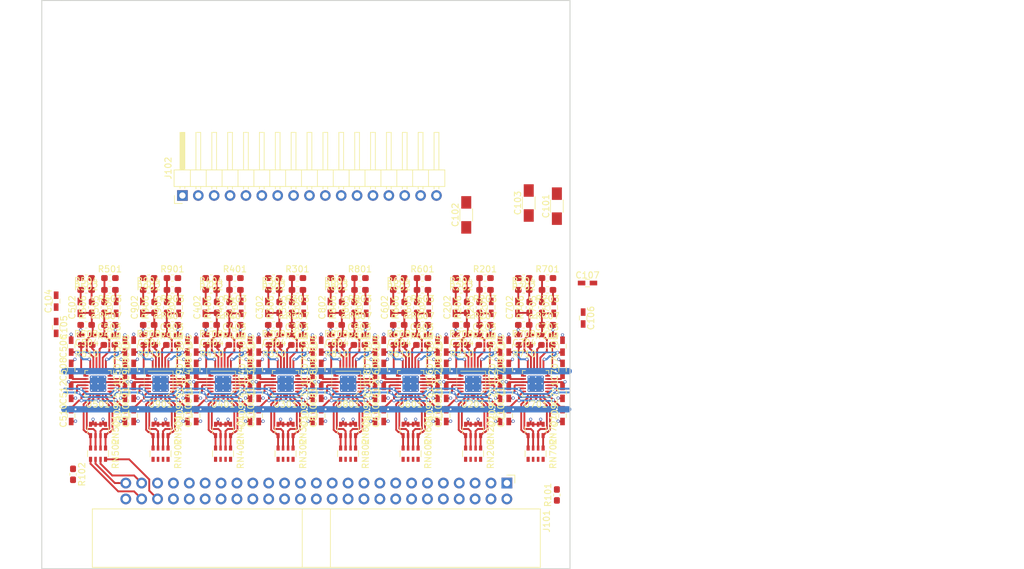
<source format=kicad_pcb>
(kicad_pcb (version 20171130) (host pcbnew 5.0.2-bee76a0~70~ubuntu18.04.1)
  (layers (0 F.Cu signal) (1 Ground_plane power) (2 Power_and_jumper jumper) (31 B.Cu signal) (34 B.Paste user) (35 F.Paste user) (36 B.SilkS user) (37 F.SilkS user) (38 B.Mask user) (39 F.Mask user) (44 Edge.Cuts user))
  (net 0 "")
  (net 1 GND)
  (net 2 Vref_0-7)
  (net 3 +4V)
  (net 4 +2V5)
  (net 5 -2V5)
  (net 6 Vref_8-15)
  (net 7 ~D8)
  (net 8 D8)
  (net 9 ~D9)
  (net 10 D9)
  (net 11 ~D0)
  (net 12 D0)
  (net 13 ~D1)
  (net 14 D1)
  (net 15 ~D10)
  (net 16 D10)
  (net 17 ~D11)
  (net 18 D11)
  (net 19 ~D2)
  (net 20 D2)
  (net 21 ~D3)
  (net 22 D3)
  (net 23 ~D12)
  (net 24 D12)
  (net 25 ~D13)
  (net 26 D13)
  (net 27 ~D4)
  (net 28 D4)
  (net 29 ~D5)
  (net 30 D5)
  (net 31 ~D14)
  (net 32 D14)
  (net 33 ~D15)
  (net 34 D15)
  (net 35 ~D6)
  (net 36 D6)
  (net 37 ~D7)
  (net 38 D7)
  (net 39 In0)
  (net 40 In1)
  (net 41 In2)
  (net 42 In3)
  (net 43 In4)
  (net 44 In5)
  (net 45 In6)
  (net 46 In7)
  (net 47 In8)
  (net 48 In9)
  (net 49 In10)
  (net 50 In11)
  (net 51 In12)
  (net 52 In13)
  (net 53 In14)
  (net 54 In15)
  (net 55 ~LE)
  (net 56 LE)
  (net 57 "Net-(C201-Pad2)")
  (net 58 "Net-(C201-Pad1)")
  (net 59 "Net-(C202-Pad2)")
  (net 60 "Net-(C202-Pad1)")
  (net 61 "Net-(C301-Pad1)")
  (net 62 "Net-(C301-Pad2)")
  (net 63 "Net-(C302-Pad1)")
  (net 64 "Net-(C302-Pad2)")
  (net 65 "Net-(C401-Pad1)")
  (net 66 "Net-(C401-Pad2)")
  (net 67 "Net-(C402-Pad2)")
  (net 68 "Net-(C402-Pad1)")
  (net 69 "Net-(C501-Pad2)")
  (net 70 "Net-(C501-Pad1)")
  (net 71 "Net-(C502-Pad2)")
  (net 72 "Net-(C502-Pad1)")
  (net 73 "Net-(C601-Pad1)")
  (net 74 "Net-(C601-Pad2)")
  (net 75 "Net-(C602-Pad2)")
  (net 76 "Net-(C602-Pad1)")
  (net 77 "Net-(C701-Pad2)")
  (net 78 "Net-(C701-Pad1)")
  (net 79 "Net-(C702-Pad1)")
  (net 80 "Net-(C702-Pad2)")
  (net 81 "Net-(C801-Pad2)")
  (net 82 "Net-(C801-Pad1)")
  (net 83 "Net-(C802-Pad1)")
  (net 84 "Net-(C802-Pad2)")
  (net 85 "Net-(C901-Pad1)")
  (net 86 "Net-(C901-Pad2)")
  (net 87 "Net-(C902-Pad2)")
  (net 88 "Net-(C902-Pad1)")
  (net 89 "Net-(R201-Pad1)")
  (net 90 "Net-(R202-Pad1)")
  (net 91 "Net-(R209-Pad1)")
  (net 92 "Net-(R209-Pad2)")
  (net 93 "Net-(R210-Pad2)")
  (net 94 "Net-(R210-Pad1)")
  (net 95 "Net-(R301-Pad1)")
  (net 96 "Net-(R302-Pad1)")
  (net 97 "Net-(R309-Pad1)")
  (net 98 "Net-(R309-Pad2)")
  (net 99 "Net-(R310-Pad2)")
  (net 100 "Net-(R310-Pad1)")
  (net 101 "Net-(R401-Pad1)")
  (net 102 "Net-(R402-Pad1)")
  (net 103 "Net-(R409-Pad1)")
  (net 104 "Net-(R409-Pad2)")
  (net 105 "Net-(R410-Pad2)")
  (net 106 "Net-(R410-Pad1)")
  (net 107 "Net-(R501-Pad1)")
  (net 108 "Net-(R502-Pad1)")
  (net 109 "Net-(R509-Pad2)")
  (net 110 "Net-(R509-Pad1)")
  (net 111 "Net-(R510-Pad1)")
  (net 112 "Net-(R510-Pad2)")
  (net 113 "Net-(R601-Pad1)")
  (net 114 "Net-(R602-Pad1)")
  (net 115 "Net-(R609-Pad2)")
  (net 116 "Net-(R609-Pad1)")
  (net 117 "Net-(R610-Pad2)")
  (net 118 "Net-(R610-Pad1)")
  (net 119 "Net-(R701-Pad1)")
  (net 120 "Net-(R702-Pad1)")
  (net 121 "Net-(R709-Pad2)")
  (net 122 "Net-(R709-Pad1)")
  (net 123 "Net-(R710-Pad1)")
  (net 124 "Net-(R710-Pad2)")
  (net 125 "Net-(R801-Pad1)")
  (net 126 "Net-(R802-Pad1)")
  (net 127 "Net-(R809-Pad2)")
  (net 128 "Net-(R809-Pad1)")
  (net 129 "Net-(R810-Pad1)")
  (net 130 "Net-(R810-Pad2)")
  (net 131 "Net-(R901-Pad1)")
  (net 132 "Net-(R902-Pad1)")
  (net 133 "Net-(R909-Pad2)")
  (net 134 "Net-(R909-Pad1)")
  (net 135 "Net-(R910-Pad1)")
  (net 136 "Net-(R910-Pad2)")
  (net 137 "Net-(RN201-Pad7)")
  (net 138 "Net-(RN201-Pad8)")
  (net 139 "Net-(RN201-Pad6)")
  (net 140 "Net-(RN201-Pad5)")
  (net 141 "Net-(RN301-Pad7)")
  (net 142 "Net-(RN301-Pad8)")
  (net 143 "Net-(RN301-Pad6)")
  (net 144 "Net-(RN301-Pad5)")
  (net 145 "Net-(RN401-Pad5)")
  (net 146 "Net-(RN401-Pad6)")
  (net 147 "Net-(RN401-Pad8)")
  (net 148 "Net-(RN401-Pad7)")
  (net 149 "Net-(RN501-Pad7)")
  (net 150 "Net-(RN501-Pad8)")
  (net 151 "Net-(RN501-Pad6)")
  (net 152 "Net-(RN501-Pad5)")
  (net 153 "Net-(RN601-Pad5)")
  (net 154 "Net-(RN601-Pad6)")
  (net 155 "Net-(RN601-Pad8)")
  (net 156 "Net-(RN601-Pad7)")
  (net 157 "Net-(RN701-Pad7)")
  (net 158 "Net-(RN701-Pad8)")
  (net 159 "Net-(RN701-Pad6)")
  (net 160 "Net-(RN701-Pad5)")
  (net 161 "Net-(RN801-Pad7)")
  (net 162 "Net-(RN801-Pad8)")
  (net 163 "Net-(RN801-Pad6)")
  (net 164 "Net-(RN801-Pad5)")
  (net 165 "Net-(RN901-Pad7)")
  (net 166 "Net-(RN901-Pad8)")
  (net 167 "Net-(RN901-Pad6)")
  (net 168 "Net-(RN901-Pad5)")
  (module Capacitors_SMD.pretty:C_0603_HandSoldering (layer F.Cu) (at 112.9 133.3 90)
    (fp_text reference C201 (at 0 -1.25 90) (layer F.SilkS))
    (fp_text value 3.3p)
    (pad 2 smd rect (at 0.95 0 90) (size 1.2 0.75) (layers F.Cu F.Paste F.Mask) (net 57 "Net-(C201-Pad2)"))
    (pad 1 smd rect (at -0.95 0 90) (size 1.2 0.75) (layers F.Cu F.Paste F.Mask) (net 58 "Net-(C201-Pad1)"))
  )
  (module Capacitors_SMD.pretty:C_0603_HandSoldering (layer F.Cu) (at 107.1 133.3 90)
    (fp_text reference C202 (at 0 -1.25 90) (layer F.SilkS))
    (fp_text value 3.3p)
    (pad 2 smd rect (at 0.95 0 90) (size 1.2 0.75) (layers F.Cu F.Paste F.Mask) (net 59 "Net-(C202-Pad2)"))
    (pad 1 smd rect (at -0.95 0 90) (size 1.2 0.75) (layers F.Cu F.Paste F.Mask) (net 60 "Net-(C202-Pad1)"))
  )
  (module Capacitors_SMD.pretty:C_0603_HandSoldering (layer F.Cu) (at 111.8 137.7)
    (fp_text reference C203 (at 0 -1.25) (layer F.SilkS))
    (fp_text value 27p)
    (pad 2 smd rect (at 0.95 0) (size 1.2 0.75) (layers F.Cu F.Paste F.Mask) (net 1 GND))
    (pad 1 smd rect (at -0.95 0) (size 1.2 0.75) (layers F.Cu F.Paste F.Mask) (net 58 "Net-(C201-Pad1)"))
  )
  (module Capacitors_SMD.pretty:C_0603_HandSoldering (layer F.Cu) (at 108.2 137.7 180)
    (fp_text reference C204 (at 0 -1.25 180) (layer F.SilkS))
    (fp_text value 27p)
    (pad 1 smd rect (at -0.95 0 180) (size 1.2 0.75) (layers F.Cu F.Paste F.Mask) (net 60 "Net-(C202-Pad1)"))
    (pad 2 smd rect (at 0.95 0 180) (size 1.2 0.75) (layers F.Cu F.Paste F.Mask) (net 1 GND))
  )
  (module Capacitors_SMD.pretty:C_0603_HandSoldering (layer F.Cu) (at 114.3 139.5 90)
    (fp_text reference C205 (at 0 -1.25 90) (layer F.SilkS))
    (fp_text value 10n)
    (pad 2 smd rect (at 0.95 0 90) (size 1.2 0.75) (layers F.Cu F.Paste F.Mask) (net 1 GND))
    (pad 1 smd rect (at -0.95 0 90) (size 1.2 0.75) (layers F.Cu F.Paste F.Mask) (net 2 Vref_0-7))
  )
  (module Capacitors_SMD.pretty:C_0603_HandSoldering (layer F.Cu) (at 105.7 139.5 90)
    (fp_text reference C206 (at 0 -1.25 90) (layer F.SilkS))
    (fp_text value 10n)
    (pad 1 smd rect (at -0.95 0 90) (size 1.2 0.75) (layers F.Cu F.Paste F.Mask) (net 2 Vref_0-7))
    (pad 2 smd rect (at 0.95 0 90) (size 1.2 0.75) (layers F.Cu F.Paste F.Mask) (net 1 GND))
  )
  (module Capacitors_SMD.pretty:C_0603_HandSoldering (layer F.Cu) (at 114.3 143.2 90)
    (fp_text reference C207 (at 0 -1.25 90) (layer F.SilkS))
    (fp_text value 100n)
    (pad 1 smd rect (at -0.95 0 90) (size 1.2 0.75) (layers F.Cu F.Paste F.Mask) (net 3 +4V))
    (pad 2 smd rect (at 0.95 0 90) (size 1.2 0.75) (layers F.Cu F.Paste F.Mask) (net 1 GND))
  )
  (module Capacitors_SMD.pretty:C_0603_HandSoldering (layer F.Cu) (at 105.7 143.2 90)
    (fp_text reference C208 (at 0 -1.25 90) (layer F.SilkS))
    (fp_text value 100n)
    (pad 1 smd rect (at -0.95 0 90) (size 1.2 0.75) (layers F.Cu F.Paste F.Mask) (net 3 +4V))
    (pad 2 smd rect (at 0.95 0 90) (size 1.2 0.75) (layers F.Cu F.Paste F.Mask) (net 1 GND))
  )
  (module Capacitors_SMD.pretty:C_0603_HandSoldering (layer F.Cu) (at 114.3 150.6 90)
    (fp_text reference C209 (at 0 -1.25 90) (layer F.SilkS))
    (fp_text value 100n)
    (pad 2 smd rect (at 0.95 0 90) (size 1.2 0.75) (layers F.Cu F.Paste F.Mask) (net 4 +2V5))
    (pad 1 smd rect (at -0.95 0 90) (size 1.2 0.75) (layers F.Cu F.Paste F.Mask) (net 1 GND))
  )
  (module Capacitors_SMD.pretty:C_0603_HandSoldering (layer F.Cu) (at 105.7 150.6 90)
    (fp_text reference C210 (at 0 -1.25 90) (layer F.SilkS))
    (fp_text value 100n)
    (pad 2 smd rect (at 0.95 0 90) (size 1.2 0.75) (layers F.Cu F.Paste F.Mask) (net 4 +2V5))
    (pad 1 smd rect (at -0.95 0 90) (size 1.2 0.75) (layers F.Cu F.Paste F.Mask) (net 1 GND))
  )
  (module Capacitors_SMD.pretty:C_0603_HandSoldering (layer F.Cu) (at 114.3 146.9 90)
    (fp_text reference C211 (at 0 -1.25 90) (layer F.SilkS))
    (fp_text value 100n)
    (pad 1 smd rect (at -0.95 0 90) (size 1.2 0.75) (layers F.Cu F.Paste F.Mask) (net 1 GND))
    (pad 2 smd rect (at 0.95 0 90) (size 1.2 0.75) (layers F.Cu F.Paste F.Mask) (net 5 -2V5))
  )
  (module Capacitors_SMD.pretty:C_0603_HandSoldering (layer F.Cu) (at 105.7 146.9 90)
    (fp_text reference C212 (at 0 -1.25 90) (layer F.SilkS))
    (fp_text value 100n)
    (pad 2 smd rect (at 0.95 0 90) (size 1.2 0.75) (layers F.Cu F.Paste F.Mask) (net 5 -2V5))
    (pad 1 smd rect (at -0.95 0 90) (size 1.2 0.75) (layers F.Cu F.Paste F.Mask) (net 1 GND))
  )
  (module Capacitors_SMD.pretty:C_1206_HandSoldering (layer F.Cu) (at 123.4 117.1 90)
    (fp_text reference C101 (at 0 -1.75 90) (layer F.SilkS))
    (fp_text value 10uF)
    (pad 1 smd rect (at -2 0 90) (size 2 1.6) (layers F.Cu F.Paste F.Mask) (net 3 +4V))
    (pad 2 smd rect (at 2 0 90) (size 2 1.6) (layers F.Cu F.Paste F.Mask) (net 1 GND))
  )
  (module Capacitors_SMD.pretty:C_1206_HandSoldering (layer F.Cu) (at 108.9 118.5 90)
    (fp_text reference C102 (at 0 -1.75 90) (layer F.SilkS))
    (fp_text value 10uF)
    (pad 2 smd rect (at 2 0 90) (size 2 1.6) (layers F.Cu F.Paste F.Mask) (net 1 GND))
    (pad 1 smd rect (at -2 0 90) (size 2 1.6) (layers F.Cu F.Paste F.Mask) (net 4 +2V5))
  )
  (module Capacitors_SMD.pretty:C_1206_HandSoldering (layer F.Cu) (at 118.9 116.6 90)
    (fp_text reference C103 (at 0 -1.75 90) (layer F.SilkS))
    (fp_text value 10uF)
    (pad 1 smd rect (at -2 0 90) (size 2 1.6) (layers F.Cu F.Paste F.Mask) (net 5 -2V5))
    (pad 2 smd rect (at 2 0 90) (size 2 1.6) (layers F.Cu F.Paste F.Mask) (net 1 GND))
  )
  (module Capacitors_SMD.pretty:C_0603_HandSoldering (layer F.Cu) (at 43.3 132.3 90)
    (fp_text reference C104 (at 0 -1.25 90) (layer F.SilkS))
    (fp_text value 100n)
    (pad 2 smd rect (at 0.95 0 90) (size 1.2 0.75) (layers F.Cu F.Paste F.Mask) (net 1 GND))
    (pad 1 smd rect (at -0.95 0 90) (size 1.2 0.75) (layers F.Cu F.Paste F.Mask) (net 2 Vref_0-7))
  )
  (module Capacitors_SMD.pretty:C_0603_HandSoldering (layer F.Cu) (at 82.9 133.3 90)
    (fp_text reference C301 (at 0 -1.25 90) (layer F.SilkS))
    (fp_text value 3.3p)
    (pad 1 smd rect (at -0.95 0 90) (size 1.2 0.75) (layers F.Cu F.Paste F.Mask) (net 61 "Net-(C301-Pad1)"))
    (pad 2 smd rect (at 0.95 0 90) (size 1.2 0.75) (layers F.Cu F.Paste F.Mask) (net 62 "Net-(C301-Pad2)"))
  )
  (module Capacitors_SMD.pretty:C_0603_HandSoldering (layer F.Cu) (at 77.1 133.3 90)
    (fp_text reference C302 (at 0 -1.25 90) (layer F.SilkS))
    (fp_text value 3.3p)
    (pad 1 smd rect (at -0.95 0 90) (size 1.2 0.75) (layers F.Cu F.Paste F.Mask) (net 63 "Net-(C302-Pad1)"))
    (pad 2 smd rect (at 0.95 0 90) (size 1.2 0.75) (layers F.Cu F.Paste F.Mask) (net 64 "Net-(C302-Pad2)"))
  )
  (module Capacitors_SMD.pretty:C_0603_HandSoldering (layer F.Cu) (at 81.8 137.7)
    (fp_text reference C303 (at 0 -1.25) (layer F.SilkS))
    (fp_text value 27p)
    (pad 1 smd rect (at -0.95 0) (size 1.2 0.75) (layers F.Cu F.Paste F.Mask) (net 61 "Net-(C301-Pad1)"))
    (pad 2 smd rect (at 0.95 0) (size 1.2 0.75) (layers F.Cu F.Paste F.Mask) (net 1 GND))
  )
  (module Capacitors_SMD.pretty:C_0603_HandSoldering (layer F.Cu) (at 78.2 137.7 180)
    (fp_text reference C304 (at 0 -1.25 180) (layer F.SilkS))
    (fp_text value 27p)
    (pad 1 smd rect (at -0.95 0 180) (size 1.2 0.75) (layers F.Cu F.Paste F.Mask) (net 63 "Net-(C302-Pad1)"))
    (pad 2 smd rect (at 0.95 0 180) (size 1.2 0.75) (layers F.Cu F.Paste F.Mask) (net 1 GND))
  )
  (module Capacitors_SMD.pretty:C_0603_HandSoldering (layer F.Cu) (at 84.3 139.5 90)
    (fp_text reference C305 (at 0 -1.25 90) (layer F.SilkS))
    (fp_text value 10n)
    (pad 2 smd rect (at 0.95 0 90) (size 1.2 0.75) (layers F.Cu F.Paste F.Mask) (net 1 GND))
    (pad 1 smd rect (at -0.95 0 90) (size 1.2 0.75) (layers F.Cu F.Paste F.Mask) (net 2 Vref_0-7))
  )
  (module Capacitors_SMD.pretty:C_0603_HandSoldering (layer F.Cu) (at 75.7 139.5 90)
    (fp_text reference C306 (at 0 -1.25 90) (layer F.SilkS))
    (fp_text value 10n)
    (pad 1 smd rect (at -0.95 0 90) (size 1.2 0.75) (layers F.Cu F.Paste F.Mask) (net 2 Vref_0-7))
    (pad 2 smd rect (at 0.95 0 90) (size 1.2 0.75) (layers F.Cu F.Paste F.Mask) (net 1 GND))
  )
  (module Capacitors_SMD.pretty:C_0603_HandSoldering (layer F.Cu) (at 84.3 143.2 90)
    (fp_text reference C307 (at 0 -1.25 90) (layer F.SilkS))
    (fp_text value 100n)
    (pad 1 smd rect (at -0.95 0 90) (size 1.2 0.75) (layers F.Cu F.Paste F.Mask) (net 3 +4V))
    (pad 2 smd rect (at 0.95 0 90) (size 1.2 0.75) (layers F.Cu F.Paste F.Mask) (net 1 GND))
  )
  (module Capacitors_SMD.pretty:C_0603_HandSoldering (layer F.Cu) (at 75.7 143.2 90)
    (fp_text reference C308 (at 0 -1.25 90) (layer F.SilkS))
    (fp_text value 100n)
    (pad 1 smd rect (at -0.95 0 90) (size 1.2 0.75) (layers F.Cu F.Paste F.Mask) (net 3 +4V))
    (pad 2 smd rect (at 0.95 0 90) (size 1.2 0.75) (layers F.Cu F.Paste F.Mask) (net 1 GND))
  )
  (module Capacitors_SMD.pretty:C_0603_HandSoldering (layer F.Cu) (at 84.3 150.6 90)
    (fp_text reference C309 (at 0 -1.25 90) (layer F.SilkS))
    (fp_text value 100n)
    (pad 2 smd rect (at 0.95 0 90) (size 1.2 0.75) (layers F.Cu F.Paste F.Mask) (net 4 +2V5))
    (pad 1 smd rect (at -0.95 0 90) (size 1.2 0.75) (layers F.Cu F.Paste F.Mask) (net 1 GND))
  )
  (module Capacitors_SMD.pretty:C_0603_HandSoldering (layer F.Cu) (at 75.7 150.6 90)
    (fp_text reference C310 (at 0 -1.25 90) (layer F.SilkS))
    (fp_text value 100n)
    (pad 2 smd rect (at 0.95 0 90) (size 1.2 0.75) (layers F.Cu F.Paste F.Mask) (net 4 +2V5))
    (pad 1 smd rect (at -0.95 0 90) (size 1.2 0.75) (layers F.Cu F.Paste F.Mask) (net 1 GND))
  )
  (module Capacitors_SMD.pretty:C_0603_HandSoldering (layer F.Cu) (at 84.3 146.9 90)
    (fp_text reference C311 (at 0 -1.25 90) (layer F.SilkS))
    (fp_text value 100n)
    (pad 1 smd rect (at -0.95 0 90) (size 1.2 0.75) (layers F.Cu F.Paste F.Mask) (net 1 GND))
    (pad 2 smd rect (at 0.95 0 90) (size 1.2 0.75) (layers F.Cu F.Paste F.Mask) (net 5 -2V5))
  )
  (module Capacitors_SMD.pretty:C_0603_HandSoldering (layer F.Cu) (at 75.7 146.9 90)
    (fp_text reference C312 (at 0 -1.25 90) (layer F.SilkS))
    (fp_text value 100n)
    (pad 2 smd rect (at 0.95 0 90) (size 1.2 0.75) (layers F.Cu F.Paste F.Mask) (net 5 -2V5))
    (pad 1 smd rect (at -0.95 0 90) (size 1.2 0.75) (layers F.Cu F.Paste F.Mask) (net 1 GND))
  )
  (module Capacitors_SMD.pretty:C_0603_HandSoldering (layer F.Cu) (at 72.9 133.3 90)
    (fp_text reference C401 (at 0 -1.25 90) (layer F.SilkS))
    (fp_text value 3.3p)
    (pad 1 smd rect (at -0.95 0 90) (size 1.2 0.75) (layers F.Cu F.Paste F.Mask) (net 65 "Net-(C401-Pad1)"))
    (pad 2 smd rect (at 0.95 0 90) (size 1.2 0.75) (layers F.Cu F.Paste F.Mask) (net 66 "Net-(C401-Pad2)"))
  )
  (module Capacitors_SMD.pretty:C_0603_HandSoldering (layer F.Cu) (at 67.1 133.3 90)
    (fp_text reference C402 (at 0 -1.25 90) (layer F.SilkS))
    (fp_text value 3.3p)
    (pad 2 smd rect (at 0.95 0 90) (size 1.2 0.75) (layers F.Cu F.Paste F.Mask) (net 67 "Net-(C402-Pad2)"))
    (pad 1 smd rect (at -0.95 0 90) (size 1.2 0.75) (layers F.Cu F.Paste F.Mask) (net 68 "Net-(C402-Pad1)"))
  )
  (module Capacitors_SMD.pretty:C_0603_HandSoldering (layer F.Cu) (at 71.8 137.7)
    (fp_text reference C403 (at 0 -1.25) (layer F.SilkS))
    (fp_text value 27p)
    (pad 1 smd rect (at -0.95 0) (size 1.2 0.75) (layers F.Cu F.Paste F.Mask) (net 65 "Net-(C401-Pad1)"))
    (pad 2 smd rect (at 0.95 0) (size 1.2 0.75) (layers F.Cu F.Paste F.Mask) (net 1 GND))
  )
  (module Capacitors_SMD.pretty:C_0603_HandSoldering (layer F.Cu) (at 68.2 137.7 180)
    (fp_text reference C404 (at 0 -1.25 180) (layer F.SilkS))
    (fp_text value 27p)
    (pad 2 smd rect (at 0.95 0 180) (size 1.2 0.75) (layers F.Cu F.Paste F.Mask) (net 1 GND))
    (pad 1 smd rect (at -0.95 0 180) (size 1.2 0.75) (layers F.Cu F.Paste F.Mask) (net 68 "Net-(C402-Pad1)"))
  )
  (module Capacitors_SMD.pretty:C_0603_HandSoldering (layer F.Cu) (at 74.3 139.5 90)
    (fp_text reference C405 (at 0 -1.25 90) (layer F.SilkS))
    (fp_text value 10n)
    (pad 1 smd rect (at -0.95 0 90) (size 1.2 0.75) (layers F.Cu F.Paste F.Mask) (net 2 Vref_0-7))
    (pad 2 smd rect (at 0.95 0 90) (size 1.2 0.75) (layers F.Cu F.Paste F.Mask) (net 1 GND))
  )
  (module Capacitors_SMD.pretty:C_0603_HandSoldering (layer F.Cu) (at 65.7 139.5 90)
    (fp_text reference C406 (at 0 -1.25 90) (layer F.SilkS))
    (fp_text value 10n)
    (pad 1 smd rect (at -0.95 0 90) (size 1.2 0.75) (layers F.Cu F.Paste F.Mask) (net 2 Vref_0-7))
    (pad 2 smd rect (at 0.95 0 90) (size 1.2 0.75) (layers F.Cu F.Paste F.Mask) (net 1 GND))
  )
  (module Capacitors_SMD.pretty:C_0603_HandSoldering (layer F.Cu) (at 74.3 143.2 90)
    (fp_text reference C407 (at 0 -1.25 90) (layer F.SilkS))
    (fp_text value 100n)
    (pad 2 smd rect (at 0.95 0 90) (size 1.2 0.75) (layers F.Cu F.Paste F.Mask) (net 1 GND))
    (pad 1 smd rect (at -0.95 0 90) (size 1.2 0.75) (layers F.Cu F.Paste F.Mask) (net 3 +4V))
  )
  (module Capacitors_SMD.pretty:C_0603_HandSoldering (layer F.Cu) (at 65.7 143.2 90)
    (fp_text reference C408 (at 0 -1.25 90) (layer F.SilkS))
    (fp_text value 100n)
    (pad 1 smd rect (at -0.95 0 90) (size 1.2 0.75) (layers F.Cu F.Paste F.Mask) (net 3 +4V))
    (pad 2 smd rect (at 0.95 0 90) (size 1.2 0.75) (layers F.Cu F.Paste F.Mask) (net 1 GND))
  )
  (module Capacitors_SMD.pretty:C_0603_HandSoldering (layer F.Cu) (at 74.3 150.6 90)
    (fp_text reference C409 (at 0 -1.25 90) (layer F.SilkS))
    (fp_text value 100n)
    (pad 2 smd rect (at 0.95 0 90) (size 1.2 0.75) (layers F.Cu F.Paste F.Mask) (net 4 +2V5))
    (pad 1 smd rect (at -0.95 0 90) (size 1.2 0.75) (layers F.Cu F.Paste F.Mask) (net 1 GND))
  )
  (module Capacitors_SMD.pretty:C_0603_HandSoldering (layer F.Cu) (at 65.7 150.6 90)
    (fp_text reference C410 (at 0 -1.25 90) (layer F.SilkS))
    (fp_text value 100n)
    (pad 2 smd rect (at 0.95 0 90) (size 1.2 0.75) (layers F.Cu F.Paste F.Mask) (net 4 +2V5))
    (pad 1 smd rect (at -0.95 0 90) (size 1.2 0.75) (layers F.Cu F.Paste F.Mask) (net 1 GND))
  )
  (module Capacitors_SMD.pretty:C_0603_HandSoldering (layer F.Cu) (at 74.3 146.9 90)
    (fp_text reference C411 (at 0 -1.25 90) (layer F.SilkS))
    (fp_text value 100n)
    (pad 2 smd rect (at 0.95 0 90) (size 1.2 0.75) (layers F.Cu F.Paste F.Mask) (net 5 -2V5))
    (pad 1 smd rect (at -0.95 0 90) (size 1.2 0.75) (layers F.Cu F.Paste F.Mask) (net 1 GND))
  )
  (module Capacitors_SMD.pretty:C_0603_HandSoldering (layer F.Cu) (at 65.7 146.9 90)
    (fp_text reference C412 (at 0 -1.25 90) (layer F.SilkS))
    (fp_text value 100n)
    (pad 2 smd rect (at 0.95 0 90) (size 1.2 0.75) (layers F.Cu F.Paste F.Mask) (net 5 -2V5))
    (pad 1 smd rect (at -0.95 0 90) (size 1.2 0.75) (layers F.Cu F.Paste F.Mask) (net 1 GND))
  )
  (module Capacitors_SMD.pretty:C_0603_HandSoldering (layer F.Cu) (at 52.9 133.3 90)
    (fp_text reference C501 (at 0 -1.25 90) (layer F.SilkS))
    (fp_text value 3.3p)
    (pad 2 smd rect (at 0.95 0 90) (size 1.2 0.75) (layers F.Cu F.Paste F.Mask) (net 69 "Net-(C501-Pad2)"))
    (pad 1 smd rect (at -0.95 0 90) (size 1.2 0.75) (layers F.Cu F.Paste F.Mask) (net 70 "Net-(C501-Pad1)"))
  )
  (module Capacitors_SMD.pretty:C_0603_HandSoldering (layer F.Cu) (at 47.1 133.3 90)
    (fp_text reference C502 (at 0 -1.25 90) (layer F.SilkS))
    (fp_text value 3.3p)
    (pad 2 smd rect (at 0.95 0 90) (size 1.2 0.75) (layers F.Cu F.Paste F.Mask) (net 71 "Net-(C502-Pad2)"))
    (pad 1 smd rect (at -0.95 0 90) (size 1.2 0.75) (layers F.Cu F.Paste F.Mask) (net 72 "Net-(C502-Pad1)"))
  )
  (module Capacitors_SMD.pretty:C_0603_HandSoldering (layer F.Cu) (at 51.8 137.7)
    (fp_text reference C503 (at 0 -1.25) (layer F.SilkS))
    (fp_text value 27p)
    (pad 2 smd rect (at 0.95 0) (size 1.2 0.75) (layers F.Cu F.Paste F.Mask) (net 1 GND))
    (pad 1 smd rect (at -0.95 0) (size 1.2 0.75) (layers F.Cu F.Paste F.Mask) (net 70 "Net-(C501-Pad1)"))
  )
  (module Capacitors_SMD.pretty:C_0603_HandSoldering (layer F.Cu) (at 48.2 137.7 180)
    (fp_text reference C504 (at 0 -1.25 180) (layer F.SilkS))
    (fp_text value 27p)
    (pad 1 smd rect (at -0.95 0 180) (size 1.2 0.75) (layers F.Cu F.Paste F.Mask) (net 72 "Net-(C502-Pad1)"))
    (pad 2 smd rect (at 0.95 0 180) (size 1.2 0.75) (layers F.Cu F.Paste F.Mask) (net 1 GND))
  )
  (module Capacitors_SMD.pretty:C_0603_HandSoldering (layer F.Cu) (at 54.3 139.5 90)
    (fp_text reference C505 (at 0 -1.25 90) (layer F.SilkS))
    (fp_text value 10n)
    (pad 2 smd rect (at 0.95 0 90) (size 1.2 0.75) (layers F.Cu F.Paste F.Mask) (net 1 GND))
    (pad 1 smd rect (at -0.95 0 90) (size 1.2 0.75) (layers F.Cu F.Paste F.Mask) (net 2 Vref_0-7))
  )
  (module Capacitors_SMD.pretty:C_0603_HandSoldering (layer F.Cu) (at 45.7 139.5 90)
    (fp_text reference C506 (at 0 -1.25 90) (layer F.SilkS))
    (fp_text value 10n)
    (pad 1 smd rect (at -0.95 0 90) (size 1.2 0.75) (layers F.Cu F.Paste F.Mask) (net 2 Vref_0-7))
    (pad 2 smd rect (at 0.95 0 90) (size 1.2 0.75) (layers F.Cu F.Paste F.Mask) (net 1 GND))
  )
  (module Capacitors_SMD.pretty:C_0603_HandSoldering (layer F.Cu) (at 54.3 143.2 90)
    (fp_text reference C507 (at 0 -1.25 90) (layer F.SilkS))
    (fp_text value 100n)
    (pad 2 smd rect (at 0.95 0 90) (size 1.2 0.75) (layers F.Cu F.Paste F.Mask) (net 1 GND))
    (pad 1 smd rect (at -0.95 0 90) (size 1.2 0.75) (layers F.Cu F.Paste F.Mask) (net 3 +4V))
  )
  (module Capacitors_SMD.pretty:C_0603_HandSoldering (layer F.Cu) (at 45.7 143.2 90)
    (fp_text reference C508 (at 0 -1.25 90) (layer F.SilkS))
    (fp_text value 100n)
    (pad 1 smd rect (at -0.95 0 90) (size 1.2 0.75) (layers F.Cu F.Paste F.Mask) (net 3 +4V))
    (pad 2 smd rect (at 0.95 0 90) (size 1.2 0.75) (layers F.Cu F.Paste F.Mask) (net 1 GND))
  )
  (module Capacitors_SMD.pretty:C_0603_HandSoldering (layer F.Cu) (at 54.3 150.6 90)
    (fp_text reference C509 (at 0 -1.25 90) (layer F.SilkS))
    (fp_text value 100n)
    (pad 1 smd rect (at -0.95 0 90) (size 1.2 0.75) (layers F.Cu F.Paste F.Mask) (net 1 GND))
    (pad 2 smd rect (at 0.95 0 90) (size 1.2 0.75) (layers F.Cu F.Paste F.Mask) (net 4 +2V5))
  )
  (module Capacitors_SMD.pretty:C_0603_HandSoldering (layer F.Cu) (at 45.7 150.6 90)
    (fp_text reference C510 (at 0 -1.25 90) (layer F.SilkS))
    (fp_text value 100n)
    (pad 2 smd rect (at 0.95 0 90) (size 1.2 0.75) (layers F.Cu F.Paste F.Mask) (net 4 +2V5))
    (pad 1 smd rect (at -0.95 0 90) (size 1.2 0.75) (layers F.Cu F.Paste F.Mask) (net 1 GND))
  )
  (module Capacitors_SMD.pretty:C_0603_HandSoldering (layer F.Cu) (at 54.3 146.9 90)
    (fp_text reference C511 (at 0 -1.25 90) (layer F.SilkS))
    (fp_text value 100n)
    (pad 1 smd rect (at -0.95 0 90) (size 1.2 0.75) (layers F.Cu F.Paste F.Mask) (net 1 GND))
    (pad 2 smd rect (at 0.95 0 90) (size 1.2 0.75) (layers F.Cu F.Paste F.Mask) (net 5 -2V5))
  )
  (module Capacitors_SMD.pretty:C_0603_HandSoldering (layer F.Cu) (at 45.7 146.9 90)
    (fp_text reference C512 (at 0 -1.25 90) (layer F.SilkS))
    (fp_text value 100n)
    (pad 2 smd rect (at 0.95 0 90) (size 1.2 0.75) (layers F.Cu F.Paste F.Mask) (net 5 -2V5))
    (pad 1 smd rect (at -0.95 0 90) (size 1.2 0.75) (layers F.Cu F.Paste F.Mask) (net 1 GND))
  )
  (module Capacitors_SMD.pretty:C_0603_HandSoldering (layer F.Cu) (at 102.9 133.3 90)
    (fp_text reference C601 (at 0 -1.25 90) (layer F.SilkS))
    (fp_text value 3.3p)
    (pad 1 smd rect (at -0.95 0 90) (size 1.2 0.75) (layers F.Cu F.Paste F.Mask) (net 73 "Net-(C601-Pad1)"))
    (pad 2 smd rect (at 0.95 0 90) (size 1.2 0.75) (layers F.Cu F.Paste F.Mask) (net 74 "Net-(C601-Pad2)"))
  )
  (module Capacitors_SMD.pretty:C_0603_HandSoldering (layer F.Cu) (at 97.1 133.3 90)
    (fp_text reference C602 (at 0 -1.25 90) (layer F.SilkS))
    (fp_text value 3.3p)
    (pad 2 smd rect (at 0.95 0 90) (size 1.2 0.75) (layers F.Cu F.Paste F.Mask) (net 75 "Net-(C602-Pad2)"))
    (pad 1 smd rect (at -0.95 0 90) (size 1.2 0.75) (layers F.Cu F.Paste F.Mask) (net 76 "Net-(C602-Pad1)"))
  )
  (module Capacitors_SMD.pretty:C_0603_HandSoldering (layer F.Cu) (at 101.8 137.7)
    (fp_text reference C603 (at 0 -1.25) (layer F.SilkS))
    (fp_text value 27p)
    (pad 1 smd rect (at -0.95 0) (size 1.2 0.75) (layers F.Cu F.Paste F.Mask) (net 73 "Net-(C601-Pad1)"))
    (pad 2 smd rect (at 0.95 0) (size 1.2 0.75) (layers F.Cu F.Paste F.Mask) (net 1 GND))
  )
  (module Capacitors_SMD.pretty:C_0603_HandSoldering (layer F.Cu) (at 98.2 137.7 180)
    (fp_text reference C604 (at 0 -1.25 180) (layer F.SilkS))
    (fp_text value 27p)
    (pad 2 smd rect (at 0.95 0 180) (size 1.2 0.75) (layers F.Cu F.Paste F.Mask) (net 1 GND))
    (pad 1 smd rect (at -0.95 0 180) (size 1.2 0.75) (layers F.Cu F.Paste F.Mask) (net 76 "Net-(C602-Pad1)"))
  )
  (module Capacitors_SMD.pretty:C_0603_HandSoldering (layer F.Cu) (at 104.3 139.5 90)
    (fp_text reference C605 (at 0 -1.25 90) (layer F.SilkS))
    (fp_text value 10n)
    (pad 2 smd rect (at 0.95 0 90) (size 1.2 0.75) (layers F.Cu F.Paste F.Mask) (net 1 GND))
    (pad 1 smd rect (at -0.95 0 90) (size 1.2 0.75) (layers F.Cu F.Paste F.Mask) (net 6 Vref_8-15))
  )
  (module Capacitors_SMD.pretty:C_0603_HandSoldering (layer F.Cu) (at 95.7 139.5 90)
    (fp_text reference C606 (at 0 -1.25 90) (layer F.SilkS))
    (fp_text value 10n)
    (pad 2 smd rect (at 0.95 0 90) (size 1.2 0.75) (layers F.Cu F.Paste F.Mask) (net 1 GND))
    (pad 1 smd rect (at -0.95 0 90) (size 1.2 0.75) (layers F.Cu F.Paste F.Mask) (net 6 Vref_8-15))
  )
  (module Capacitors_SMD.pretty:C_0603_HandSoldering (layer F.Cu) (at 104.3 143.2 90)
    (fp_text reference C607 (at 0 -1.25 90) (layer F.SilkS))
    (fp_text value 100n)
    (pad 2 smd rect (at 0.95 0 90) (size 1.2 0.75) (layers F.Cu F.Paste F.Mask) (net 1 GND))
    (pad 1 smd rect (at -0.95 0 90) (size 1.2 0.75) (layers F.Cu F.Paste F.Mask) (net 3 +4V))
  )
  (module Capacitors_SMD.pretty:C_0603_HandSoldering (layer F.Cu) (at 95.7 143.2 90)
    (fp_text reference C608 (at 0 -1.25 90) (layer F.SilkS))
    (fp_text value 100n)
    (pad 2 smd rect (at 0.95 0 90) (size 1.2 0.75) (layers F.Cu F.Paste F.Mask) (net 1 GND))
    (pad 1 smd rect (at -0.95 0 90) (size 1.2 0.75) (layers F.Cu F.Paste F.Mask) (net 3 +4V))
  )
  (module Capacitors_SMD.pretty:C_0603_HandSoldering (layer F.Cu) (at 104.3 150.6 90)
    (fp_text reference C609 (at 0 -1.25 90) (layer F.SilkS))
    (fp_text value 100n)
    (pad 1 smd rect (at -0.95 0 90) (size 1.2 0.75) (layers F.Cu F.Paste F.Mask) (net 1 GND))
    (pad 2 smd rect (at 0.95 0 90) (size 1.2 0.75) (layers F.Cu F.Paste F.Mask) (net 4 +2V5))
  )
  (module Capacitors_SMD.pretty:C_0603_HandSoldering (layer F.Cu) (at 95.7 150.6 90)
    (fp_text reference C610 (at 0 -1.25 90) (layer F.SilkS))
    (fp_text value 100n)
    (pad 1 smd rect (at -0.95 0 90) (size 1.2 0.75) (layers F.Cu F.Paste F.Mask) (net 1 GND))
    (pad 2 smd rect (at 0.95 0 90) (size 1.2 0.75) (layers F.Cu F.Paste F.Mask) (net 4 +2V5))
  )
  (module Capacitors_SMD.pretty:C_0603_HandSoldering (layer F.Cu) (at 104.3 146.9 90)
    (fp_text reference C611 (at 0 -1.25 90) (layer F.SilkS))
    (fp_text value 100n)
    (pad 1 smd rect (at -0.95 0 90) (size 1.2 0.75) (layers F.Cu F.Paste F.Mask) (net 1 GND))
    (pad 2 smd rect (at 0.95 0 90) (size 1.2 0.75) (layers F.Cu F.Paste F.Mask) (net 5 -2V5))
  )
  (module Capacitors_SMD.pretty:C_0603_HandSoldering (layer F.Cu) (at 95.7 146.9 90)
    (fp_text reference C612 (at 0 -1.25 90) (layer F.SilkS))
    (fp_text value 100n)
    (pad 1 smd rect (at -0.95 0 90) (size 1.2 0.75) (layers F.Cu F.Paste F.Mask) (net 1 GND))
    (pad 2 smd rect (at 0.95 0 90) (size 1.2 0.75) (layers F.Cu F.Paste F.Mask) (net 5 -2V5))
  )
  (module Capacitors_SMD.pretty:C_0603_HandSoldering (layer F.Cu) (at 122.9 133.3 90)
    (fp_text reference C701 (at 0 -1.25 90) (layer F.SilkS))
    (fp_text value 3.3p)
    (pad 2 smd rect (at 0.95 0 90) (size 1.2 0.75) (layers F.Cu F.Paste F.Mask) (net 77 "Net-(C701-Pad2)"))
    (pad 1 smd rect (at -0.95 0 90) (size 1.2 0.75) (layers F.Cu F.Paste F.Mask) (net 78 "Net-(C701-Pad1)"))
  )
  (module Capacitors_SMD.pretty:C_0603_HandSoldering (layer F.Cu) (at 117.1 133.3 90)
    (fp_text reference C702 (at 0 -1.25 90) (layer F.SilkS))
    (fp_text value 3.3p)
    (pad 1 smd rect (at -0.95 0 90) (size 1.2 0.75) (layers F.Cu F.Paste F.Mask) (net 79 "Net-(C702-Pad1)"))
    (pad 2 smd rect (at 0.95 0 90) (size 1.2 0.75) (layers F.Cu F.Paste F.Mask) (net 80 "Net-(C702-Pad2)"))
  )
  (module Capacitors_SMD.pretty:C_0603_HandSoldering (layer F.Cu) (at 121.8 137.7)
    (fp_text reference C703 (at 0 -1.25) (layer F.SilkS))
    (fp_text value 27p)
    (pad 2 smd rect (at 0.95 0) (size 1.2 0.75) (layers F.Cu F.Paste F.Mask) (net 1 GND))
    (pad 1 smd rect (at -0.95 0) (size 1.2 0.75) (layers F.Cu F.Paste F.Mask) (net 78 "Net-(C701-Pad1)"))
  )
  (module Capacitors_SMD.pretty:C_0603_HandSoldering (layer F.Cu) (at 118.2 137.7 180)
    (fp_text reference C704 (at 0 -1.25 180) (layer F.SilkS))
    (fp_text value 27p)
    (pad 1 smd rect (at -0.95 0 180) (size 1.2 0.75) (layers F.Cu F.Paste F.Mask) (net 79 "Net-(C702-Pad1)"))
    (pad 2 smd rect (at 0.95 0 180) (size 1.2 0.75) (layers F.Cu F.Paste F.Mask) (net 1 GND))
  )
  (module Capacitors_SMD.pretty:C_0603_HandSoldering (layer F.Cu) (at 124.3 139.5 90)
    (fp_text reference C705 (at 0 -1.25 90) (layer F.SilkS))
    (fp_text value 10n)
    (pad 1 smd rect (at -0.95 0 90) (size 1.2 0.75) (layers F.Cu F.Paste F.Mask) (net 6 Vref_8-15))
    (pad 2 smd rect (at 0.95 0 90) (size 1.2 0.75) (layers F.Cu F.Paste F.Mask) (net 1 GND))
  )
  (module Capacitors_SMD.pretty:C_0603_HandSoldering (layer F.Cu) (at 115.7 139.5 90)
    (fp_text reference C706 (at 0 -1.25 90) (layer F.SilkS))
    (fp_text value 10n)
    (pad 1 smd rect (at -0.95 0 90) (size 1.2 0.75) (layers F.Cu F.Paste F.Mask) (net 6 Vref_8-15))
    (pad 2 smd rect (at 0.95 0 90) (size 1.2 0.75) (layers F.Cu F.Paste F.Mask) (net 1 GND))
  )
  (module Capacitors_SMD.pretty:C_0603_HandSoldering (layer F.Cu) (at 124.3 143.2 90)
    (fp_text reference C707 (at 0 -1.25 90) (layer F.SilkS))
    (fp_text value 100n)
    (pad 2 smd rect (at 0.95 0 90) (size 1.2 0.75) (layers F.Cu F.Paste F.Mask) (net 1 GND))
    (pad 1 smd rect (at -0.95 0 90) (size 1.2 0.75) (layers F.Cu F.Paste F.Mask) (net 3 +4V))
  )
  (module Capacitors_SMD.pretty:C_0603_HandSoldering (layer F.Cu) (at 115.7 143.2 90)
    (fp_text reference C708 (at 0 -1.25 90) (layer F.SilkS))
    (fp_text value 100n)
    (pad 1 smd rect (at -0.95 0 90) (size 1.2 0.75) (layers F.Cu F.Paste F.Mask) (net 3 +4V))
    (pad 2 smd rect (at 0.95 0 90) (size 1.2 0.75) (layers F.Cu F.Paste F.Mask) (net 1 GND))
  )
  (module Capacitors_SMD.pretty:C_0603_HandSoldering (layer F.Cu) (at 124.3 150.6 90)
    (fp_text reference C709 (at 0 -1.25 90) (layer F.SilkS))
    (fp_text value 100n)
    (pad 1 smd rect (at -0.95 0 90) (size 1.2 0.75) (layers F.Cu F.Paste F.Mask) (net 1 GND))
    (pad 2 smd rect (at 0.95 0 90) (size 1.2 0.75) (layers F.Cu F.Paste F.Mask) (net 4 +2V5))
  )
  (module Capacitors_SMD.pretty:C_0603_HandSoldering (layer F.Cu) (at 115.7 150.6 90)
    (fp_text reference C710 (at 0 -1.25 90) (layer F.SilkS))
    (fp_text value 100n)
    (pad 2 smd rect (at 0.95 0 90) (size 1.2 0.75) (layers F.Cu F.Paste F.Mask) (net 4 +2V5))
    (pad 1 smd rect (at -0.95 0 90) (size 1.2 0.75) (layers F.Cu F.Paste F.Mask) (net 1 GND))
  )
  (module Capacitors_SMD.pretty:C_0603_HandSoldering (layer F.Cu) (at 124.3 146.9 90)
    (fp_text reference C711 (at 0 -1.25 90) (layer F.SilkS))
    (fp_text value 100n)
    (pad 1 smd rect (at -0.95 0 90) (size 1.2 0.75) (layers F.Cu F.Paste F.Mask) (net 1 GND))
    (pad 2 smd rect (at 0.95 0 90) (size 1.2 0.75) (layers F.Cu F.Paste F.Mask) (net 5 -2V5))
  )
  (module Capacitors_SMD.pretty:C_0603_HandSoldering (layer F.Cu) (at 115.7 146.9 90)
    (fp_text reference C712 (at 0 -1.25 90) (layer F.SilkS))
    (fp_text value 100n)
    (pad 2 smd rect (at 0.95 0 90) (size 1.2 0.75) (layers F.Cu F.Paste F.Mask) (net 5 -2V5))
    (pad 1 smd rect (at -0.95 0 90) (size 1.2 0.75) (layers F.Cu F.Paste F.Mask) (net 1 GND))
  )
  (module Capacitors_SMD.pretty:C_0603_HandSoldering (layer F.Cu) (at 92.9 133.3 90)
    (fp_text reference C801 (at 0 -1.25 90) (layer F.SilkS))
    (fp_text value 3.3p)
    (pad 2 smd rect (at 0.95 0 90) (size 1.2 0.75) (layers F.Cu F.Paste F.Mask) (net 81 "Net-(C801-Pad2)"))
    (pad 1 smd rect (at -0.95 0 90) (size 1.2 0.75) (layers F.Cu F.Paste F.Mask) (net 82 "Net-(C801-Pad1)"))
  )
  (module Capacitors_SMD.pretty:C_0603_HandSoldering (layer F.Cu) (at 87.1 133.3 90)
    (fp_text reference C802 (at 0 -1.25 90) (layer F.SilkS))
    (fp_text value 3.3p)
    (pad 1 smd rect (at -0.95 0 90) (size 1.2 0.75) (layers F.Cu F.Paste F.Mask) (net 83 "Net-(C802-Pad1)"))
    (pad 2 smd rect (at 0.95 0 90) (size 1.2 0.75) (layers F.Cu F.Paste F.Mask) (net 84 "Net-(C802-Pad2)"))
  )
  (module Capacitors_SMD.pretty:C_0603_HandSoldering (layer F.Cu) (at 91.8 137.7)
    (fp_text reference C803 (at 0 -1.25) (layer F.SilkS))
    (fp_text value 27p)
    (pad 2 smd rect (at 0.95 0) (size 1.2 0.75) (layers F.Cu F.Paste F.Mask) (net 1 GND))
    (pad 1 smd rect (at -0.95 0) (size 1.2 0.75) (layers F.Cu F.Paste F.Mask) (net 82 "Net-(C801-Pad1)"))
  )
  (module Capacitors_SMD.pretty:C_0603_HandSoldering (layer F.Cu) (at 88.2 137.7 180)
    (fp_text reference C804 (at 0 -1.25 180) (layer F.SilkS))
    (fp_text value 27p)
    (pad 1 smd rect (at -0.95 0 180) (size 1.2 0.75) (layers F.Cu F.Paste F.Mask) (net 83 "Net-(C802-Pad1)"))
    (pad 2 smd rect (at 0.95 0 180) (size 1.2 0.75) (layers F.Cu F.Paste F.Mask) (net 1 GND))
  )
  (module Capacitors_SMD.pretty:C_0603_HandSoldering (layer F.Cu) (at 94.3 139.5 90)
    (fp_text reference C805 (at 0 -1.25 90) (layer F.SilkS))
    (fp_text value 10n)
    (pad 1 smd rect (at -0.95 0 90) (size 1.2 0.75) (layers F.Cu F.Paste F.Mask) (net 6 Vref_8-15))
    (pad 2 smd rect (at 0.95 0 90) (size 1.2 0.75) (layers F.Cu F.Paste F.Mask) (net 1 GND))
  )
  (module Capacitors_SMD.pretty:C_0603_HandSoldering (layer F.Cu) (at 85.7 139.5 90)
    (fp_text reference C806 (at 0 -1.25 90) (layer F.SilkS))
    (fp_text value 10n)
    (pad 1 smd rect (at -0.95 0 90) (size 1.2 0.75) (layers F.Cu F.Paste F.Mask) (net 6 Vref_8-15))
    (pad 2 smd rect (at 0.95 0 90) (size 1.2 0.75) (layers F.Cu F.Paste F.Mask) (net 1 GND))
  )
  (module Capacitors_SMD.pretty:C_0603_HandSoldering (layer F.Cu) (at 94.3 143.2 90)
    (fp_text reference C807 (at 0 -1.25 90) (layer F.SilkS))
    (fp_text value 100n)
    (pad 1 smd rect (at -0.95 0 90) (size 1.2 0.75) (layers F.Cu F.Paste F.Mask) (net 3 +4V))
    (pad 2 smd rect (at 0.95 0 90) (size 1.2 0.75) (layers F.Cu F.Paste F.Mask) (net 1 GND))
  )
  (module Capacitors_SMD.pretty:C_0603_HandSoldering (layer F.Cu) (at 85.7 143.2 90)
    (fp_text reference C808 (at 0 -1.25 90) (layer F.SilkS))
    (fp_text value 100n)
    (pad 1 smd rect (at -0.95 0 90) (size 1.2 0.75) (layers F.Cu F.Paste F.Mask) (net 3 +4V))
    (pad 2 smd rect (at 0.95 0 90) (size 1.2 0.75) (layers F.Cu F.Paste F.Mask) (net 1 GND))
  )
  (module Capacitors_SMD.pretty:C_0603_HandSoldering (layer F.Cu) (at 94.3 150.6 90)
    (fp_text reference C809 (at 0 -1.25 90) (layer F.SilkS))
    (fp_text value 100n)
    (pad 2 smd rect (at 0.95 0 90) (size 1.2 0.75) (layers F.Cu F.Paste F.Mask) (net 4 +2V5))
    (pad 1 smd rect (at -0.95 0 90) (size 1.2 0.75) (layers F.Cu F.Paste F.Mask) (net 1 GND))
  )
  (module Capacitors_SMD.pretty:C_0603_HandSoldering (layer F.Cu) (at 85.7 150.6 90)
    (fp_text reference C810 (at 0 -1.25 90) (layer F.SilkS))
    (fp_text value 100n)
    (pad 2 smd rect (at 0.95 0 90) (size 1.2 0.75) (layers F.Cu F.Paste F.Mask) (net 4 +2V5))
    (pad 1 smd rect (at -0.95 0 90) (size 1.2 0.75) (layers F.Cu F.Paste F.Mask) (net 1 GND))
  )
  (module Capacitors_SMD.pretty:C_0603_HandSoldering (layer F.Cu) (at 94.3 146.9 90)
    (fp_text reference C811 (at 0 -1.25 90) (layer F.SilkS))
    (fp_text value 100n)
    (pad 1 smd rect (at -0.95 0 90) (size 1.2 0.75) (layers F.Cu F.Paste F.Mask) (net 1 GND))
    (pad 2 smd rect (at 0.95 0 90) (size 1.2 0.75) (layers F.Cu F.Paste F.Mask) (net 5 -2V5))
  )
  (module Capacitors_SMD.pretty:C_0603_HandSoldering (layer F.Cu) (at 85.7 146.9 90)
    (fp_text reference C812 (at 0 -1.25 90) (layer F.SilkS))
    (fp_text value 100n)
    (pad 2 smd rect (at 0.95 0 90) (size 1.2 0.75) (layers F.Cu F.Paste F.Mask) (net 5 -2V5))
    (pad 1 smd rect (at -0.95 0 90) (size 1.2 0.75) (layers F.Cu F.Paste F.Mask) (net 1 GND))
  )
  (module Capacitors_SMD.pretty:C_0603_HandSoldering (layer F.Cu) (at 62.9 133.3 90)
    (fp_text reference C901 (at 0 -1.25 90) (layer F.SilkS))
    (fp_text value 3.3p)
    (pad 1 smd rect (at -0.95 0 90) (size 1.2 0.75) (layers F.Cu F.Paste F.Mask) (net 85 "Net-(C901-Pad1)"))
    (pad 2 smd rect (at 0.95 0 90) (size 1.2 0.75) (layers F.Cu F.Paste F.Mask) (net 86 "Net-(C901-Pad2)"))
  )
  (module Capacitors_SMD.pretty:C_0603_HandSoldering (layer F.Cu) (at 57.1 133.3 90)
    (fp_text reference C902 (at 0 -1.25 90) (layer F.SilkS))
    (fp_text value 3.3p)
    (pad 2 smd rect (at 0.95 0 90) (size 1.2 0.75) (layers F.Cu F.Paste F.Mask) (net 87 "Net-(C902-Pad2)"))
    (pad 1 smd rect (at -0.95 0 90) (size 1.2 0.75) (layers F.Cu F.Paste F.Mask) (net 88 "Net-(C902-Pad1)"))
  )
  (module Capacitors_SMD.pretty:C_0603_HandSoldering (layer F.Cu) (at 61.8 137.7)
    (fp_text reference C903 (at 0 -1.25) (layer F.SilkS))
    (fp_text value 27p)
    (pad 1 smd rect (at -0.95 0) (size 1.2 0.75) (layers F.Cu F.Paste F.Mask) (net 85 "Net-(C901-Pad1)"))
    (pad 2 smd rect (at 0.95 0) (size 1.2 0.75) (layers F.Cu F.Paste F.Mask) (net 1 GND))
  )
  (module Capacitors_SMD.pretty:C_0603_HandSoldering (layer F.Cu) (at 58.2 137.7 180)
    (fp_text reference C904 (at 0 -1.25 180) (layer F.SilkS))
    (fp_text value 27p)
    (pad 2 smd rect (at 0.95 0 180) (size 1.2 0.75) (layers F.Cu F.Paste F.Mask) (net 1 GND))
    (pad 1 smd rect (at -0.95 0 180) (size 1.2 0.75) (layers F.Cu F.Paste F.Mask) (net 88 "Net-(C902-Pad1)"))
  )
  (module Capacitors_SMD.pretty:C_0603_HandSoldering (layer F.Cu) (at 64.3 139.5 90)
    (fp_text reference C905 (at 0 -1.25 90) (layer F.SilkS))
    (fp_text value 10n)
    (pad 1 smd rect (at -0.95 0 90) (size 1.2 0.75) (layers F.Cu F.Paste F.Mask) (net 6 Vref_8-15))
    (pad 2 smd rect (at 0.95 0 90) (size 1.2 0.75) (layers F.Cu F.Paste F.Mask) (net 1 GND))
  )
  (module Capacitors_SMD.pretty:C_0603_HandSoldering (layer F.Cu) (at 55.7 139.5 90)
    (fp_text reference C906 (at 0 -1.25 90) (layer F.SilkS))
    (fp_text value 10n)
    (pad 2 smd rect (at 0.95 0 90) (size 1.2 0.75) (layers F.Cu F.Paste F.Mask) (net 1 GND))
    (pad 1 smd rect (at -0.95 0 90) (size 1.2 0.75) (layers F.Cu F.Paste F.Mask) (net 6 Vref_8-15))
  )
  (module Capacitors_SMD.pretty:C_0603_HandSoldering (layer F.Cu) (at 64.3 143.2 90)
    (fp_text reference C907 (at 0 -1.25 90) (layer F.SilkS))
    (fp_text value 100n)
    (pad 2 smd rect (at 0.95 0 90) (size 1.2 0.75) (layers F.Cu F.Paste F.Mask) (net 1 GND))
    (pad 1 smd rect (at -0.95 0 90) (size 1.2 0.75) (layers F.Cu F.Paste F.Mask) (net 3 +4V))
  )
  (module Capacitors_SMD.pretty:C_0603_HandSoldering (layer F.Cu) (at 55.7 143.2 90)
    (fp_text reference C908 (at 0 -1.25 90) (layer F.SilkS))
    (fp_text value 100n)
    (pad 1 smd rect (at -0.95 0 90) (size 1.2 0.75) (layers F.Cu F.Paste F.Mask) (net 3 +4V))
    (pad 2 smd rect (at 0.95 0 90) (size 1.2 0.75) (layers F.Cu F.Paste F.Mask) (net 1 GND))
  )
  (module Capacitors_SMD.pretty:C_0603_HandSoldering (layer F.Cu) (at 64.3 150.6 90)
    (fp_text reference C909 (at 0 -1.25 90) (layer F.SilkS))
    (fp_text value 100n)
    (pad 2 smd rect (at 0.95 0 90) (size 1.2 0.75) (layers F.Cu F.Paste F.Mask) (net 4 +2V5))
    (pad 1 smd rect (at -0.95 0 90) (size 1.2 0.75) (layers F.Cu F.Paste F.Mask) (net 1 GND))
  )
  (module Capacitors_SMD.pretty:C_0603_HandSoldering (layer F.Cu) (at 55.7 150.6 90)
    (fp_text reference C910 (at 0 -1.25 90) (layer F.SilkS))
    (fp_text value 100n)
    (pad 1 smd rect (at -0.95 0 90) (size 1.2 0.75) (layers F.Cu F.Paste F.Mask) (net 1 GND))
    (pad 2 smd rect (at 0.95 0 90) (size 1.2 0.75) (layers F.Cu F.Paste F.Mask) (net 4 +2V5))
  )
  (module Capacitors_SMD.pretty:C_0603_HandSoldering (layer F.Cu) (at 64.3 146.9 90)
    (fp_text reference C911 (at 0 -1.25 90) (layer F.SilkS))
    (fp_text value 100n)
    (pad 2 smd rect (at 0.95 0 90) (size 1.2 0.75) (layers F.Cu F.Paste F.Mask) (net 5 -2V5))
    (pad 1 smd rect (at -0.95 0 90) (size 1.2 0.75) (layers F.Cu F.Paste F.Mask) (net 1 GND))
  )
  (module Capacitors_SMD.pretty:C_0603_HandSoldering (layer F.Cu) (at 55.7 146.9 90)
    (fp_text reference C912 (at 0 -1.25 90) (layer F.SilkS))
    (fp_text value 100n)
    (pad 1 smd rect (at -0.95 0 90) (size 1.2 0.75) (layers F.Cu F.Paste F.Mask) (net 1 GND))
    (pad 2 smd rect (at 0.95 0 90) (size 1.2 0.75) (layers F.Cu F.Paste F.Mask) (net 5 -2V5))
  )
  (module Connectors_IDC.pretty:IDC-Header_2x25_Pitch2.54mm_Angled (layer F.Cu) (at 115.4 161.4 270)
    (fp_text reference J101 (at 6.105 -6.35 270) (layer F.SilkS))
    (fp_text value output)
    (pad 1 thru_hole rect (at 0 0 270) (size 1.7272 1.7272) (drill 1.016) (layers *.Cu *.Mask) (net 1 GND))
    (pad 2 thru_hole oval (at 2.54 0 270) (size 1.7272 1.7272) (drill 1.016) (layers *.Cu *.Mask) (net 1 GND))
    (pad 3 thru_hole oval (at 0 2.54 270) (size 1.7272 1.7272) (drill 1.016) (layers *.Cu *.Mask) (net 1 GND))
    (pad 4 thru_hole oval (at 2.54 2.54 270) (size 1.7272 1.7272) (drill 1.016) (layers *.Cu *.Mask) (net 5 -2V5))
    (pad 5 thru_hole oval (at 0 5.08 270) (size 1.7272 1.7272) (drill 1.016) (layers *.Cu *.Mask) (net 6 Vref_8-15))
    (pad 6 thru_hole oval (at 2.54 5.08 270) (size 1.7272 1.7272) (drill 1.016) (layers *.Cu *.Mask) (net 2 Vref_0-7))
    (pad 7 thru_hole oval (at 0 7.62 270) (size 1.7272 1.7272) (drill 1.016) (layers *.Cu *.Mask) (net 4 +2V5))
    (pad 8 thru_hole oval (at 2.54 7.62 270) (size 1.7272 1.7272) (drill 1.016) (layers *.Cu *.Mask) (net 3 +4V))
    (pad 9 thru_hole oval (at 0 10.16 270) (size 1.7272 1.7272) (drill 1.016) (layers *.Cu *.Mask) (net 1 GND))
    (pad 10 thru_hole oval (at 2.54 10.16 270) (size 1.7272 1.7272) (drill 1.016) (layers *.Cu *.Mask) (net 3 +4V))
    (pad 11 thru_hole oval (at 0 12.7 270) (size 1.7272 1.7272) (drill 1.016) (layers *.Cu *.Mask) (net 1 GND))
    (pad 12 thru_hole oval (at 2.54 12.7 270) (size 1.7272 1.7272) (drill 1.016) (layers *.Cu *.Mask) (net 7 ~D8))
    (pad 13 thru_hole oval (at 0 15.24 270) (size 1.7272 1.7272) (drill 1.016) (layers *.Cu *.Mask) (net 8 D8))
    (pad 14 thru_hole oval (at 2.54 15.24 270) (size 1.7272 1.7272) (drill 1.016) (layers *.Cu *.Mask) (net 9 ~D9))
    (pad 15 thru_hole oval (at 0 17.78 270) (size 1.7272 1.7272) (drill 1.016) (layers *.Cu *.Mask) (net 10 D9))
    (pad 16 thru_hole oval (at 2.54 17.78 270) (size 1.7272 1.7272) (drill 1.016) (layers *.Cu *.Mask) (net 11 ~D0))
    (pad 17 thru_hole oval (at 0 20.32 270) (size 1.7272 1.7272) (drill 1.016) (layers *.Cu *.Mask) (net 12 D0))
    (pad 18 thru_hole oval (at 2.54 20.32 270) (size 1.7272 1.7272) (drill 1.016) (layers *.Cu *.Mask) (net 13 ~D1))
    (pad 19 thru_hole oval (at 0 22.86 270) (size 1.7272 1.7272) (drill 1.016) (layers *.Cu *.Mask) (net 14 D1))
    (pad 20 thru_hole oval (at 2.54 22.86 270) (size 1.7272 1.7272) (drill 1.016) (layers *.Cu *.Mask) (net 1 GND))
    (pad 21 thru_hole oval (at 0 25.4 270) (size 1.7272 1.7272) (drill 1.016) (layers *.Cu *.Mask) (net 1 GND))
    (pad 22 thru_hole oval (at 2.54 25.4 270) (size 1.7272 1.7272) (drill 1.016) (layers *.Cu *.Mask) (net 15 ~D10))
    (pad 23 thru_hole oval (at 0 27.94 270) (size 1.7272 1.7272) (drill 1.016) (layers *.Cu *.Mask) (net 16 D10))
    (pad 24 thru_hole oval (at 2.54 27.94 270) (size 1.7272 1.7272) (drill 1.016) (layers *.Cu *.Mask) (net 17 ~D11))
    (pad 25 thru_hole oval (at 0 30.48 270) (size 1.7272 1.7272) (drill 1.016) (layers *.Cu *.Mask) (net 18 D11))
    (pad 26 thru_hole oval (at 2.54 30.48 270) (size 1.7272 1.7272) (drill 1.016) (layers *.Cu *.Mask) (net 19 ~D2))
    (pad 27 thru_hole oval (at 0 33.02 270) (size 1.7272 1.7272) (drill 1.016) (layers *.Cu *.Mask) (net 20 D2))
    (pad 28 thru_hole oval (at 2.54 33.02 270) (size 1.7272 1.7272) (drill 1.016) (layers *.Cu *.Mask) (net 21 ~D3))
    (pad 29 thru_hole oval (at 0 35.56 270) (size 1.7272 1.7272) (drill 1.016) (layers *.Cu *.Mask) (net 22 D3))
    (pad 30 thru_hole oval (at 2.54 35.56 270) (size 1.7272 1.7272) (drill 1.016) (layers *.Cu *.Mask) (net 1 GND))
    (pad 31 thru_hole oval (at 0 38.1 270) (size 1.7272 1.7272) (drill 1.016) (layers *.Cu *.Mask) (net 1 GND))
    (pad 32 thru_hole oval (at 2.54 38.1 270) (size 1.7272 1.7272) (drill 1.016) (layers *.Cu *.Mask) (net 23 ~D12))
    (pad 33 thru_hole oval (at 0 40.64 270) (size 1.7272 1.7272) (drill 1.016) (layers *.Cu *.Mask) (net 24 D12))
    (pad 34 thru_hole oval (at 2.54 40.64 270) (size 1.7272 1.7272) (drill 1.016) (layers *.Cu *.Mask) (net 25 ~D13))
    (pad 35 thru_hole oval (at 0 43.18 270) (size 1.7272 1.7272) (drill 1.016) (layers *.Cu *.Mask) (net 26 D13))
    (pad 36 thru_hole oval (at 2.54 43.18 270) (size 1.7272 1.7272) (drill 1.016) (layers *.Cu *.Mask) (net 27 ~D4))
    (pad 37 thru_hole oval (at 0 45.72 270) (size 1.7272 1.7272) (drill 1.016) (layers *.Cu *.Mask) (net 28 D4))
    (pad 38 thru_hole oval (at 2.54 45.72 270) (size 1.7272 1.7272) (drill 1.016) (layers *.Cu *.Mask) (net 29 ~D5))
    (pad 39 thru_hole oval (at 0 48.26 270) (size 1.7272 1.7272) (drill 1.016) (layers *.Cu *.Mask) (net 30 D5))
    (pad 40 thru_hole oval (at 2.54 48.26 270) (size 1.7272 1.7272) (drill 1.016) (layers *.Cu *.Mask) (net 1 GND))
    (pad 41 thru_hole oval (at 0 50.8 270) (size 1.7272 1.7272) (drill 1.016) (layers *.Cu *.Mask) (net 1 GND))
    (pad 42 thru_hole oval (at 2.54 50.8 270) (size 1.7272 1.7272) (drill 1.016) (layers *.Cu *.Mask) (net 31 ~D14))
    (pad 43 thru_hole oval (at 0 53.34 270) (size 1.7272 1.7272) (drill 1.016) (layers *.Cu *.Mask) (net 32 D14))
    (pad 44 thru_hole oval (at 2.54 53.34 270) (size 1.7272 1.7272) (drill 1.016) (layers *.Cu *.Mask) (net 33 ~D15))
    (pad 45 thru_hole oval (at 0 55.88 270) (size 1.7272 1.7272) (drill 1.016) (layers *.Cu *.Mask) (net 34 D15))
    (pad 46 thru_hole oval (at 2.54 55.88 270) (size 1.7272 1.7272) (drill 1.016) (layers *.Cu *.Mask) (net 35 ~D6))
    (pad 47 thru_hole oval (at 0 58.42 270) (size 1.7272 1.7272) (drill 1.016) (layers *.Cu *.Mask) (net 36 D6))
    (pad 48 thru_hole oval (at 2.54 58.42 270) (size 1.7272 1.7272) (drill 1.016) (layers *.Cu *.Mask) (net 37 ~D7))
    (pad 49 thru_hole oval (at 0 60.96 270) (size 1.7272 1.7272) (drill 1.016) (layers *.Cu *.Mask) (net 38 D7))
    (pad 50 thru_hole oval (at 2.54 60.96 270) (size 1.7272 1.7272) (drill 1.016) (layers *.Cu *.Mask) (net 1 GND))
  )
  (module Connector_PinHeader_2.54mm:PinHeader_1x17_P2.54mm_Horizontal (layer F.Cu) (at 63.5 115.4 90)
    (fp_text reference J102 (at 4.385 -2.27 90) (layer F.SilkS))
    (fp_text value input)
    (pad 1 thru_hole rect (at 0 0 90) (size 1.7 1.7) (drill 1) (layers *.Cu *.Mask) (net 39 In0))
    (pad 2 thru_hole oval (at 0 2.54 90) (size 1.7 1.7) (drill 1) (layers *.Cu *.Mask) (net 40 In1))
    (pad 3 thru_hole oval (at 0 5.08 90) (size 1.7 1.7) (drill 1) (layers *.Cu *.Mask) (net 41 In2))
    (pad 4 thru_hole oval (at 0 7.62 90) (size 1.7 1.7) (drill 1) (layers *.Cu *.Mask) (net 42 In3))
    (pad 5 thru_hole oval (at 0 10.16 90) (size 1.7 1.7) (drill 1) (layers *.Cu *.Mask) (net 43 In4))
    (pad 6 thru_hole oval (at 0 12.7 90) (size 1.7 1.7) (drill 1) (layers *.Cu *.Mask) (net 44 In5))
    (pad 7 thru_hole oval (at 0 15.24 90) (size 1.7 1.7) (drill 1) (layers *.Cu *.Mask) (net 45 In6))
    (pad 8 thru_hole oval (at 0 17.78 90) (size 1.7 1.7) (drill 1) (layers *.Cu *.Mask) (net 46 In7))
    (pad 9 thru_hole oval (at 0 20.32 90) (size 1.7 1.7) (drill 1) (layers *.Cu *.Mask) (net 1 GND))
    (pad 10 thru_hole oval (at 0 22.86 90) (size 1.7 1.7) (drill 1) (layers *.Cu *.Mask) (net 47 In8))
    (pad 11 thru_hole oval (at 0 25.4 90) (size 1.7 1.7) (drill 1) (layers *.Cu *.Mask) (net 48 In9))
    (pad 12 thru_hole oval (at 0 27.94 90) (size 1.7 1.7) (drill 1) (layers *.Cu *.Mask) (net 49 In10))
    (pad 13 thru_hole oval (at 0 30.48 90) (size 1.7 1.7) (drill 1) (layers *.Cu *.Mask) (net 50 In11))
    (pad 14 thru_hole oval (at 0 33.02 90) (size 1.7 1.7) (drill 1) (layers *.Cu *.Mask) (net 51 In12))
    (pad 15 thru_hole oval (at 0 35.56 90) (size 1.7 1.7) (drill 1) (layers *.Cu *.Mask) (net 52 In13))
    (pad 16 thru_hole oval (at 0 38.1 90) (size 1.7 1.7) (drill 1) (layers *.Cu *.Mask) (net 53 In14))
    (pad 17 thru_hole oval (at 0 40.64 90) (size 1.7 1.7) (drill 1) (layers *.Cu *.Mask) (net 54 In15))
  )
  (module Resistor_SMD:R_0603_1608Metric_Pad1.05x0.95mm_HandSolder (layer F.Cu) (at 123.4 163.3 90)
    (fp_text reference R101 (at 0 -1.43 90) (layer F.SilkS))
    (fp_text value 1k)
    (pad 2 smd roundrect (at 0.875 0 90) (size 1.05 0.95) (layers F.Cu F.Paste F.Mask) (net 55 ~LE))
    (pad 1 smd roundrect (at -0.875 0 90) (size 1.05 0.95) (layers F.Cu F.Paste F.Mask) (net 4 +2V5))
  )
  (module Resistor_SMD:R_0603_1608Metric_Pad1.05x0.95mm_HandSolder (layer F.Cu) (at 46 160 270)
    (fp_text reference R102 (at 0 -1.43 270) (layer F.SilkS))
    (fp_text value 1k)
    (pad 1 smd roundrect (at -0.875 0 270) (size 1.05 0.95) (layers F.Cu F.Paste F.Mask) (net 5 -2V5))
    (pad 2 smd roundrect (at 0.875 0 270) (size 1.05 0.95) (layers F.Cu F.Paste F.Mask) (net 56 LE))
  )
  (module Resistor_SMD:R_0603_1608Metric_Pad1.05x0.95mm_HandSolder (layer F.Cu) (at 111.9 128.6)
    (fp_text reference R201 (at 0 -1.43) (layer F.SilkS))
    (fp_text value 300)
    (pad 1 smd roundrect (at -0.875 0) (size 1.05 0.95) (layers F.Cu F.Paste F.Mask) (net 89 "Net-(R201-Pad1)"))
    (pad 2 smd roundrect (at 0.875 0) (size 1.05 0.95) (layers F.Cu F.Paste F.Mask) (net 39 In0))
  )
  (module Resistor_SMD:R_0603_1608Metric_Pad1.05x0.95mm_HandSolder (layer F.Cu) (at 108.1 128.6 180)
    (fp_text reference R202 (at 0 -1.43 180) (layer F.SilkS))
    (fp_text value 300)
    (pad 1 smd roundrect (at -0.875 0 180) (size 1.05 0.95) (layers F.Cu F.Paste F.Mask) (net 90 "Net-(R202-Pad1)"))
    (pad 2 smd roundrect (at 0.875 0 180) (size 1.05 0.95) (layers F.Cu F.Paste F.Mask) (net 40 In1))
  )
  (module Resistor_SMD:R_0603_1608Metric_Pad1.05x0.95mm_HandSolder (layer F.Cu) (at 111.9 130.5 180)
    (fp_text reference R203 (at 0 -1.43 180) (layer F.SilkS))
    (fp_text value 497)
    (pad 2 smd roundrect (at 0.875 0 180) (size 1.05 0.95) (layers F.Cu F.Paste F.Mask) (net 89 "Net-(R201-Pad1)"))
    (pad 1 smd roundrect (at -0.875 0 180) (size 1.05 0.95) (layers F.Cu F.Paste F.Mask) (net 57 "Net-(C201-Pad2)"))
  )
  (module Resistor_SMD:R_0603_1608Metric_Pad1.05x0.95mm_HandSolder (layer F.Cu) (at 108.1 130.5)
    (fp_text reference R204 (at 0 -1.43) (layer F.SilkS))
    (fp_text value 497)
    (pad 2 smd roundrect (at 0.875 0) (size 1.05 0.95) (layers F.Cu F.Paste F.Mask) (net 90 "Net-(R202-Pad1)"))
    (pad 1 smd roundrect (at -0.875 0) (size 1.05 0.95) (layers F.Cu F.Paste F.Mask) (net 59 "Net-(C202-Pad2)"))
  )
  (module Resistor_SMD:R_0603_1608Metric_Pad1.05x0.95mm_HandSolder (layer F.Cu) (at 111 133.3 90)
    (fp_text reference R205 (at 0 -1.43 90) (layer F.SilkS))
    (fp_text value 90k8)
    (pad 1 smd roundrect (at -0.875 0 90) (size 1.05 0.95) (layers F.Cu F.Paste F.Mask) (net 58 "Net-(C201-Pad1)"))
    (pad 2 smd roundrect (at 0.875 0 90) (size 1.05 0.95) (layers F.Cu F.Paste F.Mask) (net 89 "Net-(R201-Pad1)"))
  )
  (module Resistor_SMD:R_0603_1608Metric_Pad1.05x0.95mm_HandSolder (layer F.Cu) (at 109 133.3 90)
    (fp_text reference R206 (at 0 -1.43 90) (layer F.SilkS))
    (fp_text value 90k8)
    (pad 2 smd roundrect (at 0.875 0 90) (size 1.05 0.95) (layers F.Cu F.Paste F.Mask) (net 90 "Net-(R202-Pad1)"))
    (pad 1 smd roundrect (at -0.875 0 90) (size 1.05 0.95) (layers F.Cu F.Paste F.Mask) (net 60 "Net-(C202-Pad1)"))
  )
  (module Resistor_SMD:R_0603_1608Metric_Pad1.05x0.95mm_HandSolder (layer F.Cu) (at 111.9 136.1)
    (fp_text reference R207 (at 0 -1.43) (layer F.SilkS))
    (fp_text value 10k)
    (pad 2 smd roundrect (at 0.875 0) (size 1.05 0.95) (layers F.Cu F.Paste F.Mask) (net 1 GND))
    (pad 1 smd roundrect (at -0.875 0) (size 1.05 0.95) (layers F.Cu F.Paste F.Mask) (net 58 "Net-(C201-Pad1)"))
  )
  (module Resistor_SMD:R_0603_1608Metric_Pad1.05x0.95mm_HandSolder (layer F.Cu) (at 108.1 136.1 180)
    (fp_text reference R208 (at 0 -1.43 180) (layer F.SilkS))
    (fp_text value 10k)
    (pad 2 smd roundrect (at 0.875 0 180) (size 1.05 0.95) (layers F.Cu F.Paste F.Mask) (net 1 GND))
    (pad 1 smd roundrect (at -0.875 0 180) (size 1.05 0.95) (layers F.Cu F.Paste F.Mask) (net 60 "Net-(C202-Pad1)"))
  )
  (module Resistor_SMD:R_0603_1608Metric_Pad1.05x0.95mm_HandSolder (layer F.Cu) (at 111.8 139.3)
    (fp_text reference R209 (at 0 -1.43) (layer F.SilkS))
    (fp_text value 10k)
    (pad 1 smd roundrect (at -0.875 0) (size 1.05 0.95) (layers F.Cu F.Paste F.Mask) (net 91 "Net-(R209-Pad1)"))
    (pad 2 smd roundrect (at 0.875 0) (size 1.05 0.95) (layers F.Cu F.Paste F.Mask) (net 92 "Net-(R209-Pad2)"))
  )
  (module Resistor_SMD:R_0603_1608Metric_Pad1.05x0.95mm_HandSolder (layer F.Cu) (at 108.2 139.3 180)
    (fp_text reference R210 (at 0 -1.43 180) (layer F.SilkS))
    (fp_text value 10k)
    (pad 2 smd roundrect (at 0.875 0 180) (size 1.05 0.95) (layers F.Cu F.Paste F.Mask) (net 93 "Net-(R210-Pad2)"))
    (pad 1 smd roundrect (at -0.875 0 180) (size 1.05 0.95) (layers F.Cu F.Paste F.Mask) (net 94 "Net-(R210-Pad1)"))
  )
  (module Resistor_SMD:R_0603_1608Metric_Pad1.05x0.95mm_HandSolder (layer F.Cu) (at 81.9 128.6)
    (fp_text reference R301 (at 0 -1.43) (layer F.SilkS))
    (fp_text value 300)
    (pad 2 smd roundrect (at 0.875 0) (size 1.05 0.95) (layers F.Cu F.Paste F.Mask) (net 41 In2))
    (pad 1 smd roundrect (at -0.875 0) (size 1.05 0.95) (layers F.Cu F.Paste F.Mask) (net 95 "Net-(R301-Pad1)"))
  )
  (module Resistor_SMD:R_0603_1608Metric_Pad1.05x0.95mm_HandSolder (layer F.Cu) (at 78.1 128.6 180)
    (fp_text reference R302 (at 0 -1.43 180) (layer F.SilkS))
    (fp_text value 300)
    (pad 1 smd roundrect (at -0.875 0 180) (size 1.05 0.95) (layers F.Cu F.Paste F.Mask) (net 96 "Net-(R302-Pad1)"))
    (pad 2 smd roundrect (at 0.875 0 180) (size 1.05 0.95) (layers F.Cu F.Paste F.Mask) (net 42 In3))
  )
  (module Resistor_SMD:R_0603_1608Metric_Pad1.05x0.95mm_HandSolder (layer F.Cu) (at 81.9 130.5 180)
    (fp_text reference R303 (at 0 -1.43 180) (layer F.SilkS))
    (fp_text value 497)
    (pad 1 smd roundrect (at -0.875 0 180) (size 1.05 0.95) (layers F.Cu F.Paste F.Mask) (net 62 "Net-(C301-Pad2)"))
    (pad 2 smd roundrect (at 0.875 0 180) (size 1.05 0.95) (layers F.Cu F.Paste F.Mask) (net 95 "Net-(R301-Pad1)"))
  )
  (module Resistor_SMD:R_0603_1608Metric_Pad1.05x0.95mm_HandSolder (layer F.Cu) (at 78.1 130.5)
    (fp_text reference R304 (at 0 -1.43) (layer F.SilkS))
    (fp_text value 497)
    (pad 2 smd roundrect (at 0.875 0) (size 1.05 0.95) (layers F.Cu F.Paste F.Mask) (net 96 "Net-(R302-Pad1)"))
    (pad 1 smd roundrect (at -0.875 0) (size 1.05 0.95) (layers F.Cu F.Paste F.Mask) (net 64 "Net-(C302-Pad2)"))
  )
  (module Resistor_SMD:R_0603_1608Metric_Pad1.05x0.95mm_HandSolder (layer F.Cu) (at 81 133.3 90)
    (fp_text reference R305 (at 0 -1.43 90) (layer F.SilkS))
    (fp_text value 90k8)
    (pad 1 smd roundrect (at -0.875 0 90) (size 1.05 0.95) (layers F.Cu F.Paste F.Mask) (net 61 "Net-(C301-Pad1)"))
    (pad 2 smd roundrect (at 0.875 0 90) (size 1.05 0.95) (layers F.Cu F.Paste F.Mask) (net 95 "Net-(R301-Pad1)"))
  )
  (module Resistor_SMD:R_0603_1608Metric_Pad1.05x0.95mm_HandSolder (layer F.Cu) (at 79 133.3 90)
    (fp_text reference R306 (at 0 -1.43 90) (layer F.SilkS))
    (fp_text value 90k8)
    (pad 1 smd roundrect (at -0.875 0 90) (size 1.05 0.95) (layers F.Cu F.Paste F.Mask) (net 63 "Net-(C302-Pad1)"))
    (pad 2 smd roundrect (at 0.875 0 90) (size 1.05 0.95) (layers F.Cu F.Paste F.Mask) (net 96 "Net-(R302-Pad1)"))
  )
  (module Resistor_SMD:R_0603_1608Metric_Pad1.05x0.95mm_HandSolder (layer F.Cu) (at 81.9 136.1)
    (fp_text reference R307 (at 0 -1.43) (layer F.SilkS))
    (fp_text value 10k)
    (pad 1 smd roundrect (at -0.875 0) (size 1.05 0.95) (layers F.Cu F.Paste F.Mask) (net 61 "Net-(C301-Pad1)"))
    (pad 2 smd roundrect (at 0.875 0) (size 1.05 0.95) (layers F.Cu F.Paste F.Mask) (net 1 GND))
  )
  (module Resistor_SMD:R_0603_1608Metric_Pad1.05x0.95mm_HandSolder (layer F.Cu) (at 78.1 136.1 180)
    (fp_text reference R308 (at 0 -1.43 180) (layer F.SilkS))
    (fp_text value 10k)
    (pad 2 smd roundrect (at 0.875 0 180) (size 1.05 0.95) (layers F.Cu F.Paste F.Mask) (net 1 GND))
    (pad 1 smd roundrect (at -0.875 0 180) (size 1.05 0.95) (layers F.Cu F.Paste F.Mask) (net 63 "Net-(C302-Pad1)"))
  )
  (module Resistor_SMD:R_0603_1608Metric_Pad1.05x0.95mm_HandSolder (layer F.Cu) (at 81.8 139.3)
    (fp_text reference R309 (at 0 -1.43) (layer F.SilkS))
    (fp_text value 10k)
    (pad 1 smd roundrect (at -0.875 0) (size 1.05 0.95) (layers F.Cu F.Paste F.Mask) (net 97 "Net-(R309-Pad1)"))
    (pad 2 smd roundrect (at 0.875 0) (size 1.05 0.95) (layers F.Cu F.Paste F.Mask) (net 98 "Net-(R309-Pad2)"))
  )
  (module Resistor_SMD:R_0603_1608Metric_Pad1.05x0.95mm_HandSolder (layer F.Cu) (at 78.2 139.3 180)
    (fp_text reference R310 (at 0 -1.43 180) (layer F.SilkS))
    (fp_text value 10k)
    (pad 2 smd roundrect (at 0.875 0 180) (size 1.05 0.95) (layers F.Cu F.Paste F.Mask) (net 99 "Net-(R310-Pad2)"))
    (pad 1 smd roundrect (at -0.875 0 180) (size 1.05 0.95) (layers F.Cu F.Paste F.Mask) (net 100 "Net-(R310-Pad1)"))
  )
  (module Resistor_SMD:R_0603_1608Metric_Pad1.05x0.95mm_HandSolder (layer F.Cu) (at 71.9 128.6)
    (fp_text reference R401 (at 0 -1.43) (layer F.SilkS))
    (fp_text value 300)
    (pad 2 smd roundrect (at 0.875 0) (size 1.05 0.95) (layers F.Cu F.Paste F.Mask) (net 43 In4))
    (pad 1 smd roundrect (at -0.875 0) (size 1.05 0.95) (layers F.Cu F.Paste F.Mask) (net 101 "Net-(R401-Pad1)"))
  )
  (module Resistor_SMD:R_0603_1608Metric_Pad1.05x0.95mm_HandSolder (layer F.Cu) (at 68.1 128.6 180)
    (fp_text reference R402 (at 0 -1.43 180) (layer F.SilkS))
    (fp_text value 300)
    (pad 1 smd roundrect (at -0.875 0 180) (size 1.05 0.95) (layers F.Cu F.Paste F.Mask) (net 102 "Net-(R402-Pad1)"))
    (pad 2 smd roundrect (at 0.875 0 180) (size 1.05 0.95) (layers F.Cu F.Paste F.Mask) (net 44 In5))
  )
  (module Resistor_SMD:R_0603_1608Metric_Pad1.05x0.95mm_HandSolder (layer F.Cu) (at 71.9 130.5 180)
    (fp_text reference R403 (at 0 -1.43 180) (layer F.SilkS))
    (fp_text value 497)
    (pad 1 smd roundrect (at -0.875 0 180) (size 1.05 0.95) (layers F.Cu F.Paste F.Mask) (net 66 "Net-(C401-Pad2)"))
    (pad 2 smd roundrect (at 0.875 0 180) (size 1.05 0.95) (layers F.Cu F.Paste F.Mask) (net 101 "Net-(R401-Pad1)"))
  )
  (module Resistor_SMD:R_0603_1608Metric_Pad1.05x0.95mm_HandSolder (layer F.Cu) (at 68.1 130.5)
    (fp_text reference R404 (at 0 -1.43) (layer F.SilkS))
    (fp_text value 497)
    (pad 1 smd roundrect (at -0.875 0) (size 1.05 0.95) (layers F.Cu F.Paste F.Mask) (net 67 "Net-(C402-Pad2)"))
    (pad 2 smd roundrect (at 0.875 0) (size 1.05 0.95) (layers F.Cu F.Paste F.Mask) (net 102 "Net-(R402-Pad1)"))
  )
  (module Resistor_SMD:R_0603_1608Metric_Pad1.05x0.95mm_HandSolder (layer F.Cu) (at 71 133.3 90)
    (fp_text reference R405 (at 0 -1.43 90) (layer F.SilkS))
    (fp_text value 90k8)
    (pad 1 smd roundrect (at -0.875 0 90) (size 1.05 0.95) (layers F.Cu F.Paste F.Mask) (net 65 "Net-(C401-Pad1)"))
    (pad 2 smd roundrect (at 0.875 0 90) (size 1.05 0.95) (layers F.Cu F.Paste F.Mask) (net 101 "Net-(R401-Pad1)"))
  )
  (module Resistor_SMD:R_0603_1608Metric_Pad1.05x0.95mm_HandSolder (layer F.Cu) (at 69 133.3 90)
    (fp_text reference R406 (at 0 -1.43 90) (layer F.SilkS))
    (fp_text value 90k8)
    (pad 1 smd roundrect (at -0.875 0 90) (size 1.05 0.95) (layers F.Cu F.Paste F.Mask) (net 68 "Net-(C402-Pad1)"))
    (pad 2 smd roundrect (at 0.875 0 90) (size 1.05 0.95) (layers F.Cu F.Paste F.Mask) (net 102 "Net-(R402-Pad1)"))
  )
  (module Resistor_SMD:R_0603_1608Metric_Pad1.05x0.95mm_HandSolder (layer F.Cu) (at 71.9 136.1)
    (fp_text reference R407 (at 0 -1.43) (layer F.SilkS))
    (fp_text value 10k)
    (pad 2 smd roundrect (at 0.875 0) (size 1.05 0.95) (layers F.Cu F.Paste F.Mask) (net 1 GND))
    (pad 1 smd roundrect (at -0.875 0) (size 1.05 0.95) (layers F.Cu F.Paste F.Mask) (net 65 "Net-(C401-Pad1)"))
  )
  (module Resistor_SMD:R_0603_1608Metric_Pad1.05x0.95mm_HandSolder (layer F.Cu) (at 68.1 136.1 180)
    (fp_text reference R408 (at 0 -1.43 180) (layer F.SilkS))
    (fp_text value 10k)
    (pad 2 smd roundrect (at 0.875 0 180) (size 1.05 0.95) (layers F.Cu F.Paste F.Mask) (net 1 GND))
    (pad 1 smd roundrect (at -0.875 0 180) (size 1.05 0.95) (layers F.Cu F.Paste F.Mask) (net 68 "Net-(C402-Pad1)"))
  )
  (module Resistor_SMD:R_0603_1608Metric_Pad1.05x0.95mm_HandSolder (layer F.Cu) (at 71.8 139.3)
    (fp_text reference R409 (at 0 -1.43) (layer F.SilkS))
    (fp_text value 10k)
    (pad 1 smd roundrect (at -0.875 0) (size 1.05 0.95) (layers F.Cu F.Paste F.Mask) (net 103 "Net-(R409-Pad1)"))
    (pad 2 smd roundrect (at 0.875 0) (size 1.05 0.95) (layers F.Cu F.Paste F.Mask) (net 104 "Net-(R409-Pad2)"))
  )
  (module Resistor_SMD:R_0603_1608Metric_Pad1.05x0.95mm_HandSolder (layer F.Cu) (at 68.2 139.3 180)
    (fp_text reference R410 (at 0 -1.43 180) (layer F.SilkS))
    (fp_text value 10k)
    (pad 2 smd roundrect (at 0.875 0 180) (size 1.05 0.95) (layers F.Cu F.Paste F.Mask) (net 105 "Net-(R410-Pad2)"))
    (pad 1 smd roundrect (at -0.875 0 180) (size 1.05 0.95) (layers F.Cu F.Paste F.Mask) (net 106 "Net-(R410-Pad1)"))
  )
  (module Resistor_SMD:R_0603_1608Metric_Pad1.05x0.95mm_HandSolder (layer F.Cu) (at 51.9 128.6)
    (fp_text reference R501 (at 0 -1.43) (layer F.SilkS))
    (fp_text value 300)
    (pad 2 smd roundrect (at 0.875 0) (size 1.05 0.95) (layers F.Cu F.Paste F.Mask) (net 45 In6))
    (pad 1 smd roundrect (at -0.875 0) (size 1.05 0.95) (layers F.Cu F.Paste F.Mask) (net 107 "Net-(R501-Pad1)"))
  )
  (module Resistor_SMD:R_0603_1608Metric_Pad1.05x0.95mm_HandSolder (layer F.Cu) (at 48.1 128.6 180)
    (fp_text reference R502 (at 0 -1.43 180) (layer F.SilkS))
    (fp_text value 300)
    (pad 1 smd roundrect (at -0.875 0 180) (size 1.05 0.95) (layers F.Cu F.Paste F.Mask) (net 108 "Net-(R502-Pad1)"))
    (pad 2 smd roundrect (at 0.875 0 180) (size 1.05 0.95) (layers F.Cu F.Paste F.Mask) (net 46 In7))
  )
  (module Resistor_SMD:R_0603_1608Metric_Pad1.05x0.95mm_HandSolder (layer F.Cu) (at 51.9 130.5 180)
    (fp_text reference R503 (at 0 -1.43 180) (layer F.SilkS))
    (fp_text value 497)
    (pad 1 smd roundrect (at -0.875 0 180) (size 1.05 0.95) (layers F.Cu F.Paste F.Mask) (net 69 "Net-(C501-Pad2)"))
    (pad 2 smd roundrect (at 0.875 0 180) (size 1.05 0.95) (layers F.Cu F.Paste F.Mask) (net 107 "Net-(R501-Pad1)"))
  )
  (module Resistor_SMD:R_0603_1608Metric_Pad1.05x0.95mm_HandSolder (layer F.Cu) (at 48.1 130.5)
    (fp_text reference R504 (at 0 -1.43) (layer F.SilkS))
    (fp_text value 497)
    (pad 2 smd roundrect (at 0.875 0) (size 1.05 0.95) (layers F.Cu F.Paste F.Mask) (net 108 "Net-(R502-Pad1)"))
    (pad 1 smd roundrect (at -0.875 0) (size 1.05 0.95) (layers F.Cu F.Paste F.Mask) (net 71 "Net-(C502-Pad2)"))
  )
  (module Resistor_SMD:R_0603_1608Metric_Pad1.05x0.95mm_HandSolder (layer F.Cu) (at 51 133.3 90)
    (fp_text reference R505 (at 0 -1.43 90) (layer F.SilkS))
    (fp_text value 90k8)
    (pad 2 smd roundrect (at 0.875 0 90) (size 1.05 0.95) (layers F.Cu F.Paste F.Mask) (net 107 "Net-(R501-Pad1)"))
    (pad 1 smd roundrect (at -0.875 0 90) (size 1.05 0.95) (layers F.Cu F.Paste F.Mask) (net 70 "Net-(C501-Pad1)"))
  )
  (module Resistor_SMD:R_0603_1608Metric_Pad1.05x0.95mm_HandSolder (layer F.Cu) (at 49 133.3 90)
    (fp_text reference R506 (at 0 -1.43 90) (layer F.SilkS))
    (fp_text value 90k8)
    (pad 1 smd roundrect (at -0.875 0 90) (size 1.05 0.95) (layers F.Cu F.Paste F.Mask) (net 72 "Net-(C502-Pad1)"))
    (pad 2 smd roundrect (at 0.875 0 90) (size 1.05 0.95) (layers F.Cu F.Paste F.Mask) (net 108 "Net-(R502-Pad1)"))
  )
  (module Resistor_SMD:R_0603_1608Metric_Pad1.05x0.95mm_HandSolder (layer F.Cu) (at 51.9 136.1)
    (fp_text reference R507 (at 0 -1.43) (layer F.SilkS))
    (fp_text value 10k)
    (pad 1 smd roundrect (at -0.875 0) (size 1.05 0.95) (layers F.Cu F.Paste F.Mask) (net 70 "Net-(C501-Pad1)"))
    (pad 2 smd roundrect (at 0.875 0) (size 1.05 0.95) (layers F.Cu F.Paste F.Mask) (net 1 GND))
  )
  (module Resistor_SMD:R_0603_1608Metric_Pad1.05x0.95mm_HandSolder (layer F.Cu) (at 48.1 136.1 180)
    (fp_text reference R508 (at 0 -1.43 180) (layer F.SilkS))
    (fp_text value 10k)
    (pad 2 smd roundrect (at 0.875 0 180) (size 1.05 0.95) (layers F.Cu F.Paste F.Mask) (net 1 GND))
    (pad 1 smd roundrect (at -0.875 0 180) (size 1.05 0.95) (layers F.Cu F.Paste F.Mask) (net 72 "Net-(C502-Pad1)"))
  )
  (module Resistor_SMD:R_0603_1608Metric_Pad1.05x0.95mm_HandSolder (layer F.Cu) (at 51.8 139.3)
    (fp_text reference R509 (at 0 -1.43) (layer F.SilkS))
    (fp_text value 10k)
    (pad 2 smd roundrect (at 0.875 0) (size 1.05 0.95) (layers F.Cu F.Paste F.Mask) (net 109 "Net-(R509-Pad2)"))
    (pad 1 smd roundrect (at -0.875 0) (size 1.05 0.95) (layers F.Cu F.Paste F.Mask) (net 110 "Net-(R509-Pad1)"))
  )
  (module Resistor_SMD:R_0603_1608Metric_Pad1.05x0.95mm_HandSolder (layer F.Cu) (at 48.2 139.3 180)
    (fp_text reference R510 (at 0 -1.43 180) (layer F.SilkS))
    (fp_text value 10k)
    (pad 1 smd roundrect (at -0.875 0 180) (size 1.05 0.95) (layers F.Cu F.Paste F.Mask) (net 111 "Net-(R510-Pad1)"))
    (pad 2 smd roundrect (at 0.875 0 180) (size 1.05 0.95) (layers F.Cu F.Paste F.Mask) (net 112 "Net-(R510-Pad2)"))
  )
  (module Resistor_SMD:R_0603_1608Metric_Pad1.05x0.95mm_HandSolder (layer F.Cu) (at 101.9 128.6)
    (fp_text reference R601 (at 0 -1.43) (layer F.SilkS))
    (fp_text value 300)
    (pad 2 smd roundrect (at 0.875 0) (size 1.05 0.95) (layers F.Cu F.Paste F.Mask) (net 49 In10))
    (pad 1 smd roundrect (at -0.875 0) (size 1.05 0.95) (layers F.Cu F.Paste F.Mask) (net 113 "Net-(R601-Pad1)"))
  )
  (module Resistor_SMD:R_0603_1608Metric_Pad1.05x0.95mm_HandSolder (layer F.Cu) (at 98.1 128.6 180)
    (fp_text reference R602 (at 0 -1.43 180) (layer F.SilkS))
    (fp_text value 300)
    (pad 2 smd roundrect (at 0.875 0 180) (size 1.05 0.95) (layers F.Cu F.Paste F.Mask) (net 50 In11))
    (pad 1 smd roundrect (at -0.875 0 180) (size 1.05 0.95) (layers F.Cu F.Paste F.Mask) (net 114 "Net-(R602-Pad1)"))
  )
  (module Resistor_SMD:R_0603_1608Metric_Pad1.05x0.95mm_HandSolder (layer F.Cu) (at 101.9 130.5 180)
    (fp_text reference R603 (at 0 -1.43 180) (layer F.SilkS))
    (fp_text value 497)
    (pad 1 smd roundrect (at -0.875 0 180) (size 1.05 0.95) (layers F.Cu F.Paste F.Mask) (net 74 "Net-(C601-Pad2)"))
    (pad 2 smd roundrect (at 0.875 0 180) (size 1.05 0.95) (layers F.Cu F.Paste F.Mask) (net 113 "Net-(R601-Pad1)"))
  )
  (module Resistor_SMD:R_0603_1608Metric_Pad1.05x0.95mm_HandSolder (layer F.Cu) (at 98.1 130.5)
    (fp_text reference R604 (at 0 -1.43) (layer F.SilkS))
    (fp_text value 497)
    (pad 1 smd roundrect (at -0.875 0) (size 1.05 0.95) (layers F.Cu F.Paste F.Mask) (net 75 "Net-(C602-Pad2)"))
    (pad 2 smd roundrect (at 0.875 0) (size 1.05 0.95) (layers F.Cu F.Paste F.Mask) (net 114 "Net-(R602-Pad1)"))
  )
  (module Resistor_SMD:R_0603_1608Metric_Pad1.05x0.95mm_HandSolder (layer F.Cu) (at 101 133.3 90)
    (fp_text reference R605 (at 0 -1.43 90) (layer F.SilkS))
    (fp_text value 90k8)
    (pad 1 smd roundrect (at -0.875 0 90) (size 1.05 0.95) (layers F.Cu F.Paste F.Mask) (net 73 "Net-(C601-Pad1)"))
    (pad 2 smd roundrect (at 0.875 0 90) (size 1.05 0.95) (layers F.Cu F.Paste F.Mask) (net 113 "Net-(R601-Pad1)"))
  )
  (module Resistor_SMD:R_0603_1608Metric_Pad1.05x0.95mm_HandSolder (layer F.Cu) (at 99 133.3 90)
    (fp_text reference R606 (at 0 -1.43 90) (layer F.SilkS))
    (fp_text value 90k8)
    (pad 1 smd roundrect (at -0.875 0 90) (size 1.05 0.95) (layers F.Cu F.Paste F.Mask) (net 76 "Net-(C602-Pad1)"))
    (pad 2 smd roundrect (at 0.875 0 90) (size 1.05 0.95) (layers F.Cu F.Paste F.Mask) (net 114 "Net-(R602-Pad1)"))
  )
  (module Resistor_SMD:R_0603_1608Metric_Pad1.05x0.95mm_HandSolder (layer F.Cu) (at 101.9 136.1)
    (fp_text reference R607 (at 0 -1.43) (layer F.SilkS))
    (fp_text value 10k)
    (pad 2 smd roundrect (at 0.875 0) (size 1.05 0.95) (layers F.Cu F.Paste F.Mask) (net 1 GND))
    (pad 1 smd roundrect (at -0.875 0) (size 1.05 0.95) (layers F.Cu F.Paste F.Mask) (net 73 "Net-(C601-Pad1)"))
  )
  (module Resistor_SMD:R_0603_1608Metric_Pad1.05x0.95mm_HandSolder (layer F.Cu) (at 98.1 136.1 180)
    (fp_text reference R608 (at 0 -1.43 180) (layer F.SilkS))
    (fp_text value 10k)
    (pad 2 smd roundrect (at 0.875 0 180) (size 1.05 0.95) (layers F.Cu F.Paste F.Mask) (net 1 GND))
    (pad 1 smd roundrect (at -0.875 0 180) (size 1.05 0.95) (layers F.Cu F.Paste F.Mask) (net 76 "Net-(C602-Pad1)"))
  )
  (module Resistor_SMD:R_0603_1608Metric_Pad1.05x0.95mm_HandSolder (layer F.Cu) (at 101.8 139.3)
    (fp_text reference R609 (at 0 -1.43) (layer F.SilkS))
    (fp_text value 10k)
    (pad 2 smd roundrect (at 0.875 0) (size 1.05 0.95) (layers F.Cu F.Paste F.Mask) (net 115 "Net-(R609-Pad2)"))
    (pad 1 smd roundrect (at -0.875 0) (size 1.05 0.95) (layers F.Cu F.Paste F.Mask) (net 116 "Net-(R609-Pad1)"))
  )
  (module Resistor_SMD:R_0603_1608Metric_Pad1.05x0.95mm_HandSolder (layer F.Cu) (at 98.2 139.3 180)
    (fp_text reference R610 (at 0 -1.43 180) (layer F.SilkS))
    (fp_text value 10k)
    (pad 2 smd roundrect (at 0.875 0 180) (size 1.05 0.95) (layers F.Cu F.Paste F.Mask) (net 117 "Net-(R610-Pad2)"))
    (pad 1 smd roundrect (at -0.875 0 180) (size 1.05 0.95) (layers F.Cu F.Paste F.Mask) (net 118 "Net-(R610-Pad1)"))
  )
  (module Resistor_SMD:R_0603_1608Metric_Pad1.05x0.95mm_HandSolder (layer F.Cu) (at 121.9 128.6)
    (fp_text reference R701 (at 0 -1.43) (layer F.SilkS))
    (fp_text value 300)
    (pad 2 smd roundrect (at 0.875 0) (size 1.05 0.95) (layers F.Cu F.Paste F.Mask) (net 47 In8))
    (pad 1 smd roundrect (at -0.875 0) (size 1.05 0.95) (layers F.Cu F.Paste F.Mask) (net 119 "Net-(R701-Pad1)"))
  )
  (module Resistor_SMD:R_0603_1608Metric_Pad1.05x0.95mm_HandSolder (layer F.Cu) (at 118.1 128.6 180)
    (fp_text reference R702 (at 0 -1.43 180) (layer F.SilkS))
    (fp_text value 300)
    (pad 2 smd roundrect (at 0.875 0 180) (size 1.05 0.95) (layers F.Cu F.Paste F.Mask) (net 48 In9))
    (pad 1 smd roundrect (at -0.875 0 180) (size 1.05 0.95) (layers F.Cu F.Paste F.Mask) (net 120 "Net-(R702-Pad1)"))
  )
  (module Resistor_SMD:R_0603_1608Metric_Pad1.05x0.95mm_HandSolder (layer F.Cu) (at 121.9 130.5 180)
    (fp_text reference R703 (at 0 -1.43 180) (layer F.SilkS))
    (fp_text value 497)
    (pad 1 smd roundrect (at -0.875 0 180) (size 1.05 0.95) (layers F.Cu F.Paste F.Mask) (net 77 "Net-(C701-Pad2)"))
    (pad 2 smd roundrect (at 0.875 0 180) (size 1.05 0.95) (layers F.Cu F.Paste F.Mask) (net 119 "Net-(R701-Pad1)"))
  )
  (module Resistor_SMD:R_0603_1608Metric_Pad1.05x0.95mm_HandSolder (layer F.Cu) (at 118.1 130.5)
    (fp_text reference R704 (at 0 -1.43) (layer F.SilkS))
    (fp_text value 497)
    (pad 1 smd roundrect (at -0.875 0) (size 1.05 0.95) (layers F.Cu F.Paste F.Mask) (net 80 "Net-(C702-Pad2)"))
    (pad 2 smd roundrect (at 0.875 0) (size 1.05 0.95) (layers F.Cu F.Paste F.Mask) (net 120 "Net-(R702-Pad1)"))
  )
  (module Resistor_SMD:R_0603_1608Metric_Pad1.05x0.95mm_HandSolder (layer F.Cu) (at 121 133.3 90)
    (fp_text reference R705 (at 0 -1.43 90) (layer F.SilkS))
    (fp_text value 90k8)
    (pad 1 smd roundrect (at -0.875 0 90) (size 1.05 0.95) (layers F.Cu F.Paste F.Mask) (net 78 "Net-(C701-Pad1)"))
    (pad 2 smd roundrect (at 0.875 0 90) (size 1.05 0.95) (layers F.Cu F.Paste F.Mask) (net 119 "Net-(R701-Pad1)"))
  )
  (module Resistor_SMD:R_0603_1608Metric_Pad1.05x0.95mm_HandSolder (layer F.Cu) (at 119 133.3 90)
    (fp_text reference R706 (at 0 -1.43 90) (layer F.SilkS))
    (fp_text value 90k8)
    (pad 1 smd roundrect (at -0.875 0 90) (size 1.05 0.95) (layers F.Cu F.Paste F.Mask) (net 79 "Net-(C702-Pad1)"))
    (pad 2 smd roundrect (at 0.875 0 90) (size 1.05 0.95) (layers F.Cu F.Paste F.Mask) (net 120 "Net-(R702-Pad1)"))
  )
  (module Resistor_SMD:R_0603_1608Metric_Pad1.05x0.95mm_HandSolder (layer F.Cu) (at 121.9 136.1)
    (fp_text reference R707 (at 0 -1.43) (layer F.SilkS))
    (fp_text value 10k)
    (pad 2 smd roundrect (at 0.875 0) (size 1.05 0.95) (layers F.Cu F.Paste F.Mask) (net 1 GND))
    (pad 1 smd roundrect (at -0.875 0) (size 1.05 0.95) (layers F.Cu F.Paste F.Mask) (net 78 "Net-(C701-Pad1)"))
  )
  (module Resistor_SMD:R_0603_1608Metric_Pad1.05x0.95mm_HandSolder (layer F.Cu) (at 118.1 136.1 180)
    (fp_text reference R708 (at 0 -1.43 180) (layer F.SilkS))
    (fp_text value 10k)
    (pad 2 smd roundrect (at 0.875 0 180) (size 1.05 0.95) (layers F.Cu F.Paste F.Mask) (net 1 GND))
    (pad 1 smd roundrect (at -0.875 0 180) (size 1.05 0.95) (layers F.Cu F.Paste F.Mask) (net 79 "Net-(C702-Pad1)"))
  )
  (module Resistor_SMD:R_0603_1608Metric_Pad1.05x0.95mm_HandSolder (layer F.Cu) (at 121.8 139.3)
    (fp_text reference R709 (at 0 -1.43) (layer F.SilkS))
    (fp_text value 10k)
    (pad 2 smd roundrect (at 0.875 0) (size 1.05 0.95) (layers F.Cu F.Paste F.Mask) (net 121 "Net-(R709-Pad2)"))
    (pad 1 smd roundrect (at -0.875 0) (size 1.05 0.95) (layers F.Cu F.Paste F.Mask) (net 122 "Net-(R709-Pad1)"))
  )
  (module Resistor_SMD:R_0603_1608Metric_Pad1.05x0.95mm_HandSolder (layer F.Cu) (at 118.2 139.3 180)
    (fp_text reference R710 (at 0 -1.43 180) (layer F.SilkS))
    (fp_text value 10k)
    (pad 1 smd roundrect (at -0.875 0 180) (size 1.05 0.95) (layers F.Cu F.Paste F.Mask) (net 123 "Net-(R710-Pad1)"))
    (pad 2 smd roundrect (at 0.875 0 180) (size 1.05 0.95) (layers F.Cu F.Paste F.Mask) (net 124 "Net-(R710-Pad2)"))
  )
  (module Resistor_SMD:R_0603_1608Metric_Pad1.05x0.95mm_HandSolder (layer F.Cu) (at 91.9 128.6)
    (fp_text reference R801 (at 0 -1.43) (layer F.SilkS))
    (fp_text value 300)
    (pad 2 smd roundrect (at 0.875 0) (size 1.05 0.95) (layers F.Cu F.Paste F.Mask) (net 51 In12))
    (pad 1 smd roundrect (at -0.875 0) (size 1.05 0.95) (layers F.Cu F.Paste F.Mask) (net 125 "Net-(R801-Pad1)"))
  )
  (module Resistor_SMD:R_0603_1608Metric_Pad1.05x0.95mm_HandSolder (layer F.Cu) (at 88.1 128.6 180)
    (fp_text reference R802 (at 0 -1.43 180) (layer F.SilkS))
    (fp_text value 300)
    (pad 2 smd roundrect (at 0.875 0 180) (size 1.05 0.95) (layers F.Cu F.Paste F.Mask) (net 52 In13))
    (pad 1 smd roundrect (at -0.875 0 180) (size 1.05 0.95) (layers F.Cu F.Paste F.Mask) (net 126 "Net-(R802-Pad1)"))
  )
  (module Resistor_SMD:R_0603_1608Metric_Pad1.05x0.95mm_HandSolder (layer F.Cu) (at 91.9 130.5 180)
    (fp_text reference R803 (at 0 -1.43 180) (layer F.SilkS))
    (fp_text value 497)
    (pad 1 smd roundrect (at -0.875 0 180) (size 1.05 0.95) (layers F.Cu F.Paste F.Mask) (net 81 "Net-(C801-Pad2)"))
    (pad 2 smd roundrect (at 0.875 0 180) (size 1.05 0.95) (layers F.Cu F.Paste F.Mask) (net 125 "Net-(R801-Pad1)"))
  )
  (module Resistor_SMD:R_0603_1608Metric_Pad1.05x0.95mm_HandSolder (layer F.Cu) (at 88.1 130.5)
    (fp_text reference R804 (at 0 -1.43) (layer F.SilkS))
    (fp_text value 497)
    (pad 1 smd roundrect (at -0.875 0) (size 1.05 0.95) (layers F.Cu F.Paste F.Mask) (net 84 "Net-(C802-Pad2)"))
    (pad 2 smd roundrect (at 0.875 0) (size 1.05 0.95) (layers F.Cu F.Paste F.Mask) (net 126 "Net-(R802-Pad1)"))
  )
  (module Resistor_SMD:R_0603_1608Metric_Pad1.05x0.95mm_HandSolder (layer F.Cu) (at 91 133.3 90)
    (fp_text reference R805 (at 0 -1.43 90) (layer F.SilkS))
    (fp_text value 90k8)
    (pad 1 smd roundrect (at -0.875 0 90) (size 1.05 0.95) (layers F.Cu F.Paste F.Mask) (net 82 "Net-(C801-Pad1)"))
    (pad 2 smd roundrect (at 0.875 0 90) (size 1.05 0.95) (layers F.Cu F.Paste F.Mask) (net 125 "Net-(R801-Pad1)"))
  )
  (module Resistor_SMD:R_0603_1608Metric_Pad1.05x0.95mm_HandSolder (layer F.Cu) (at 89 133.3 90)
    (fp_text reference R806 (at 0 -1.43 90) (layer F.SilkS))
    (fp_text value 90k8)
    (pad 1 smd roundrect (at -0.875 0 90) (size 1.05 0.95) (layers F.Cu F.Paste F.Mask) (net 83 "Net-(C802-Pad1)"))
    (pad 2 smd roundrect (at 0.875 0 90) (size 1.05 0.95) (layers F.Cu F.Paste F.Mask) (net 126 "Net-(R802-Pad1)"))
  )
  (module Resistor_SMD:R_0603_1608Metric_Pad1.05x0.95mm_HandSolder (layer F.Cu) (at 91.9 136.1)
    (fp_text reference R807 (at 0 -1.43) (layer F.SilkS))
    (fp_text value 10k)
    (pad 2 smd roundrect (at 0.875 0) (size 1.05 0.95) (layers F.Cu F.Paste F.Mask) (net 1 GND))
    (pad 1 smd roundrect (at -0.875 0) (size 1.05 0.95) (layers F.Cu F.Paste F.Mask) (net 82 "Net-(C801-Pad1)"))
  )
  (module Resistor_SMD:R_0603_1608Metric_Pad1.05x0.95mm_HandSolder (layer F.Cu) (at 88.1 136.1 180)
    (fp_text reference R808 (at 0 -1.43 180) (layer F.SilkS))
    (fp_text value 10k)
    (pad 2 smd roundrect (at 0.875 0 180) (size 1.05 0.95) (layers F.Cu F.Paste F.Mask) (net 1 GND))
    (pad 1 smd roundrect (at -0.875 0 180) (size 1.05 0.95) (layers F.Cu F.Paste F.Mask) (net 83 "Net-(C802-Pad1)"))
  )
  (module Resistor_SMD:R_0603_1608Metric_Pad1.05x0.95mm_HandSolder (layer F.Cu) (at 91.8 139.3)
    (fp_text reference R809 (at 0 -1.43) (layer F.SilkS))
    (fp_text value 10k)
    (pad 2 smd roundrect (at 0.875 0) (size 1.05 0.95) (layers F.Cu F.Paste F.Mask) (net 127 "Net-(R809-Pad2)"))
    (pad 1 smd roundrect (at -0.875 0) (size 1.05 0.95) (layers F.Cu F.Paste F.Mask) (net 128 "Net-(R809-Pad1)"))
  )
  (module Resistor_SMD:R_0603_1608Metric_Pad1.05x0.95mm_HandSolder (layer F.Cu) (at 88.2 139.3 180)
    (fp_text reference R810 (at 0 -1.43 180) (layer F.SilkS))
    (fp_text value 10k)
    (pad 1 smd roundrect (at -0.875 0 180) (size 1.05 0.95) (layers F.Cu F.Paste F.Mask) (net 129 "Net-(R810-Pad1)"))
    (pad 2 smd roundrect (at 0.875 0 180) (size 1.05 0.95) (layers F.Cu F.Paste F.Mask) (net 130 "Net-(R810-Pad2)"))
  )
  (module Resistor_SMD:R_0603_1608Metric_Pad1.05x0.95mm_HandSolder (layer F.Cu) (at 61.9 128.6)
    (fp_text reference R901 (at 0 -1.43) (layer F.SilkS))
    (fp_text value 300)
    (pad 2 smd roundrect (at 0.875 0) (size 1.05 0.95) (layers F.Cu F.Paste F.Mask) (net 53 In14))
    (pad 1 smd roundrect (at -0.875 0) (size 1.05 0.95) (layers F.Cu F.Paste F.Mask) (net 131 "Net-(R901-Pad1)"))
  )
  (module Resistor_SMD:R_0603_1608Metric_Pad1.05x0.95mm_HandSolder (layer F.Cu) (at 58.1 128.6 180)
    (fp_text reference R902 (at 0 -1.43 180) (layer F.SilkS))
    (fp_text value 300)
    (pad 2 smd roundrect (at 0.875 0 180) (size 1.05 0.95) (layers F.Cu F.Paste F.Mask) (net 54 In15))
    (pad 1 smd roundrect (at -0.875 0 180) (size 1.05 0.95) (layers F.Cu F.Paste F.Mask) (net 132 "Net-(R902-Pad1)"))
  )
  (module Resistor_SMD:R_0603_1608Metric_Pad1.05x0.95mm_HandSolder (layer F.Cu) (at 61.9 130.5 180)
    (fp_text reference R903 (at 0 -1.43 180) (layer F.SilkS))
    (fp_text value 497)
    (pad 1 smd roundrect (at -0.875 0 180) (size 1.05 0.95) (layers F.Cu F.Paste F.Mask) (net 86 "Net-(C901-Pad2)"))
    (pad 2 smd roundrect (at 0.875 0 180) (size 1.05 0.95) (layers F.Cu F.Paste F.Mask) (net 131 "Net-(R901-Pad1)"))
  )
  (module Resistor_SMD:R_0603_1608Metric_Pad1.05x0.95mm_HandSolder (layer F.Cu) (at 58.1 130.5)
    (fp_text reference R904 (at 0 -1.43) (layer F.SilkS))
    (fp_text value 497)
    (pad 1 smd roundrect (at -0.875 0) (size 1.05 0.95) (layers F.Cu F.Paste F.Mask) (net 87 "Net-(C902-Pad2)"))
    (pad 2 smd roundrect (at 0.875 0) (size 1.05 0.95) (layers F.Cu F.Paste F.Mask) (net 132 "Net-(R902-Pad1)"))
  )
  (module Resistor_SMD:R_0603_1608Metric_Pad1.05x0.95mm_HandSolder (layer F.Cu) (at 61 133.3 90)
    (fp_text reference R905 (at 0 -1.43 90) (layer F.SilkS))
    (fp_text value 90k8)
    (pad 1 smd roundrect (at -0.875 0 90) (size 1.05 0.95) (layers F.Cu F.Paste F.Mask) (net 85 "Net-(C901-Pad1)"))
    (pad 2 smd roundrect (at 0.875 0 90) (size 1.05 0.95) (layers F.Cu F.Paste F.Mask) (net 131 "Net-(R901-Pad1)"))
  )
  (module Resistor_SMD:R_0603_1608Metric_Pad1.05x0.95mm_HandSolder (layer F.Cu) (at 59 133.3 90)
    (fp_text reference R906 (at 0 -1.43 90) (layer F.SilkS))
    (fp_text value 90k8)
    (pad 1 smd roundrect (at -0.875 0 90) (size 1.05 0.95) (layers F.Cu F.Paste F.Mask) (net 88 "Net-(C902-Pad1)"))
    (pad 2 smd roundrect (at 0.875 0 90) (size 1.05 0.95) (layers F.Cu F.Paste F.Mask) (net 132 "Net-(R902-Pad1)"))
  )
  (module Resistor_SMD:R_0603_1608Metric_Pad1.05x0.95mm_HandSolder (layer F.Cu) (at 61.9 136.1)
    (fp_text reference R907 (at 0 -1.43) (layer F.SilkS))
    (fp_text value 10k)
    (pad 2 smd roundrect (at 0.875 0) (size 1.05 0.95) (layers F.Cu F.Paste F.Mask) (net 1 GND))
    (pad 1 smd roundrect (at -0.875 0) (size 1.05 0.95) (layers F.Cu F.Paste F.Mask) (net 85 "Net-(C901-Pad1)"))
  )
  (module Resistor_SMD:R_0603_1608Metric_Pad1.05x0.95mm_HandSolder (layer F.Cu) (at 58.1 136.1 180)
    (fp_text reference R908 (at 0 -1.43 180) (layer F.SilkS))
    (fp_text value 10k)
    (pad 2 smd roundrect (at 0.875 0 180) (size 1.05 0.95) (layers F.Cu F.Paste F.Mask) (net 1 GND))
    (pad 1 smd roundrect (at -0.875 0 180) (size 1.05 0.95) (layers F.Cu F.Paste F.Mask) (net 88 "Net-(C902-Pad1)"))
  )
  (module Resistor_SMD:R_0603_1608Metric_Pad1.05x0.95mm_HandSolder (layer F.Cu) (at 61.8 139.3)
    (fp_text reference R909 (at 0 -1.43) (layer F.SilkS))
    (fp_text value 10k)
    (pad 2 smd roundrect (at 0.875 0) (size 1.05 0.95) (layers F.Cu F.Paste F.Mask) (net 133 "Net-(R909-Pad2)"))
    (pad 1 smd roundrect (at -0.875 0) (size 1.05 0.95) (layers F.Cu F.Paste F.Mask) (net 134 "Net-(R909-Pad1)"))
  )
  (module Resistor_SMD:R_0603_1608Metric_Pad1.05x0.95mm_HandSolder (layer F.Cu) (at 58.2 139.3 180)
    (fp_text reference R910 (at 0 -1.43 180) (layer F.SilkS))
    (fp_text value 10k)
    (pad 1 smd roundrect (at -0.875 0 180) (size 1.05 0.95) (layers F.Cu F.Paste F.Mask) (net 135 "Net-(R910-Pad1)"))
    (pad 2 smd roundrect (at 0.875 0 180) (size 1.05 0.95) (layers F.Cu F.Paste F.Mask) (net 136 "Net-(R910-Pad2)"))
  )
  (module Resistor_SMD:R_Array_Convex_4x0603 (layer F.Cu) (at 110 152.9 270)
    (fp_text reference RN201 (at 0 -2.8 270) (layer F.SilkS))
    (fp_text value 220)
    (pad 1 smd rect (at -0.9 -1.2 270) (size 0.8 0.5) (layers F.Cu F.Paste F.Mask) (net 1 GND))
    (pad 3 smd rect (at -0.9 0.4 270) (size 0.8 0.4) (layers F.Cu F.Paste F.Mask) (net 1 GND))
    (pad 2 smd rect (at -0.9 -0.4 270) (size 0.8 0.4) (layers F.Cu F.Paste F.Mask) (net 1 GND))
    (pad 4 smd rect (at -0.9 1.2 270) (size 0.8 0.5) (layers F.Cu F.Paste F.Mask) (net 1 GND))
    (pad 7 smd rect (at 0.9 -0.4 270) (size 0.8 0.4) (layers F.Cu F.Paste F.Mask) (net 137 "Net-(RN201-Pad7)"))
    (pad 8 smd rect (at 0.9 -1.2 270) (size 0.8 0.5) (layers F.Cu F.Paste F.Mask) (net 138 "Net-(RN201-Pad8)"))
    (pad 6 smd rect (at 0.9 0.4 270) (size 0.8 0.4) (layers F.Cu F.Paste F.Mask) (net 139 "Net-(RN201-Pad6)"))
    (pad 5 smd rect (at 0.9 1.2 270) (size 0.8 0.5) (layers F.Cu F.Paste F.Mask) (net 140 "Net-(RN201-Pad5)"))
  )
  (module Resistor_SMD:R_Array_Convex_4x0603 (layer F.Cu) (at 110 156.7 270)
    (fp_text reference RN202 (at 0 -2.8 270) (layer F.SilkS))
    (fp_text value 49R9)
    (pad 5 smd rect (at 0.9 1.2 270) (size 0.8 0.5) (layers F.Cu F.Paste F.Mask) (net 13 ~D1))
    (pad 6 smd rect (at 0.9 0.4 270) (size 0.8 0.4) (layers F.Cu F.Paste F.Mask) (net 14 D1))
    (pad 8 smd rect (at 0.9 -1.2 270) (size 0.8 0.5) (layers F.Cu F.Paste F.Mask) (net 11 ~D0))
    (pad 7 smd rect (at 0.9 -0.4 270) (size 0.8 0.4) (layers F.Cu F.Paste F.Mask) (net 12 D0))
    (pad 4 smd rect (at -0.9 1.2 270) (size 0.8 0.5) (layers F.Cu F.Paste F.Mask) (net 140 "Net-(RN201-Pad5)"))
    (pad 2 smd rect (at -0.9 -0.4 270) (size 0.8 0.4) (layers F.Cu F.Paste F.Mask) (net 137 "Net-(RN201-Pad7)"))
    (pad 3 smd rect (at -0.9 0.4 270) (size 0.8 0.4) (layers F.Cu F.Paste F.Mask) (net 139 "Net-(RN201-Pad6)"))
    (pad 1 smd rect (at -0.9 -1.2 270) (size 0.8 0.5) (layers F.Cu F.Paste F.Mask) (net 138 "Net-(RN201-Pad8)"))
  )
  (module Resistor_SMD:R_Array_Convex_4x0603 (layer F.Cu) (at 80 152.9 270)
    (fp_text reference RN301 (at 0 -2.8 270) (layer F.SilkS))
    (fp_text value 220)
    (pad 1 smd rect (at -0.9 -1.2 270) (size 0.8 0.5) (layers F.Cu F.Paste F.Mask) (net 1 GND))
    (pad 3 smd rect (at -0.9 0.4 270) (size 0.8 0.4) (layers F.Cu F.Paste F.Mask) (net 1 GND))
    (pad 2 smd rect (at -0.9 -0.4 270) (size 0.8 0.4) (layers F.Cu F.Paste F.Mask) (net 1 GND))
    (pad 4 smd rect (at -0.9 1.2 270) (size 0.8 0.5) (layers F.Cu F.Paste F.Mask) (net 1 GND))
    (pad 7 smd rect (at 0.9 -0.4 270) (size 0.8 0.4) (layers F.Cu F.Paste F.Mask) (net 141 "Net-(RN301-Pad7)"))
    (pad 8 smd rect (at 0.9 -1.2 270) (size 0.8 0.5) (layers F.Cu F.Paste F.Mask) (net 142 "Net-(RN301-Pad8)"))
    (pad 6 smd rect (at 0.9 0.4 270) (size 0.8 0.4) (layers F.Cu F.Paste F.Mask) (net 143 "Net-(RN301-Pad6)"))
    (pad 5 smd rect (at 0.9 1.2 270) (size 0.8 0.5) (layers F.Cu F.Paste F.Mask) (net 144 "Net-(RN301-Pad5)"))
  )
  (module Resistor_SMD:R_Array_Convex_4x0603 (layer F.Cu) (at 80 156.7 270)
    (fp_text reference RN302 (at 0 -2.8 270) (layer F.SilkS))
    (fp_text value 49R9)
    (pad 5 smd rect (at 0.9 1.2 270) (size 0.8 0.5) (layers F.Cu F.Paste F.Mask) (net 21 ~D3))
    (pad 6 smd rect (at 0.9 0.4 270) (size 0.8 0.4) (layers F.Cu F.Paste F.Mask) (net 22 D3))
    (pad 8 smd rect (at 0.9 -1.2 270) (size 0.8 0.5) (layers F.Cu F.Paste F.Mask) (net 19 ~D2))
    (pad 7 smd rect (at 0.9 -0.4 270) (size 0.8 0.4) (layers F.Cu F.Paste F.Mask) (net 20 D2))
    (pad 4 smd rect (at -0.9 1.2 270) (size 0.8 0.5) (layers F.Cu F.Paste F.Mask) (net 144 "Net-(RN301-Pad5)"))
    (pad 2 smd rect (at -0.9 -0.4 270) (size 0.8 0.4) (layers F.Cu F.Paste F.Mask) (net 141 "Net-(RN301-Pad7)"))
    (pad 3 smd rect (at -0.9 0.4 270) (size 0.8 0.4) (layers F.Cu F.Paste F.Mask) (net 143 "Net-(RN301-Pad6)"))
    (pad 1 smd rect (at -0.9 -1.2 270) (size 0.8 0.5) (layers F.Cu F.Paste F.Mask) (net 142 "Net-(RN301-Pad8)"))
  )
  (module Resistor_SMD:R_Array_Convex_4x0603 (layer F.Cu) (at 70 152.9 270)
    (fp_text reference RN401 (at 0 -2.8 270) (layer F.SilkS))
    (fp_text value 220)
    (pad 5 smd rect (at 0.9 1.2 270) (size 0.8 0.5) (layers F.Cu F.Paste F.Mask) (net 145 "Net-(RN401-Pad5)"))
    (pad 6 smd rect (at 0.9 0.4 270) (size 0.8 0.4) (layers F.Cu F.Paste F.Mask) (net 146 "Net-(RN401-Pad6)"))
    (pad 8 smd rect (at 0.9 -1.2 270) (size 0.8 0.5) (layers F.Cu F.Paste F.Mask) (net 147 "Net-(RN401-Pad8)"))
    (pad 7 smd rect (at 0.9 -0.4 270) (size 0.8 0.4) (layers F.Cu F.Paste F.Mask) (net 148 "Net-(RN401-Pad7)"))
    (pad 4 smd rect (at -0.9 1.2 270) (size 0.8 0.5) (layers F.Cu F.Paste F.Mask) (net 1 GND))
    (pad 2 smd rect (at -0.9 -0.4 270) (size 0.8 0.4) (layers F.Cu F.Paste F.Mask) (net 1 GND))
    (pad 3 smd rect (at -0.9 0.4 270) (size 0.8 0.4) (layers F.Cu F.Paste F.Mask) (net 1 GND))
    (pad 1 smd rect (at -0.9 -1.2 270) (size 0.8 0.5) (layers F.Cu F.Paste F.Mask) (net 1 GND))
  )
  (module Resistor_SMD:R_Array_Convex_4x0603 (layer F.Cu) (at 70 156.7 270)
    (fp_text reference RN402 (at 0 -2.8 270) (layer F.SilkS))
    (fp_text value 49R9)
    (pad 5 smd rect (at 0.9 1.2 270) (size 0.8 0.5) (layers F.Cu F.Paste F.Mask) (net 29 ~D5))
    (pad 6 smd rect (at 0.9 0.4 270) (size 0.8 0.4) (layers F.Cu F.Paste F.Mask) (net 30 D5))
    (pad 8 smd rect (at 0.9 -1.2 270) (size 0.8 0.5) (layers F.Cu F.Paste F.Mask) (net 27 ~D4))
    (pad 7 smd rect (at 0.9 -0.4 270) (size 0.8 0.4) (layers F.Cu F.Paste F.Mask) (net 28 D4))
    (pad 4 smd rect (at -0.9 1.2 270) (size 0.8 0.5) (layers F.Cu F.Paste F.Mask) (net 145 "Net-(RN401-Pad5)"))
    (pad 2 smd rect (at -0.9 -0.4 270) (size 0.8 0.4) (layers F.Cu F.Paste F.Mask) (net 148 "Net-(RN401-Pad7)"))
    (pad 3 smd rect (at -0.9 0.4 270) (size 0.8 0.4) (layers F.Cu F.Paste F.Mask) (net 146 "Net-(RN401-Pad6)"))
    (pad 1 smd rect (at -0.9 -1.2 270) (size 0.8 0.5) (layers F.Cu F.Paste F.Mask) (net 147 "Net-(RN401-Pad8)"))
  )
  (module Resistor_SMD:R_Array_Convex_4x0603 (layer F.Cu) (at 50 152.9 270)
    (fp_text reference RN501 (at 0 -2.8 270) (layer F.SilkS))
    (fp_text value 220)
    (pad 1 smd rect (at -0.9 -1.2 270) (size 0.8 0.5) (layers F.Cu F.Paste F.Mask) (net 1 GND))
    (pad 3 smd rect (at -0.9 0.4 270) (size 0.8 0.4) (layers F.Cu F.Paste F.Mask) (net 1 GND))
    (pad 2 smd rect (at -0.9 -0.4 270) (size 0.8 0.4) (layers F.Cu F.Paste F.Mask) (net 1 GND))
    (pad 4 smd rect (at -0.9 1.2 270) (size 0.8 0.5) (layers F.Cu F.Paste F.Mask) (net 1 GND))
    (pad 7 smd rect (at 0.9 -0.4 270) (size 0.8 0.4) (layers F.Cu F.Paste F.Mask) (net 149 "Net-(RN501-Pad7)"))
    (pad 8 smd rect (at 0.9 -1.2 270) (size 0.8 0.5) (layers F.Cu F.Paste F.Mask) (net 150 "Net-(RN501-Pad8)"))
    (pad 6 smd rect (at 0.9 0.4 270) (size 0.8 0.4) (layers F.Cu F.Paste F.Mask) (net 151 "Net-(RN501-Pad6)"))
    (pad 5 smd rect (at 0.9 1.2 270) (size 0.8 0.5) (layers F.Cu F.Paste F.Mask) (net 152 "Net-(RN501-Pad5)"))
  )
  (module Resistor_SMD:R_Array_Convex_4x0603 (layer F.Cu) (at 50 156.7 270)
    (fp_text reference RN502 (at 0 -2.8 270) (layer F.SilkS))
    (fp_text value 49R9)
    (pad 5 smd rect (at 0.9 1.2 270) (size 0.8 0.5) (layers F.Cu F.Paste F.Mask) (net 37 ~D7))
    (pad 6 smd rect (at 0.9 0.4 270) (size 0.8 0.4) (layers F.Cu F.Paste F.Mask) (net 38 D7))
    (pad 8 smd rect (at 0.9 -1.2 270) (size 0.8 0.5) (layers F.Cu F.Paste F.Mask) (net 35 ~D6))
    (pad 7 smd rect (at 0.9 -0.4 270) (size 0.8 0.4) (layers F.Cu F.Paste F.Mask) (net 36 D6))
    (pad 4 smd rect (at -0.9 1.2 270) (size 0.8 0.5) (layers F.Cu F.Paste F.Mask) (net 152 "Net-(RN501-Pad5)"))
    (pad 2 smd rect (at -0.9 -0.4 270) (size 0.8 0.4) (layers F.Cu F.Paste F.Mask) (net 149 "Net-(RN501-Pad7)"))
    (pad 3 smd rect (at -0.9 0.4 270) (size 0.8 0.4) (layers F.Cu F.Paste F.Mask) (net 151 "Net-(RN501-Pad6)"))
    (pad 1 smd rect (at -0.9 -1.2 270) (size 0.8 0.5) (layers F.Cu F.Paste F.Mask) (net 150 "Net-(RN501-Pad8)"))
  )
  (module Resistor_SMD:R_Array_Convex_4x0603 (layer F.Cu) (at 100 152.9 270)
    (fp_text reference RN601 (at 0 -2.8 270) (layer F.SilkS))
    (fp_text value 220)
    (pad 5 smd rect (at 0.9 1.2 270) (size 0.8 0.5) (layers F.Cu F.Paste F.Mask) (net 153 "Net-(RN601-Pad5)"))
    (pad 6 smd rect (at 0.9 0.4 270) (size 0.8 0.4) (layers F.Cu F.Paste F.Mask) (net 154 "Net-(RN601-Pad6)"))
    (pad 8 smd rect (at 0.9 -1.2 270) (size 0.8 0.5) (layers F.Cu F.Paste F.Mask) (net 155 "Net-(RN601-Pad8)"))
    (pad 7 smd rect (at 0.9 -0.4 270) (size 0.8 0.4) (layers F.Cu F.Paste F.Mask) (net 156 "Net-(RN601-Pad7)"))
    (pad 4 smd rect (at -0.9 1.2 270) (size 0.8 0.5) (layers F.Cu F.Paste F.Mask) (net 1 GND))
    (pad 2 smd rect (at -0.9 -0.4 270) (size 0.8 0.4) (layers F.Cu F.Paste F.Mask) (net 1 GND))
    (pad 3 smd rect (at -0.9 0.4 270) (size 0.8 0.4) (layers F.Cu F.Paste F.Mask) (net 1 GND))
    (pad 1 smd rect (at -0.9 -1.2 270) (size 0.8 0.5) (layers F.Cu F.Paste F.Mask) (net 1 GND))
  )
  (module Resistor_SMD:R_Array_Convex_4x0603 (layer F.Cu) (at 100 156.7 270)
    (fp_text reference RN602 (at 0 -2.8 270) (layer F.SilkS))
    (fp_text value 49R9)
    (pad 1 smd rect (at -0.9 -1.2 270) (size 0.8 0.5) (layers F.Cu F.Paste F.Mask) (net 155 "Net-(RN601-Pad8)"))
    (pad 3 smd rect (at -0.9 0.4 270) (size 0.8 0.4) (layers F.Cu F.Paste F.Mask) (net 154 "Net-(RN601-Pad6)"))
    (pad 2 smd rect (at -0.9 -0.4 270) (size 0.8 0.4) (layers F.Cu F.Paste F.Mask) (net 156 "Net-(RN601-Pad7)"))
    (pad 4 smd rect (at -0.9 1.2 270) (size 0.8 0.5) (layers F.Cu F.Paste F.Mask) (net 153 "Net-(RN601-Pad5)"))
    (pad 7 smd rect (at 0.9 -0.4 270) (size 0.8 0.4) (layers F.Cu F.Paste F.Mask) (net 16 D10))
    (pad 8 smd rect (at 0.9 -1.2 270) (size 0.8 0.5) (layers F.Cu F.Paste F.Mask) (net 15 ~D10))
    (pad 6 smd rect (at 0.9 0.4 270) (size 0.8 0.4) (layers F.Cu F.Paste F.Mask) (net 18 D11))
    (pad 5 smd rect (at 0.9 1.2 270) (size 0.8 0.5) (layers F.Cu F.Paste F.Mask) (net 17 ~D11))
  )
  (module Resistor_SMD:R_Array_Convex_4x0603 (layer F.Cu) (at 120 152.9 270)
    (fp_text reference RN701 (at 0 -2.8 270) (layer F.SilkS))
    (fp_text value 220)
    (pad 1 smd rect (at -0.9 -1.2 270) (size 0.8 0.5) (layers F.Cu F.Paste F.Mask) (net 1 GND))
    (pad 3 smd rect (at -0.9 0.4 270) (size 0.8 0.4) (layers F.Cu F.Paste F.Mask) (net 1 GND))
    (pad 2 smd rect (at -0.9 -0.4 270) (size 0.8 0.4) (layers F.Cu F.Paste F.Mask) (net 1 GND))
    (pad 4 smd rect (at -0.9 1.2 270) (size 0.8 0.5) (layers F.Cu F.Paste F.Mask) (net 1 GND))
    (pad 7 smd rect (at 0.9 -0.4 270) (size 0.8 0.4) (layers F.Cu F.Paste F.Mask) (net 157 "Net-(RN701-Pad7)"))
    (pad 8 smd rect (at 0.9 -1.2 270) (size 0.8 0.5) (layers F.Cu F.Paste F.Mask) (net 158 "Net-(RN701-Pad8)"))
    (pad 6 smd rect (at 0.9 0.4 270) (size 0.8 0.4) (layers F.Cu F.Paste F.Mask) (net 159 "Net-(RN701-Pad6)"))
    (pad 5 smd rect (at 0.9 1.2 270) (size 0.8 0.5) (layers F.Cu F.Paste F.Mask) (net 160 "Net-(RN701-Pad5)"))
  )
  (module Resistor_SMD:R_Array_Convex_4x0603 (layer F.Cu) (at 120 156.7 270)
    (fp_text reference RN702 (at 0 -2.8 270) (layer F.SilkS))
    (fp_text value 49R9)
    (pad 5 smd rect (at 0.9 1.2 270) (size 0.8 0.5) (layers F.Cu F.Paste F.Mask) (net 9 ~D9))
    (pad 6 smd rect (at 0.9 0.4 270) (size 0.8 0.4) (layers F.Cu F.Paste F.Mask) (net 10 D9))
    (pad 8 smd rect (at 0.9 -1.2 270) (size 0.8 0.5) (layers F.Cu F.Paste F.Mask) (net 7 ~D8))
    (pad 7 smd rect (at 0.9 -0.4 270) (size 0.8 0.4) (layers F.Cu F.Paste F.Mask) (net 8 D8))
    (pad 4 smd rect (at -0.9 1.2 270) (size 0.8 0.5) (layers F.Cu F.Paste F.Mask) (net 160 "Net-(RN701-Pad5)"))
    (pad 2 smd rect (at -0.9 -0.4 270) (size 0.8 0.4) (layers F.Cu F.Paste F.Mask) (net 157 "Net-(RN701-Pad7)"))
    (pad 3 smd rect (at -0.9 0.4 270) (size 0.8 0.4) (layers F.Cu F.Paste F.Mask) (net 159 "Net-(RN701-Pad6)"))
    (pad 1 smd rect (at -0.9 -1.2 270) (size 0.8 0.5) (layers F.Cu F.Paste F.Mask) (net 158 "Net-(RN701-Pad8)"))
  )
  (module Resistor_SMD:R_Array_Convex_4x0603 (layer F.Cu) (at 90 152.9 270)
    (fp_text reference RN801 (at 0 -2.8 270) (layer F.SilkS))
    (fp_text value 220)
    (pad 1 smd rect (at -0.9 -1.2 270) (size 0.8 0.5) (layers F.Cu F.Paste F.Mask) (net 1 GND))
    (pad 3 smd rect (at -0.9 0.4 270) (size 0.8 0.4) (layers F.Cu F.Paste F.Mask) (net 1 GND))
    (pad 2 smd rect (at -0.9 -0.4 270) (size 0.8 0.4) (layers F.Cu F.Paste F.Mask) (net 1 GND))
    (pad 4 smd rect (at -0.9 1.2 270) (size 0.8 0.5) (layers F.Cu F.Paste F.Mask) (net 1 GND))
    (pad 7 smd rect (at 0.9 -0.4 270) (size 0.8 0.4) (layers F.Cu F.Paste F.Mask) (net 161 "Net-(RN801-Pad7)"))
    (pad 8 smd rect (at 0.9 -1.2 270) (size 0.8 0.5) (layers F.Cu F.Paste F.Mask) (net 162 "Net-(RN801-Pad8)"))
    (pad 6 smd rect (at 0.9 0.4 270) (size 0.8 0.4) (layers F.Cu F.Paste F.Mask) (net 163 "Net-(RN801-Pad6)"))
    (pad 5 smd rect (at 0.9 1.2 270) (size 0.8 0.5) (layers F.Cu F.Paste F.Mask) (net 164 "Net-(RN801-Pad5)"))
  )
  (module Resistor_SMD:R_Array_Convex_4x0603 (layer F.Cu) (at 90 156.7 270)
    (fp_text reference RN802 (at 0 -2.8 270) (layer F.SilkS))
    (fp_text value 49R9)
    (pad 5 smd rect (at 0.9 1.2 270) (size 0.8 0.5) (layers F.Cu F.Paste F.Mask) (net 25 ~D13))
    (pad 6 smd rect (at 0.9 0.4 270) (size 0.8 0.4) (layers F.Cu F.Paste F.Mask) (net 26 D13))
    (pad 8 smd rect (at 0.9 -1.2 270) (size 0.8 0.5) (layers F.Cu F.Paste F.Mask) (net 23 ~D12))
    (pad 7 smd rect (at 0.9 -0.4 270) (size 0.8 0.4) (layers F.Cu F.Paste F.Mask) (net 24 D12))
    (pad 4 smd rect (at -0.9 1.2 270) (size 0.8 0.5) (layers F.Cu F.Paste F.Mask) (net 164 "Net-(RN801-Pad5)"))
    (pad 2 smd rect (at -0.9 -0.4 270) (size 0.8 0.4) (layers F.Cu F.Paste F.Mask) (net 161 "Net-(RN801-Pad7)"))
    (pad 3 smd rect (at -0.9 0.4 270) (size 0.8 0.4) (layers F.Cu F.Paste F.Mask) (net 163 "Net-(RN801-Pad6)"))
    (pad 1 smd rect (at -0.9 -1.2 270) (size 0.8 0.5) (layers F.Cu F.Paste F.Mask) (net 162 "Net-(RN801-Pad8)"))
  )
  (module Resistor_SMD:R_Array_Convex_4x0603 (layer F.Cu) (at 60 152.9 270)
    (fp_text reference RN901 (at 0 -2.8 270) (layer F.SilkS))
    (fp_text value 220)
    (pad 1 smd rect (at -0.9 -1.2 270) (size 0.8 0.5) (layers F.Cu F.Paste F.Mask) (net 1 GND))
    (pad 3 smd rect (at -0.9 0.4 270) (size 0.8 0.4) (layers F.Cu F.Paste F.Mask) (net 1 GND))
    (pad 2 smd rect (at -0.9 -0.4 270) (size 0.8 0.4) (layers F.Cu F.Paste F.Mask) (net 1 GND))
    (pad 4 smd rect (at -0.9 1.2 270) (size 0.8 0.5) (layers F.Cu F.Paste F.Mask) (net 1 GND))
    (pad 7 smd rect (at 0.9 -0.4 270) (size 0.8 0.4) (layers F.Cu F.Paste F.Mask) (net 165 "Net-(RN901-Pad7)"))
    (pad 8 smd rect (at 0.9 -1.2 270) (size 0.8 0.5) (layers F.Cu F.Paste F.Mask) (net 166 "Net-(RN901-Pad8)"))
    (pad 6 smd rect (at 0.9 0.4 270) (size 0.8 0.4) (layers F.Cu F.Paste F.Mask) (net 167 "Net-(RN901-Pad6)"))
    (pad 5 smd rect (at 0.9 1.2 270) (size 0.8 0.5) (layers F.Cu F.Paste F.Mask) (net 168 "Net-(RN901-Pad5)"))
  )
  (module Resistor_SMD:R_Array_Convex_4x0603 (layer F.Cu) (at 60 156.7 270)
    (fp_text reference RN902 (at 0 -2.8 270) (layer F.SilkS))
    (fp_text value 49R9)
    (pad 1 smd rect (at -0.9 -1.2 270) (size 0.8 0.5) (layers F.Cu F.Paste F.Mask) (net 166 "Net-(RN901-Pad8)"))
    (pad 3 smd rect (at -0.9 0.4 270) (size 0.8 0.4) (layers F.Cu F.Paste F.Mask) (net 167 "Net-(RN901-Pad6)"))
    (pad 2 smd rect (at -0.9 -0.4 270) (size 0.8 0.4) (layers F.Cu F.Paste F.Mask) (net 165 "Net-(RN901-Pad7)"))
    (pad 4 smd rect (at -0.9 1.2 270) (size 0.8 0.5) (layers F.Cu F.Paste F.Mask) (net 168 "Net-(RN901-Pad5)"))
    (pad 7 smd rect (at 0.9 -0.4 270) (size 0.8 0.4) (layers F.Cu F.Paste F.Mask) (net 32 D14))
    (pad 8 smd rect (at 0.9 -1.2 270) (size 0.8 0.5) (layers F.Cu F.Paste F.Mask) (net 31 ~D14))
    (pad 6 smd rect (at 0.9 0.4 270) (size 0.8 0.4) (layers F.Cu F.Paste F.Mask) (net 34 D15))
    (pad 5 smd rect (at 0.9 1.2 270) (size 0.8 0.5) (layers F.Cu F.Paste F.Mask) (net 33 ~D15))
  )
  (module Package_DFN_QFN:QFN-24-1EP_4x4mm_P0.5mm_EP2.6x2.6mm_ThermalVias (layer F.Cu) (at 110 145.5 180)
    (fp_text reference U201 (at 0 -3.3 180) (layer F.SilkS))
    (fp_text value lmh7322)
    (pad 24 smd roundrect (at -1.25 -1.9375 180) (size 0.25 0.825) (layers F.Cu F.Paste F.Mask) (net 138 "Net-(RN201-Pad8)"))
    (pad 23 smd roundrect (at -0.75 -1.9375 180) (size 0.25 0.825) (layers F.Cu F.Paste F.Mask) (net 137 "Net-(RN201-Pad7)"))
    (pad 22 smd roundrect (at -0.25 -1.9375 180) (size 0.25 0.825) (layers F.Cu F.Paste F.Mask) (net 4 +2V5))
    (pad 21 smd roundrect (at 0.25 -1.9375 180) (size 0.25 0.825) (layers F.Cu F.Paste F.Mask) (net 4 +2V5))
    (pad 20 smd roundrect (at 0.75 -1.9375 180) (size 0.25 0.825) (layers F.Cu F.Paste F.Mask) (net 139 "Net-(RN201-Pad6)"))
    (pad 19 smd roundrect (at 1.25 -1.9375 180) (size 0.25 0.825) (layers F.Cu F.Paste F.Mask) (net 140 "Net-(RN201-Pad5)"))
    (pad 18 smd roundrect (at 1.9375 -1.25 180) (size 0.825 0.25) (layers F.Cu F.Paste F.Mask) (net 4 +2V5))
    (pad 17 smd roundrect (at 1.9375 -0.75 180) (size 0.825 0.25) (layers F.Cu F.Paste F.Mask) (net 56 LE))
    (pad 16 smd roundrect (at 1.9375 -0.25 180) (size 0.825 0.25) (layers F.Cu F.Paste F.Mask) (net 55 ~LE))
    (pad 15 smd roundrect (at 1.9375 0.25 180) (size 0.825 0.25) (layers F.Cu F.Paste F.Mask) (net 5 -2V5))
    (pad 14 smd roundrect (at 1.9375 0.75 180) (size 0.825 0.25) (layers F.Cu F.Paste F.Mask) (net 3 +4V))
    (pad 13 smd roundrect (at 1.9375 1.25 180) (size 0.825 0.25) (layers F.Cu F.Paste F.Mask) (net 93 "Net-(R210-Pad2)"))
    (pad 12 smd roundrect (at 1.25 1.9375 180) (size 0.25 0.825) (layers F.Cu F.Paste F.Mask) (net 2 Vref_0-7))
    (pad 11 smd roundrect (at 0.75 1.9375 180) (size 0.25 0.825) (layers F.Cu F.Paste F.Mask) (net 60 "Net-(C202-Pad1)"))
    (pad 10 smd roundrect (at 0.25 1.9375 180) (size 0.25 0.825) (layers F.Cu F.Paste F.Mask) (net 94 "Net-(R210-Pad1)"))
    (pad 9 smd roundrect (at -0.25 1.9375 180) (size 0.25 0.825) (layers F.Cu F.Paste F.Mask) (net 91 "Net-(R209-Pad1)"))
    (pad 8 smd roundrect (at -0.75 1.9375 180) (size 0.25 0.825) (layers F.Cu F.Paste F.Mask) (net 58 "Net-(C201-Pad1)"))
    (pad 7 smd roundrect (at -1.25 1.9375 180) (size 0.25 0.825) (layers F.Cu F.Paste F.Mask) (net 2 Vref_0-7))
    (pad 6 smd roundrect (at -1.9375 1.25 180) (size 0.825 0.25) (layers F.Cu F.Paste F.Mask) (net 92 "Net-(R209-Pad2)"))
    (pad 5 smd roundrect (at -1.9375 0.75 180) (size 0.825 0.25) (layers F.Cu F.Paste F.Mask) (net 3 +4V))
    (pad 4 smd roundrect (at -1.9375 0.25 180) (size 0.825 0.25) (layers F.Cu F.Paste F.Mask) (net 5 -2V5))
    (pad 3 smd roundrect (at -1.9375 -0.25 180) (size 0.825 0.25) (layers F.Cu F.Paste F.Mask) (net 55 ~LE))
    (pad 2 smd roundrect (at -1.9375 -0.75 180) (size 0.825 0.25) (layers F.Cu F.Paste F.Mask) (net 56 LE))
    (pad 1 smd roundrect (at -1.9375 -1.25 180) (size 0.825 0.25) (layers F.Cu F.Paste F.Mask) (net 4 +2V5))
    (pad 25 smd roundrect (at 0 0 180) (size 2.6 2.6) (layers F.Cu F.Mask) (roundrect_rratio 0.096154) (net 5 -2V5))
    (pad 25 thru_hole circle (at -1.05 -1.05 180) (size 0.5 0.5) (drill 0.2) (layers *.Cu) (net 5 -2V5))
    (pad 25 thru_hole circle (at 0 -1.05 180) (size 0.5 0.5) (drill 0.2) (layers *.Cu) (net 5 -2V5))
    (pad 25 thru_hole circle (at 1.05 -1.05 180) (size 0.5 0.5) (drill 0.2) (layers *.Cu) (net 5 -2V5))
    (pad 25 thru_hole circle (at -1.05 0 180) (size 0.5 0.5) (drill 0.2) (layers *.Cu) (net 5 -2V5))
    (pad 25 thru_hole circle (at 0 0 180) (size 0.5 0.5) (drill 0.2) (layers *.Cu) (net 5 -2V5))
    (pad 25 thru_hole circle (at 1.05 0 180) (size 0.5 0.5) (drill 0.2) (layers *.Cu) (net 5 -2V5))
    (pad 25 thru_hole circle (at -1.05 1.05 180) (size 0.5 0.5) (drill 0.2) (layers *.Cu) (net 5 -2V5))
    (pad 25 thru_hole circle (at 0 1.05 180) (size 0.5 0.5) (drill 0.2) (layers *.Cu) (net 5 -2V5))
    (pad 25 thru_hole circle (at 1.05 1.05 180) (size 0.5 0.5) (drill 0.2) (layers *.Cu) (net 5 -2V5))
    (pad 25 smd roundrect (at 0 0 180) (size 2.6 2.6) (layers B.Cu) (roundrect_rratio 0.096154) (net 5 -2V5))
  )
  (module Package_DFN_QFN:QFN-24-1EP_4x4mm_P0.5mm_EP2.6x2.6mm_ThermalVias (layer F.Cu) (at 80 145.5 180)
    (fp_text reference U301 (at 0 -3.3 180) (layer F.SilkS))
    (fp_text value lmh7322)
    (pad 25 smd roundrect (at 0 0 180) (size 2.6 2.6) (layers F.Cu F.Mask) (roundrect_rratio 0.096154) (net 5 -2V5))
    (pad 25 thru_hole circle (at -1.05 -1.05 180) (size 0.5 0.5) (drill 0.2) (layers *.Cu) (net 5 -2V5))
    (pad 25 thru_hole circle (at 0 -1.05 180) (size 0.5 0.5) (drill 0.2) (layers *.Cu) (net 5 -2V5))
    (pad 25 thru_hole circle (at 1.05 -1.05 180) (size 0.5 0.5) (drill 0.2) (layers *.Cu) (net 5 -2V5))
    (pad 25 thru_hole circle (at -1.05 0 180) (size 0.5 0.5) (drill 0.2) (layers *.Cu) (net 5 -2V5))
    (pad 25 thru_hole circle (at 0 0 180) (size 0.5 0.5) (drill 0.2) (layers *.Cu) (net 5 -2V5))
    (pad 25 thru_hole circle (at 1.05 0 180) (size 0.5 0.5) (drill 0.2) (layers *.Cu) (net 5 -2V5))
    (pad 25 thru_hole circle (at -1.05 1.05 180) (size 0.5 0.5) (drill 0.2) (layers *.Cu) (net 5 -2V5))
    (pad 25 thru_hole circle (at 0 1.05 180) (size 0.5 0.5) (drill 0.2) (layers *.Cu) (net 5 -2V5))
    (pad 25 thru_hole circle (at 1.05 1.05 180) (size 0.5 0.5) (drill 0.2) (layers *.Cu) (net 5 -2V5))
    (pad 25 smd roundrect (at 0 0 180) (size 2.6 2.6) (layers B.Cu) (roundrect_rratio 0.096154) (net 5 -2V5))
    (pad 1 smd roundrect (at -1.9375 -1.25 180) (size 0.825 0.25) (layers F.Cu F.Paste F.Mask) (net 4 +2V5))
    (pad 2 smd roundrect (at -1.9375 -0.75 180) (size 0.825 0.25) (layers F.Cu F.Paste F.Mask) (net 56 LE))
    (pad 3 smd roundrect (at -1.9375 -0.25 180) (size 0.825 0.25) (layers F.Cu F.Paste F.Mask) (net 55 ~LE))
    (pad 4 smd roundrect (at -1.9375 0.25 180) (size 0.825 0.25) (layers F.Cu F.Paste F.Mask) (net 5 -2V5))
    (pad 5 smd roundrect (at -1.9375 0.75 180) (size 0.825 0.25) (layers F.Cu F.Paste F.Mask) (net 3 +4V))
    (pad 6 smd roundrect (at -1.9375 1.25 180) (size 0.825 0.25) (layers F.Cu F.Paste F.Mask) (net 98 "Net-(R309-Pad2)"))
    (pad 7 smd roundrect (at -1.25 1.9375 180) (size 0.25 0.825) (layers F.Cu F.Paste F.Mask) (net 2 Vref_0-7))
    (pad 8 smd roundrect (at -0.75 1.9375 180) (size 0.25 0.825) (layers F.Cu F.Paste F.Mask) (net 61 "Net-(C301-Pad1)"))
    (pad 9 smd roundrect (at -0.25 1.9375 180) (size 0.25 0.825) (layers F.Cu F.Paste F.Mask) (net 97 "Net-(R309-Pad1)"))
    (pad 10 smd roundrect (at 0.25 1.9375 180) (size 0.25 0.825) (layers F.Cu F.Paste F.Mask) (net 100 "Net-(R310-Pad1)"))
    (pad 11 smd roundrect (at 0.75 1.9375 180) (size 0.25 0.825) (layers F.Cu F.Paste F.Mask) (net 63 "Net-(C302-Pad1)"))
    (pad 12 smd roundrect (at 1.25 1.9375 180) (size 0.25 0.825) (layers F.Cu F.Paste F.Mask) (net 2 Vref_0-7))
    (pad 13 smd roundrect (at 1.9375 1.25 180) (size 0.825 0.25) (layers F.Cu F.Paste F.Mask) (net 99 "Net-(R310-Pad2)"))
    (pad 14 smd roundrect (at 1.9375 0.75 180) (size 0.825 0.25) (layers F.Cu F.Paste F.Mask) (net 3 +4V))
    (pad 15 smd roundrect (at 1.9375 0.25 180) (size 0.825 0.25) (layers F.Cu F.Paste F.Mask) (net 5 -2V5))
    (pad 16 smd roundrect (at 1.9375 -0.25 180) (size 0.825 0.25) (layers F.Cu F.Paste F.Mask) (net 55 ~LE))
    (pad 17 smd roundrect (at 1.9375 -0.75 180) (size 0.825 0.25) (layers F.Cu F.Paste F.Mask) (net 56 LE))
    (pad 18 smd roundrect (at 1.9375 -1.25 180) (size 0.825 0.25) (layers F.Cu F.Paste F.Mask) (net 4 +2V5))
    (pad 19 smd roundrect (at 1.25 -1.9375 180) (size 0.25 0.825) (layers F.Cu F.Paste F.Mask) (net 144 "Net-(RN301-Pad5)"))
    (pad 20 smd roundrect (at 0.75 -1.9375 180) (size 0.25 0.825) (layers F.Cu F.Paste F.Mask) (net 143 "Net-(RN301-Pad6)"))
    (pad 21 smd roundrect (at 0.25 -1.9375 180) (size 0.25 0.825) (layers F.Cu F.Paste F.Mask) (net 4 +2V5))
    (pad 22 smd roundrect (at -0.25 -1.9375 180) (size 0.25 0.825) (layers F.Cu F.Paste F.Mask) (net 4 +2V5))
    (pad 23 smd roundrect (at -0.75 -1.9375 180) (size 0.25 0.825) (layers F.Cu F.Paste F.Mask) (net 141 "Net-(RN301-Pad7)"))
    (pad 24 smd roundrect (at -1.25 -1.9375 180) (size 0.25 0.825) (layers F.Cu F.Paste F.Mask) (net 142 "Net-(RN301-Pad8)"))
  )
  (module Package_DFN_QFN:QFN-24-1EP_4x4mm_P0.5mm_EP2.6x2.6mm_ThermalVias (layer F.Cu) (at 70 145.5 180)
    (fp_text reference U401 (at 0 -3.3 180) (layer F.SilkS))
    (fp_text value lmh7322)
    (pad 24 smd roundrect (at -1.25 -1.9375 180) (size 0.25 0.825) (layers F.Cu F.Paste F.Mask) (net 147 "Net-(RN401-Pad8)"))
    (pad 23 smd roundrect (at -0.75 -1.9375 180) (size 0.25 0.825) (layers F.Cu F.Paste F.Mask) (net 148 "Net-(RN401-Pad7)"))
    (pad 22 smd roundrect (at -0.25 -1.9375 180) (size 0.25 0.825) (layers F.Cu F.Paste F.Mask) (net 4 +2V5))
    (pad 21 smd roundrect (at 0.25 -1.9375 180) (size 0.25 0.825) (layers F.Cu F.Paste F.Mask) (net 4 +2V5))
    (pad 20 smd roundrect (at 0.75 -1.9375 180) (size 0.25 0.825) (layers F.Cu F.Paste F.Mask) (net 146 "Net-(RN401-Pad6)"))
    (pad 19 smd roundrect (at 1.25 -1.9375 180) (size 0.25 0.825) (layers F.Cu F.Paste F.Mask) (net 145 "Net-(RN401-Pad5)"))
    (pad 18 smd roundrect (at 1.9375 -1.25 180) (size 0.825 0.25) (layers F.Cu F.Paste F.Mask) (net 4 +2V5))
    (pad 17 smd roundrect (at 1.9375 -0.75 180) (size 0.825 0.25) (layers F.Cu F.Paste F.Mask) (net 56 LE))
    (pad 16 smd roundrect (at 1.9375 -0.25 180) (size 0.825 0.25) (layers F.Cu F.Paste F.Mask) (net 55 ~LE))
    (pad 15 smd roundrect (at 1.9375 0.25 180) (size 0.825 0.25) (layers F.Cu F.Paste F.Mask) (net 5 -2V5))
    (pad 14 smd roundrect (at 1.9375 0.75 180) (size 0.825 0.25) (layers F.Cu F.Paste F.Mask) (net 3 +4V))
    (pad 13 smd roundrect (at 1.9375 1.25 180) (size 0.825 0.25) (layers F.Cu F.Paste F.Mask) (net 105 "Net-(R410-Pad2)"))
    (pad 12 smd roundrect (at 1.25 1.9375 180) (size 0.25 0.825) (layers F.Cu F.Paste F.Mask) (net 2 Vref_0-7))
    (pad 11 smd roundrect (at 0.75 1.9375 180) (size 0.25 0.825) (layers F.Cu F.Paste F.Mask) (net 68 "Net-(C402-Pad1)"))
    (pad 10 smd roundrect (at 0.25 1.9375 180) (size 0.25 0.825) (layers F.Cu F.Paste F.Mask) (net 106 "Net-(R410-Pad1)"))
    (pad 9 smd roundrect (at -0.25 1.9375 180) (size 0.25 0.825) (layers F.Cu F.Paste F.Mask) (net 103 "Net-(R409-Pad1)"))
    (pad 8 smd roundrect (at -0.75 1.9375 180) (size 0.25 0.825) (layers F.Cu F.Paste F.Mask) (net 65 "Net-(C401-Pad1)"))
    (pad 7 smd roundrect (at -1.25 1.9375 180) (size 0.25 0.825) (layers F.Cu F.Paste F.Mask) (net 2 Vref_0-7))
    (pad 6 smd roundrect (at -1.9375 1.25 180) (size 0.825 0.25) (layers F.Cu F.Paste F.Mask) (net 104 "Net-(R409-Pad2)"))
    (pad 5 smd roundrect (at -1.9375 0.75 180) (size 0.825 0.25) (layers F.Cu F.Paste F.Mask) (net 3 +4V))
    (pad 4 smd roundrect (at -1.9375 0.25 180) (size 0.825 0.25) (layers F.Cu F.Paste F.Mask) (net 5 -2V5))
    (pad 3 smd roundrect (at -1.9375 -0.25 180) (size 0.825 0.25) (layers F.Cu F.Paste F.Mask) (net 55 ~LE))
    (pad 2 smd roundrect (at -1.9375 -0.75 180) (size 0.825 0.25) (layers F.Cu F.Paste F.Mask) (net 56 LE))
    (pad 1 smd roundrect (at -1.9375 -1.25 180) (size 0.825 0.25) (layers F.Cu F.Paste F.Mask) (net 4 +2V5))
    (pad 25 smd roundrect (at 0 0 180) (size 2.6 2.6) (layers F.Cu F.Mask) (roundrect_rratio 0.096154) (net 5 -2V5))
    (pad 25 thru_hole circle (at -1.05 -1.05 180) (size 0.5 0.5) (drill 0.2) (layers *.Cu) (net 5 -2V5))
    (pad 25 thru_hole circle (at 0 -1.05 180) (size 0.5 0.5) (drill 0.2) (layers *.Cu) (net 5 -2V5))
    (pad 25 thru_hole circle (at 1.05 -1.05 180) (size 0.5 0.5) (drill 0.2) (layers *.Cu) (net 5 -2V5))
    (pad 25 thru_hole circle (at -1.05 0 180) (size 0.5 0.5) (drill 0.2) (layers *.Cu) (net 5 -2V5))
    (pad 25 thru_hole circle (at 0 0 180) (size 0.5 0.5) (drill 0.2) (layers *.Cu) (net 5 -2V5))
    (pad 25 thru_hole circle (at 1.05 0 180) (size 0.5 0.5) (drill 0.2) (layers *.Cu) (net 5 -2V5))
    (pad 25 thru_hole circle (at -1.05 1.05 180) (size 0.5 0.5) (drill 0.2) (layers *.Cu) (net 5 -2V5))
    (pad 25 thru_hole circle (at 0 1.05 180) (size 0.5 0.5) (drill 0.2) (layers *.Cu) (net 5 -2V5))
    (pad 25 thru_hole circle (at 1.05 1.05 180) (size 0.5 0.5) (drill 0.2) (layers *.Cu) (net 5 -2V5))
    (pad 25 smd roundrect (at 0 0 180) (size 2.6 2.6) (layers B.Cu) (roundrect_rratio 0.096154) (net 5 -2V5))
  )
  (module Package_DFN_QFN:QFN-24-1EP_4x4mm_P0.5mm_EP2.6x2.6mm_ThermalVias (layer F.Cu) (at 50 145.5 180)
    (fp_text reference U501 (at 0 -3.3 180) (layer F.SilkS))
    (fp_text value lmh7322)
    (pad 25 smd roundrect (at 0 0 180) (size 2.6 2.6) (layers F.Cu F.Mask) (roundrect_rratio 0.096154) (net 5 -2V5))
    (pad 25 thru_hole circle (at -1.05 -1.05 180) (size 0.5 0.5) (drill 0.2) (layers *.Cu) (net 5 -2V5))
    (pad 25 thru_hole circle (at 0 -1.05 180) (size 0.5 0.5) (drill 0.2) (layers *.Cu) (net 5 -2V5))
    (pad 25 thru_hole circle (at 1.05 -1.05 180) (size 0.5 0.5) (drill 0.2) (layers *.Cu) (net 5 -2V5))
    (pad 25 thru_hole circle (at -1.05 0 180) (size 0.5 0.5) (drill 0.2) (layers *.Cu) (net 5 -2V5))
    (pad 25 thru_hole circle (at 0 0 180) (size 0.5 0.5) (drill 0.2) (layers *.Cu) (net 5 -2V5))
    (pad 25 thru_hole circle (at 1.05 0 180) (size 0.5 0.5) (drill 0.2) (layers *.Cu) (net 5 -2V5))
    (pad 25 thru_hole circle (at -1.05 1.05 180) (size 0.5 0.5) (drill 0.2) (layers *.Cu) (net 5 -2V5))
    (pad 25 thru_hole circle (at 0 1.05 180) (size 0.5 0.5) (drill 0.2) (layers *.Cu) (net 5 -2V5))
    (pad 25 thru_hole circle (at 1.05 1.05 180) (size 0.5 0.5) (drill 0.2) (layers *.Cu) (net 5 -2V5))
    (pad 25 smd roundrect (at 0 0 180) (size 2.6 2.6) (layers B.Cu) (roundrect_rratio 0.096154) (net 5 -2V5))
    (pad 1 smd roundrect (at -1.9375 -1.25 180) (size 0.825 0.25) (layers F.Cu F.Paste F.Mask) (net 4 +2V5))
    (pad 2 smd roundrect (at -1.9375 -0.75 180) (size 0.825 0.25) (layers F.Cu F.Paste F.Mask) (net 56 LE))
    (pad 3 smd roundrect (at -1.9375 -0.25 180) (size 0.825 0.25) (layers F.Cu F.Paste F.Mask) (net 55 ~LE))
    (pad 4 smd roundrect (at -1.9375 0.25 180) (size 0.825 0.25) (layers F.Cu F.Paste F.Mask) (net 5 -2V5))
    (pad 5 smd roundrect (at -1.9375 0.75 180) (size 0.825 0.25) (layers F.Cu F.Paste F.Mask) (net 3 +4V))
    (pad 6 smd roundrect (at -1.9375 1.25 180) (size 0.825 0.25) (layers F.Cu F.Paste F.Mask) (net 109 "Net-(R509-Pad2)"))
    (pad 7 smd roundrect (at -1.25 1.9375 180) (size 0.25 0.825) (layers F.Cu F.Paste F.Mask) (net 2 Vref_0-7))
    (pad 8 smd roundrect (at -0.75 1.9375 180) (size 0.25 0.825) (layers F.Cu F.Paste F.Mask) (net 70 "Net-(C501-Pad1)"))
    (pad 9 smd roundrect (at -0.25 1.9375 180) (size 0.25 0.825) (layers F.Cu F.Paste F.Mask) (net 110 "Net-(R509-Pad1)"))
    (pad 10 smd roundrect (at 0.25 1.9375 180) (size 0.25 0.825) (layers F.Cu F.Paste F.Mask) (net 111 "Net-(R510-Pad1)"))
    (pad 11 smd roundrect (at 0.75 1.9375 180) (size 0.25 0.825) (layers F.Cu F.Paste F.Mask) (net 72 "Net-(C502-Pad1)"))
    (pad 12 smd roundrect (at 1.25 1.9375 180) (size 0.25 0.825) (layers F.Cu F.Paste F.Mask) (net 2 Vref_0-7))
    (pad 13 smd roundrect (at 1.9375 1.25 180) (size 0.825 0.25) (layers F.Cu F.Paste F.Mask) (net 112 "Net-(R510-Pad2)"))
    (pad 14 smd roundrect (at 1.9375 0.75 180) (size 0.825 0.25) (layers F.Cu F.Paste F.Mask) (net 3 +4V))
    (pad 15 smd roundrect (at 1.9375 0.25 180) (size 0.825 0.25) (layers F.Cu F.Paste F.Mask) (net 5 -2V5))
    (pad 16 smd roundrect (at 1.9375 -0.25 180) (size 0.825 0.25) (layers F.Cu F.Paste F.Mask) (net 55 ~LE))
    (pad 17 smd roundrect (at 1.9375 -0.75 180) (size 0.825 0.25) (layers F.Cu F.Paste F.Mask) (net 56 LE))
    (pad 18 smd roundrect (at 1.9375 -1.25 180) (size 0.825 0.25) (layers F.Cu F.Paste F.Mask) (net 4 +2V5))
    (pad 19 smd roundrect (at 1.25 -1.9375 180) (size 0.25 0.825) (layers F.Cu F.Paste F.Mask) (net 152 "Net-(RN501-Pad5)"))
    (pad 20 smd roundrect (at 0.75 -1.9375 180) (size 0.25 0.825) (layers F.Cu F.Paste F.Mask) (net 151 "Net-(RN501-Pad6)"))
    (pad 21 smd roundrect (at 0.25 -1.9375 180) (size 0.25 0.825) (layers F.Cu F.Paste F.Mask) (net 4 +2V5))
    (pad 22 smd roundrect (at -0.25 -1.9375 180) (size 0.25 0.825) (layers F.Cu F.Paste F.Mask) (net 4 +2V5))
    (pad 23 smd roundrect (at -0.75 -1.9375 180) (size 0.25 0.825) (layers F.Cu F.Paste F.Mask) (net 149 "Net-(RN501-Pad7)"))
    (pad 24 smd roundrect (at -1.25 -1.9375 180) (size 0.25 0.825) (layers F.Cu F.Paste F.Mask) (net 150 "Net-(RN501-Pad8)"))
  )
  (module Package_DFN_QFN:QFN-24-1EP_4x4mm_P0.5mm_EP2.6x2.6mm_ThermalVias (layer F.Cu) (at 100 145.5 180)
    (fp_text reference U601 (at 0 -3.3 180) (layer F.SilkS))
    (fp_text value lmh7322)
    (pad 25 smd roundrect (at 0 0 180) (size 2.6 2.6) (layers F.Cu F.Mask) (roundrect_rratio 0.096154) (net 5 -2V5))
    (pad 25 thru_hole circle (at -1.05 -1.05 180) (size 0.5 0.5) (drill 0.2) (layers *.Cu) (net 5 -2V5))
    (pad 25 thru_hole circle (at 0 -1.05 180) (size 0.5 0.5) (drill 0.2) (layers *.Cu) (net 5 -2V5))
    (pad 25 thru_hole circle (at 1.05 -1.05 180) (size 0.5 0.5) (drill 0.2) (layers *.Cu) (net 5 -2V5))
    (pad 25 thru_hole circle (at -1.05 0 180) (size 0.5 0.5) (drill 0.2) (layers *.Cu) (net 5 -2V5))
    (pad 25 thru_hole circle (at 0 0 180) (size 0.5 0.5) (drill 0.2) (layers *.Cu) (net 5 -2V5))
    (pad 25 thru_hole circle (at 1.05 0 180) (size 0.5 0.5) (drill 0.2) (layers *.Cu) (net 5 -2V5))
    (pad 25 thru_hole circle (at -1.05 1.05 180) (size 0.5 0.5) (drill 0.2) (layers *.Cu) (net 5 -2V5))
    (pad 25 thru_hole circle (at 0 1.05 180) (size 0.5 0.5) (drill 0.2) (layers *.Cu) (net 5 -2V5))
    (pad 25 thru_hole circle (at 1.05 1.05 180) (size 0.5 0.5) (drill 0.2) (layers *.Cu) (net 5 -2V5))
    (pad 25 smd roundrect (at 0 0 180) (size 2.6 2.6) (layers B.Cu) (roundrect_rratio 0.096154) (net 5 -2V5))
    (pad 1 smd roundrect (at -1.9375 -1.25 180) (size 0.825 0.25) (layers F.Cu F.Paste F.Mask) (net 4 +2V5))
    (pad 2 smd roundrect (at -1.9375 -0.75 180) (size 0.825 0.25) (layers F.Cu F.Paste F.Mask) (net 56 LE))
    (pad 3 smd roundrect (at -1.9375 -0.25 180) (size 0.825 0.25) (layers F.Cu F.Paste F.Mask) (net 55 ~LE))
    (pad 4 smd roundrect (at -1.9375 0.25 180) (size 0.825 0.25) (layers F.Cu F.Paste F.Mask) (net 5 -2V5))
    (pad 5 smd roundrect (at -1.9375 0.75 180) (size 0.825 0.25) (layers F.Cu F.Paste F.Mask) (net 3 +4V))
    (pad 6 smd roundrect (at -1.9375 1.25 180) (size 0.825 0.25) (layers F.Cu F.Paste F.Mask) (net 115 "Net-(R609-Pad2)"))
    (pad 7 smd roundrect (at -1.25 1.9375 180) (size 0.25 0.825) (layers F.Cu F.Paste F.Mask) (net 6 Vref_8-15))
    (pad 8 smd roundrect (at -0.75 1.9375 180) (size 0.25 0.825) (layers F.Cu F.Paste F.Mask) (net 73 "Net-(C601-Pad1)"))
    (pad 9 smd roundrect (at -0.25 1.9375 180) (size 0.25 0.825) (layers F.Cu F.Paste F.Mask) (net 116 "Net-(R609-Pad1)"))
    (pad 10 smd roundrect (at 0.25 1.9375 180) (size 0.25 0.825) (layers F.Cu F.Paste F.Mask) (net 118 "Net-(R610-Pad1)"))
    (pad 11 smd roundrect (at 0.75 1.9375 180) (size 0.25 0.825) (layers F.Cu F.Paste F.Mask) (net 76 "Net-(C602-Pad1)"))
    (pad 12 smd roundrect (at 1.25 1.9375 180) (size 0.25 0.825) (layers F.Cu F.Paste F.Mask) (net 6 Vref_8-15))
    (pad 13 smd roundrect (at 1.9375 1.25 180) (size 0.825 0.25) (layers F.Cu F.Paste F.Mask) (net 117 "Net-(R610-Pad2)"))
    (pad 14 smd roundrect (at 1.9375 0.75 180) (size 0.825 0.25) (layers F.Cu F.Paste F.Mask) (net 3 +4V))
    (pad 15 smd roundrect (at 1.9375 0.25 180) (size 0.825 0.25) (layers F.Cu F.Paste F.Mask) (net 5 -2V5))
    (pad 16 smd roundrect (at 1.9375 -0.25 180) (size 0.825 0.25) (layers F.Cu F.Paste F.Mask) (net 55 ~LE))
    (pad 17 smd roundrect (at 1.9375 -0.75 180) (size 0.825 0.25) (layers F.Cu F.Paste F.Mask) (net 56 LE))
    (pad 18 smd roundrect (at 1.9375 -1.25 180) (size 0.825 0.25) (layers F.Cu F.Paste F.Mask) (net 4 +2V5))
    (pad 19 smd roundrect (at 1.25 -1.9375 180) (size 0.25 0.825) (layers F.Cu F.Paste F.Mask) (net 153 "Net-(RN601-Pad5)"))
    (pad 20 smd roundrect (at 0.75 -1.9375 180) (size 0.25 0.825) (layers F.Cu F.Paste F.Mask) (net 154 "Net-(RN601-Pad6)"))
    (pad 21 smd roundrect (at 0.25 -1.9375 180) (size 0.25 0.825) (layers F.Cu F.Paste F.Mask) (net 4 +2V5))
    (pad 22 smd roundrect (at -0.25 -1.9375 180) (size 0.25 0.825) (layers F.Cu F.Paste F.Mask) (net 4 +2V5))
    (pad 23 smd roundrect (at -0.75 -1.9375 180) (size 0.25 0.825) (layers F.Cu F.Paste F.Mask) (net 156 "Net-(RN601-Pad7)"))
    (pad 24 smd roundrect (at -1.25 -1.9375 180) (size 0.25 0.825) (layers F.Cu F.Paste F.Mask) (net 155 "Net-(RN601-Pad8)"))
  )
  (module Package_DFN_QFN:QFN-24-1EP_4x4mm_P0.5mm_EP2.6x2.6mm_ThermalVias (layer F.Cu) (at 120 145.5 180)
    (fp_text reference U701 (at 0 -3.3 180) (layer F.SilkS))
    (fp_text value lmh7322)
    (pad 25 smd roundrect (at 0 0 180) (size 2.6 2.6) (layers F.Cu F.Mask) (roundrect_rratio 0.096154) (net 5 -2V5))
    (pad 25 thru_hole circle (at -1.05 -1.05 180) (size 0.5 0.5) (drill 0.2) (layers *.Cu) (net 5 -2V5))
    (pad 25 thru_hole circle (at 0 -1.05 180) (size 0.5 0.5) (drill 0.2) (layers *.Cu) (net 5 -2V5))
    (pad 25 thru_hole circle (at 1.05 -1.05 180) (size 0.5 0.5) (drill 0.2) (layers *.Cu) (net 5 -2V5))
    (pad 25 thru_hole circle (at -1.05 0 180) (size 0.5 0.5) (drill 0.2) (layers *.Cu) (net 5 -2V5))
    (pad 25 thru_hole circle (at 0 0 180) (size 0.5 0.5) (drill 0.2) (layers *.Cu) (net 5 -2V5))
    (pad 25 thru_hole circle (at 1.05 0 180) (size 0.5 0.5) (drill 0.2) (layers *.Cu) (net 5 -2V5))
    (pad 25 thru_hole circle (at -1.05 1.05 180) (size 0.5 0.5) (drill 0.2) (layers *.Cu) (net 5 -2V5))
    (pad 25 thru_hole circle (at 0 1.05 180) (size 0.5 0.5) (drill 0.2) (layers *.Cu) (net 5 -2V5))
    (pad 25 thru_hole circle (at 1.05 1.05 180) (size 0.5 0.5) (drill 0.2) (layers *.Cu) (net 5 -2V5))
    (pad 25 smd roundrect (at 0 0 180) (size 2.6 2.6) (layers B.Cu) (roundrect_rratio 0.096154) (net 5 -2V5))
    (pad 1 smd roundrect (at -1.9375 -1.25 180) (size 0.825 0.25) (layers F.Cu F.Paste F.Mask) (net 4 +2V5))
    (pad 2 smd roundrect (at -1.9375 -0.75 180) (size 0.825 0.25) (layers F.Cu F.Paste F.Mask) (net 56 LE))
    (pad 3 smd roundrect (at -1.9375 -0.25 180) (size 0.825 0.25) (layers F.Cu F.Paste F.Mask) (net 55 ~LE))
    (pad 4 smd roundrect (at -1.9375 0.25 180) (size 0.825 0.25) (layers F.Cu F.Paste F.Mask) (net 5 -2V5))
    (pad 5 smd roundrect (at -1.9375 0.75 180) (size 0.825 0.25) (layers F.Cu F.Paste F.Mask) (net 3 +4V))
    (pad 6 smd roundrect (at -1.9375 1.25 180) (size 0.825 0.25) (layers F.Cu F.Paste F.Mask) (net 121 "Net-(R709-Pad2)"))
    (pad 7 smd roundrect (at -1.25 1.9375 180) (size 0.25 0.825) (layers F.Cu F.Paste F.Mask) (net 6 Vref_8-15))
    (pad 8 smd roundrect (at -0.75 1.9375 180) (size 0.25 0.825) (layers F.Cu F.Paste F.Mask) (net 78 "Net-(C701-Pad1)"))
    (pad 9 smd roundrect (at -0.25 1.9375 180) (size 0.25 0.825) (layers F.Cu F.Paste F.Mask) (net 122 "Net-(R709-Pad1)"))
    (pad 10 smd roundrect (at 0.25 1.9375 180) (size 0.25 0.825) (layers F.Cu F.Paste F.Mask) (net 123 "Net-(R710-Pad1)"))
    (pad 11 smd roundrect (at 0.75 1.9375 180) (size 0.25 0.825) (layers F.Cu F.Paste F.Mask) (net 79 "Net-(C702-Pad1)"))
    (pad 12 smd roundrect (at 1.25 1.9375 180) (size 0.25 0.825) (layers F.Cu F.Paste F.Mask) (net 6 Vref_8-15))
    (pad 13 smd roundrect (at 1.9375 1.25 180) (size 0.825 0.25) (layers F.Cu F.Paste F.Mask) (net 124 "Net-(R710-Pad2)"))
    (pad 14 smd roundrect (at 1.9375 0.75 180) (size 0.825 0.25) (layers F.Cu F.Paste F.Mask) (net 3 +4V))
    (pad 15 smd roundrect (at 1.9375 0.25 180) (size 0.825 0.25) (layers F.Cu F.Paste F.Mask) (net 5 -2V5))
    (pad 16 smd roundrect (at 1.9375 -0.25 180) (size 0.825 0.25) (layers F.Cu F.Paste F.Mask) (net 55 ~LE))
    (pad 17 smd roundrect (at 1.9375 -0.75 180) (size 0.825 0.25) (layers F.Cu F.Paste F.Mask) (net 56 LE))
    (pad 18 smd roundrect (at 1.9375 -1.25 180) (size 0.825 0.25) (layers F.Cu F.Paste F.Mask) (net 4 +2V5))
    (pad 19 smd roundrect (at 1.25 -1.9375 180) (size 0.25 0.825) (layers F.Cu F.Paste F.Mask) (net 160 "Net-(RN701-Pad5)"))
    (pad 20 smd roundrect (at 0.75 -1.9375 180) (size 0.25 0.825) (layers F.Cu F.Paste F.Mask) (net 159 "Net-(RN701-Pad6)"))
    (pad 21 smd roundrect (at 0.25 -1.9375 180) (size 0.25 0.825) (layers F.Cu F.Paste F.Mask) (net 4 +2V5))
    (pad 22 smd roundrect (at -0.25 -1.9375 180) (size 0.25 0.825) (layers F.Cu F.Paste F.Mask) (net 4 +2V5))
    (pad 23 smd roundrect (at -0.75 -1.9375 180) (size 0.25 0.825) (layers F.Cu F.Paste F.Mask) (net 157 "Net-(RN701-Pad7)"))
    (pad 24 smd roundrect (at -1.25 -1.9375 180) (size 0.25 0.825) (layers F.Cu F.Paste F.Mask) (net 158 "Net-(RN701-Pad8)"))
  )
  (module Package_DFN_QFN:QFN-24-1EP_4x4mm_P0.5mm_EP2.6x2.6mm_ThermalVias (layer F.Cu) (at 90 145.5 180)
    (fp_text reference U801 (at 0 -3.3 180) (layer F.SilkS))
    (fp_text value lmh7322)
    (pad 24 smd roundrect (at -1.25 -1.9375 180) (size 0.25 0.825) (layers F.Cu F.Paste F.Mask) (net 162 "Net-(RN801-Pad8)"))
    (pad 23 smd roundrect (at -0.75 -1.9375 180) (size 0.25 0.825) (layers F.Cu F.Paste F.Mask) (net 161 "Net-(RN801-Pad7)"))
    (pad 22 smd roundrect (at -0.25 -1.9375 180) (size 0.25 0.825) (layers F.Cu F.Paste F.Mask) (net 4 +2V5))
    (pad 21 smd roundrect (at 0.25 -1.9375 180) (size 0.25 0.825) (layers F.Cu F.Paste F.Mask) (net 4 +2V5))
    (pad 20 smd roundrect (at 0.75 -1.9375 180) (size 0.25 0.825) (layers F.Cu F.Paste F.Mask) (net 163 "Net-(RN801-Pad6)"))
    (pad 19 smd roundrect (at 1.25 -1.9375 180) (size 0.25 0.825) (layers F.Cu F.Paste F.Mask) (net 164 "Net-(RN801-Pad5)"))
    (pad 18 smd roundrect (at 1.9375 -1.25 180) (size 0.825 0.25) (layers F.Cu F.Paste F.Mask) (net 4 +2V5))
    (pad 17 smd roundrect (at 1.9375 -0.75 180) (size 0.825 0.25) (layers F.Cu F.Paste F.Mask) (net 56 LE))
    (pad 16 smd roundrect (at 1.9375 -0.25 180) (size 0.825 0.25) (layers F.Cu F.Paste F.Mask) (net 55 ~LE))
    (pad 15 smd roundrect (at 1.9375 0.25 180) (size 0.825 0.25) (layers F.Cu F.Paste F.Mask) (net 5 -2V5))
    (pad 14 smd roundrect (at 1.9375 0.75 180) (size 0.825 0.25) (layers F.Cu F.Paste F.Mask) (net 3 +4V))
    (pad 13 smd roundrect (at 1.9375 1.25 180) (size 0.825 0.25) (layers F.Cu F.Paste F.Mask) (net 130 "Net-(R810-Pad2)"))
    (pad 12 smd roundrect (at 1.25 1.9375 180) (size 0.25 0.825) (layers F.Cu F.Paste F.Mask) (net 6 Vref_8-15))
    (pad 11 smd roundrect (at 0.75 1.9375 180) (size 0.25 0.825) (layers F.Cu F.Paste F.Mask) (net 83 "Net-(C802-Pad1)"))
    (pad 10 smd roundrect (at 0.25 1.9375 180) (size 0.25 0.825) (layers F.Cu F.Paste F.Mask) (net 129 "Net-(R810-Pad1)"))
    (pad 9 smd roundrect (at -0.25 1.9375 180) (size 0.25 0.825) (layers F.Cu F.Paste F.Mask) (net 128 "Net-(R809-Pad1)"))
    (pad 8 smd roundrect (at -0.75 1.9375 180) (size 0.25 0.825) (layers F.Cu F.Paste F.Mask) (net 82 "Net-(C801-Pad1)"))
    (pad 7 smd roundrect (at -1.25 1.9375 180) (size 0.25 0.825) (layers F.Cu F.Paste F.Mask) (net 6 Vref_8-15))
    (pad 6 smd roundrect (at -1.9375 1.25 180) (size 0.825 0.25) (layers F.Cu F.Paste F.Mask) (net 127 "Net-(R809-Pad2)"))
    (pad 5 smd roundrect (at -1.9375 0.75 180) (size 0.825 0.25) (layers F.Cu F.Paste F.Mask) (net 3 +4V))
    (pad 4 smd roundrect (at -1.9375 0.25 180) (size 0.825 0.25) (layers F.Cu F.Paste F.Mask) (net 5 -2V5))
    (pad 3 smd roundrect (at -1.9375 -0.25 180) (size 0.825 0.25) (layers F.Cu F.Paste F.Mask) (net 55 ~LE))
    (pad 2 smd roundrect (at -1.9375 -0.75 180) (size 0.825 0.25) (layers F.Cu F.Paste F.Mask) (net 56 LE))
    (pad 1 smd roundrect (at -1.9375 -1.25 180) (size 0.825 0.25) (layers F.Cu F.Paste F.Mask) (net 4 +2V5))
    (pad 25 smd roundrect (at 0 0 180) (size 2.6 2.6) (layers F.Cu F.Mask) (roundrect_rratio 0.096154) (net 5 -2V5))
    (pad 25 thru_hole circle (at -1.05 -1.05 180) (size 0.5 0.5) (drill 0.2) (layers *.Cu) (net 5 -2V5))
    (pad 25 thru_hole circle (at 0 -1.05 180) (size 0.5 0.5) (drill 0.2) (layers *.Cu) (net 5 -2V5))
    (pad 25 thru_hole circle (at 1.05 -1.05 180) (size 0.5 0.5) (drill 0.2) (layers *.Cu) (net 5 -2V5))
    (pad 25 thru_hole circle (at -1.05 0 180) (size 0.5 0.5) (drill 0.2) (layers *.Cu) (net 5 -2V5))
    (pad 25 thru_hole circle (at 0 0 180) (size 0.5 0.5) (drill 0.2) (layers *.Cu) (net 5 -2V5))
    (pad 25 thru_hole circle (at 1.05 0 180) (size 0.5 0.5) (drill 0.2) (layers *.Cu) (net 5 -2V5))
    (pad 25 thru_hole circle (at -1.05 1.05 180) (size 0.5 0.5) (drill 0.2) (layers *.Cu) (net 5 -2V5))
    (pad 25 thru_hole circle (at 0 1.05 180) (size 0.5 0.5) (drill 0.2) (layers *.Cu) (net 5 -2V5))
    (pad 25 thru_hole circle (at 1.05 1.05 180) (size 0.5 0.5) (drill 0.2) (layers *.Cu) (net 5 -2V5))
    (pad 25 smd roundrect (at 0 0 180) (size 2.6 2.6) (layers B.Cu) (roundrect_rratio 0.096154) (net 5 -2V5))
  )
  (module Package_DFN_QFN:QFN-24-1EP_4x4mm_P0.5mm_EP2.6x2.6mm_ThermalVias (layer F.Cu) (at 60 145.5 180)
    (fp_text reference U901 (at 0 -3.3 180) (layer F.SilkS))
    (fp_text value lmh7322)
    (pad 24 smd roundrect (at -1.25 -1.9375 180) (size 0.25 0.825) (layers F.Cu F.Paste F.Mask) (net 166 "Net-(RN901-Pad8)"))
    (pad 23 smd roundrect (at -0.75 -1.9375 180) (size 0.25 0.825) (layers F.Cu F.Paste F.Mask) (net 165 "Net-(RN901-Pad7)"))
    (pad 22 smd roundrect (at -0.25 -1.9375 180) (size 0.25 0.825) (layers F.Cu F.Paste F.Mask) (net 4 +2V5))
    (pad 21 smd roundrect (at 0.25 -1.9375 180) (size 0.25 0.825) (layers F.Cu F.Paste F.Mask) (net 4 +2V5))
    (pad 20 smd roundrect (at 0.75 -1.9375 180) (size 0.25 0.825) (layers F.Cu F.Paste F.Mask) (net 167 "Net-(RN901-Pad6)"))
    (pad 19 smd roundrect (at 1.25 -1.9375 180) (size 0.25 0.825) (layers F.Cu F.Paste F.Mask) (net 168 "Net-(RN901-Pad5)"))
    (pad 18 smd roundrect (at 1.9375 -1.25 180) (size 0.825 0.25) (layers F.Cu F.Paste F.Mask) (net 4 +2V5))
    (pad 17 smd roundrect (at 1.9375 -0.75 180) (size 0.825 0.25) (layers F.Cu F.Paste F.Mask) (net 56 LE))
    (pad 16 smd roundrect (at 1.9375 -0.25 180) (size 0.825 0.25) (layers F.Cu F.Paste F.Mask) (net 55 ~LE))
    (pad 15 smd roundrect (at 1.9375 0.25 180) (size 0.825 0.25) (layers F.Cu F.Paste F.Mask) (net 5 -2V5))
    (pad 14 smd roundrect (at 1.9375 0.75 180) (size 0.825 0.25) (layers F.Cu F.Paste F.Mask) (net 3 +4V))
    (pad 13 smd roundrect (at 1.9375 1.25 180) (size 0.825 0.25) (layers F.Cu F.Paste F.Mask) (net 136 "Net-(R910-Pad2)"))
    (pad 12 smd roundrect (at 1.25 1.9375 180) (size 0.25 0.825) (layers F.Cu F.Paste F.Mask) (net 6 Vref_8-15))
    (pad 11 smd roundrect (at 0.75 1.9375 180) (size 0.25 0.825) (layers F.Cu F.Paste F.Mask) (net 88 "Net-(C902-Pad1)"))
    (pad 10 smd roundrect (at 0.25 1.9375 180) (size 0.25 0.825) (layers F.Cu F.Paste F.Mask) (net 135 "Net-(R910-Pad1)"))
    (pad 9 smd roundrect (at -0.25 1.9375 180) (size 0.25 0.825) (layers F.Cu F.Paste F.Mask) (net 134 "Net-(R909-Pad1)"))
    (pad 8 smd roundrect (at -0.75 1.9375 180) (size 0.25 0.825) (layers F.Cu F.Paste F.Mask) (net 85 "Net-(C901-Pad1)"))
    (pad 7 smd roundrect (at -1.25 1.9375 180) (size 0.25 0.825) (layers F.Cu F.Paste F.Mask) (net 6 Vref_8-15))
    (pad 6 smd roundrect (at -1.9375 1.25 180) (size 0.825 0.25) (layers F.Cu F.Paste F.Mask) (net 133 "Net-(R909-Pad2)"))
    (pad 5 smd roundrect (at -1.9375 0.75 180) (size 0.825 0.25) (layers F.Cu F.Paste F.Mask) (net 3 +4V))
    (pad 4 smd roundrect (at -1.9375 0.25 180) (size 0.825 0.25) (layers F.Cu F.Paste F.Mask) (net 5 -2V5))
    (pad 3 smd roundrect (at -1.9375 -0.25 180) (size 0.825 0.25) (layers F.Cu F.Paste F.Mask) (net 55 ~LE))
    (pad 2 smd roundrect (at -1.9375 -0.75 180) (size 0.825 0.25) (layers F.Cu F.Paste F.Mask) (net 56 LE))
    (pad 1 smd roundrect (at -1.9375 -1.25 180) (size 0.825 0.25) (layers F.Cu F.Paste F.Mask) (net 4 +2V5))
    (pad 25 smd roundrect (at 0 0 180) (size 2.6 2.6) (layers F.Cu F.Mask) (roundrect_rratio 0.096154) (net 5 -2V5))
    (pad 25 thru_hole circle (at -1.05 -1.05 180) (size 0.5 0.5) (drill 0.2) (layers *.Cu) (net 5 -2V5))
    (pad 25 thru_hole circle (at 0 -1.05 180) (size 0.5 0.5) (drill 0.2) (layers *.Cu) (net 5 -2V5))
    (pad 25 thru_hole circle (at 1.05 -1.05 180) (size 0.5 0.5) (drill 0.2) (layers *.Cu) (net 5 -2V5))
    (pad 25 thru_hole circle (at -1.05 0 180) (size 0.5 0.5) (drill 0.2) (layers *.Cu) (net 5 -2V5))
    (pad 25 thru_hole circle (at 0 0 180) (size 0.5 0.5) (drill 0.2) (layers *.Cu) (net 5 -2V5))
    (pad 25 thru_hole circle (at 1.05 0 180) (size 0.5 0.5) (drill 0.2) (layers *.Cu) (net 5 -2V5))
    (pad 25 thru_hole circle (at -1.05 1.05 180) (size 0.5 0.5) (drill 0.2) (layers *.Cu) (net 5 -2V5))
    (pad 25 thru_hole circle (at 0 1.05 180) (size 0.5 0.5) (drill 0.2) (layers *.Cu) (net 5 -2V5))
    (pad 25 thru_hole circle (at 1.05 1.05 180) (size 0.5 0.5) (drill 0.2) (layers *.Cu) (net 5 -2V5))
    (pad 25 smd roundrect (at 0 0 180) (size 2.6 2.6) (layers B.Cu) (roundrect_rratio 0.096154) (net 5 -2V5))
  )
  (module Capacitors_SMD.pretty:C_0603_HandSoldering (layer F.Cu) (at 43.3 136.5 270)
    (fp_text reference C105 (at 0 -1.25 270) (layer F.SilkS))
    (fp_text value 100n)
    (pad 1 smd rect (at -0.95 0 270) (size 1.2 0.75) (layers F.Cu F.Paste F.Mask) (net 6 Vref_8-15))
    (pad 2 smd rect (at 0.95 0 270) (size 1.2 0.75) (layers F.Cu F.Paste F.Mask) (net 1 GND))
  )
  (module Capacitors_SMD.pretty:C_0603_HandSoldering (layer F.Cu) (at 127.6 135 270)
    (fp_text reference C106 (at 0 -1.25 270) (layer F.SilkS))
    (fp_text value 100n)
    (pad 1 smd rect (at -0.95 0 270) (size 1.2 0.75) (layers F.Cu F.Paste F.Mask) (net 2 Vref_0-7))
    (pad 2 smd rect (at 0.95 0 270) (size 1.2 0.75) (layers F.Cu F.Paste F.Mask) (net 1 GND))
  )
  (module Capacitors_SMD.pretty:C_0603_HandSoldering (layer F.Cu) (at 128.3 129.4)
    (fp_text reference C107 (at 0 -1.25) (layer F.SilkS))
    (fp_text value 100n)
    (pad 2 smd rect (at 0.95 0) (size 1.2 0.75) (layers F.Cu F.Paste F.Mask) (net 1 GND))
    (pad 1 smd rect (at -0.95 0) (size 1.2 0.75) (layers F.Cu F.Paste F.Mask) (net 6 Vref_8-15))
  )
  (gr_line (start 41 84.2) (end 41.6 84.2) (layer Edge.Cuts) (width 0.15))
  (gr_line (start 41 175.1) (end 41 84.2) (layer Edge.Cuts) (width 0.15))
  (gr_line (start 44.2 84.2) (end 41.6 84.2) (layer Edge.Cuts) (width 0.15))
  (gr_line (start 45.6 84.2) (end 44.2 84.2) (layer Edge.Cuts) (width 0.15))
  (gr_line (start 125.5 84.2) (end 45.6 84.2) (layer Edge.Cuts) (width 0.15))
  (gr_line (start 125.5 175.1) (end 125.5 84.2) (layer Edge.Cuts) (width 0.15))
  (gr_line (start 41 175.1) (end 125.5 175.1) (layer Edge.Cuts) (width 0.15))
  (segment (start 50.4 152) (end 49.6 152) (width 0.3) (layer F.Cu) (net 1))
  (segment (start 47.225 136.1) (end 47.225 136.1) (width 0.3) (layer F.Cu) (net 1))
  (segment (start 52.775 136.1) (end 52.775 136.1) (width 0.3) (layer F.Cu) (net 1))
  (segment (start 52.775 136.9) (end 52.775 137.525) (width 0.3) (layer F.Cu) (net 1))
  (via (at 52.775 136.9) (size 0.5) (drill 0.3) (layers F.Cu B.Cu) (net 1))
  (via (at 47.225 136.9) (size 0.5) (drill 0.3) (layers F.Cu B.Cu) (net 1))
  (segment (start 47.225 137.525) (end 47.05 137.7) (width 0.3) (layer F.Cu) (net 1))
  (segment (start 47.225 136.9) (end 47.225 137.525) (width 0.3) (layer F.Cu) (net 1))
  (segment (start 47.225 136.9) (end 47.225 136.1) (width 0.25) (layer F.Cu) (net 1))
  (segment (start 52.775 136.9) (end 52.775 136.1) (width 0.25) (layer F.Cu) (net 1))
  (segment (start 49.2 152) (end 49.2 151.2) (width 0.3) (layer F.Cu) (net 1))
  (segment (start 49.6 152) (end 49.2 152) (width 0.3) (layer F.Cu) (net 1))
  (via (at 49.2 151.2) (size 0.5) (drill 0.3) (layers F.Cu B.Cu) (net 1))
  (segment (start 49.2 152) (end 48.8 152) (width 0.3) (layer F.Cu) (net 1))
  (via (at 50.8 151.2) (size 0.5) (drill 0.3) (layers F.Cu B.Cu) (net 1))
  (segment (start 50.8 152) (end 50.8 151.2) (width 0.3) (layer F.Cu) (net 1))
  (segment (start 51.2 152) (end 50.8 152) (width 0.3) (layer F.Cu) (net 1))
  (segment (start 50.8 152) (end 50.4 152) (width 0.3) (layer F.Cu) (net 1))
  (via (at 46.4 151.5) (size 0.5) (drill 0.3) (layers F.Cu B.Cu) (net 1))
  (segment (start 45.7 151.55) (end 46.35 151.55) (width 0.3) (layer F.Cu) (net 1))
  (segment (start 46.35 151.55) (end 46.4 151.5) (width 0.3) (layer F.Cu) (net 1))
  (via (at 53.6 151.5) (size 0.5) (drill 0.3) (layers F.Cu B.Cu) (net 1))
  (segment (start 54.3 151.55) (end 53.65 151.55) (width 0.3) (layer F.Cu) (net 1))
  (segment (start 53.65 151.55) (end 53.6 151.5) (width 0.3) (layer F.Cu) (net 1))
  (via (at 53.7 141.6) (size 0.5) (drill 0.3) (layers F.Cu B.Cu) (net 1))
  (segment (start 54.3 138.55) (end 54.3 138.325) (width 0.3) (layer F.Cu) (net 1))
  (via (at 54.3 137.7) (size 0.5) (drill 0.3) (layers F.Cu B.Cu) (net 1))
  (segment (start 54.3 138.325) (end 54.3 137.7) (width 0.3) (layer F.Cu) (net 1))
  (via (at 45.7 137.6) (size 0.5) (drill 0.3) (layers F.Cu B.Cu) (net 1))
  (segment (start 45.7 138.55) (end 45.7 137.6) (width 0.3) (layer F.Cu) (net 1))
  (via (at 46.3 141.6) (size 0.5) (drill 0.3) (layers F.Cu B.Cu) (net 1))
  (segment (start 54.3 142.2) (end 53.7 141.6) (width 0.25) (layer F.Cu) (net 1))
  (segment (start 54.3 142.25) (end 54.3 142.2) (width 0.25) (layer F.Cu) (net 1))
  (segment (start 45.7 142.2) (end 46.3 141.6) (width 0.25) (layer F.Cu) (net 1))
  (segment (start 45.7 142.25) (end 45.7 142.2) (width 0.25) (layer F.Cu) (net 1))
  (via (at 46.4 147.8) (size 0.5) (drill 0.3) (layers F.Cu B.Cu) (net 1))
  (segment (start 45.7 147.85) (end 46.35 147.85) (width 0.3) (layer F.Cu) (net 1))
  (segment (start 46.35 147.85) (end 46.4 147.8) (width 0.3) (layer F.Cu) (net 1))
  (via (at 53.6 147.8) (size 0.5) (drill 0.3) (layers F.Cu B.Cu) (net 1))
  (segment (start 54.3 147.85) (end 53.65 147.85) (width 0.3) (layer F.Cu) (net 1))
  (segment (start 53.65 147.85) (end 53.6 147.8) (width 0.3) (layer F.Cu) (net 1))
  (via (at 46.5 140.5) (size 0.5) (drill 0.3) (layers F.Cu B.Cu) (net 2))
  (segment (start 45.7 140.45) (end 46.45 140.45) (width 0.3) (layer F.Cu) (net 2))
  (segment (start 46.45 140.45) (end 46.5 140.5) (width 0.3) (layer F.Cu) (net 2))
  (via (at 53.5 140.5) (size 0.5) (drill 0.3) (layers F.Cu B.Cu) (net 2))
  (segment (start 54.25 140.5) (end 54.3 140.45) (width 0.3) (layer F.Cu) (net 2))
  (segment (start 53.5 140.5) (end 54.25 140.5) (width 0.3) (layer F.Cu) (net 2))
  (via (at 51.4 141.6) (size 0.5) (drill 0.3) (layers F.Cu B.Cu) (net 2))
  (segment (start 51.25 143.5625) (end 51.25 141.75) (width 0.3) (layer F.Cu) (net 2))
  (segment (start 51.25 141.75) (end 51.4 141.6) (width 0.3) (layer F.Cu) (net 2))
  (segment (start 51.753553 141.6) (end 52.253553 141.1) (width 0.3) (layer B.Cu) (net 2))
  (segment (start 51.4 141.6) (end 51.753553 141.6) (width 0.3) (layer B.Cu) (net 2))
  (segment (start 52.9 141.1) (end 53.5 140.5) (width 0.3) (layer B.Cu) (net 2))
  (segment (start 52.253553 141.1) (end 52.9 141.1) (width 0.3) (layer B.Cu) (net 2))
  (via (at 48.6 141.6) (size 0.5) (drill 0.3) (layers F.Cu B.Cu) (net 2))
  (segment (start 48.75 143.5625) (end 48.75 141.75) (width 0.3) (layer F.Cu) (net 2))
  (segment (start 48.75 141.75) (end 48.6 141.6) (width 0.3) (layer F.Cu) (net 2))
  (segment (start 47.6 141.6) (end 46.5 140.5) (width 0.3) (layer B.Cu) (net 2))
  (segment (start 48.6 141.6) (end 47.6 141.6) (width 0.3) (layer B.Cu) (net 2))
  (segment (start 53.5 140.5) (end 46.5 140.5) (width 0.25) (layer B.Cu) (net 2))
  (segment (start 48.0625 144.75) (end 45.95712 144.75) (width 0.3) (layer F.Cu) (net 3))
  (segment (start 45.95712 144.40712) (end 45.7 144.15) (width 0.3) (layer F.Cu) (net 3))
  (segment (start 45.95712 144.75) (end 45.95712 144.40712) (width 0.3) (layer F.Cu) (net 3))
  (segment (start 51.9375 144.75) (end 54.04288 144.75) (width 0.3) (layer F.Cu) (net 3))
  (segment (start 54.3 144.49288) (end 54.3 144.15) (width 0.3) (layer F.Cu) (net 3))
  (segment (start 54.04288 144.75) (end 54.3 144.49288) (width 0.3) (layer F.Cu) (net 3))
  (segment (start 53.2 143.5) (end 53.65 143.5) (width 0.3) (layer F.Cu) (net 3))
  (segment (start 45.75 144.15) (end 46.4 143.5) (width 0.3) (layer F.Cu) (net 3))
  (segment (start 46.4 143.5) (end 46.6 143.5) (width 0.3) (layer F.Cu) (net 3))
  (via (at 53.2 143.5) (size 0.5) (drill 0.3) (layers F.Cu B.Cu) (net 3))
  (segment (start 45.7 144.15) (end 45.75 144.15) (width 0.3) (layer F.Cu) (net 3))
  (segment (start 53.65 143.5) (end 54.3 144.15) (width 0.3) (layer F.Cu) (net 3))
  (via (at 46.6 143.5) (size 0.5) (drill 0.3) (layers F.Cu B.Cu) (net 3))
  (segment (start 46.6 143.5) (end 46.246447 143.5) (width 1) (layer B.Cu) (net 3))
  (segment (start 46.246447 143.5) (end 44.6 143.5) (width 1) (layer B.Cu) (net 3))
  (segment (start 46.6 143.5) (end 53.2 143.5) (width 1) (layer B.Cu) (net 3))
  (segment (start 53.2 143.5) (end 55.3 143.5) (width 1) (layer B.Cu) (net 3))
  (segment (start 49.75 147.4375) (end 50 147.4375) (width 0.3) (layer F.Cu) (net 4))
  (segment (start 50 147.4375) (end 50.25 147.4375) (width 0.3) (layer F.Cu) (net 4))
  (segment (start 52.582906 147.849991) (end 52.832905 148.09999) (width 0.3) (layer F.Cu) (net 4))
  (segment (start 51.9375 147.204585) (end 52.582906 147.849991) (width 0.3) (layer F.Cu) (net 4))
  (segment (start 51.9375 146.75) (end 51.9375 147.204585) (width 0.3) (layer F.Cu) (net 4))
  (segment (start 54.3 149.567085) (end 52.832905 148.09999) (width 0.3) (layer F.Cu) (net 4))
  (segment (start 54.3 149.65) (end 54.3 149.567085) (width 0.3) (layer F.Cu) (net 4))
  (via (at 46.4 149.6) (size 0.5) (drill 0.3) (layers F.Cu B.Cu) (net 4))
  (segment (start 45.7 149.65) (end 46.35 149.65) (width 0.3) (layer F.Cu) (net 4))
  (segment (start 46.35 149.65) (end 46.4 149.6) (width 0.3) (layer F.Cu) (net 4))
  (via (at 53.4 149.6) (size 0.5) (drill 0.3) (layers F.Cu B.Cu) (net 4))
  (segment (start 54.25 149.6) (end 54.3 149.65) (width 0.3) (layer F.Cu) (net 4))
  (segment (start 53.4 149.6) (end 54.25 149.6) (width 0.3) (layer F.Cu) (net 4))
  (segment (start 48.0625 146.75) (end 47.340077 147.472423) (width 0.3) (layer F.Cu) (net 4))
  (segment (start 47.340077 147.846457) (end 47.340077 148.20001) (width 0.3) (layer F.Cu) (net 4))
  (segment (start 46.92499 148.20001) (end 46.986524 148.20001) (width 0.3) (layer F.Cu) (net 4))
  (segment (start 45.7 149.65) (end 45.7 149.425) (width 0.3) (layer F.Cu) (net 4))
  (segment (start 46.986524 148.20001) (end 47.340077 148.20001) (width 0.3) (layer F.Cu) (net 4))
  (segment (start 45.7 149.425) (end 46.92499 148.20001) (width 0.3) (layer F.Cu) (net 4))
  (segment (start 47.340077 147.472423) (end 47.340077 147.846457) (width 0.3) (layer F.Cu) (net 4))
  (segment (start 50.065815 147.846477) (end 50.065815 148.20003) (width 0.3) (layer F.Cu) (net 4))
  (segment (start 50.065815 147.503315) (end 50.065815 147.846477) (width 0.3) (layer F.Cu) (net 4))
  (segment (start 50 147.4375) (end 50.065815 147.503315) (width 0.3) (layer F.Cu) (net 4))
  (segment (start 53.4 149.6) (end 53.753553 149.6) (width 1) (layer B.Cu) (net 4))
  (segment (start 53.753553 149.6) (end 55.2 149.6) (width 1) (layer B.Cu) (net 4))
  (segment (start 53.4 149.6) (end 46.4 149.6) (width 1) (layer B.Cu) (net 4))
  (segment (start 46.4 149.6) (end 44.6 149.6) (width 1) (layer B.Cu) (net 4))
  (via (at 47.340077 148.20001) (size 0.5) (drill 0.3) (layers F.Cu B.Cu) (net 4))
  (via (at 47.340077 148.20001) (size 0.5) (drill 0.3) (layers F.Cu B.Cu) (net 4))
  (via (at 50.065815 148.250031) (size 0.5) (drill 0.3) (layers F.Cu B.Cu) (net 4))
  (segment (start 47.340077 148.20001) (end 50.015794 148.20001) (width 0.3) (layer B.Cu) (net 4))
  (segment (start 50.015794 148.20001) (end 50.065815 148.250031) (width 0.3) (layer B.Cu) (net 4))
  (segment (start 52.682864 148.250031) (end 52.832905 148.09999) (width 0.3) (layer B.Cu) (net 4))
  (via (at 52.832905 148.09999) (size 0.5) (drill 0.3) (layers F.Cu B.Cu) (net 4))
  (segment (start 50.065815 148.250031) (end 52.682864 148.250031) (width 0.3) (layer B.Cu) (net 4))
  (segment (start 48.0625 145.25) (end 45.75 145.25) (width 0.3) (layer F.Cu) (net 5))
  (segment (start 45.7 145.3) (end 45.7 145.95) (width 0.3) (layer F.Cu) (net 5))
  (segment (start 45.75 145.25) (end 45.7 145.3) (width 0.3) (layer F.Cu) (net 5))
  (segment (start 51.9375 145.25) (end 54.25 145.25) (width 0.3) (layer F.Cu) (net 5))
  (segment (start 54.3 145.3) (end 54.3 145.95) (width 0.3) (layer F.Cu) (net 5))
  (segment (start 54.25 145.25) (end 54.3 145.3) (width 0.3) (layer F.Cu) (net 5))
  (segment (start 54.5 145.75) (end 54.3 145.95) (width 0.3) (layer F.Cu) (net 5))
  (segment (start 48.7 145.25) (end 48.95 145.5) (width 0.3) (layer F.Cu) (net 5))
  (segment (start 48.0625 145.25) (end 48.7 145.25) (width 0.3) (layer F.Cu) (net 5))
  (segment (start 50.25 145.25) (end 51.9375 145.25) (width 0.3) (layer F.Cu) (net 5))
  (segment (start 50 145.5) (end 50.25 145.25) (width 0.3) (layer F.Cu) (net 5))
  (via (at 45.3 145.2) (size 0.5) (drill 0.3) (layers F.Cu B.Cu) (net 5))
  (segment (start 45.7 145.95) (end 45.7 145.6) (width 0.3) (layer F.Cu) (net 5))
  (segment (start 45.7 145.6) (end 45.3 145.2) (width 0.3) (layer F.Cu) (net 5))
  (via (at 54.7 145.2) (size 0.5) (drill 0.3) (layers F.Cu B.Cu) (net 5))
  (segment (start 54.3 145.95) (end 54.3 145.6) (width 0.3) (layer F.Cu) (net 5))
  (segment (start 54.3 145.6) (end 54.7 145.2) (width 0.3) (layer F.Cu) (net 5))
  (segment (start 58.193601 162.613601) (end 58.656401 163.076401) (width 0.3) (layer F.Cu) (net 35))
  (segment (start 58.193601 160.817471) (end 58.193601 162.613601) (width 0.3) (layer F.Cu) (net 35))
  (segment (start 58.656401 163.076401) (end 59.52 163.94) (width 0.3) (layer F.Cu) (net 35))
  (segment (start 54.97613 157.6) (end 58.193601 160.817471) (width 0.3) (layer F.Cu) (net 35))
  (segment (start 51.2 157.6) (end 54.97613 157.6) (width 0.3) (layer F.Cu) (net 35))
  (segment (start 56.116401 160.536401) (end 56.98 161.4) (width 0.3) (layer F.Cu) (net 36))
  (segment (start 55.766399 160.186399) (end 56.116401 160.536401) (width 0.3) (layer F.Cu) (net 36))
  (segment (start 52.286399 160.186399) (end 55.766399 160.186399) (width 0.3) (layer F.Cu) (net 36))
  (segment (start 50.4 158.3) (end 52.286399 160.186399) (width 0.3) (layer F.Cu) (net 36))
  (segment (start 50.4 157.6) (end 50.4 158.3) (width 0.3) (layer F.Cu) (net 36))
  (segment (start 55.766399 162.726399) (end 56.116401 163.076401) (width 0.3) (layer F.Cu) (net 37))
  (segment (start 56.116401 163.076401) (end 56.98 163.94) (width 0.3) (layer F.Cu) (net 37))
  (segment (start 53.226399 162.726399) (end 55.766399 162.726399) (width 0.3) (layer F.Cu) (net 37))
  (segment (start 48.8 158.3) (end 53.226399 162.726399) (width 0.3) (layer F.Cu) (net 37))
  (segment (start 48.8 157.6) (end 48.8 158.3) (width 0.3) (layer F.Cu) (net 37))
  (segment (start 53.218686 161.4) (end 54.44 161.4) (width 0.3) (layer F.Cu) (net 38))
  (segment (start 52.7 161.4) (end 53.218686 161.4) (width 0.3) (layer F.Cu) (net 38))
  (segment (start 49.6 158.3) (end 52.7 161.4) (width 0.3) (layer F.Cu) (net 38))
  (segment (start 49.6 157.6) (end 49.6 158.3) (width 0.3) (layer F.Cu) (net 38))
  (segment (start 51.9375 145.75) (end 53.25 145.75) (width 0.3) (layer F.Cu) (net 55))
  (segment (start 53.25 145.75) (end 53.4 145.9) (width 0.3) (layer F.Cu) (net 55))
  (via (at 53.4 146.9) (size 0.5) (drill 0.3) (layers F.Cu B.Cu) (net 55))
  (segment (start 53.4 145.9) (end 53.4 146.9) (width 0.3) (layer F.Cu) (net 55))
  (via (at 46.885109 146.946877) (size 0.5) (drill 0.3) (layers F.Cu B.Cu) (net 55))
  (segment (start 46.63511 145.86489) (end 46.63511 146.696878) (width 0.3) (layer F.Cu) (net 55))
  (segment (start 46.63511 146.696878) (end 46.885109 146.946877) (width 0.3) (layer F.Cu) (net 55))
  (segment (start 46.75 145.75) (end 46.63511 145.86489) (width 0.3) (layer F.Cu) (net 55))
  (segment (start 48.0625 145.75) (end 46.75 145.75) (width 0.3) (layer F.Cu) (net 55))
  (segment (start 46.531556 146.946877) (end 46.484679 146.9) (width 0.3) (layer B.Cu) (net 55))
  (segment (start 46.885109 146.946877) (end 46.531556 146.946877) (width 0.3) (layer B.Cu) (net 55))
  (segment (start 46.484679 146.9) (end 44.6 146.9) (width 0.3) (layer B.Cu) (net 55))
  (segment (start 53.4 146.9) (end 53.753553 146.9) (width 0.3) (layer B.Cu) (net 55))
  (segment (start 53.753553 146.9) (end 55.3 146.9) (width 0.3) (layer B.Cu) (net 55))
  (segment (start 47.588261 147.650029) (end 47.135108 147.196876) (width 0.3) (layer B.Cu) (net 55))
  (segment (start 47.135108 147.196876) (end 46.885109 146.946877) (width 0.3) (layer B.Cu) (net 55))
  (segment (start 52.296418 147.650029) (end 47.588261 147.650029) (width 0.3) (layer B.Cu) (net 55))
  (segment (start 53.4 146.9) (end 53.046447 146.9) (width 0.3) (layer B.Cu) (net 55))
  (segment (start 53.046447 146.9) (end 52.296418 147.650029) (width 0.3) (layer B.Cu) (net 55))
  (via (at 52.8 146.35001) (size 0.5) (drill 0.3) (layers F.Cu B.Cu) (net 56))
  (segment (start 51.9375 146.25) (end 52.69999 146.25) (width 0.3) (layer F.Cu) (net 56))
  (segment (start 52.69999 146.25) (end 52.8 146.35001) (width 0.3) (layer F.Cu) (net 56))
  (segment (start 47.549999 146.600009) (end 47.3 146.35001) (width 0.3) (layer B.Cu) (net 56))
  (via (at 47.3 146.35001) (size 0.5) (drill 0.3) (layers F.Cu B.Cu) (net 56))
  (segment (start 48.0625 146.25) (end 47.40001 146.25) (width 0.3) (layer F.Cu) (net 56))
  (segment (start 47.40001 146.25) (end 47.3 146.35001) (width 0.3) (layer F.Cu) (net 56))
  (segment (start 52.8 146.35001) (end 52 147.15001) (width 0.3) (layer B.Cu) (net 56))
  (segment (start 52 147.15001) (end 48.1 147.15001) (width 0.3) (layer B.Cu) (net 56))
  (segment (start 48.1 147.15001) (end 47.549999 146.600009) (width 0.3) (layer B.Cu) (net 56))
  (segment (start 47.3 146.35001) (end 46.946447 146.35001) (width 0.3) (layer B.Cu) (net 56))
  (segment (start 46.946447 146.35001) (end 46.896437 146.3) (width 0.3) (layer B.Cu) (net 56))
  (segment (start 46.896437 146.3) (end 44.6 146.3) (width 0.3) (layer B.Cu) (net 56))
  (segment (start 53.153553 146.35001) (end 53.203563 146.3) (width 0.3) (layer B.Cu) (net 56))
  (segment (start 52.8 146.35001) (end 53.153553 146.35001) (width 0.3) (layer B.Cu) (net 56))
  (segment (start 53.203563 146.3) (end 55.3 146.3) (width 0.3) (layer B.Cu) (net 56))
  (segment (start 52.775 132.225) (end 52.9 132.35) (width 0.3) (layer F.Cu) (net 69))
  (segment (start 52.775 130.5) (end 52.775 132.225) (width 0.3) (layer F.Cu) (net 69))
  (segment (start 50.75 143.5625) (end 50.75 141.35) (width 0.3) (layer F.Cu) (net 70))
  (segment (start 50.75 141.35) (end 51.8 140.3) (width 0.3) (layer F.Cu) (net 70))
  (segment (start 51.8 138.45) (end 51.05 137.7) (width 0.3) (layer F.Cu) (net 70))
  (segment (start 51.8 140.3) (end 51.8 138.45) (width 0.3) (layer F.Cu) (net 70))
  (segment (start 51.025 137.675) (end 51.05 137.7) (width 0.3) (layer F.Cu) (net 70))
  (segment (start 51.025 136.1) (end 51.025 137.675) (width 0.3) (layer F.Cu) (net 70))
  (segment (start 51.075 134.25) (end 51 134.175) (width 0.3) (layer F.Cu) (net 70))
  (segment (start 52.9 134.25) (end 51.075 134.25) (width 0.3) (layer F.Cu) (net 70))
  (segment (start 51 136.075) (end 51.025 136.1) (width 0.3) (layer F.Cu) (net 70))
  (segment (start 51 134.175) (end 51 136.075) (width 0.3) (layer F.Cu) (net 70))
  (segment (start 47.225 132.225) (end 47.1 132.35) (width 0.3) (layer F.Cu) (net 71))
  (segment (start 47.225 130.5) (end 47.225 132.225) (width 0.3) (layer F.Cu) (net 71))
  (segment (start 49 136.075) (end 48.975 136.1) (width 0.3) (layer F.Cu) (net 72))
  (segment (start 49 134.175) (end 49 136.075) (width 0.3) (layer F.Cu) (net 72))
  (segment (start 47.175 134.175) (end 47.1 134.25) (width 0.3) (layer F.Cu) (net 72))
  (segment (start 49 134.175) (end 47.175 134.175) (width 0.3) (layer F.Cu) (net 72))
  (segment (start 49.25 143.5625) (end 49.25 141.261998) (width 0.3) (layer F.Cu) (net 72))
  (segment (start 49.25 141.261998) (end 48.2 140.211998) (width 0.3) (layer F.Cu) (net 72))
  (segment (start 48.2 138.425) (end 48.925 137.7) (width 0.3) (layer F.Cu) (net 72))
  (segment (start 48.925 137.7) (end 49.15 137.7) (width 0.3) (layer F.Cu) (net 72))
  (segment (start 48.2 140.211998) (end 48.2 138.425) (width 0.3) (layer F.Cu) (net 72))
  (segment (start 49.15 136.275) (end 48.975 136.1) (width 0.3) (layer F.Cu) (net 72))
  (segment (start 49.15 137.7) (end 49.15 136.275) (width 0.3) (layer F.Cu) (net 72))
  (segment (start 51.025 132.4) (end 51 132.425) (width 0.3) (layer F.Cu) (net 107))
  (segment (start 51.025 130.5) (end 51.025 132.4) (width 0.3) (layer F.Cu) (net 107))
  (segment (start 51.025 128.6) (end 51.025 130.5) (width 0.3) (layer F.Cu) (net 107))
  (segment (start 48.975 132.4) (end 49 132.425) (width 0.3) (layer F.Cu) (net 108))
  (segment (start 48.975 130.5) (end 48.975 132.4) (width 0.3) (layer F.Cu) (net 108))
  (segment (start 48.975 130.5) (end 48.975 128.6) (width 0.3) (layer F.Cu) (net 108))
  (segment (start 51.9375 144.025) (end 51.9375 144.25) (width 0.25) (layer F.Cu) (net 109))
  (segment (start 52.675 142.901128) (end 51.9375 143.638628) (width 0.25) (layer F.Cu) (net 109))
  (segment (start 52.675 139.3) (end 52.675 142.901128) (width 0.25) (layer F.Cu) (net 109))
  (segment (start 51.9375 143.638628) (end 51.9375 144.025) (width 0.25) (layer F.Cu) (net 109))
  (segment (start 50.25 139.975) (end 50.25 143.5625) (width 0.3) (layer F.Cu) (net 110))
  (segment (start 50.925 139.3) (end 50.25 139.975) (width 0.3) (layer F.Cu) (net 110))
  (segment (start 49.075 139.875) (end 49.75 140.55) (width 0.3) (layer F.Cu) (net 111))
  (segment (start 49.75 143.05) (end 49.75 143.5625) (width 0.3) (layer F.Cu) (net 111))
  (segment (start 49.75 140.55) (end 49.75 143.05) (width 0.3) (layer F.Cu) (net 111))
  (segment (start 49.075 139.3) (end 49.075 139.875) (width 0.3) (layer F.Cu) (net 111))
  (segment (start 47.325 139.875) (end 47.299999 139.900001) (width 0.3) (layer F.Cu) (net 112))
  (segment (start 47.86679 144.05429) (end 48.0625 144.25) (width 0.3) (layer F.Cu) (net 112))
  (segment (start 47.325 139.3) (end 47.325 139.875) (width 0.3) (layer F.Cu) (net 112))
  (segment (start 47.299999 143.487499) (end 47.86679 144.05429) (width 0.3) (layer F.Cu) (net 112))
  (segment (start 47.299999 139.900001) (end 47.299999 143.487499) (width 0.3) (layer F.Cu) (net 112))
  (segment (start 50.4 153.8) (end 50.4 155.8) (width 0.3) (layer F.Cu) (net 149))
  (segment (start 50.75 147.95) (end 50.75 147.4375) (width 0.3) (layer F.Cu) (net 149))
  (segment (start 51.800001 149.000001) (end 50.75 147.95) (width 0.3) (layer F.Cu) (net 149))
  (segment (start 51.800001 152.680001) (end 51.800001 149.000001) (width 0.3) (layer F.Cu) (net 149))
  (segment (start 51.730001 152.750001) (end 51.800001 152.680001) (width 0.3) (layer F.Cu) (net 149))
  (segment (start 50.749999 152.750001) (end 51.730001 152.750001) (width 0.3) (layer F.Cu) (net 149))
  (segment (start 50.4 153.1) (end 50.749999 152.750001) (width 0.3) (layer F.Cu) (net 149))
  (segment (start 50.4 153.8) (end 50.4 153.1) (width 0.3) (layer F.Cu) (net 149))
  (segment (start 51.2 155.8) (end 51.2 153.8) (width 0.3) (layer F.Cu) (net 150))
  (segment (start 51.749989 153.250011) (end 51.2 153.8) (width 0.3) (layer F.Cu) (net 150))
  (segment (start 51.937111 153.250011) (end 51.749989 153.250011) (width 0.3) (layer F.Cu) (net 150))
  (segment (start 52.300011 148.792891) (end 52.300011 152.887111) (width 0.3) (layer F.Cu) (net 150))
  (segment (start 51.25 147.74288) (end 52.300011 148.792891) (width 0.3) (layer F.Cu) (net 150))
  (segment (start 52.300011 152.887111) (end 51.937111 153.250011) (width 0.3) (layer F.Cu) (net 150))
  (segment (start 51.25 147.4375) (end 51.25 147.74288) (width 0.3) (layer F.Cu) (net 150))
  (segment (start 49.6 153.8) (end 49.6 155.8) (width 0.3) (layer F.Cu) (net 151))
  (segment (start 49.25 147.95) (end 49.25 147.4375) (width 0.3) (layer F.Cu) (net 151))
  (segment (start 48.199999 149.000001) (end 49.25 147.95) (width 0.3) (layer F.Cu) (net 151))
  (segment (start 48.199999 152.680001) (end 48.199999 149.000001) (width 0.3) (layer F.Cu) (net 151))
  (segment (start 48.269999 152.750001) (end 48.199999 152.680001) (width 0.3) (layer F.Cu) (net 151))
  (segment (start 49.250001 152.750001) (end 48.269999 152.750001) (width 0.3) (layer F.Cu) (net 151))
  (segment (start 49.6 153.1) (end 49.250001 152.750001) (width 0.3) (layer F.Cu) (net 151))
  (segment (start 49.6 153.8) (end 49.6 153.1) (width 0.3) (layer F.Cu) (net 151))
  (segment (start 48.8 155.8) (end 48.8 153.8) (width 0.3) (layer F.Cu) (net 152))
  (segment (start 48.250011 153.250011) (end 48.8 153.8) (width 0.3) (layer F.Cu) (net 152))
  (segment (start 48.062889 153.250011) (end 48.250011 153.250011) (width 0.3) (layer F.Cu) (net 152))
  (segment (start 47.699989 148.792891) (end 47.699989 152.887111) (width 0.3) (layer F.Cu) (net 152))
  (segment (start 48.75 147.74288) (end 47.699989 148.792891) (width 0.3) (layer F.Cu) (net 152))
  (segment (start 47.699989 152.887111) (end 48.062889 153.250011) (width 0.3) (layer F.Cu) (net 152))
  (segment (start 48.75 147.4375) (end 48.75 147.74288) (width 0.3) (layer F.Cu) (net 152))
  (via (at 62.775 136.9) (size 0.5) (drill 0.3) (layers F.Cu B.Cu))
  (via (at 72.775 136.9) (size 0.5) (drill 0.3) (layers F.Cu B.Cu))
  (via (at 82.775 136.9) (size 0.5) (drill 0.3) (layers F.Cu B.Cu))
  (via (at 92.775 136.9) (size 0.5) (drill 0.3) (layers F.Cu B.Cu))
  (via (at 102.775 136.9) (size 0.5) (drill 0.3) (layers F.Cu B.Cu))
  (via (at 112.775 136.9) (size 0.5) (drill 0.3) (layers F.Cu B.Cu))
  (via (at 122.775 136.9) (size 0.5) (drill 0.3) (layers F.Cu B.Cu))
  (via (at 57.225 136.9) (size 0.5) (drill 0.3) (layers F.Cu B.Cu))
  (via (at 67.225 136.9) (size 0.5) (drill 0.3) (layers F.Cu B.Cu))
  (via (at 77.225 136.9) (size 0.5) (drill 0.3) (layers F.Cu B.Cu))
  (via (at 87.225 136.9) (size 0.5) (drill 0.3) (layers F.Cu B.Cu))
  (via (at 97.225 136.9) (size 0.5) (drill 0.3) (layers F.Cu B.Cu))
  (via (at 107.225 136.9) (size 0.5) (drill 0.3) (layers F.Cu B.Cu))
  (via (at 117.225 136.9) (size 0.5) (drill 0.3) (layers F.Cu B.Cu))
  (via (at 59.2 151.2) (size 0.5) (drill 0.3) (layers F.Cu B.Cu))
  (via (at 69.2 151.2) (size 0.5) (drill 0.3) (layers F.Cu B.Cu))
  (via (at 79.2 151.2) (size 0.5) (drill 0.3) (layers F.Cu B.Cu))
  (via (at 89.2 151.2) (size 0.5) (drill 0.3) (layers F.Cu B.Cu))
  (via (at 99.2 151.2) (size 0.5) (drill 0.3) (layers F.Cu B.Cu))
  (via (at 109.2 151.2) (size 0.5) (drill 0.3) (layers F.Cu B.Cu))
  (via (at 119.2 151.2) (size 0.5) (drill 0.3) (layers F.Cu B.Cu))
  (via (at 60.8 151.2) (size 0.5) (drill 0.3) (layers F.Cu B.Cu))
  (via (at 70.8 151.2) (size 0.5) (drill 0.3) (layers F.Cu B.Cu))
  (via (at 80.8 151.2) (size 0.5) (drill 0.3) (layers F.Cu B.Cu))
  (via (at 90.8 151.2) (size 0.5) (drill 0.3) (layers F.Cu B.Cu))
  (via (at 100.8 151.2) (size 0.5) (drill 0.3) (layers F.Cu B.Cu))
  (via (at 110.8 151.2) (size 0.5) (drill 0.3) (layers F.Cu B.Cu))
  (via (at 120.8 151.2) (size 0.5) (drill 0.3) (layers F.Cu B.Cu))
  (via (at 56.4 151.5) (size 0.5) (drill 0.3) (layers F.Cu B.Cu))
  (via (at 66.4 151.5) (size 0.5) (drill 0.3) (layers F.Cu B.Cu))
  (via (at 76.4 151.5) (size 0.5) (drill 0.3) (layers F.Cu B.Cu))
  (via (at 86.4 151.5) (size 0.5) (drill 0.3) (layers F.Cu B.Cu))
  (via (at 96.4 151.5) (size 0.5) (drill 0.3) (layers F.Cu B.Cu))
  (via (at 106.4 151.5) (size 0.5) (drill 0.3) (layers F.Cu B.Cu))
  (via (at 116.4 151.5) (size 0.5) (drill 0.3) (layers F.Cu B.Cu))
  (via (at 63.6 151.5) (size 0.5) (drill 0.3) (layers F.Cu B.Cu))
  (via (at 73.6 151.5) (size 0.5) (drill 0.3) (layers F.Cu B.Cu))
  (via (at 83.6 151.5) (size 0.5) (drill 0.3) (layers F.Cu B.Cu))
  (via (at 93.6 151.5) (size 0.5) (drill 0.3) (layers F.Cu B.Cu))
  (via (at 103.6 151.5) (size 0.5) (drill 0.3) (layers F.Cu B.Cu))
  (via (at 113.6 151.5) (size 0.5) (drill 0.3) (layers F.Cu B.Cu))
  (via (at 123.6 151.5) (size 0.5) (drill 0.3) (layers F.Cu B.Cu))
  (via (at 63.7 141.6) (size 0.5) (drill 0.3) (layers F.Cu B.Cu))
  (via (at 73.7 141.6) (size 0.5) (drill 0.3) (layers F.Cu B.Cu))
  (via (at 83.7 141.6) (size 0.5) (drill 0.3) (layers F.Cu B.Cu))
  (via (at 93.7 141.6) (size 0.5) (drill 0.3) (layers F.Cu B.Cu))
  (via (at 103.7 141.6) (size 0.5) (drill 0.3) (layers F.Cu B.Cu))
  (via (at 113.7 141.6) (size 0.5) (drill 0.3) (layers F.Cu B.Cu))
  (via (at 123.7 141.6) (size 0.5) (drill 0.3) (layers F.Cu B.Cu))
  (via (at 64.3 137.7) (size 0.5) (drill 0.3) (layers F.Cu B.Cu))
  (via (at 74.3 137.7) (size 0.5) (drill 0.3) (layers F.Cu B.Cu))
  (via (at 84.3 137.7) (size 0.5) (drill 0.3) (layers F.Cu B.Cu))
  (via (at 94.3 137.7) (size 0.5) (drill 0.3) (layers F.Cu B.Cu))
  (via (at 104.3 137.7) (size 0.5) (drill 0.3) (layers F.Cu B.Cu))
  (via (at 114.3 137.7) (size 0.5) (drill 0.3) (layers F.Cu B.Cu))
  (via (at 124.3 137.7) (size 0.5) (drill 0.3) (layers F.Cu B.Cu))
  (via (at 55.7 137.6) (size 0.5) (drill 0.3) (layers F.Cu B.Cu))
  (via (at 65.7 137.6) (size 0.5) (drill 0.3) (layers F.Cu B.Cu))
  (via (at 75.7 137.6) (size 0.5) (drill 0.3) (layers F.Cu B.Cu))
  (via (at 85.7 137.6) (size 0.5) (drill 0.3) (layers F.Cu B.Cu))
  (via (at 95.7 137.6) (size 0.5) (drill 0.3) (layers F.Cu B.Cu))
  (via (at 105.7 137.6) (size 0.5) (drill 0.3) (layers F.Cu B.Cu))
  (via (at 115.7 137.6) (size 0.5) (drill 0.3) (layers F.Cu B.Cu))
  (via (at 56.3 141.6) (size 0.5) (drill 0.3) (layers F.Cu B.Cu))
  (via (at 66.3 141.6) (size 0.5) (drill 0.3) (layers F.Cu B.Cu))
  (via (at 76.3 141.6) (size 0.5) (drill 0.3) (layers F.Cu B.Cu))
  (via (at 86.3 141.6) (size 0.5) (drill 0.3) (layers F.Cu B.Cu))
  (via (at 96.3 141.6) (size 0.5) (drill 0.3) (layers F.Cu B.Cu))
  (via (at 106.3 141.6) (size 0.5) (drill 0.3) (layers F.Cu B.Cu))
  (via (at 116.3 141.6) (size 0.5) (drill 0.3) (layers F.Cu B.Cu))
  (via (at 56.4 147.8) (size 0.5) (drill 0.3) (layers F.Cu B.Cu))
  (via (at 66.4 147.8) (size 0.5) (drill 0.3) (layers F.Cu B.Cu))
  (via (at 76.4 147.8) (size 0.5) (drill 0.3) (layers F.Cu B.Cu))
  (via (at 86.4 147.8) (size 0.5) (drill 0.3) (layers F.Cu B.Cu))
  (via (at 96.4 147.8) (size 0.5) (drill 0.3) (layers F.Cu B.Cu))
  (via (at 106.4 147.8) (size 0.5) (drill 0.3) (layers F.Cu B.Cu))
  (via (at 116.4 147.8) (size 0.5) (drill 0.3) (layers F.Cu B.Cu))
  (via (at 63.6 147.8) (size 0.5) (drill 0.3) (layers F.Cu B.Cu))
  (via (at 73.6 147.8) (size 0.5) (drill 0.3) (layers F.Cu B.Cu))
  (via (at 83.6 147.8) (size 0.5) (drill 0.3) (layers F.Cu B.Cu))
  (via (at 93.6 147.8) (size 0.5) (drill 0.3) (layers F.Cu B.Cu))
  (via (at 103.6 147.8) (size 0.5) (drill 0.3) (layers F.Cu B.Cu))
  (via (at 113.6 147.8) (size 0.5) (drill 0.3) (layers F.Cu B.Cu))
  (via (at 123.6 147.8) (size 0.5) (drill 0.3) (layers F.Cu B.Cu))
  (via (at 56.5 140.5) (size 0.5) (drill 0.3) (layers F.Cu B.Cu))
  (via (at 66.5 140.5) (size 0.5) (drill 0.3) (layers F.Cu B.Cu))
  (via (at 76.5 140.5) (size 0.5) (drill 0.3) (layers F.Cu B.Cu))
  (via (at 86.5 140.5) (size 0.5) (drill 0.3) (layers F.Cu B.Cu))
  (via (at 96.5 140.5) (size 0.5) (drill 0.3) (layers F.Cu B.Cu))
  (via (at 106.5 140.5) (size 0.5) (drill 0.3) (layers F.Cu B.Cu))
  (via (at 116.5 140.5) (size 0.5) (drill 0.3) (layers F.Cu B.Cu))
  (via (at 63.5 140.5) (size 0.5) (drill 0.3) (layers F.Cu B.Cu))
  (via (at 73.5 140.5) (size 0.5) (drill 0.3) (layers F.Cu B.Cu))
  (via (at 83.5 140.5) (size 0.5) (drill 0.3) (layers F.Cu B.Cu))
  (via (at 93.5 140.5) (size 0.5) (drill 0.3) (layers F.Cu B.Cu))
  (via (at 103.5 140.5) (size 0.5) (drill 0.3) (layers F.Cu B.Cu))
  (via (at 113.5 140.5) (size 0.5) (drill 0.3) (layers F.Cu B.Cu))
  (via (at 123.5 140.5) (size 0.5) (drill 0.3) (layers F.Cu B.Cu))
  (via (at 61.4 141.6) (size 0.5) (drill 0.3) (layers F.Cu B.Cu))
  (via (at 71.4 141.6) (size 0.5) (drill 0.3) (layers F.Cu B.Cu))
  (via (at 81.4 141.6) (size 0.5) (drill 0.3) (layers F.Cu B.Cu))
  (via (at 91.4 141.6) (size 0.5) (drill 0.3) (layers F.Cu B.Cu))
  (via (at 101.4 141.6) (size 0.5) (drill 0.3) (layers F.Cu B.Cu))
  (via (at 111.4 141.6) (size 0.5) (drill 0.3) (layers F.Cu B.Cu))
  (via (at 121.4 141.6) (size 0.5) (drill 0.3) (layers F.Cu B.Cu))
  (via (at 58.6 141.6) (size 0.5) (drill 0.3) (layers F.Cu B.Cu))
  (via (at 68.6 141.6) (size 0.5) (drill 0.3) (layers F.Cu B.Cu))
  (via (at 78.6 141.6) (size 0.5) (drill 0.3) (layers F.Cu B.Cu))
  (via (at 88.6 141.6) (size 0.5) (drill 0.3) (layers F.Cu B.Cu))
  (via (at 98.6 141.6) (size 0.5) (drill 0.3) (layers F.Cu B.Cu))
  (via (at 108.6 141.6) (size 0.5) (drill 0.3) (layers F.Cu B.Cu))
  (via (at 118.6 141.6) (size 0.5) (drill 0.3) (layers F.Cu B.Cu))
  (via (at 63.2 143.5) (size 0.5) (drill 0.3) (layers F.Cu B.Cu))
  (via (at 73.2 143.5) (size 0.5) (drill 0.3) (layers F.Cu B.Cu))
  (via (at 83.2 143.5) (size 0.5) (drill 0.3) (layers F.Cu B.Cu))
  (via (at 93.2 143.5) (size 0.5) (drill 0.3) (layers F.Cu B.Cu))
  (via (at 103.2 143.5) (size 0.5) (drill 0.3) (layers F.Cu B.Cu))
  (via (at 113.2 143.5) (size 0.5) (drill 0.3) (layers F.Cu B.Cu))
  (via (at 123.2 143.5) (size 0.5) (drill 0.3) (layers F.Cu B.Cu))
  (via (at 56.6 143.5) (size 0.5) (drill 0.3) (layers F.Cu B.Cu))
  (via (at 66.6 143.5) (size 0.5) (drill 0.3) (layers F.Cu B.Cu))
  (via (at 76.6 143.5) (size 0.5) (drill 0.3) (layers F.Cu B.Cu))
  (via (at 86.6 143.5) (size 0.5) (drill 0.3) (layers F.Cu B.Cu))
  (via (at 96.6 143.5) (size 0.5) (drill 0.3) (layers F.Cu B.Cu))
  (via (at 106.6 143.5) (size 0.5) (drill 0.3) (layers F.Cu B.Cu))
  (via (at 116.6 143.5) (size 0.5) (drill 0.3) (layers F.Cu B.Cu))
  (via (at 56.4 149.6) (size 0.5) (drill 0.3) (layers F.Cu B.Cu))
  (via (at 66.4 149.6) (size 0.5) (drill 0.3) (layers F.Cu B.Cu))
  (via (at 76.4 149.6) (size 0.5) (drill 0.3) (layers F.Cu B.Cu))
  (via (at 86.4 149.6) (size 0.5) (drill 0.3) (layers F.Cu B.Cu))
  (via (at 96.4 149.6) (size 0.5) (drill 0.3) (layers F.Cu B.Cu))
  (via (at 106.4 149.6) (size 0.5) (drill 0.3) (layers F.Cu B.Cu))
  (via (at 116.4 149.6) (size 0.5) (drill 0.3) (layers F.Cu B.Cu))
  (via (at 63.4 149.6) (size 0.5) (drill 0.3) (layers F.Cu B.Cu))
  (via (at 73.4 149.6) (size 0.5) (drill 0.3) (layers F.Cu B.Cu))
  (via (at 83.4 149.6) (size 0.5) (drill 0.3) (layers F.Cu B.Cu))
  (via (at 93.4 149.6) (size 0.5) (drill 0.3) (layers F.Cu B.Cu))
  (via (at 103.4 149.6) (size 0.5) (drill 0.3) (layers F.Cu B.Cu))
  (via (at 113.4 149.6) (size 0.5) (drill 0.3) (layers F.Cu B.Cu))
  (via (at 123.4 149.6) (size 0.5) (drill 0.3) (layers F.Cu B.Cu))
  (via (at 57.340077 148.20001) (size 0.5) (drill 0.3) (layers F.Cu B.Cu))
  (via (at 67.340077 148.20001) (size 0.5) (drill 0.3) (layers F.Cu B.Cu))
  (via (at 77.340077 148.20001) (size 0.5) (drill 0.3) (layers F.Cu B.Cu))
  (via (at 87.340077 148.20001) (size 0.5) (drill 0.3) (layers F.Cu B.Cu))
  (via (at 97.340077 148.20001) (size 0.5) (drill 0.3) (layers F.Cu B.Cu))
  (via (at 107.340077 148.20001) (size 0.5) (drill 0.3) (layers F.Cu B.Cu))
  (via (at 117.340077 148.20001) (size 0.5) (drill 0.3) (layers F.Cu B.Cu))
  (via (at 57.340077 148.20001) (size 0.5) (drill 0.3) (layers F.Cu B.Cu))
  (via (at 67.340077 148.20001) (size 0.5) (drill 0.3) (layers F.Cu B.Cu))
  (via (at 77.340077 148.20001) (size 0.5) (drill 0.3) (layers F.Cu B.Cu))
  (via (at 87.340077 148.20001) (size 0.5) (drill 0.3) (layers F.Cu B.Cu))
  (via (at 97.340077 148.20001) (size 0.5) (drill 0.3) (layers F.Cu B.Cu))
  (via (at 107.340077 148.20001) (size 0.5) (drill 0.3) (layers F.Cu B.Cu))
  (via (at 117.340077 148.20001) (size 0.5) (drill 0.3) (layers F.Cu B.Cu))
  (via (at 60.065815 148.250031) (size 0.5) (drill 0.3) (layers F.Cu B.Cu))
  (via (at 70.065815 148.250031) (size 0.5) (drill 0.3) (layers F.Cu B.Cu))
  (via (at 80.065815 148.250031) (size 0.5) (drill 0.3) (layers F.Cu B.Cu))
  (via (at 90.065815 148.250031) (size 0.5) (drill 0.3) (layers F.Cu B.Cu))
  (via (at 100.065815 148.250031) (size 0.5) (drill 0.3) (layers F.Cu B.Cu))
  (via (at 110.065815 148.250031) (size 0.5) (drill 0.3) (layers F.Cu B.Cu))
  (via (at 120.065815 148.250031) (size 0.5) (drill 0.3) (layers F.Cu B.Cu))
  (via (at 62.832905 148.09999) (size 0.5) (drill 0.3) (layers F.Cu B.Cu))
  (via (at 72.832905 148.09999) (size 0.5) (drill 0.3) (layers F.Cu B.Cu))
  (via (at 82.832905 148.09999) (size 0.5) (drill 0.3) (layers F.Cu B.Cu))
  (via (at 92.832905 148.09999) (size 0.5) (drill 0.3) (layers F.Cu B.Cu))
  (via (at 102.832905 148.09999) (size 0.5) (drill 0.3) (layers F.Cu B.Cu))
  (via (at 112.832905 148.09999) (size 0.5) (drill 0.3) (layers F.Cu B.Cu))
  (via (at 122.832905 148.09999) (size 0.5) (drill 0.3) (layers F.Cu B.Cu))
  (via (at 55.3 145.2) (size 0.5) (drill 0.3) (layers F.Cu B.Cu))
  (via (at 65.3 145.2) (size 0.5) (drill 0.3) (layers F.Cu B.Cu))
  (via (at 75.3 145.2) (size 0.5) (drill 0.3) (layers F.Cu B.Cu))
  (via (at 85.3 145.2) (size 0.5) (drill 0.3) (layers F.Cu B.Cu))
  (via (at 95.3 145.2) (size 0.5) (drill 0.3) (layers F.Cu B.Cu))
  (via (at 105.3 145.2) (size 0.5) (drill 0.3) (layers F.Cu B.Cu))
  (via (at 115.3 145.2) (size 0.5) (drill 0.3) (layers F.Cu B.Cu))
  (via (at 64.7 145.2) (size 0.5) (drill 0.3) (layers F.Cu B.Cu))
  (via (at 74.7 145.2) (size 0.5) (drill 0.3) (layers F.Cu B.Cu))
  (via (at 84.7 145.2) (size 0.5) (drill 0.3) (layers F.Cu B.Cu))
  (via (at 94.7 145.2) (size 0.5) (drill 0.3) (layers F.Cu B.Cu))
  (via (at 104.7 145.2) (size 0.5) (drill 0.3) (layers F.Cu B.Cu))
  (via (at 114.7 145.2) (size 0.5) (drill 0.3) (layers F.Cu B.Cu))
  (via (at 124.7 145.2) (size 0.5) (drill 0.3) (layers F.Cu B.Cu))
  (via (at 63.4 146.9) (size 0.5) (drill 0.3) (layers F.Cu B.Cu))
  (via (at 73.4 146.9) (size 0.5) (drill 0.3) (layers F.Cu B.Cu))
  (via (at 83.4 146.9) (size 0.5) (drill 0.3) (layers F.Cu B.Cu))
  (via (at 93.4 146.9) (size 0.5) (drill 0.3) (layers F.Cu B.Cu))
  (via (at 103.4 146.9) (size 0.5) (drill 0.3) (layers F.Cu B.Cu))
  (via (at 113.4 146.9) (size 0.5) (drill 0.3) (layers F.Cu B.Cu))
  (via (at 123.4 146.9) (size 0.5) (drill 0.3) (layers F.Cu B.Cu))
  (via (at 56.885109 146.946877) (size 0.5) (drill 0.3) (layers F.Cu B.Cu))
  (via (at 66.885109 146.946877) (size 0.5) (drill 0.3) (layers F.Cu B.Cu))
  (via (at 76.885109 146.946877) (size 0.5) (drill 0.3) (layers F.Cu B.Cu))
  (via (at 86.885109 146.946877) (size 0.5) (drill 0.3) (layers F.Cu B.Cu))
  (via (at 96.885109 146.946877) (size 0.5) (drill 0.3) (layers F.Cu B.Cu))
  (via (at 106.885109 146.946877) (size 0.5) (drill 0.3) (layers F.Cu B.Cu))
  (via (at 116.885109 146.946877) (size 0.5) (drill 0.3) (layers F.Cu B.Cu))
  (via (at 62.8 146.35001) (size 0.5) (drill 0.3) (layers F.Cu B.Cu))
  (via (at 72.8 146.35001) (size 0.5) (drill 0.3) (layers F.Cu B.Cu))
  (via (at 82.8 146.35001) (size 0.5) (drill 0.3) (layers F.Cu B.Cu))
  (via (at 92.8 146.35001) (size 0.5) (drill 0.3) (layers F.Cu B.Cu))
  (via (at 102.8 146.35001) (size 0.5) (drill 0.3) (layers F.Cu B.Cu))
  (via (at 112.8 146.35001) (size 0.5) (drill 0.3) (layers F.Cu B.Cu))
  (via (at 122.8 146.35001) (size 0.5) (drill 0.3) (layers F.Cu B.Cu))
  (via (at 57.3 146.35001) (size 0.5) (drill 0.3) (layers F.Cu B.Cu))
  (via (at 67.3 146.35001) (size 0.5) (drill 0.3) (layers F.Cu B.Cu))
  (via (at 77.3 146.35001) (size 0.5) (drill 0.3) (layers F.Cu B.Cu))
  (via (at 87.3 146.35001) (size 0.5) (drill 0.3) (layers F.Cu B.Cu))
  (via (at 97.3 146.35001) (size 0.5) (drill 0.3) (layers F.Cu B.Cu))
  (via (at 107.3 146.35001) (size 0.5) (drill 0.3) (layers F.Cu B.Cu))
  (via (at 117.3 146.35001) (size 0.5) (drill 0.3) (layers F.Cu B.Cu))
  (segment (start 60.4 152) (end 59.6 152) (width 0.3) (layer F.Cu))
  (segment (start 70.4 152) (end 69.6 152) (width 0.3) (layer F.Cu))
  (segment (start 80.4 152) (end 79.6 152) (width 0.3) (layer F.Cu))
  (segment (start 90.4 152) (end 89.6 152) (width 0.3) (layer F.Cu))
  (segment (start 100.4 152) (end 99.6 152) (width 0.3) (layer F.Cu))
  (segment (start 110.4 152) (end 109.6 152) (width 0.3) (layer F.Cu))
  (segment (start 120.4 152) (end 119.6 152) (width 0.3) (layer F.Cu))
  (segment (start 57.225 136.1) (end 57.225 136.1) (width 0.3) (layer F.Cu))
  (segment (start 67.225 136.1) (end 67.225 136.1) (width 0.3) (layer F.Cu))
  (segment (start 77.225 136.1) (end 77.225 136.1) (width 0.3) (layer F.Cu))
  (segment (start 87.225 136.1) (end 87.225 136.1) (width 0.3) (layer F.Cu))
  (segment (start 97.225 136.1) (end 97.225 136.1) (width 0.3) (layer F.Cu))
  (segment (start 107.225 136.1) (end 107.225 136.1) (width 0.3) (layer F.Cu))
  (segment (start 117.225 136.1) (end 117.225 136.1) (width 0.3) (layer F.Cu))
  (segment (start 62.775 136.1) (end 62.775 136.1) (width 0.3) (layer F.Cu))
  (segment (start 72.775 136.1) (end 72.775 136.1) (width 0.3) (layer F.Cu))
  (segment (start 82.775 136.1) (end 82.775 136.1) (width 0.3) (layer F.Cu))
  (segment (start 92.775 136.1) (end 92.775 136.1) (width 0.3) (layer F.Cu))
  (segment (start 102.775 136.1) (end 102.775 136.1) (width 0.3) (layer F.Cu))
  (segment (start 112.775 136.1) (end 112.775 136.1) (width 0.3) (layer F.Cu))
  (segment (start 122.775 136.1) (end 122.775 136.1) (width 0.3) (layer F.Cu))
  (segment (start 62.775 136.9) (end 62.775 137.525) (width 0.3) (layer F.Cu))
  (segment (start 72.775 136.9) (end 72.775 137.525) (width 0.3) (layer F.Cu))
  (segment (start 82.775 136.9) (end 82.775 137.525) (width 0.3) (layer F.Cu))
  (segment (start 92.775 136.9) (end 92.775 137.525) (width 0.3) (layer F.Cu))
  (segment (start 102.775 136.9) (end 102.775 137.525) (width 0.3) (layer F.Cu))
  (segment (start 112.775 136.9) (end 112.775 137.525) (width 0.3) (layer F.Cu))
  (segment (start 122.775 136.9) (end 122.775 137.525) (width 0.3) (layer F.Cu))
  (segment (start 57.225 137.525) (end 57.05 137.7) (width 0.3) (layer F.Cu))
  (segment (start 67.225 137.525) (end 67.05 137.7) (width 0.3) (layer F.Cu))
  (segment (start 77.225 137.525) (end 77.05 137.7) (width 0.3) (layer F.Cu))
  (segment (start 87.225 137.525) (end 87.05 137.7) (width 0.3) (layer F.Cu))
  (segment (start 97.225 137.525) (end 97.05 137.7) (width 0.3) (layer F.Cu))
  (segment (start 107.225 137.525) (end 107.05 137.7) (width 0.3) (layer F.Cu))
  (segment (start 117.225 137.525) (end 117.05 137.7) (width 0.3) (layer F.Cu))
  (segment (start 57.225 136.9) (end 57.225 137.525) (width 0.3) (layer F.Cu))
  (segment (start 67.225 136.9) (end 67.225 137.525) (width 0.3) (layer F.Cu))
  (segment (start 77.225 136.9) (end 77.225 137.525) (width 0.3) (layer F.Cu))
  (segment (start 87.225 136.9) (end 87.225 137.525) (width 0.3) (layer F.Cu))
  (segment (start 97.225 136.9) (end 97.225 137.525) (width 0.3) (layer F.Cu))
  (segment (start 107.225 136.9) (end 107.225 137.525) (width 0.3) (layer F.Cu))
  (segment (start 117.225 136.9) (end 117.225 137.525) (width 0.3) (layer F.Cu))
  (segment (start 57.225 136.9) (end 57.225 136.1) (width 0.25) (layer F.Cu))
  (segment (start 67.225 136.9) (end 67.225 136.1) (width 0.25) (layer F.Cu))
  (segment (start 77.225 136.9) (end 77.225 136.1) (width 0.25) (layer F.Cu))
  (segment (start 87.225 136.9) (end 87.225 136.1) (width 0.25) (layer F.Cu))
  (segment (start 97.225 136.9) (end 97.225 136.1) (width 0.25) (layer F.Cu))
  (segment (start 107.225 136.9) (end 107.225 136.1) (width 0.25) (layer F.Cu))
  (segment (start 117.225 136.9) (end 117.225 136.1) (width 0.25) (layer F.Cu))
  (segment (start 62.775 136.9) (end 62.775 136.1) (width 0.25) (layer F.Cu))
  (segment (start 72.775 136.9) (end 72.775 136.1) (width 0.25) (layer F.Cu))
  (segment (start 82.775 136.9) (end 82.775 136.1) (width 0.25) (layer F.Cu))
  (segment (start 92.775 136.9) (end 92.775 136.1) (width 0.25) (layer F.Cu))
  (segment (start 102.775 136.9) (end 102.775 136.1) (width 0.25) (layer F.Cu))
  (segment (start 112.775 136.9) (end 112.775 136.1) (width 0.25) (layer F.Cu))
  (segment (start 122.775 136.9) (end 122.775 136.1) (width 0.25) (layer F.Cu))
  (segment (start 59.2 152) (end 59.2 151.2) (width 0.3) (layer F.Cu))
  (segment (start 69.2 152) (end 69.2 151.2) (width 0.3) (layer F.Cu))
  (segment (start 79.2 152) (end 79.2 151.2) (width 0.3) (layer F.Cu))
  (segment (start 89.2 152) (end 89.2 151.2) (width 0.3) (layer F.Cu))
  (segment (start 99.2 152) (end 99.2 151.2) (width 0.3) (layer F.Cu))
  (segment (start 109.2 152) (end 109.2 151.2) (width 0.3) (layer F.Cu))
  (segment (start 119.2 152) (end 119.2 151.2) (width 0.3) (layer F.Cu))
  (segment (start 59.6 152) (end 59.2 152) (width 0.3) (layer F.Cu))
  (segment (start 69.6 152) (end 69.2 152) (width 0.3) (layer F.Cu))
  (segment (start 79.6 152) (end 79.2 152) (width 0.3) (layer F.Cu))
  (segment (start 89.6 152) (end 89.2 152) (width 0.3) (layer F.Cu))
  (segment (start 99.6 152) (end 99.2 152) (width 0.3) (layer F.Cu))
  (segment (start 109.6 152) (end 109.2 152) (width 0.3) (layer F.Cu))
  (segment (start 119.6 152) (end 119.2 152) (width 0.3) (layer F.Cu))
  (segment (start 59.2 152) (end 58.8 152) (width 0.3) (layer F.Cu))
  (segment (start 69.2 152) (end 68.8 152) (width 0.3) (layer F.Cu))
  (segment (start 79.2 152) (end 78.8 152) (width 0.3) (layer F.Cu))
  (segment (start 89.2 152) (end 88.8 152) (width 0.3) (layer F.Cu))
  (segment (start 99.2 152) (end 98.8 152) (width 0.3) (layer F.Cu))
  (segment (start 109.2 152) (end 108.8 152) (width 0.3) (layer F.Cu))
  (segment (start 119.2 152) (end 118.8 152) (width 0.3) (layer F.Cu))
  (segment (start 60.8 152) (end 60.8 151.2) (width 0.3) (layer F.Cu))
  (segment (start 70.8 152) (end 70.8 151.2) (width 0.3) (layer F.Cu))
  (segment (start 80.8 152) (end 80.8 151.2) (width 0.3) (layer F.Cu))
  (segment (start 90.8 152) (end 90.8 151.2) (width 0.3) (layer F.Cu))
  (segment (start 100.8 152) (end 100.8 151.2) (width 0.3) (layer F.Cu))
  (segment (start 110.8 152) (end 110.8 151.2) (width 0.3) (layer F.Cu))
  (segment (start 120.8 152) (end 120.8 151.2) (width 0.3) (layer F.Cu))
  (segment (start 61.2 152) (end 60.8 152) (width 0.3) (layer F.Cu))
  (segment (start 71.2 152) (end 70.8 152) (width 0.3) (layer F.Cu))
  (segment (start 81.2 152) (end 80.8 152) (width 0.3) (layer F.Cu))
  (segment (start 91.2 152) (end 90.8 152) (width 0.3) (layer F.Cu))
  (segment (start 101.2 152) (end 100.8 152) (width 0.3) (layer F.Cu))
  (segment (start 111.2 152) (end 110.8 152) (width 0.3) (layer F.Cu))
  (segment (start 121.2 152) (end 120.8 152) (width 0.3) (layer F.Cu))
  (segment (start 60.8 152) (end 60.4 152) (width 0.3) (layer F.Cu))
  (segment (start 70.8 152) (end 70.4 152) (width 0.3) (layer F.Cu))
  (segment (start 80.8 152) (end 80.4 152) (width 0.3) (layer F.Cu))
  (segment (start 90.8 152) (end 90.4 152) (width 0.3) (layer F.Cu))
  (segment (start 100.8 152) (end 100.4 152) (width 0.3) (layer F.Cu))
  (segment (start 110.8 152) (end 110.4 152) (width 0.3) (layer F.Cu))
  (segment (start 120.8 152) (end 120.4 152) (width 0.3) (layer F.Cu))
  (segment (start 55.7 151.55) (end 56.35 151.55) (width 0.3) (layer F.Cu))
  (segment (start 65.7 151.55) (end 66.35 151.55) (width 0.3) (layer F.Cu))
  (segment (start 75.7 151.55) (end 76.35 151.55) (width 0.3) (layer F.Cu))
  (segment (start 85.7 151.55) (end 86.35 151.55) (width 0.3) (layer F.Cu))
  (segment (start 95.7 151.55) (end 96.35 151.55) (width 0.3) (layer F.Cu))
  (segment (start 105.7 151.55) (end 106.35 151.55) (width 0.3) (layer F.Cu))
  (segment (start 115.7 151.55) (end 116.35 151.55) (width 0.3) (layer F.Cu))
  (segment (start 56.35 151.55) (end 56.4 151.5) (width 0.3) (layer F.Cu))
  (segment (start 66.35 151.55) (end 66.4 151.5) (width 0.3) (layer F.Cu))
  (segment (start 76.35 151.55) (end 76.4 151.5) (width 0.3) (layer F.Cu))
  (segment (start 86.35 151.55) (end 86.4 151.5) (width 0.3) (layer F.Cu))
  (segment (start 96.35 151.55) (end 96.4 151.5) (width 0.3) (layer F.Cu))
  (segment (start 106.35 151.55) (end 106.4 151.5) (width 0.3) (layer F.Cu))
  (segment (start 116.35 151.55) (end 116.4 151.5) (width 0.3) (layer F.Cu))
  (segment (start 64.3 151.55) (end 63.65 151.55) (width 0.3) (layer F.Cu))
  (segment (start 74.3 151.55) (end 73.65 151.55) (width 0.3) (layer F.Cu))
  (segment (start 84.3 151.55) (end 83.65 151.55) (width 0.3) (layer F.Cu))
  (segment (start 94.3 151.55) (end 93.65 151.55) (width 0.3) (layer F.Cu))
  (segment (start 104.3 151.55) (end 103.65 151.55) (width 0.3) (layer F.Cu))
  (segment (start 114.3 151.55) (end 113.65 151.55) (width 0.3) (layer F.Cu))
  (segment (start 124.3 151.55) (end 123.65 151.55) (width 0.3) (layer F.Cu))
  (segment (start 63.65 151.55) (end 63.6 151.5) (width 0.3) (layer F.Cu))
  (segment (start 73.65 151.55) (end 73.6 151.5) (width 0.3) (layer F.Cu))
  (segment (start 83.65 151.55) (end 83.6 151.5) (width 0.3) (layer F.Cu))
  (segment (start 93.65 151.55) (end 93.6 151.5) (width 0.3) (layer F.Cu))
  (segment (start 103.65 151.55) (end 103.6 151.5) (width 0.3) (layer F.Cu))
  (segment (start 113.65 151.55) (end 113.6 151.5) (width 0.3) (layer F.Cu))
  (segment (start 123.65 151.55) (end 123.6 151.5) (width 0.3) (layer F.Cu))
  (segment (start 64.3 138.55) (end 64.3 138.325) (width 0.3) (layer F.Cu))
  (segment (start 74.3 138.55) (end 74.3 138.325) (width 0.3) (layer F.Cu))
  (segment (start 84.3 138.55) (end 84.3 138.325) (width 0.3) (layer F.Cu))
  (segment (start 94.3 138.55) (end 94.3 138.325) (width 0.3) (layer F.Cu))
  (segment (start 104.3 138.55) (end 104.3 138.325) (width 0.3) (layer F.Cu))
  (segment (start 114.3 138.55) (end 114.3 138.325) (width 0.3) (layer F.Cu))
  (segment (start 124.3 138.55) (end 124.3 138.325) (width 0.3) (layer F.Cu))
  (segment (start 64.3 138.325) (end 64.3 137.7) (width 0.3) (layer F.Cu))
  (segment (start 74.3 138.325) (end 74.3 137.7) (width 0.3) (layer F.Cu))
  (segment (start 84.3 138.325) (end 84.3 137.7) (width 0.3) (layer F.Cu))
  (segment (start 94.3 138.325) (end 94.3 137.7) (width 0.3) (layer F.Cu))
  (segment (start 104.3 138.325) (end 104.3 137.7) (width 0.3) (layer F.Cu))
  (segment (start 114.3 138.325) (end 114.3 137.7) (width 0.3) (layer F.Cu))
  (segment (start 124.3 138.325) (end 124.3 137.7) (width 0.3) (layer F.Cu))
  (segment (start 55.7 138.55) (end 55.7 137.6) (width 0.3) (layer F.Cu))
  (segment (start 65.7 138.55) (end 65.7 137.6) (width 0.3) (layer F.Cu))
  (segment (start 75.7 138.55) (end 75.7 137.6) (width 0.3) (layer F.Cu))
  (segment (start 85.7 138.55) (end 85.7 137.6) (width 0.3) (layer F.Cu))
  (segment (start 95.7 138.55) (end 95.7 137.6) (width 0.3) (layer F.Cu))
  (segment (start 105.7 138.55) (end 105.7 137.6) (width 0.3) (layer F.Cu))
  (segment (start 115.7 138.55) (end 115.7 137.6) (width 0.3) (layer F.Cu))
  (segment (start 64.3 142.2) (end 63.7 141.6) (width 0.25) (layer F.Cu))
  (segment (start 74.3 142.2) (end 73.7 141.6) (width 0.25) (layer F.Cu))
  (segment (start 84.3 142.2) (end 83.7 141.6) (width 0.25) (layer F.Cu))
  (segment (start 94.3 142.2) (end 93.7 141.6) (width 0.25) (layer F.Cu))
  (segment (start 104.3 142.2) (end 103.7 141.6) (width 0.25) (layer F.Cu))
  (segment (start 114.3 142.2) (end 113.7 141.6) (width 0.25) (layer F.Cu))
  (segment (start 124.3 142.2) (end 123.7 141.6) (width 0.25) (layer F.Cu))
  (segment (start 64.3 142.25) (end 64.3 142.2) (width 0.25) (layer F.Cu))
  (segment (start 74.3 142.25) (end 74.3 142.2) (width 0.25) (layer F.Cu))
  (segment (start 84.3 142.25) (end 84.3 142.2) (width 0.25) (layer F.Cu))
  (segment (start 94.3 142.25) (end 94.3 142.2) (width 0.25) (layer F.Cu))
  (segment (start 104.3 142.25) (end 104.3 142.2) (width 0.25) (layer F.Cu))
  (segment (start 114.3 142.25) (end 114.3 142.2) (width 0.25) (layer F.Cu))
  (segment (start 124.3 142.25) (end 124.3 142.2) (width 0.25) (layer F.Cu))
  (segment (start 55.7 142.2) (end 56.3 141.6) (width 0.25) (layer F.Cu))
  (segment (start 65.7 142.2) (end 66.3 141.6) (width 0.25) (layer F.Cu))
  (segment (start 75.7 142.2) (end 76.3 141.6) (width 0.25) (layer F.Cu))
  (segment (start 85.7 142.2) (end 86.3 141.6) (width 0.25) (layer F.Cu))
  (segment (start 95.7 142.2) (end 96.3 141.6) (width 0.25) (layer F.Cu))
  (segment (start 105.7 142.2) (end 106.3 141.6) (width 0.25) (layer F.Cu))
  (segment (start 115.7 142.2) (end 116.3 141.6) (width 0.25) (layer F.Cu))
  (segment (start 55.7 142.25) (end 55.7 142.2) (width 0.25) (layer F.Cu))
  (segment (start 65.7 142.25) (end 65.7 142.2) (width 0.25) (layer F.Cu))
  (segment (start 75.7 142.25) (end 75.7 142.2) (width 0.25) (layer F.Cu))
  (segment (start 85.7 142.25) (end 85.7 142.2) (width 0.25) (layer F.Cu))
  (segment (start 95.7 142.25) (end 95.7 142.2) (width 0.25) (layer F.Cu))
  (segment (start 105.7 142.25) (end 105.7 142.2) (width 0.25) (layer F.Cu))
  (segment (start 115.7 142.25) (end 115.7 142.2) (width 0.25) (layer F.Cu))
  (segment (start 55.7 147.85) (end 56.35 147.85) (width 0.3) (layer F.Cu))
  (segment (start 65.7 147.85) (end 66.35 147.85) (width 0.3) (layer F.Cu))
  (segment (start 75.7 147.85) (end 76.35 147.85) (width 0.3) (layer F.Cu))
  (segment (start 85.7 147.85) (end 86.35 147.85) (width 0.3) (layer F.Cu))
  (segment (start 95.7 147.85) (end 96.35 147.85) (width 0.3) (layer F.Cu))
  (segment (start 105.7 147.85) (end 106.35 147.85) (width 0.3) (layer F.Cu))
  (segment (start 115.7 147.85) (end 116.35 147.85) (width 0.3) (layer F.Cu))
  (segment (start 56.35 147.85) (end 56.4 147.8) (width 0.3) (layer F.Cu))
  (segment (start 66.35 147.85) (end 66.4 147.8) (width 0.3) (layer F.Cu))
  (segment (start 76.35 147.85) (end 76.4 147.8) (width 0.3) (layer F.Cu))
  (segment (start 86.35 147.85) (end 86.4 147.8) (width 0.3) (layer F.Cu))
  (segment (start 96.35 147.85) (end 96.4 147.8) (width 0.3) (layer F.Cu))
  (segment (start 106.35 147.85) (end 106.4 147.8) (width 0.3) (layer F.Cu))
  (segment (start 116.35 147.85) (end 116.4 147.8) (width 0.3) (layer F.Cu))
  (segment (start 64.3 147.85) (end 63.65 147.85) (width 0.3) (layer F.Cu))
  (segment (start 74.3 147.85) (end 73.65 147.85) (width 0.3) (layer F.Cu))
  (segment (start 84.3 147.85) (end 83.65 147.85) (width 0.3) (layer F.Cu))
  (segment (start 94.3 147.85) (end 93.65 147.85) (width 0.3) (layer F.Cu))
  (segment (start 104.3 147.85) (end 103.65 147.85) (width 0.3) (layer F.Cu))
  (segment (start 114.3 147.85) (end 113.65 147.85) (width 0.3) (layer F.Cu))
  (segment (start 124.3 147.85) (end 123.65 147.85) (width 0.3) (layer F.Cu))
  (segment (start 63.65 147.85) (end 63.6 147.8) (width 0.3) (layer F.Cu))
  (segment (start 73.65 147.85) (end 73.6 147.8) (width 0.3) (layer F.Cu))
  (segment (start 83.65 147.85) (end 83.6 147.8) (width 0.3) (layer F.Cu))
  (segment (start 93.65 147.85) (end 93.6 147.8) (width 0.3) (layer F.Cu))
  (segment (start 103.65 147.85) (end 103.6 147.8) (width 0.3) (layer F.Cu))
  (segment (start 113.65 147.85) (end 113.6 147.8) (width 0.3) (layer F.Cu))
  (segment (start 123.65 147.85) (end 123.6 147.8) (width 0.3) (layer F.Cu))
  (segment (start 55.7 140.45) (end 56.45 140.45) (width 0.3) (layer F.Cu))
  (segment (start 65.7 140.45) (end 66.45 140.45) (width 0.3) (layer F.Cu))
  (segment (start 75.7 140.45) (end 76.45 140.45) (width 0.3) (layer F.Cu))
  (segment (start 85.7 140.45) (end 86.45 140.45) (width 0.3) (layer F.Cu))
  (segment (start 95.7 140.45) (end 96.45 140.45) (width 0.3) (layer F.Cu))
  (segment (start 105.7 140.45) (end 106.45 140.45) (width 0.3) (layer F.Cu))
  (segment (start 115.7 140.45) (end 116.45 140.45) (width 0.3) (layer F.Cu))
  (segment (start 56.45 140.45) (end 56.5 140.5) (width 0.3) (layer F.Cu))
  (segment (start 66.45 140.45) (end 66.5 140.5) (width 0.3) (layer F.Cu))
  (segment (start 76.45 140.45) (end 76.5 140.5) (width 0.3) (layer F.Cu))
  (segment (start 86.45 140.45) (end 86.5 140.5) (width 0.3) (layer F.Cu))
  (segment (start 96.45 140.45) (end 96.5 140.5) (width 0.3) (layer F.Cu))
  (segment (start 106.45 140.45) (end 106.5 140.5) (width 0.3) (layer F.Cu))
  (segment (start 116.45 140.45) (end 116.5 140.5) (width 0.3) (layer F.Cu))
  (segment (start 64.25 140.5) (end 64.3 140.45) (width 0.3) (layer F.Cu))
  (segment (start 74.25 140.5) (end 74.3 140.45) (width 0.3) (layer F.Cu))
  (segment (start 84.25 140.5) (end 84.3 140.45) (width 0.3) (layer F.Cu))
  (segment (start 94.25 140.5) (end 94.3 140.45) (width 0.3) (layer F.Cu))
  (segment (start 104.25 140.5) (end 104.3 140.45) (width 0.3) (layer F.Cu))
  (segment (start 114.25 140.5) (end 114.3 140.45) (width 0.3) (layer F.Cu))
  (segment (start 124.25 140.5) (end 124.3 140.45) (width 0.3) (layer F.Cu))
  (segment (start 63.5 140.5) (end 64.25 140.5) (width 0.3) (layer F.Cu))
  (segment (start 73.5 140.5) (end 74.25 140.5) (width 0.3) (layer F.Cu))
  (segment (start 83.5 140.5) (end 84.25 140.5) (width 0.3) (layer F.Cu))
  (segment (start 93.5 140.5) (end 94.25 140.5) (width 0.3) (layer F.Cu))
  (segment (start 103.5 140.5) (end 104.25 140.5) (width 0.3) (layer F.Cu))
  (segment (start 113.5 140.5) (end 114.25 140.5) (width 0.3) (layer F.Cu))
  (segment (start 123.5 140.5) (end 124.25 140.5) (width 0.3) (layer F.Cu))
  (segment (start 61.25 143.5625) (end 61.25 141.75) (width 0.3) (layer F.Cu))
  (segment (start 71.25 143.5625) (end 71.25 141.75) (width 0.3) (layer F.Cu))
  (segment (start 81.25 143.5625) (end 81.25 141.75) (width 0.3) (layer F.Cu))
  (segment (start 91.25 143.5625) (end 91.25 141.75) (width 0.3) (layer F.Cu))
  (segment (start 101.25 143.5625) (end 101.25 141.75) (width 0.3) (layer F.Cu))
  (segment (start 111.25 143.5625) (end 111.25 141.75) (width 0.3) (layer F.Cu))
  (segment (start 121.25 143.5625) (end 121.25 141.75) (width 0.3) (layer F.Cu))
  (segment (start 61.25 141.75) (end 61.4 141.6) (width 0.3) (layer F.Cu))
  (segment (start 71.25 141.75) (end 71.4 141.6) (width 0.3) (layer F.Cu))
  (segment (start 81.25 141.75) (end 81.4 141.6) (width 0.3) (layer F.Cu))
  (segment (start 91.25 141.75) (end 91.4 141.6) (width 0.3) (layer F.Cu))
  (segment (start 101.25 141.75) (end 101.4 141.6) (width 0.3) (layer F.Cu))
  (segment (start 111.25 141.75) (end 111.4 141.6) (width 0.3) (layer F.Cu))
  (segment (start 121.25 141.75) (end 121.4 141.6) (width 0.3) (layer F.Cu))
  (segment (start 61.753553 141.6) (end 62.253553 141.1) (width 0.3) (layer B.Cu))
  (segment (start 71.753553 141.6) (end 72.253553 141.1) (width 0.3) (layer B.Cu))
  (segment (start 81.753553 141.6) (end 82.253553 141.1) (width 0.3) (layer B.Cu))
  (segment (start 91.753553 141.6) (end 92.253553 141.1) (width 0.3) (layer B.Cu))
  (segment (start 101.753553 141.6) (end 102.253553 141.1) (width 0.3) (layer B.Cu))
  (segment (start 111.753553 141.6) (end 112.253553 141.1) (width 0.3) (layer B.Cu))
  (segment (start 121.753553 141.6) (end 122.253553 141.1) (width 0.3) (layer B.Cu))
  (segment (start 61.4 141.6) (end 61.753553 141.6) (width 0.3) (layer B.Cu))
  (segment (start 71.4 141.6) (end 71.753553 141.6) (width 0.3) (layer B.Cu))
  (segment (start 81.4 141.6) (end 81.753553 141.6) (width 0.3) (layer B.Cu))
  (segment (start 91.4 141.6) (end 91.753553 141.6) (width 0.3) (layer B.Cu))
  (segment (start 101.4 141.6) (end 101.753553 141.6) (width 0.3) (layer B.Cu))
  (segment (start 111.4 141.6) (end 111.753553 141.6) (width 0.3) (layer B.Cu))
  (segment (start 121.4 141.6) (end 121.753553 141.6) (width 0.3) (layer B.Cu))
  (segment (start 62.9 141.1) (end 63.5 140.5) (width 0.3) (layer B.Cu))
  (segment (start 72.9 141.1) (end 73.5 140.5) (width 0.3) (layer B.Cu))
  (segment (start 82.9 141.1) (end 83.5 140.5) (width 0.3) (layer B.Cu))
  (segment (start 92.9 141.1) (end 93.5 140.5) (width 0.3) (layer B.Cu))
  (segment (start 102.9 141.1) (end 103.5 140.5) (width 0.3) (layer B.Cu))
  (segment (start 112.9 141.1) (end 113.5 140.5) (width 0.3) (layer B.Cu))
  (segment (start 122.9 141.1) (end 123.5 140.5) (width 0.3) (layer B.Cu))
  (segment (start 62.253553 141.1) (end 62.9 141.1) (width 0.3) (layer B.Cu))
  (segment (start 72.253553 141.1) (end 72.9 141.1) (width 0.3) (layer B.Cu))
  (segment (start 82.253553 141.1) (end 82.9 141.1) (width 0.3) (layer B.Cu))
  (segment (start 92.253553 141.1) (end 92.9 141.1) (width 0.3) (layer B.Cu))
  (segment (start 102.253553 141.1) (end 102.9 141.1) (width 0.3) (layer B.Cu))
  (segment (start 112.253553 141.1) (end 112.9 141.1) (width 0.3) (layer B.Cu))
  (segment (start 122.253553 141.1) (end 122.9 141.1) (width 0.3) (layer B.Cu))
  (segment (start 58.75 143.5625) (end 58.75 141.75) (width 0.3) (layer F.Cu))
  (segment (start 68.75 143.5625) (end 68.75 141.75) (width 0.3) (layer F.Cu))
  (segment (start 78.75 143.5625) (end 78.75 141.75) (width 0.3) (layer F.Cu))
  (segment (start 88.75 143.5625) (end 88.75 141.75) (width 0.3) (layer F.Cu))
  (segment (start 98.75 143.5625) (end 98.75 141.75) (width 0.3) (layer F.Cu))
  (segment (start 108.75 143.5625) (end 108.75 141.75) (width 0.3) (layer F.Cu))
  (segment (start 118.75 143.5625) (end 118.75 141.75) (width 0.3) (layer F.Cu))
  (segment (start 58.75 141.75) (end 58.6 141.6) (width 0.3) (layer F.Cu))
  (segment (start 68.75 141.75) (end 68.6 141.6) (width 0.3) (layer F.Cu))
  (segment (start 78.75 141.75) (end 78.6 141.6) (width 0.3) (layer F.Cu))
  (segment (start 88.75 141.75) (end 88.6 141.6) (width 0.3) (layer F.Cu))
  (segment (start 98.75 141.75) (end 98.6 141.6) (width 0.3) (layer F.Cu))
  (segment (start 108.75 141.75) (end 108.6 141.6) (width 0.3) (layer F.Cu))
  (segment (start 118.75 141.75) (end 118.6 141.6) (width 0.3) (layer F.Cu))
  (segment (start 57.6 141.6) (end 56.5 140.5) (width 0.3) (layer B.Cu))
  (segment (start 67.6 141.6) (end 66.5 140.5) (width 0.3) (layer B.Cu))
  (segment (start 77.6 141.6) (end 76.5 140.5) (width 0.3) (layer B.Cu))
  (segment (start 87.6 141.6) (end 86.5 140.5) (width 0.3) (layer B.Cu))
  (segment (start 97.6 141.6) (end 96.5 140.5) (width 0.3) (layer B.Cu))
  (segment (start 107.6 141.6) (end 106.5 140.5) (width 0.3) (layer B.Cu))
  (segment (start 117.6 141.6) (end 116.5 140.5) (width 0.3) (layer B.Cu))
  (segment (start 58.6 141.6) (end 57.6 141.6) (width 0.3) (layer B.Cu))
  (segment (start 68.6 141.6) (end 67.6 141.6) (width 0.3) (layer B.Cu))
  (segment (start 78.6 141.6) (end 77.6 141.6) (width 0.3) (layer B.Cu))
  (segment (start 88.6 141.6) (end 87.6 141.6) (width 0.3) (layer B.Cu))
  (segment (start 98.6 141.6) (end 97.6 141.6) (width 0.3) (layer B.Cu))
  (segment (start 108.6 141.6) (end 107.6 141.6) (width 0.3) (layer B.Cu))
  (segment (start 118.6 141.6) (end 117.6 141.6) (width 0.3) (layer B.Cu))
  (segment (start 63.5 140.5) (end 56.5 140.5) (width 0.25) (layer B.Cu))
  (segment (start 73.5 140.5) (end 66.5 140.5) (width 0.25) (layer B.Cu))
  (segment (start 83.5 140.5) (end 76.5 140.5) (width 0.25) (layer B.Cu))
  (segment (start 93.5 140.5) (end 86.5 140.5) (width 0.25) (layer B.Cu))
  (segment (start 103.5 140.5) (end 96.5 140.5) (width 0.25) (layer B.Cu))
  (segment (start 113.5 140.5) (end 106.5 140.5) (width 0.25) (layer B.Cu))
  (segment (start 123.5 140.5) (end 116.5 140.5) (width 0.25) (layer B.Cu))
  (segment (start 58.0625 144.75) (end 55.95712 144.75) (width 0.3) (layer F.Cu))
  (segment (start 68.0625 144.75) (end 65.95712 144.75) (width 0.3) (layer F.Cu))
  (segment (start 78.0625 144.75) (end 75.95712 144.75) (width 0.3) (layer F.Cu))
  (segment (start 88.0625 144.75) (end 85.95712 144.75) (width 0.3) (layer F.Cu))
  (segment (start 98.0625 144.75) (end 95.95712 144.75) (width 0.3) (layer F.Cu))
  (segment (start 108.0625 144.75) (end 105.95712 144.75) (width 0.3) (layer F.Cu))
  (segment (start 118.0625 144.75) (end 115.95712 144.75) (width 0.3) (layer F.Cu))
  (segment (start 55.95712 144.40712) (end 55.7 144.15) (width 0.3) (layer F.Cu))
  (segment (start 65.95712 144.40712) (end 65.7 144.15) (width 0.3) (layer F.Cu))
  (segment (start 75.95712 144.40712) (end 75.7 144.15) (width 0.3) (layer F.Cu))
  (segment (start 85.95712 144.40712) (end 85.7 144.15) (width 0.3) (layer F.Cu))
  (segment (start 95.95712 144.40712) (end 95.7 144.15) (width 0.3) (layer F.Cu))
  (segment (start 105.95712 144.40712) (end 105.7 144.15) (width 0.3) (layer F.Cu))
  (segment (start 115.95712 144.40712) (end 115.7 144.15) (width 0.3) (layer F.Cu))
  (segment (start 55.95712 144.75) (end 55.95712 144.40712) (width 0.3) (layer F.Cu))
  (segment (start 65.95712 144.75) (end 65.95712 144.40712) (width 0.3) (layer F.Cu))
  (segment (start 75.95712 144.75) (end 75.95712 144.40712) (width 0.3) (layer F.Cu))
  (segment (start 85.95712 144.75) (end 85.95712 144.40712) (width 0.3) (layer F.Cu))
  (segment (start 95.95712 144.75) (end 95.95712 144.40712) (width 0.3) (layer F.Cu))
  (segment (start 105.95712 144.75) (end 105.95712 144.40712) (width 0.3) (layer F.Cu))
  (segment (start 115.95712 144.75) (end 115.95712 144.40712) (width 0.3) (layer F.Cu))
  (segment (start 61.9375 144.75) (end 64.04288 144.75) (width 0.3) (layer F.Cu))
  (segment (start 71.9375 144.75) (end 74.04288 144.75) (width 0.3) (layer F.Cu))
  (segment (start 81.9375 144.75) (end 84.04288 144.75) (width 0.3) (layer F.Cu))
  (segment (start 91.9375 144.75) (end 94.04288 144.75) (width 0.3) (layer F.Cu))
  (segment (start 101.9375 144.75) (end 104.04288 144.75) (width 0.3) (layer F.Cu))
  (segment (start 111.9375 144.75) (end 114.04288 144.75) (width 0.3) (layer F.Cu))
  (segment (start 121.9375 144.75) (end 124.04288 144.75) (width 0.3) (layer F.Cu))
  (segment (start 64.3 144.49288) (end 64.3 144.15) (width 0.3) (layer F.Cu))
  (segment (start 74.3 144.49288) (end 74.3 144.15) (width 0.3) (layer F.Cu))
  (segment (start 84.3 144.49288) (end 84.3 144.15) (width 0.3) (layer F.Cu))
  (segment (start 94.3 144.49288) (end 94.3 144.15) (width 0.3) (layer F.Cu))
  (segment (start 104.3 144.49288) (end 104.3 144.15) (width 0.3) (layer F.Cu))
  (segment (start 114.3 144.49288) (end 114.3 144.15) (width 0.3) (layer F.Cu))
  (segment (start 124.3 144.49288) (end 124.3 144.15) (width 0.3) (layer F.Cu))
  (segment (start 64.04288 144.75) (end 64.3 144.49288) (width 0.3) (layer F.Cu))
  (segment (start 74.04288 144.75) (end 74.3 144.49288) (width 0.3) (layer F.Cu))
  (segment (start 84.04288 144.75) (end 84.3 144.49288) (width 0.3) (layer F.Cu))
  (segment (start 94.04288 144.75) (end 94.3 144.49288) (width 0.3) (layer F.Cu))
  (segment (start 104.04288 144.75) (end 104.3 144.49288) (width 0.3) (layer F.Cu))
  (segment (start 114.04288 144.75) (end 114.3 144.49288) (width 0.3) (layer F.Cu))
  (segment (start 124.04288 144.75) (end 124.3 144.49288) (width 0.3) (layer F.Cu))
  (segment (start 63.2 143.5) (end 63.65 143.5) (width 0.3) (layer F.Cu))
  (segment (start 73.2 143.5) (end 73.65 143.5) (width 0.3) (layer F.Cu))
  (segment (start 83.2 143.5) (end 83.65 143.5) (width 0.3) (layer F.Cu))
  (segment (start 93.2 143.5) (end 93.65 143.5) (width 0.3) (layer F.Cu))
  (segment (start 103.2 143.5) (end 103.65 143.5) (width 0.3) (layer F.Cu))
  (segment (start 113.2 143.5) (end 113.65 143.5) (width 0.3) (layer F.Cu))
  (segment (start 123.2 143.5) (end 123.65 143.5) (width 0.3) (layer F.Cu))
  (segment (start 55.75 144.15) (end 56.4 143.5) (width 0.3) (layer F.Cu))
  (segment (start 65.75 144.15) (end 66.4 143.5) (width 0.3) (layer F.Cu))
  (segment (start 75.75 144.15) (end 76.4 143.5) (width 0.3) (layer F.Cu))
  (segment (start 85.75 144.15) (end 86.4 143.5) (width 0.3) (layer F.Cu))
  (segment (start 95.75 144.15) (end 96.4 143.5) (width 0.3) (layer F.Cu))
  (segment (start 105.75 144.15) (end 106.4 143.5) (width 0.3) (layer F.Cu))
  (segment (start 115.75 144.15) (end 116.4 143.5) (width 0.3) (layer F.Cu))
  (segment (start 56.4 143.5) (end 56.6 143.5) (width 0.3) (layer F.Cu))
  (segment (start 66.4 143.5) (end 66.6 143.5) (width 0.3) (layer F.Cu))
  (segment (start 76.4 143.5) (end 76.6 143.5) (width 0.3) (layer F.Cu))
  (segment (start 86.4 143.5) (end 86.6 143.5) (width 0.3) (layer F.Cu))
  (segment (start 96.4 143.5) (end 96.6 143.5) (width 0.3) (layer F.Cu))
  (segment (start 106.4 143.5) (end 106.6 143.5) (width 0.3) (layer F.Cu))
  (segment (start 116.4 143.5) (end 116.6 143.5) (width 0.3) (layer F.Cu))
  (segment (start 55.7 144.15) (end 55.75 144.15) (width 0.3) (layer F.Cu))
  (segment (start 65.7 144.15) (end 65.75 144.15) (width 0.3) (layer F.Cu))
  (segment (start 75.7 144.15) (end 75.75 144.15) (width 0.3) (layer F.Cu))
  (segment (start 85.7 144.15) (end 85.75 144.15) (width 0.3) (layer F.Cu))
  (segment (start 95.7 144.15) (end 95.75 144.15) (width 0.3) (layer F.Cu))
  (segment (start 105.7 144.15) (end 105.75 144.15) (width 0.3) (layer F.Cu))
  (segment (start 115.7 144.15) (end 115.75 144.15) (width 0.3) (layer F.Cu))
  (segment (start 63.65 143.5) (end 64.3 144.15) (width 0.3) (layer F.Cu))
  (segment (start 73.65 143.5) (end 74.3 144.15) (width 0.3) (layer F.Cu))
  (segment (start 83.65 143.5) (end 84.3 144.15) (width 0.3) (layer F.Cu))
  (segment (start 93.65 143.5) (end 94.3 144.15) (width 0.3) (layer F.Cu))
  (segment (start 103.65 143.5) (end 104.3 144.15) (width 0.3) (layer F.Cu))
  (segment (start 113.65 143.5) (end 114.3 144.15) (width 0.3) (layer F.Cu))
  (segment (start 123.65 143.5) (end 124.3 144.15) (width 0.3) (layer F.Cu))
  (segment (start 56.6 143.5) (end 56.246447 143.5) (width 1) (layer B.Cu))
  (segment (start 66.6 143.5) (end 66.246447 143.5) (width 1) (layer B.Cu))
  (segment (start 76.6 143.5) (end 76.246447 143.5) (width 1) (layer B.Cu))
  (segment (start 86.6 143.5) (end 86.246447 143.5) (width 1) (layer B.Cu))
  (segment (start 96.6 143.5) (end 96.246447 143.5) (width 1) (layer B.Cu))
  (segment (start 106.6 143.5) (end 106.246447 143.5) (width 1) (layer B.Cu))
  (segment (start 116.6 143.5) (end 116.246447 143.5) (width 1) (layer B.Cu))
  (segment (start 56.246447 143.5) (end 54.6 143.5) (width 1) (layer B.Cu))
  (segment (start 66.246447 143.5) (end 64.6 143.5) (width 1) (layer B.Cu))
  (segment (start 76.246447 143.5) (end 74.6 143.5) (width 1) (layer B.Cu))
  (segment (start 86.246447 143.5) (end 84.6 143.5) (width 1) (layer B.Cu))
  (segment (start 96.246447 143.5) (end 94.6 143.5) (width 1) (layer B.Cu))
  (segment (start 106.246447 143.5) (end 104.6 143.5) (width 1) (layer B.Cu))
  (segment (start 116.246447 143.5) (end 114.6 143.5) (width 1) (layer B.Cu))
  (segment (start 56.6 143.5) (end 63.2 143.5) (width 1) (layer B.Cu))
  (segment (start 66.6 143.5) (end 73.2 143.5) (width 1) (layer B.Cu))
  (segment (start 76.6 143.5) (end 83.2 143.5) (width 1) (layer B.Cu))
  (segment (start 86.6 143.5) (end 93.2 143.5) (width 1) (layer B.Cu))
  (segment (start 96.6 143.5) (end 103.2 143.5) (width 1) (layer B.Cu))
  (segment (start 106.6 143.5) (end 113.2 143.5) (width 1) (layer B.Cu))
  (segment (start 116.6 143.5) (end 123.2 143.5) (width 1) (layer B.Cu))
  (segment (start 63.2 143.5) (end 65.3 143.5) (width 1) (layer B.Cu))
  (segment (start 73.2 143.5) (end 75.3 143.5) (width 1) (layer B.Cu))
  (segment (start 83.2 143.5) (end 85.3 143.5) (width 1) (layer B.Cu))
  (segment (start 93.2 143.5) (end 95.3 143.5) (width 1) (layer B.Cu))
  (segment (start 103.2 143.5) (end 105.3 143.5) (width 1) (layer B.Cu))
  (segment (start 113.2 143.5) (end 115.3 143.5) (width 1) (layer B.Cu))
  (segment (start 123.2 143.5) (end 125.3 143.5) (width 1) (layer B.Cu))
  (segment (start 59.75 147.4375) (end 60 147.4375) (width 0.3) (layer F.Cu))
  (segment (start 69.75 147.4375) (end 70 147.4375) (width 0.3) (layer F.Cu))
  (segment (start 79.75 147.4375) (end 80 147.4375) (width 0.3) (layer F.Cu))
  (segment (start 89.75 147.4375) (end 90 147.4375) (width 0.3) (layer F.Cu))
  (segment (start 99.75 147.4375) (end 100 147.4375) (width 0.3) (layer F.Cu))
  (segment (start 109.75 147.4375) (end 110 147.4375) (width 0.3) (layer F.Cu))
  (segment (start 119.75 147.4375) (end 120 147.4375) (width 0.3) (layer F.Cu))
  (segment (start 60 147.4375) (end 60.25 147.4375) (width 0.3) (layer F.Cu))
  (segment (start 70 147.4375) (end 70.25 147.4375) (width 0.3) (layer F.Cu))
  (segment (start 80 147.4375) (end 80.25 147.4375) (width 0.3) (layer F.Cu))
  (segment (start 90 147.4375) (end 90.25 147.4375) (width 0.3) (layer F.Cu))
  (segment (start 100 147.4375) (end 100.25 147.4375) (width 0.3) (layer F.Cu))
  (segment (start 110 147.4375) (end 110.25 147.4375) (width 0.3) (layer F.Cu))
  (segment (start 120 147.4375) (end 120.25 147.4375) (width 0.3) (layer F.Cu))
  (segment (start 62.582906 147.849991) (end 62.832905 148.09999) (width 0.3) (layer F.Cu))
  (segment (start 72.582906 147.849991) (end 72.832905 148.09999) (width 0.3) (layer F.Cu))
  (segment (start 82.582906 147.849991) (end 82.832905 148.09999) (width 0.3) (layer F.Cu))
  (segment (start 92.582906 147.849991) (end 92.832905 148.09999) (width 0.3) (layer F.Cu))
  (segment (start 102.582906 147.849991) (end 102.832905 148.09999) (width 0.3) (layer F.Cu))
  (segment (start 112.582906 147.849991) (end 112.832905 148.09999) (width 0.3) (layer F.Cu))
  (segment (start 122.582906 147.849991) (end 122.832905 148.09999) (width 0.3) (layer F.Cu))
  (segment (start 61.9375 147.204585) (end 62.582906 147.849991) (width 0.3) (layer F.Cu))
  (segment (start 71.9375 147.204585) (end 72.582906 147.849991) (width 0.3) (layer F.Cu))
  (segment (start 81.9375 147.204585) (end 82.582906 147.849991) (width 0.3) (layer F.Cu))
  (segment (start 91.9375 147.204585) (end 92.582906 147.849991) (width 0.3) (layer F.Cu))
  (segment (start 101.9375 147.204585) (end 102.582906 147.849991) (width 0.3) (layer F.Cu))
  (segment (start 111.9375 147.204585) (end 112.582906 147.849991) (width 0.3) (layer F.Cu))
  (segment (start 121.9375 147.204585) (end 122.582906 147.849991) (width 0.3) (layer F.Cu))
  (segment (start 61.9375 146.75) (end 61.9375 147.204585) (width 0.3) (layer F.Cu))
  (segment (start 71.9375 146.75) (end 71.9375 147.204585) (width 0.3) (layer F.Cu))
  (segment (start 81.9375 146.75) (end 81.9375 147.204585) (width 0.3) (layer F.Cu))
  (segment (start 91.9375 146.75) (end 91.9375 147.204585) (width 0.3) (layer F.Cu))
  (segment (start 101.9375 146.75) (end 101.9375 147.204585) (width 0.3) (layer F.Cu))
  (segment (start 111.9375 146.75) (end 111.9375 147.204585) (width 0.3) (layer F.Cu))
  (segment (start 121.9375 146.75) (end 121.9375 147.204585) (width 0.3) (layer F.Cu))
  (segment (start 64.3 149.567085) (end 62.832905 148.09999) (width 0.3) (layer F.Cu))
  (segment (start 74.3 149.567085) (end 72.832905 148.09999) (width 0.3) (layer F.Cu))
  (segment (start 84.3 149.567085) (end 82.832905 148.09999) (width 0.3) (layer F.Cu))
  (segment (start 94.3 149.567085) (end 92.832905 148.09999) (width 0.3) (layer F.Cu))
  (segment (start 104.3 149.567085) (end 102.832905 148.09999) (width 0.3) (layer F.Cu))
  (segment (start 114.3 149.567085) (end 112.832905 148.09999) (width 0.3) (layer F.Cu))
  (segment (start 124.3 149.567085) (end 122.832905 148.09999) (width 0.3) (layer F.Cu))
  (segment (start 64.3 149.65) (end 64.3 149.567085) (width 0.3) (layer F.Cu))
  (segment (start 74.3 149.65) (end 74.3 149.567085) (width 0.3) (layer F.Cu))
  (segment (start 84.3 149.65) (end 84.3 149.567085) (width 0.3) (layer F.Cu))
  (segment (start 94.3 149.65) (end 94.3 149.567085) (width 0.3) (layer F.Cu))
  (segment (start 104.3 149.65) (end 104.3 149.567085) (width 0.3) (layer F.Cu))
  (segment (start 114.3 149.65) (end 114.3 149.567085) (width 0.3) (layer F.Cu))
  (segment (start 124.3 149.65) (end 124.3 149.567085) (width 0.3) (layer F.Cu))
  (segment (start 55.7 149.65) (end 56.35 149.65) (width 0.3) (layer F.Cu))
  (segment (start 65.7 149.65) (end 66.35 149.65) (width 0.3) (layer F.Cu))
  (segment (start 75.7 149.65) (end 76.35 149.65) (width 0.3) (layer F.Cu))
  (segment (start 85.7 149.65) (end 86.35 149.65) (width 0.3) (layer F.Cu))
  (segment (start 95.7 149.65) (end 96.35 149.65) (width 0.3) (layer F.Cu))
  (segment (start 105.7 149.65) (end 106.35 149.65) (width 0.3) (layer F.Cu))
  (segment (start 115.7 149.65) (end 116.35 149.65) (width 0.3) (layer F.Cu))
  (segment (start 56.35 149.65) (end 56.4 149.6) (width 0.3) (layer F.Cu))
  (segment (start 66.35 149.65) (end 66.4 149.6) (width 0.3) (layer F.Cu))
  (segment (start 76.35 149.65) (end 76.4 149.6) (width 0.3) (layer F.Cu))
  (segment (start 86.35 149.65) (end 86.4 149.6) (width 0.3) (layer F.Cu))
  (segment (start 96.35 149.65) (end 96.4 149.6) (width 0.3) (layer F.Cu))
  (segment (start 106.35 149.65) (end 106.4 149.6) (width 0.3) (layer F.Cu))
  (segment (start 116.35 149.65) (end 116.4 149.6) (width 0.3) (layer F.Cu))
  (segment (start 64.25 149.6) (end 64.3 149.65) (width 0.3) (layer F.Cu))
  (segment (start 74.25 149.6) (end 74.3 149.65) (width 0.3) (layer F.Cu))
  (segment (start 84.25 149.6) (end 84.3 149.65) (width 0.3) (layer F.Cu))
  (segment (start 94.25 149.6) (end 94.3 149.65) (width 0.3) (layer F.Cu))
  (segment (start 104.25 149.6) (end 104.3 149.65) (width 0.3) (layer F.Cu))
  (segment (start 114.25 149.6) (end 114.3 149.65) (width 0.3) (layer F.Cu))
  (segment (start 124.25 149.6) (end 124.3 149.65) (width 0.3) (layer F.Cu))
  (segment (start 63.4 149.6) (end 64.25 149.6) (width 0.3) (layer F.Cu))
  (segment (start 73.4 149.6) (end 74.25 149.6) (width 0.3) (layer F.Cu))
  (segment (start 83.4 149.6) (end 84.25 149.6) (width 0.3) (layer F.Cu))
  (segment (start 93.4 149.6) (end 94.25 149.6) (width 0.3) (layer F.Cu))
  (segment (start 103.4 149.6) (end 104.25 149.6) (width 0.3) (layer F.Cu))
  (segment (start 113.4 149.6) (end 114.25 149.6) (width 0.3) (layer F.Cu))
  (segment (start 123.4 149.6) (end 124.25 149.6) (width 0.3) (layer F.Cu))
  (segment (start 58.0625 146.75) (end 57.340077 147.472423) (width 0.3) (layer F.Cu))
  (segment (start 68.0625 146.75) (end 67.340077 147.472423) (width 0.3) (layer F.Cu))
  (segment (start 78.0625 146.75) (end 77.340077 147.472423) (width 0.3) (layer F.Cu))
  (segment (start 88.0625 146.75) (end 87.340077 147.472423) (width 0.3) (layer F.Cu))
  (segment (start 98.0625 146.75) (end 97.340077 147.472423) (width 0.3) (layer F.Cu))
  (segment (start 108.0625 146.75) (end 107.340077 147.472423) (width 0.3) (layer F.Cu))
  (segment (start 118.0625 146.75) (end 117.340077 147.472423) (width 0.3) (layer F.Cu))
  (segment (start 57.340077 147.846457) (end 57.340077 148.20001) (width 0.3) (layer F.Cu))
  (segment (start 67.340077 147.846457) (end 67.340077 148.20001) (width 0.3) (layer F.Cu))
  (segment (start 77.340077 147.846457) (end 77.340077 148.20001) (width 0.3) (layer F.Cu))
  (segment (start 87.340077 147.846457) (end 87.340077 148.20001) (width 0.3) (layer F.Cu))
  (segment (start 97.340077 147.846457) (end 97.340077 148.20001) (width 0.3) (layer F.Cu))
  (segment (start 107.340077 147.846457) (end 107.340077 148.20001) (width 0.3) (layer F.Cu))
  (segment (start 117.340077 147.846457) (end 117.340077 148.20001) (width 0.3) (layer F.Cu))
  (segment (start 56.92499 148.20001) (end 56.986524 148.20001) (width 0.3) (layer F.Cu))
  (segment (start 66.92499 148.20001) (end 66.986524 148.20001) (width 0.3) (layer F.Cu))
  (segment (start 76.92499 148.20001) (end 76.986524 148.20001) (width 0.3) (layer F.Cu))
  (segment (start 86.92499 148.20001) (end 86.986524 148.20001) (width 0.3) (layer F.Cu))
  (segment (start 96.92499 148.20001) (end 96.986524 148.20001) (width 0.3) (layer F.Cu))
  (segment (start 106.92499 148.20001) (end 106.986524 148.20001) (width 0.3) (layer F.Cu))
  (segment (start 116.92499 148.20001) (end 116.986524 148.20001) (width 0.3) (layer F.Cu))
  (segment (start 55.7 149.65) (end 55.7 149.425) (width 0.3) (layer F.Cu))
  (segment (start 65.7 149.65) (end 65.7 149.425) (width 0.3) (layer F.Cu))
  (segment (start 75.7 149.65) (end 75.7 149.425) (width 0.3) (layer F.Cu))
  (segment (start 85.7 149.65) (end 85.7 149.425) (width 0.3) (layer F.Cu))
  (segment (start 95.7 149.65) (end 95.7 149.425) (width 0.3) (layer F.Cu))
  (segment (start 105.7 149.65) (end 105.7 149.425) (width 0.3) (layer F.Cu))
  (segment (start 115.7 149.65) (end 115.7 149.425) (width 0.3) (layer F.Cu))
  (segment (start 56.986524 148.20001) (end 57.340077 148.20001) (width 0.3) (layer F.Cu))
  (segment (start 66.986524 148.20001) (end 67.340077 148.20001) (width 0.3) (layer F.Cu))
  (segment (start 76.986524 148.20001) (end 77.340077 148.20001) (width 0.3) (layer F.Cu))
  (segment (start 86.986524 148.20001) (end 87.340077 148.20001) (width 0.3) (layer F.Cu))
  (segment (start 96.986524 148.20001) (end 97.340077 148.20001) (width 0.3) (layer F.Cu))
  (segment (start 106.986524 148.20001) (end 107.340077 148.20001) (width 0.3) (layer F.Cu))
  (segment (start 116.986524 148.20001) (end 117.340077 148.20001) (width 0.3) (layer F.Cu))
  (segment (start 55.7 149.425) (end 56.92499 148.20001) (width 0.3) (layer F.Cu))
  (segment (start 65.7 149.425) (end 66.92499 148.20001) (width 0.3) (layer F.Cu))
  (segment (start 75.7 149.425) (end 76.92499 148.20001) (width 0.3) (layer F.Cu))
  (segment (start 85.7 149.425) (end 86.92499 148.20001) (width 0.3) (layer F.Cu))
  (segment (start 95.7 149.425) (end 96.92499 148.20001) (width 0.3) (layer F.Cu))
  (segment (start 105.7 149.425) (end 106.92499 148.20001) (width 0.3) (layer F.Cu))
  (segment (start 115.7 149.425) (end 116.92499 148.20001) (width 0.3) (layer F.Cu))
  (segment (start 57.340077 147.472423) (end 57.340077 147.846457) (width 0.3) (layer F.Cu))
  (segment (start 67.340077 147.472423) (end 67.340077 147.846457) (width 0.3) (layer F.Cu))
  (segment (start 77.340077 147.472423) (end 77.340077 147.846457) (width 0.3) (layer F.Cu))
  (segment (start 87.340077 147.472423) (end 87.340077 147.846457) (width 0.3) (layer F.Cu))
  (segment (start 97.340077 147.472423) (end 97.340077 147.846457) (width 0.3) (layer F.Cu))
  (segment (start 107.340077 147.472423) (end 107.340077 147.846457) (width 0.3) (layer F.Cu))
  (segment (start 117.340077 147.472423) (end 117.340077 147.846457) (width 0.3) (layer F.Cu))
  (segment (start 60.065815 147.846477) (end 60.065815 148.20003) (width 0.3) (layer F.Cu))
  (segment (start 70.065815 147.846477) (end 70.065815 148.20003) (width 0.3) (layer F.Cu))
  (segment (start 80.065815 147.846477) (end 80.065815 148.20003) (width 0.3) (layer F.Cu))
  (segment (start 90.065815 147.846477) (end 90.065815 148.20003) (width 0.3) (layer F.Cu))
  (segment (start 100.065815 147.846477) (end 100.065815 148.20003) (width 0.3) (layer F.Cu))
  (segment (start 110.065815 147.846477) (end 110.065815 148.20003) (width 0.3) (layer F.Cu))
  (segment (start 120.065815 147.846477) (end 120.065815 148.20003) (width 0.3) (layer F.Cu))
  (segment (start 60.065815 147.503315) (end 60.065815 147.846477) (width 0.3) (layer F.Cu))
  (segment (start 70.065815 147.503315) (end 70.065815 147.846477) (width 0.3) (layer F.Cu))
  (segment (start 80.065815 147.503315) (end 80.065815 147.846477) (width 0.3) (layer F.Cu))
  (segment (start 90.065815 147.503315) (end 90.065815 147.846477) (width 0.3) (layer F.Cu))
  (segment (start 100.065815 147.503315) (end 100.065815 147.846477) (width 0.3) (layer F.Cu))
  (segment (start 110.065815 147.503315) (end 110.065815 147.846477) (width 0.3) (layer F.Cu))
  (segment (start 120.065815 147.503315) (end 120.065815 147.846477) (width 0.3) (layer F.Cu))
  (segment (start 60 147.4375) (end 60.065815 147.503315) (width 0.3) (layer F.Cu))
  (segment (start 70 147.4375) (end 70.065815 147.503315) (width 0.3) (layer F.Cu))
  (segment (start 80 147.4375) (end 80.065815 147.503315) (width 0.3) (layer F.Cu))
  (segment (start 90 147.4375) (end 90.065815 147.503315) (width 0.3) (layer F.Cu))
  (segment (start 100 147.4375) (end 100.065815 147.503315) (width 0.3) (layer F.Cu))
  (segment (start 110 147.4375) (end 110.065815 147.503315) (width 0.3) (layer F.Cu))
  (segment (start 120 147.4375) (end 120.065815 147.503315) (width 0.3) (layer F.Cu))
  (segment (start 63.4 149.6) (end 63.753553 149.6) (width 1) (layer B.Cu))
  (segment (start 73.4 149.6) (end 73.753553 149.6) (width 1) (layer B.Cu))
  (segment (start 83.4 149.6) (end 83.753553 149.6) (width 1) (layer B.Cu))
  (segment (start 93.4 149.6) (end 93.753553 149.6) (width 1) (layer B.Cu))
  (segment (start 103.4 149.6) (end 103.753553 149.6) (width 1) (layer B.Cu))
  (segment (start 113.4 149.6) (end 113.753553 149.6) (width 1) (layer B.Cu))
  (segment (start 123.4 149.6) (end 123.753553 149.6) (width 1) (layer B.Cu))
  (segment (start 63.753553 149.6) (end 65.2 149.6) (width 1) (layer B.Cu))
  (segment (start 73.753553 149.6) (end 75.2 149.6) (width 1) (layer B.Cu))
  (segment (start 83.753553 149.6) (end 85.2 149.6) (width 1) (layer B.Cu))
  (segment (start 93.753553 149.6) (end 95.2 149.6) (width 1) (layer B.Cu))
  (segment (start 103.753553 149.6) (end 105.2 149.6) (width 1) (layer B.Cu))
  (segment (start 113.753553 149.6) (end 115.2 149.6) (width 1) (layer B.Cu))
  (segment (start 123.753553 149.6) (end 125.2 149.6) (width 1) (layer B.Cu))
  (segment (start 63.4 149.6) (end 56.4 149.6) (width 1) (layer B.Cu))
  (segment (start 73.4 149.6) (end 66.4 149.6) (width 1) (layer B.Cu))
  (segment (start 83.4 149.6) (end 76.4 149.6) (width 1) (layer B.Cu))
  (segment (start 93.4 149.6) (end 86.4 149.6) (width 1) (layer B.Cu))
  (segment (start 103.4 149.6) (end 96.4 149.6) (width 1) (layer B.Cu))
  (segment (start 113.4 149.6) (end 106.4 149.6) (width 1) (layer B.Cu))
  (segment (start 123.4 149.6) (end 116.4 149.6) (width 1) (layer B.Cu))
  (segment (start 56.4 149.6) (end 54.6 149.6) (width 1) (layer B.Cu))
  (segment (start 66.4 149.6) (end 64.6 149.6) (width 1) (layer B.Cu))
  (segment (start 76.4 149.6) (end 74.6 149.6) (width 1) (layer B.Cu))
  (segment (start 86.4 149.6) (end 84.6 149.6) (width 1) (layer B.Cu))
  (segment (start 96.4 149.6) (end 94.6 149.6) (width 1) (layer B.Cu))
  (segment (start 106.4 149.6) (end 104.6 149.6) (width 1) (layer B.Cu))
  (segment (start 116.4 149.6) (end 114.6 149.6) (width 1) (layer B.Cu))
  (segment (start 57.340077 148.20001) (end 60.015794 148.20001) (width 0.3) (layer B.Cu))
  (segment (start 67.340077 148.20001) (end 70.015794 148.20001) (width 0.3) (layer B.Cu))
  (segment (start 77.340077 148.20001) (end 80.015794 148.20001) (width 0.3) (layer B.Cu))
  (segment (start 87.340077 148.20001) (end 90.015794 148.20001) (width 0.3) (layer B.Cu))
  (segment (start 97.340077 148.20001) (end 100.015794 148.20001) (width 0.3) (layer B.Cu))
  (segment (start 107.340077 148.20001) (end 110.015794 148.20001) (width 0.3) (layer B.Cu))
  (segment (start 117.340077 148.20001) (end 120.015794 148.20001) (width 0.3) (layer B.Cu))
  (segment (start 60.015794 148.20001) (end 60.065815 148.250031) (width 0.3) (layer B.Cu))
  (segment (start 70.015794 148.20001) (end 70.065815 148.250031) (width 0.3) (layer B.Cu))
  (segment (start 80.015794 148.20001) (end 80.065815 148.250031) (width 0.3) (layer B.Cu))
  (segment (start 90.015794 148.20001) (end 90.065815 148.250031) (width 0.3) (layer B.Cu))
  (segment (start 100.015794 148.20001) (end 100.065815 148.250031) (width 0.3) (layer B.Cu))
  (segment (start 110.015794 148.20001) (end 110.065815 148.250031) (width 0.3) (layer B.Cu))
  (segment (start 120.015794 148.20001) (end 120.065815 148.250031) (width 0.3) (layer B.Cu))
  (segment (start 62.682864 148.250031) (end 62.832905 148.09999) (width 0.3) (layer B.Cu))
  (segment (start 72.682864 148.250031) (end 72.832905 148.09999) (width 0.3) (layer B.Cu))
  (segment (start 82.682864 148.250031) (end 82.832905 148.09999) (width 0.3) (layer B.Cu))
  (segment (start 92.682864 148.250031) (end 92.832905 148.09999) (width 0.3) (layer B.Cu))
  (segment (start 102.682864 148.250031) (end 102.832905 148.09999) (width 0.3) (layer B.Cu))
  (segment (start 112.682864 148.250031) (end 112.832905 148.09999) (width 0.3) (layer B.Cu))
  (segment (start 122.682864 148.250031) (end 122.832905 148.09999) (width 0.3) (layer B.Cu))
  (segment (start 60.065815 148.250031) (end 62.682864 148.250031) (width 0.3) (layer B.Cu))
  (segment (start 70.065815 148.250031) (end 72.682864 148.250031) (width 0.3) (layer B.Cu))
  (segment (start 80.065815 148.250031) (end 82.682864 148.250031) (width 0.3) (layer B.Cu))
  (segment (start 90.065815 148.250031) (end 92.682864 148.250031) (width 0.3) (layer B.Cu))
  (segment (start 100.065815 148.250031) (end 102.682864 148.250031) (width 0.3) (layer B.Cu))
  (segment (start 110.065815 148.250031) (end 112.682864 148.250031) (width 0.3) (layer B.Cu))
  (segment (start 120.065815 148.250031) (end 122.682864 148.250031) (width 0.3) (layer B.Cu))
  (segment (start 58.0625 145.25) (end 55.75 145.25) (width 0.3) (layer F.Cu))
  (segment (start 68.0625 145.25) (end 65.75 145.25) (width 0.3) (layer F.Cu))
  (segment (start 78.0625 145.25) (end 75.75 145.25) (width 0.3) (layer F.Cu))
  (segment (start 88.0625 145.25) (end 85.75 145.25) (width 0.3) (layer F.Cu))
  (segment (start 98.0625 145.25) (end 95.75 145.25) (width 0.3) (layer F.Cu))
  (segment (start 108.0625 145.25) (end 105.75 145.25) (width 0.3) (layer F.Cu))
  (segment (start 118.0625 145.25) (end 115.75 145.25) (width 0.3) (layer F.Cu))
  (segment (start 55.7 145.3) (end 55.7 145.95) (width 0.3) (layer F.Cu))
  (segment (start 65.7 145.3) (end 65.7 145.95) (width 0.3) (layer F.Cu))
  (segment (start 75.7 145.3) (end 75.7 145.95) (width 0.3) (layer F.Cu))
  (segment (start 85.7 145.3) (end 85.7 145.95) (width 0.3) (layer F.Cu))
  (segment (start 95.7 145.3) (end 95.7 145.95) (width 0.3) (layer F.Cu))
  (segment (start 105.7 145.3) (end 105.7 145.95) (width 0.3) (layer F.Cu))
  (segment (start 115.7 145.3) (end 115.7 145.95) (width 0.3) (layer F.Cu))
  (segment (start 55.75 145.25) (end 55.7 145.3) (width 0.3) (layer F.Cu))
  (segment (start 65.75 145.25) (end 65.7 145.3) (width 0.3) (layer F.Cu))
  (segment (start 75.75 145.25) (end 75.7 145.3) (width 0.3) (layer F.Cu))
  (segment (start 85.75 145.25) (end 85.7 145.3) (width 0.3) (layer F.Cu))
  (segment (start 95.75 145.25) (end 95.7 145.3) (width 0.3) (layer F.Cu))
  (segment (start 105.75 145.25) (end 105.7 145.3) (width 0.3) (layer F.Cu))
  (segment (start 115.75 145.25) (end 115.7 145.3) (width 0.3) (layer F.Cu))
  (segment (start 61.9375 145.25) (end 64.25 145.25) (width 0.3) (layer F.Cu))
  (segment (start 71.9375 145.25) (end 74.25 145.25) (width 0.3) (layer F.Cu))
  (segment (start 81.9375 145.25) (end 84.25 145.25) (width 0.3) (layer F.Cu))
  (segment (start 91.9375 145.25) (end 94.25 145.25) (width 0.3) (layer F.Cu))
  (segment (start 101.9375 145.25) (end 104.25 145.25) (width 0.3) (layer F.Cu))
  (segment (start 111.9375 145.25) (end 114.25 145.25) (width 0.3) (layer F.Cu))
  (segment (start 121.9375 145.25) (end 124.25 145.25) (width 0.3) (layer F.Cu))
  (segment (start 64.3 145.3) (end 64.3 145.95) (width 0.3) (layer F.Cu))
  (segment (start 74.3 145.3) (end 74.3 145.95) (width 0.3) (layer F.Cu))
  (segment (start 84.3 145.3) (end 84.3 145.95) (width 0.3) (layer F.Cu))
  (segment (start 94.3 145.3) (end 94.3 145.95) (width 0.3) (layer F.Cu))
  (segment (start 104.3 145.3) (end 104.3 145.95) (width 0.3) (layer F.Cu))
  (segment (start 114.3 145.3) (end 114.3 145.95) (width 0.3) (layer F.Cu))
  (segment (start 124.3 145.3) (end 124.3 145.95) (width 0.3) (layer F.Cu))
  (segment (start 64.25 145.25) (end 64.3 145.3) (width 0.3) (layer F.Cu))
  (segment (start 74.25 145.25) (end 74.3 145.3) (width 0.3) (layer F.Cu))
  (segment (start 84.25 145.25) (end 84.3 145.3) (width 0.3) (layer F.Cu))
  (segment (start 94.25 145.25) (end 94.3 145.3) (width 0.3) (layer F.Cu))
  (segment (start 104.25 145.25) (end 104.3 145.3) (width 0.3) (layer F.Cu))
  (segment (start 114.25 145.25) (end 114.3 145.3) (width 0.3) (layer F.Cu))
  (segment (start 124.25 145.25) (end 124.3 145.3) (width 0.3) (layer F.Cu))
  (segment (start 64.5 145.75) (end 64.3 145.95) (width 0.3) (layer F.Cu))
  (segment (start 74.5 145.75) (end 74.3 145.95) (width 0.3) (layer F.Cu))
  (segment (start 84.5 145.75) (end 84.3 145.95) (width 0.3) (layer F.Cu))
  (segment (start 94.5 145.75) (end 94.3 145.95) (width 0.3) (layer F.Cu))
  (segment (start 104.5 145.75) (end 104.3 145.95) (width 0.3) (layer F.Cu))
  (segment (start 114.5 145.75) (end 114.3 145.95) (width 0.3) (layer F.Cu))
  (segment (start 124.5 145.75) (end 124.3 145.95) (width 0.3) (layer F.Cu))
  (segment (start 58.7 145.25) (end 58.95 145.5) (width 0.3) (layer F.Cu))
  (segment (start 68.7 145.25) (end 68.95 145.5) (width 0.3) (layer F.Cu))
  (segment (start 78.7 145.25) (end 78.95 145.5) (width 0.3) (layer F.Cu))
  (segment (start 88.7 145.25) (end 88.95 145.5) (width 0.3) (layer F.Cu))
  (segment (start 98.7 145.25) (end 98.95 145.5) (width 0.3) (layer F.Cu))
  (segment (start 108.7 145.25) (end 108.95 145.5) (width 0.3) (layer F.Cu))
  (segment (start 118.7 145.25) (end 118.95 145.5) (width 0.3) (layer F.Cu))
  (segment (start 58.0625 145.25) (end 58.7 145.25) (width 0.3) (layer F.Cu))
  (segment (start 68.0625 145.25) (end 68.7 145.25) (width 0.3) (layer F.Cu))
  (segment (start 78.0625 145.25) (end 78.7 145.25) (width 0.3) (layer F.Cu))
  (segment (start 88.0625 145.25) (end 88.7 145.25) (width 0.3) (layer F.Cu))
  (segment (start 98.0625 145.25) (end 98.7 145.25) (width 0.3) (layer F.Cu))
  (segment (start 108.0625 145.25) (end 108.7 145.25) (width 0.3) (layer F.Cu))
  (segment (start 118.0625 145.25) (end 118.7 145.25) (width 0.3) (layer F.Cu))
  (segment (start 60.25 145.25) (end 61.9375 145.25) (width 0.3) (layer F.Cu))
  (segment (start 70.25 145.25) (end 71.9375 145.25) (width 0.3) (layer F.Cu))
  (segment (start 80.25 145.25) (end 81.9375 145.25) (width 0.3) (layer F.Cu))
  (segment (start 90.25 145.25) (end 91.9375 145.25) (width 0.3) (layer F.Cu))
  (segment (start 100.25 145.25) (end 101.9375 145.25) (width 0.3) (layer F.Cu))
  (segment (start 110.25 145.25) (end 111.9375 145.25) (width 0.3) (layer F.Cu))
  (segment (start 120.25 145.25) (end 121.9375 145.25) (width 0.3) (layer F.Cu))
  (segment (start 60 145.5) (end 60.25 145.25) (width 0.3) (layer F.Cu))
  (segment (start 70 145.5) (end 70.25 145.25) (width 0.3) (layer F.Cu))
  (segment (start 80 145.5) (end 80.25 145.25) (width 0.3) (layer F.Cu))
  (segment (start 90 145.5) (end 90.25 145.25) (width 0.3) (layer F.Cu))
  (segment (start 100 145.5) (end 100.25 145.25) (width 0.3) (layer F.Cu))
  (segment (start 110 145.5) (end 110.25 145.25) (width 0.3) (layer F.Cu))
  (segment (start 120 145.5) (end 120.25 145.25) (width 0.3) (layer F.Cu))
  (segment (start 55.7 145.95) (end 55.7 145.6) (width 0.3) (layer F.Cu))
  (segment (start 65.7 145.95) (end 65.7 145.6) (width 0.3) (layer F.Cu))
  (segment (start 75.7 145.95) (end 75.7 145.6) (width 0.3) (layer F.Cu))
  (segment (start 85.7 145.95) (end 85.7 145.6) (width 0.3) (layer F.Cu))
  (segment (start 95.7 145.95) (end 95.7 145.6) (width 0.3) (layer F.Cu))
  (segment (start 105.7 145.95) (end 105.7 145.6) (width 0.3) (layer F.Cu))
  (segment (start 115.7 145.95) (end 115.7 145.6) (width 0.3) (layer F.Cu))
  (segment (start 55.7 145.6) (end 55.3 145.2) (width 0.3) (layer F.Cu))
  (segment (start 65.7 145.6) (end 65.3 145.2) (width 0.3) (layer F.Cu))
  (segment (start 75.7 145.6) (end 75.3 145.2) (width 0.3) (layer F.Cu))
  (segment (start 85.7 145.6) (end 85.3 145.2) (width 0.3) (layer F.Cu))
  (segment (start 95.7 145.6) (end 95.3 145.2) (width 0.3) (layer F.Cu))
  (segment (start 105.7 145.6) (end 105.3 145.2) (width 0.3) (layer F.Cu))
  (segment (start 115.7 145.6) (end 115.3 145.2) (width 0.3) (layer F.Cu))
  (segment (start 64.3 145.95) (end 64.3 145.6) (width 0.3) (layer F.Cu))
  (segment (start 74.3 145.95) (end 74.3 145.6) (width 0.3) (layer F.Cu))
  (segment (start 84.3 145.95) (end 84.3 145.6) (width 0.3) (layer F.Cu))
  (segment (start 94.3 145.95) (end 94.3 145.6) (width 0.3) (layer F.Cu))
  (segment (start 104.3 145.95) (end 104.3 145.6) (width 0.3) (layer F.Cu))
  (segment (start 114.3 145.95) (end 114.3 145.6) (width 0.3) (layer F.Cu))
  (segment (start 124.3 145.95) (end 124.3 145.6) (width 0.3) (layer F.Cu))
  (segment (start 64.3 145.6) (end 64.7 145.2) (width 0.3) (layer F.Cu))
  (segment (start 74.3 145.6) (end 74.7 145.2) (width 0.3) (layer F.Cu))
  (segment (start 84.3 145.6) (end 84.7 145.2) (width 0.3) (layer F.Cu))
  (segment (start 94.3 145.6) (end 94.7 145.2) (width 0.3) (layer F.Cu))
  (segment (start 104.3 145.6) (end 104.7 145.2) (width 0.3) (layer F.Cu))
  (segment (start 114.3 145.6) (end 114.7 145.2) (width 0.3) (layer F.Cu))
  (segment (start 124.3 145.6) (end 124.7 145.2) (width 0.3) (layer F.Cu))
  (segment (start 61.9375 145.75) (end 63.25 145.75) (width 0.3) (layer F.Cu))
  (segment (start 71.9375 145.75) (end 73.25 145.75) (width 0.3) (layer F.Cu))
  (segment (start 81.9375 145.75) (end 83.25 145.75) (width 0.3) (layer F.Cu))
  (segment (start 91.9375 145.75) (end 93.25 145.75) (width 0.3) (layer F.Cu))
  (segment (start 101.9375 145.75) (end 103.25 145.75) (width 0.3) (layer F.Cu))
  (segment (start 111.9375 145.75) (end 113.25 145.75) (width 0.3) (layer F.Cu))
  (segment (start 121.9375 145.75) (end 123.25 145.75) (width 0.3) (layer F.Cu))
  (segment (start 63.25 145.75) (end 63.4 145.9) (width 0.3) (layer F.Cu))
  (segment (start 73.25 145.75) (end 73.4 145.9) (width 0.3) (layer F.Cu))
  (segment (start 83.25 145.75) (end 83.4 145.9) (width 0.3) (layer F.Cu))
  (segment (start 93.25 145.75) (end 93.4 145.9) (width 0.3) (layer F.Cu))
  (segment (start 103.25 145.75) (end 103.4 145.9) (width 0.3) (layer F.Cu))
  (segment (start 113.25 145.75) (end 113.4 145.9) (width 0.3) (layer F.Cu))
  (segment (start 123.25 145.75) (end 123.4 145.9) (width 0.3) (layer F.Cu))
  (segment (start 63.4 145.9) (end 63.4 146.9) (width 0.3) (layer F.Cu))
  (segment (start 73.4 145.9) (end 73.4 146.9) (width 0.3) (layer F.Cu))
  (segment (start 83.4 145.9) (end 83.4 146.9) (width 0.3) (layer F.Cu))
  (segment (start 93.4 145.9) (end 93.4 146.9) (width 0.3) (layer F.Cu))
  (segment (start 103.4 145.9) (end 103.4 146.9) (width 0.3) (layer F.Cu))
  (segment (start 113.4 145.9) (end 113.4 146.9) (width 0.3) (layer F.Cu))
  (segment (start 123.4 145.9) (end 123.4 146.9) (width 0.3) (layer F.Cu))
  (segment (start 56.63511 145.86489) (end 56.63511 146.696878) (width 0.3) (layer F.Cu))
  (segment (start 66.63511 145.86489) (end 66.63511 146.696878) (width 0.3) (layer F.Cu))
  (segment (start 76.63511 145.86489) (end 76.63511 146.696878) (width 0.3) (layer F.Cu))
  (segment (start 86.63511 145.86489) (end 86.63511 146.696878) (width 0.3) (layer F.Cu))
  (segment (start 96.63511 145.86489) (end 96.63511 146.696878) (width 0.3) (layer F.Cu))
  (segment (start 106.63511 145.86489) (end 106.63511 146.696878) (width 0.3) (layer F.Cu))
  (segment (start 116.63511 145.86489) (end 116.63511 146.696878) (width 0.3) (layer F.Cu))
  (segment (start 56.63511 146.696878) (end 56.885109 146.946877) (width 0.3) (layer F.Cu))
  (segment (start 66.63511 146.696878) (end 66.885109 146.946877) (width 0.3) (layer F.Cu))
  (segment (start 76.63511 146.696878) (end 76.885109 146.946877) (width 0.3) (layer F.Cu))
  (segment (start 86.63511 146.696878) (end 86.885109 146.946877) (width 0.3) (layer F.Cu))
  (segment (start 96.63511 146.696878) (end 96.885109 146.946877) (width 0.3) (layer F.Cu))
  (segment (start 106.63511 146.696878) (end 106.885109 146.946877) (width 0.3) (layer F.Cu))
  (segment (start 116.63511 146.696878) (end 116.885109 146.946877) (width 0.3) (layer F.Cu))
  (segment (start 56.75 145.75) (end 56.63511 145.86489) (width 0.3) (layer F.Cu))
  (segment (start 66.75 145.75) (end 66.63511 145.86489) (width 0.3) (layer F.Cu))
  (segment (start 76.75 145.75) (end 76.63511 145.86489) (width 0.3) (layer F.Cu))
  (segment (start 86.75 145.75) (end 86.63511 145.86489) (width 0.3) (layer F.Cu))
  (segment (start 96.75 145.75) (end 96.63511 145.86489) (width 0.3) (layer F.Cu))
  (segment (start 106.75 145.75) (end 106.63511 145.86489) (width 0.3) (layer F.Cu))
  (segment (start 116.75 145.75) (end 116.63511 145.86489) (width 0.3) (layer F.Cu))
  (segment (start 58.0625 145.75) (end 56.75 145.75) (width 0.3) (layer F.Cu))
  (segment (start 68.0625 145.75) (end 66.75 145.75) (width 0.3) (layer F.Cu))
  (segment (start 78.0625 145.75) (end 76.75 145.75) (width 0.3) (layer F.Cu))
  (segment (start 88.0625 145.75) (end 86.75 145.75) (width 0.3) (layer F.Cu))
  (segment (start 98.0625 145.75) (end 96.75 145.75) (width 0.3) (layer F.Cu))
  (segment (start 108.0625 145.75) (end 106.75 145.75) (width 0.3) (layer F.Cu))
  (segment (start 118.0625 145.75) (end 116.75 145.75) (width 0.3) (layer F.Cu))
  (segment (start 56.531556 146.946877) (end 56.484679 146.9) (width 0.3) (layer B.Cu))
  (segment (start 66.531556 146.946877) (end 66.484679 146.9) (width 0.3) (layer B.Cu))
  (segment (start 76.531556 146.946877) (end 76.484679 146.9) (width 0.3) (layer B.Cu))
  (segment (start 86.531556 146.946877) (end 86.484679 146.9) (width 0.3) (layer B.Cu))
  (segment (start 96.531556 146.946877) (end 96.484679 146.9) (width 0.3) (layer B.Cu))
  (segment (start 106.531556 146.946877) (end 106.484679 146.9) (width 0.3) (layer B.Cu))
  (segment (start 116.531556 146.946877) (end 116.484679 146.9) (width 0.3) (layer B.Cu))
  (segment (start 56.885109 146.946877) (end 56.531556 146.946877) (width 0.3) (layer B.Cu))
  (segment (start 66.885109 146.946877) (end 66.531556 146.946877) (width 0.3) (layer B.Cu))
  (segment (start 76.885109 146.946877) (end 76.531556 146.946877) (width 0.3) (layer B.Cu))
  (segment (start 86.885109 146.946877) (end 86.531556 146.946877) (width 0.3) (layer B.Cu))
  (segment (start 96.885109 146.946877) (end 96.531556 146.946877) (width 0.3) (layer B.Cu))
  (segment (start 106.885109 146.946877) (end 106.531556 146.946877) (width 0.3) (layer B.Cu))
  (segment (start 116.885109 146.946877) (end 116.531556 146.946877) (width 0.3) (layer B.Cu))
  (segment (start 56.484679 146.9) (end 54.6 146.9) (width 0.3) (layer B.Cu))
  (segment (start 66.484679 146.9) (end 64.6 146.9) (width 0.3) (layer B.Cu))
  (segment (start 76.484679 146.9) (end 74.6 146.9) (width 0.3) (layer B.Cu))
  (segment (start 86.484679 146.9) (end 84.6 146.9) (width 0.3) (layer B.Cu))
  (segment (start 96.484679 146.9) (end 94.6 146.9) (width 0.3) (layer B.Cu))
  (segment (start 106.484679 146.9) (end 104.6 146.9) (width 0.3) (layer B.Cu))
  (segment (start 116.484679 146.9) (end 114.6 146.9) (width 0.3) (layer B.Cu))
  (segment (start 63.4 146.9) (end 63.753553 146.9) (width 0.3) (layer B.Cu))
  (segment (start 73.4 146.9) (end 73.753553 146.9) (width 0.3) (layer B.Cu))
  (segment (start 83.4 146.9) (end 83.753553 146.9) (width 0.3) (layer B.Cu))
  (segment (start 93.4 146.9) (end 93.753553 146.9) (width 0.3) (layer B.Cu))
  (segment (start 103.4 146.9) (end 103.753553 146.9) (width 0.3) (layer B.Cu))
  (segment (start 113.4 146.9) (end 113.753553 146.9) (width 0.3) (layer B.Cu))
  (segment (start 123.4 146.9) (end 123.753553 146.9) (width 0.3) (layer B.Cu))
  (segment (start 63.753553 146.9) (end 65.3 146.9) (width 0.3) (layer B.Cu))
  (segment (start 73.753553 146.9) (end 75.3 146.9) (width 0.3) (layer B.Cu))
  (segment (start 83.753553 146.9) (end 85.3 146.9) (width 0.3) (layer B.Cu))
  (segment (start 93.753553 146.9) (end 95.3 146.9) (width 0.3) (layer B.Cu))
  (segment (start 103.753553 146.9) (end 105.3 146.9) (width 0.3) (layer B.Cu))
  (segment (start 113.753553 146.9) (end 115.3 146.9) (width 0.3) (layer B.Cu))
  (segment (start 123.753553 146.9) (end 125.3 146.9) (width 0.3) (layer B.Cu))
  (segment (start 57.588261 147.650029) (end 57.135108 147.196876) (width 0.3) (layer B.Cu))
  (segment (start 67.588261 147.650029) (end 67.135108 147.196876) (width 0.3) (layer B.Cu))
  (segment (start 77.588261 147.650029) (end 77.135108 147.196876) (width 0.3) (layer B.Cu))
  (segment (start 87.588261 147.650029) (end 87.135108 147.196876) (width 0.3) (layer B.Cu))
  (segment (start 97.588261 147.650029) (end 97.135108 147.196876) (width 0.3) (layer B.Cu))
  (segment (start 107.588261 147.650029) (end 107.135108 147.196876) (width 0.3) (layer B.Cu))
  (segment (start 117.588261 147.650029) (end 117.135108 147.196876) (width 0.3) (layer B.Cu))
  (segment (start 57.135108 147.196876) (end 56.885109 146.946877) (width 0.3) (layer B.Cu))
  (segment (start 67.135108 147.196876) (end 66.885109 146.946877) (width 0.3) (layer B.Cu))
  (segment (start 77.135108 147.196876) (end 76.885109 146.946877) (width 0.3) (layer B.Cu))
  (segment (start 87.135108 147.196876) (end 86.885109 146.946877) (width 0.3) (layer B.Cu))
  (segment (start 97.135108 147.196876) (end 96.885109 146.946877) (width 0.3) (layer B.Cu))
  (segment (start 107.135108 147.196876) (end 106.885109 146.946877) (width 0.3) (layer B.Cu))
  (segment (start 117.135108 147.196876) (end 116.885109 146.946877) (width 0.3) (layer B.Cu))
  (segment (start 62.296418 147.650029) (end 57.588261 147.650029) (width 0.3) (layer B.Cu))
  (segment (start 72.296418 147.650029) (end 67.588261 147.650029) (width 0.3) (layer B.Cu))
  (segment (start 82.296418 147.650029) (end 77.588261 147.650029) (width 0.3) (layer B.Cu))
  (segment (start 92.296418 147.650029) (end 87.588261 147.650029) (width 0.3) (layer B.Cu))
  (segment (start 102.296418 147.650029) (end 97.588261 147.650029) (width 0.3) (layer B.Cu))
  (segment (start 112.296418 147.650029) (end 107.588261 147.650029) (width 0.3) (layer B.Cu))
  (segment (start 122.296418 147.650029) (end 117.588261 147.650029) (width 0.3) (layer B.Cu))
  (segment (start 63.4 146.9) (end 63.046447 146.9) (width 0.3) (layer B.Cu))
  (segment (start 73.4 146.9) (end 73.046447 146.9) (width 0.3) (layer B.Cu))
  (segment (start 83.4 146.9) (end 83.046447 146.9) (width 0.3) (layer B.Cu))
  (segment (start 93.4 146.9) (end 93.046447 146.9) (width 0.3) (layer B.Cu))
  (segment (start 103.4 146.9) (end 103.046447 146.9) (width 0.3) (layer B.Cu))
  (segment (start 113.4 146.9) (end 113.046447 146.9) (width 0.3) (layer B.Cu))
  (segment (start 123.4 146.9) (end 123.046447 146.9) (width 0.3) (layer B.Cu))
  (segment (start 63.046447 146.9) (end 62.296418 147.650029) (width 0.3) (layer B.Cu))
  (segment (start 73.046447 146.9) (end 72.296418 147.650029) (width 0.3) (layer B.Cu))
  (segment (start 83.046447 146.9) (end 82.296418 147.650029) (width 0.3) (layer B.Cu))
  (segment (start 93.046447 146.9) (end 92.296418 147.650029) (width 0.3) (layer B.Cu))
  (segment (start 103.046447 146.9) (end 102.296418 147.650029) (width 0.3) (layer B.Cu))
  (segment (start 113.046447 146.9) (end 112.296418 147.650029) (width 0.3) (layer B.Cu))
  (segment (start 123.046447 146.9) (end 122.296418 147.650029) (width 0.3) (layer B.Cu))
  (segment (start 61.9375 146.25) (end 62.69999 146.25) (width 0.3) (layer F.Cu))
  (segment (start 71.9375 146.25) (end 72.69999 146.25) (width 0.3) (layer F.Cu))
  (segment (start 81.9375 146.25) (end 82.69999 146.25) (width 0.3) (layer F.Cu))
  (segment (start 91.9375 146.25) (end 92.69999 146.25) (width 0.3) (layer F.Cu))
  (segment (start 101.9375 146.25) (end 102.69999 146.25) (width 0.3) (layer F.Cu))
  (segment (start 111.9375 146.25) (end 112.69999 146.25) (width 0.3) (layer F.Cu))
  (segment (start 121.9375 146.25) (end 122.69999 146.25) (width 0.3) (layer F.Cu))
  (segment (start 62.69999 146.25) (end 62.8 146.35001) (width 0.3) (layer F.Cu))
  (segment (start 72.69999 146.25) (end 72.8 146.35001) (width 0.3) (layer F.Cu))
  (segment (start 82.69999 146.25) (end 82.8 146.35001) (width 0.3) (layer F.Cu))
  (segment (start 92.69999 146.25) (end 92.8 146.35001) (width 0.3) (layer F.Cu))
  (segment (start 102.69999 146.25) (end 102.8 146.35001) (width 0.3) (layer F.Cu))
  (segment (start 112.69999 146.25) (end 112.8 146.35001) (width 0.3) (layer F.Cu))
  (segment (start 122.69999 146.25) (end 122.8 146.35001) (width 0.3) (layer F.Cu))
  (segment (start 57.549999 146.600009) (end 57.3 146.35001) (width 0.3) (layer B.Cu))
  (segment (start 67.549999 146.600009) (end 67.3 146.35001) (width 0.3) (layer B.Cu))
  (segment (start 77.549999 146.600009) (end 77.3 146.35001) (width 0.3) (layer B.Cu))
  (segment (start 87.549999 146.600009) (end 87.3 146.35001) (width 0.3) (layer B.Cu))
  (segment (start 97.549999 146.600009) (end 97.3 146.35001) (width 0.3) (layer B.Cu))
  (segment (start 107.549999 146.600009) (end 107.3 146.35001) (width 0.3) (layer B.Cu))
  (segment (start 117.549999 146.600009) (end 117.3 146.35001) (width 0.3) (layer B.Cu))
  (segment (start 58.0625 146.25) (end 57.40001 146.25) (width 0.3) (layer F.Cu))
  (segment (start 68.0625 146.25) (end 67.40001 146.25) (width 0.3) (layer F.Cu))
  (segment (start 78.0625 146.25) (end 77.40001 146.25) (width 0.3) (layer F.Cu))
  (segment (start 88.0625 146.25) (end 87.40001 146.25) (width 0.3) (layer F.Cu))
  (segment (start 98.0625 146.25) (end 97.40001 146.25) (width 0.3) (layer F.Cu))
  (segment (start 108.0625 146.25) (end 107.40001 146.25) (width 0.3) (layer F.Cu))
  (segment (start 118.0625 146.25) (end 117.40001 146.25) (width 0.3) (layer F.Cu))
  (segment (start 57.40001 146.25) (end 57.3 146.35001) (width 0.3) (layer F.Cu))
  (segment (start 67.40001 146.25) (end 67.3 146.35001) (width 0.3) (layer F.Cu))
  (segment (start 77.40001 146.25) (end 77.3 146.35001) (width 0.3) (layer F.Cu))
  (segment (start 87.40001 146.25) (end 87.3 146.35001) (width 0.3) (layer F.Cu))
  (segment (start 97.40001 146.25) (end 97.3 146.35001) (width 0.3) (layer F.Cu))
  (segment (start 107.40001 146.25) (end 107.3 146.35001) (width 0.3) (layer F.Cu))
  (segment (start 117.40001 146.25) (end 117.3 146.35001) (width 0.3) (layer F.Cu))
  (segment (start 62.8 146.35001) (end 62 147.15001) (width 0.3) (layer B.Cu))
  (segment (start 72.8 146.35001) (end 72 147.15001) (width 0.3) (layer B.Cu))
  (segment (start 82.8 146.35001) (end 82 147.15001) (width 0.3) (layer B.Cu))
  (segment (start 92.8 146.35001) (end 92 147.15001) (width 0.3) (layer B.Cu))
  (segment (start 102.8 146.35001) (end 102 147.15001) (width 0.3) (layer B.Cu))
  (segment (start 112.8 146.35001) (end 112 147.15001) (width 0.3) (layer B.Cu))
  (segment (start 122.8 146.35001) (end 122 147.15001) (width 0.3) (layer B.Cu))
  (segment (start 62 147.15001) (end 58.1 147.15001) (width 0.3) (layer B.Cu))
  (segment (start 72 147.15001) (end 68.1 147.15001) (width 0.3) (layer B.Cu))
  (segment (start 82 147.15001) (end 78.1 147.15001) (width 0.3) (layer B.Cu))
  (segment (start 92 147.15001) (end 88.1 147.15001) (width 0.3) (layer B.Cu))
  (segment (start 102 147.15001) (end 98.1 147.15001) (width 0.3) (layer B.Cu))
  (segment (start 112 147.15001) (end 108.1 147.15001) (width 0.3) (layer B.Cu))
  (segment (start 122 147.15001) (end 118.1 147.15001) (width 0.3) (layer B.Cu))
  (segment (start 58.1 147.15001) (end 57.549999 146.600009) (width 0.3) (layer B.Cu))
  (segment (start 68.1 147.15001) (end 67.549999 146.600009) (width 0.3) (layer B.Cu))
  (segment (start 78.1 147.15001) (end 77.549999 146.600009) (width 0.3) (layer B.Cu))
  (segment (start 88.1 147.15001) (end 87.549999 146.600009) (width 0.3) (layer B.Cu))
  (segment (start 98.1 147.15001) (end 97.549999 146.600009) (width 0.3) (layer B.Cu))
  (segment (start 108.1 147.15001) (end 107.549999 146.600009) (width 0.3) (layer B.Cu))
  (segment (start 118.1 147.15001) (end 117.549999 146.600009) (width 0.3) (layer B.Cu))
  (segment (start 57.3 146.35001) (end 56.946447 146.35001) (width 0.3) (layer B.Cu))
  (segment (start 67.3 146.35001) (end 66.946447 146.35001) (width 0.3) (layer B.Cu))
  (segment (start 77.3 146.35001) (end 76.946447 146.35001) (width 0.3) (layer B.Cu))
  (segment (start 87.3 146.35001) (end 86.946447 146.35001) (width 0.3) (layer B.Cu))
  (segment (start 97.3 146.35001) (end 96.946447 146.35001) (width 0.3) (layer B.Cu))
  (segment (start 107.3 146.35001) (end 106.946447 146.35001) (width 0.3) (layer B.Cu))
  (segment (start 117.3 146.35001) (end 116.946447 146.35001) (width 0.3) (layer B.Cu))
  (segment (start 56.946447 146.35001) (end 56.896437 146.3) (width 0.3) (layer B.Cu))
  (segment (start 66.946447 146.35001) (end 66.896437 146.3) (width 0.3) (layer B.Cu))
  (segment (start 76.946447 146.35001) (end 76.896437 146.3) (width 0.3) (layer B.Cu))
  (segment (start 86.946447 146.35001) (end 86.896437 146.3) (width 0.3) (layer B.Cu))
  (segment (start 96.946447 146.35001) (end 96.896437 146.3) (width 0.3) (layer B.Cu))
  (segment (start 106.946447 146.35001) (end 106.896437 146.3) (width 0.3) (layer B.Cu))
  (segment (start 116.946447 146.35001) (end 116.896437 146.3) (width 0.3) (layer B.Cu))
  (segment (start 56.896437 146.3) (end 54.6 146.3) (width 0.3) (layer B.Cu))
  (segment (start 66.896437 146.3) (end 64.6 146.3) (width 0.3) (layer B.Cu))
  (segment (start 76.896437 146.3) (end 74.6 146.3) (width 0.3) (layer B.Cu))
  (segment (start 86.896437 146.3) (end 84.6 146.3) (width 0.3) (layer B.Cu))
  (segment (start 96.896437 146.3) (end 94.6 146.3) (width 0.3) (layer B.Cu))
  (segment (start 106.896437 146.3) (end 104.6 146.3) (width 0.3) (layer B.Cu))
  (segment (start 116.896437 146.3) (end 114.6 146.3) (width 0.3) (layer B.Cu))
  (segment (start 63.153553 146.35001) (end 63.203563 146.3) (width 0.3) (layer B.Cu))
  (segment (start 73.153553 146.35001) (end 73.203563 146.3) (width 0.3) (layer B.Cu))
  (segment (start 83.153553 146.35001) (end 83.203563 146.3) (width 0.3) (layer B.Cu))
  (segment (start 93.153553 146.35001) (end 93.203563 146.3) (width 0.3) (layer B.Cu))
  (segment (start 103.153553 146.35001) (end 103.203563 146.3) (width 0.3) (layer B.Cu))
  (segment (start 113.153553 146.35001) (end 113.203563 146.3) (width 0.3) (layer B.Cu))
  (segment (start 123.153553 146.35001) (end 123.203563 146.3) (width 0.3) (layer B.Cu))
  (segment (start 62.8 146.35001) (end 63.153553 146.35001) (width 0.3) (layer B.Cu))
  (segment (start 72.8 146.35001) (end 73.153553 146.35001) (width 0.3) (layer B.Cu))
  (segment (start 82.8 146.35001) (end 83.153553 146.35001) (width 0.3) (layer B.Cu))
  (segment (start 92.8 146.35001) (end 93.153553 146.35001) (width 0.3) (layer B.Cu))
  (segment (start 102.8 146.35001) (end 103.153553 146.35001) (width 0.3) (layer B.Cu))
  (segment (start 112.8 146.35001) (end 113.153553 146.35001) (width 0.3) (layer B.Cu))
  (segment (start 122.8 146.35001) (end 123.153553 146.35001) (width 0.3) (layer B.Cu))
  (segment (start 63.203563 146.3) (end 65.3 146.3) (width 0.3) (layer B.Cu))
  (segment (start 73.203563 146.3) (end 75.3 146.3) (width 0.3) (layer B.Cu))
  (segment (start 83.203563 146.3) (end 85.3 146.3) (width 0.3) (layer B.Cu))
  (segment (start 93.203563 146.3) (end 95.3 146.3) (width 0.3) (layer B.Cu))
  (segment (start 103.203563 146.3) (end 105.3 146.3) (width 0.3) (layer B.Cu))
  (segment (start 113.203563 146.3) (end 115.3 146.3) (width 0.3) (layer B.Cu))
  (segment (start 123.203563 146.3) (end 125.3 146.3) (width 0.3) (layer B.Cu))
  (segment (start 62.775 132.225) (end 62.9 132.35) (width 0.3) (layer F.Cu))
  (segment (start 72.775 132.225) (end 72.9 132.35) (width 0.3) (layer F.Cu))
  (segment (start 82.775 132.225) (end 82.9 132.35) (width 0.3) (layer F.Cu))
  (segment (start 92.775 132.225) (end 92.9 132.35) (width 0.3) (layer F.Cu))
  (segment (start 102.775 132.225) (end 102.9 132.35) (width 0.3) (layer F.Cu))
  (segment (start 112.775 132.225) (end 112.9 132.35) (width 0.3) (layer F.Cu))
  (segment (start 122.775 132.225) (end 122.9 132.35) (width 0.3) (layer F.Cu))
  (segment (start 62.775 130.5) (end 62.775 132.225) (width 0.3) (layer F.Cu))
  (segment (start 72.775 130.5) (end 72.775 132.225) (width 0.3) (layer F.Cu))
  (segment (start 82.775 130.5) (end 82.775 132.225) (width 0.3) (layer F.Cu))
  (segment (start 92.775 130.5) (end 92.775 132.225) (width 0.3) (layer F.Cu))
  (segment (start 102.775 130.5) (end 102.775 132.225) (width 0.3) (layer F.Cu))
  (segment (start 112.775 130.5) (end 112.775 132.225) (width 0.3) (layer F.Cu))
  (segment (start 122.775 130.5) (end 122.775 132.225) (width 0.3) (layer F.Cu))
  (segment (start 60.75 143.5625) (end 60.75 141.35) (width 0.3) (layer F.Cu))
  (segment (start 70.75 143.5625) (end 70.75 141.35) (width 0.3) (layer F.Cu))
  (segment (start 80.75 143.5625) (end 80.75 141.35) (width 0.3) (layer F.Cu))
  (segment (start 90.75 143.5625) (end 90.75 141.35) (width 0.3) (layer F.Cu))
  (segment (start 100.75 143.5625) (end 100.75 141.35) (width 0.3) (layer F.Cu))
  (segment (start 110.75 143.5625) (end 110.75 141.35) (width 0.3) (layer F.Cu))
  (segment (start 120.75 143.5625) (end 120.75 141.35) (width 0.3) (layer F.Cu))
  (segment (start 60.75 141.35) (end 61.8 140.3) (width 0.3) (layer F.Cu))
  (segment (start 70.75 141.35) (end 71.8 140.3) (width 0.3) (layer F.Cu))
  (segment (start 80.75 141.35) (end 81.8 140.3) (width 0.3) (layer F.Cu))
  (segment (start 90.75 141.35) (end 91.8 140.3) (width 0.3) (layer F.Cu))
  (segment (start 100.75 141.35) (end 101.8 140.3) (width 0.3) (layer F.Cu))
  (segment (start 110.75 141.35) (end 111.8 140.3) (width 0.3) (layer F.Cu))
  (segment (start 120.75 141.35) (end 121.8 140.3) (width 0.3) (layer F.Cu))
  (segment (start 61.8 138.45) (end 61.05 137.7) (width 0.3) (layer F.Cu))
  (segment (start 71.8 138.45) (end 71.05 137.7) (width 0.3) (layer F.Cu))
  (segment (start 81.8 138.45) (end 81.05 137.7) (width 0.3) (layer F.Cu))
  (segment (start 91.8 138.45) (end 91.05 137.7) (width 0.3) (layer F.Cu))
  (segment (start 101.8 138.45) (end 101.05 137.7) (width 0.3) (layer F.Cu))
  (segment (start 111.8 138.45) (end 111.05 137.7) (width 0.3) (layer F.Cu))
  (segment (start 121.8 138.45) (end 121.05 137.7) (width 0.3) (layer F.Cu))
  (segment (start 61.8 140.3) (end 61.8 138.45) (width 0.3) (layer F.Cu))
  (segment (start 71.8 140.3) (end 71.8 138.45) (width 0.3) (layer F.Cu))
  (segment (start 81.8 140.3) (end 81.8 138.45) (width 0.3) (layer F.Cu))
  (segment (start 91.8 140.3) (end 91.8 138.45) (width 0.3) (layer F.Cu))
  (segment (start 101.8 140.3) (end 101.8 138.45) (width 0.3) (layer F.Cu))
  (segment (start 111.8 140.3) (end 111.8 138.45) (width 0.3) (layer F.Cu))
  (segment (start 121.8 140.3) (end 121.8 138.45) (width 0.3) (layer F.Cu))
  (segment (start 61.025 137.675) (end 61.05 137.7) (width 0.3) (layer F.Cu))
  (segment (start 71.025 137.675) (end 71.05 137.7) (width 0.3) (layer F.Cu))
  (segment (start 81.025 137.675) (end 81.05 137.7) (width 0.3) (layer F.Cu))
  (segment (start 91.025 137.675) (end 91.05 137.7) (width 0.3) (layer F.Cu))
  (segment (start 101.025 137.675) (end 101.05 137.7) (width 0.3) (layer F.Cu))
  (segment (start 111.025 137.675) (end 111.05 137.7) (width 0.3) (layer F.Cu))
  (segment (start 121.025 137.675) (end 121.05 137.7) (width 0.3) (layer F.Cu))
  (segment (start 61.025 136.1) (end 61.025 137.675) (width 0.3) (layer F.Cu))
  (segment (start 71.025 136.1) (end 71.025 137.675) (width 0.3) (layer F.Cu))
  (segment (start 81.025 136.1) (end 81.025 137.675) (width 0.3) (layer F.Cu))
  (segment (start 91.025 136.1) (end 91.025 137.675) (width 0.3) (layer F.Cu))
  (segment (start 101.025 136.1) (end 101.025 137.675) (width 0.3) (layer F.Cu))
  (segment (start 111.025 136.1) (end 111.025 137.675) (width 0.3) (layer F.Cu))
  (segment (start 121.025 136.1) (end 121.025 137.675) (width 0.3) (layer F.Cu))
  (segment (start 61.075 134.25) (end 61 134.175) (width 0.3) (layer F.Cu))
  (segment (start 71.075 134.25) (end 71 134.175) (width 0.3) (layer F.Cu))
  (segment (start 81.075 134.25) (end 81 134.175) (width 0.3) (layer F.Cu))
  (segment (start 91.075 134.25) (end 91 134.175) (width 0.3) (layer F.Cu))
  (segment (start 101.075 134.25) (end 101 134.175) (width 0.3) (layer F.Cu))
  (segment (start 111.075 134.25) (end 111 134.175) (width 0.3) (layer F.Cu))
  (segment (start 121.075 134.25) (end 121 134.175) (width 0.3) (layer F.Cu))
  (segment (start 62.9 134.25) (end 61.075 134.25) (width 0.3) (layer F.Cu))
  (segment (start 72.9 134.25) (end 71.075 134.25) (width 0.3) (layer F.Cu))
  (segment (start 82.9 134.25) (end 81.075 134.25) (width 0.3) (layer F.Cu))
  (segment (start 92.9 134.25) (end 91.075 134.25) (width 0.3) (layer F.Cu))
  (segment (start 102.9 134.25) (end 101.075 134.25) (width 0.3) (layer F.Cu))
  (segment (start 112.9 134.25) (end 111.075 134.25) (width 0.3) (layer F.Cu))
  (segment (start 122.9 134.25) (end 121.075 134.25) (width 0.3) (layer F.Cu))
  (segment (start 61 136.075) (end 61.025 136.1) (width 0.3) (layer F.Cu))
  (segment (start 71 136.075) (end 71.025 136.1) (width 0.3) (layer F.Cu))
  (segment (start 81 136.075) (end 81.025 136.1) (width 0.3) (layer F.Cu))
  (segment (start 91 136.075) (end 91.025 136.1) (width 0.3) (layer F.Cu))
  (segment (start 101 136.075) (end 101.025 136.1) (width 0.3) (layer F.Cu))
  (segment (start 111 136.075) (end 111.025 136.1) (width 0.3) (layer F.Cu))
  (segment (start 121 136.075) (end 121.025 136.1) (width 0.3) (layer F.Cu))
  (segment (start 61 134.175) (end 61 136.075) (width 0.3) (layer F.Cu))
  (segment (start 71 134.175) (end 71 136.075) (width 0.3) (layer F.Cu))
  (segment (start 81 134.175) (end 81 136.075) (width 0.3) (layer F.Cu))
  (segment (start 91 134.175) (end 91 136.075) (width 0.3) (layer F.Cu))
  (segment (start 101 134.175) (end 101 136.075) (width 0.3) (layer F.Cu))
  (segment (start 111 134.175) (end 111 136.075) (width 0.3) (layer F.Cu))
  (segment (start 121 134.175) (end 121 136.075) (width 0.3) (layer F.Cu))
  (segment (start 57.225 132.225) (end 57.1 132.35) (width 0.3) (layer F.Cu))
  (segment (start 67.225 132.225) (end 67.1 132.35) (width 0.3) (layer F.Cu))
  (segment (start 77.225 132.225) (end 77.1 132.35) (width 0.3) (layer F.Cu))
  (segment (start 87.225 132.225) (end 87.1 132.35) (width 0.3) (layer F.Cu))
  (segment (start 97.225 132.225) (end 97.1 132.35) (width 0.3) (layer F.Cu))
  (segment (start 107.225 132.225) (end 107.1 132.35) (width 0.3) (layer F.Cu))
  (segment (start 117.225 132.225) (end 117.1 132.35) (width 0.3) (layer F.Cu))
  (segment (start 57.225 130.5) (end 57.225 132.225) (width 0.3) (layer F.Cu))
  (segment (start 67.225 130.5) (end 67.225 132.225) (width 0.3) (layer F.Cu))
  (segment (start 77.225 130.5) (end 77.225 132.225) (width 0.3) (layer F.Cu))
  (segment (start 87.225 130.5) (end 87.225 132.225) (width 0.3) (layer F.Cu))
  (segment (start 97.225 130.5) (end 97.225 132.225) (width 0.3) (layer F.Cu))
  (segment (start 107.225 130.5) (end 107.225 132.225) (width 0.3) (layer F.Cu))
  (segment (start 117.225 130.5) (end 117.225 132.225) (width 0.3) (layer F.Cu))
  (segment (start 59 136.075) (end 58.975 136.1) (width 0.3) (layer F.Cu))
  (segment (start 69 136.075) (end 68.975 136.1) (width 0.3) (layer F.Cu))
  (segment (start 79 136.075) (end 78.975 136.1) (width 0.3) (layer F.Cu))
  (segment (start 89 136.075) (end 88.975 136.1) (width 0.3) (layer F.Cu))
  (segment (start 99 136.075) (end 98.975 136.1) (width 0.3) (layer F.Cu))
  (segment (start 109 136.075) (end 108.975 136.1) (width 0.3) (layer F.Cu))
  (segment (start 119 136.075) (end 118.975 136.1) (width 0.3) (layer F.Cu))
  (segment (start 59 134.175) (end 59 136.075) (width 0.3) (layer F.Cu))
  (segment (start 69 134.175) (end 69 136.075) (width 0.3) (layer F.Cu))
  (segment (start 79 134.175) (end 79 136.075) (width 0.3) (layer F.Cu))
  (segment (start 89 134.175) (end 89 136.075) (width 0.3) (layer F.Cu))
  (segment (start 99 134.175) (end 99 136.075) (width 0.3) (layer F.Cu))
  (segment (start 109 134.175) (end 109 136.075) (width 0.3) (layer F.Cu))
  (segment (start 119 134.175) (end 119 136.075) (width 0.3) (layer F.Cu))
  (segment (start 57.175 134.175) (end 57.1 134.25) (width 0.3) (layer F.Cu))
  (segment (start 67.175 134.175) (end 67.1 134.25) (width 0.3) (layer F.Cu))
  (segment (start 77.175 134.175) (end 77.1 134.25) (width 0.3) (layer F.Cu))
  (segment (start 87.175 134.175) (end 87.1 134.25) (width 0.3) (layer F.Cu))
  (segment (start 97.175 134.175) (end 97.1 134.25) (width 0.3) (layer F.Cu))
  (segment (start 107.175 134.175) (end 107.1 134.25) (width 0.3) (layer F.Cu))
  (segment (start 117.175 134.175) (end 117.1 134.25) (width 0.3) (layer F.Cu))
  (segment (start 59 134.175) (end 57.175 134.175) (width 0.3) (layer F.Cu))
  (segment (start 69 134.175) (end 67.175 134.175) (width 0.3) (layer F.Cu))
  (segment (start 79 134.175) (end 77.175 134.175) (width 0.3) (layer F.Cu))
  (segment (start 89 134.175) (end 87.175 134.175) (width 0.3) (layer F.Cu))
  (segment (start 99 134.175) (end 97.175 134.175) (width 0.3) (layer F.Cu))
  (segment (start 109 134.175) (end 107.175 134.175) (width 0.3) (layer F.Cu))
  (segment (start 119 134.175) (end 117.175 134.175) (width 0.3) (layer F.Cu))
  (segment (start 59.25 143.5625) (end 59.25 141.261998) (width 0.3) (layer F.Cu))
  (segment (start 69.25 143.5625) (end 69.25 141.261998) (width 0.3) (layer F.Cu))
  (segment (start 79.25 143.5625) (end 79.25 141.261998) (width 0.3) (layer F.Cu))
  (segment (start 89.25 143.5625) (end 89.25 141.261998) (width 0.3) (layer F.Cu))
  (segment (start 99.25 143.5625) (end 99.25 141.261998) (width 0.3) (layer F.Cu))
  (segment (start 109.25 143.5625) (end 109.25 141.261998) (width 0.3) (layer F.Cu))
  (segment (start 119.25 143.5625) (end 119.25 141.261998) (width 0.3) (layer F.Cu))
  (segment (start 59.25 141.261998) (end 58.2 140.211998) (width 0.3) (layer F.Cu))
  (segment (start 69.25 141.261998) (end 68.2 140.211998) (width 0.3) (layer F.Cu))
  (segment (start 79.25 141.261998) (end 78.2 140.211998) (width 0.3) (layer F.Cu))
  (segment (start 89.25 141.261998) (end 88.2 140.211998) (width 0.3) (layer F.Cu))
  (segment (start 99.25 141.261998) (end 98.2 140.211998) (width 0.3) (layer F.Cu))
  (segment (start 109.25 141.261998) (end 108.2 140.211998) (width 0.3) (layer F.Cu))
  (segment (start 119.25 141.261998) (end 118.2 140.211998) (width 0.3) (layer F.Cu))
  (segment (start 58.2 138.425) (end 58.925 137.7) (width 0.3) (layer F.Cu))
  (segment (start 68.2 138.425) (end 68.925 137.7) (width 0.3) (layer F.Cu))
  (segment (start 78.2 138.425) (end 78.925 137.7) (width 0.3) (layer F.Cu))
  (segment (start 88.2 138.425) (end 88.925 137.7) (width 0.3) (layer F.Cu))
  (segment (start 98.2 138.425) (end 98.925 137.7) (width 0.3) (layer F.Cu))
  (segment (start 108.2 138.425) (end 108.925 137.7) (width 0.3) (layer F.Cu))
  (segment (start 118.2 138.425) (end 118.925 137.7) (width 0.3) (layer F.Cu))
  (segment (start 58.925 137.7) (end 59.15 137.7) (width 0.3) (layer F.Cu))
  (segment (start 68.925 137.7) (end 69.15 137.7) (width 0.3) (layer F.Cu))
  (segment (start 78.925 137.7) (end 79.15 137.7) (width 0.3) (layer F.Cu))
  (segment (start 88.925 137.7) (end 89.15 137.7) (width 0.3) (layer F.Cu))
  (segment (start 98.925 137.7) (end 99.15 137.7) (width 0.3) (layer F.Cu))
  (segment (start 108.925 137.7) (end 109.15 137.7) (width 0.3) (layer F.Cu))
  (segment (start 118.925 137.7) (end 119.15 137.7) (width 0.3) (layer F.Cu))
  (segment (start 58.2 140.211998) (end 58.2 138.425) (width 0.3) (layer F.Cu))
  (segment (start 68.2 140.211998) (end 68.2 138.425) (width 0.3) (layer F.Cu))
  (segment (start 78.2 140.211998) (end 78.2 138.425) (width 0.3) (layer F.Cu))
  (segment (start 88.2 140.211998) (end 88.2 138.425) (width 0.3) (layer F.Cu))
  (segment (start 98.2 140.211998) (end 98.2 138.425) (width 0.3) (layer F.Cu))
  (segment (start 108.2 140.211998) (end 108.2 138.425) (width 0.3) (layer F.Cu))
  (segment (start 118.2 140.211998) (end 118.2 138.425) (width 0.3) (layer F.Cu))
  (segment (start 59.15 136.275) (end 58.975 136.1) (width 0.3) (layer F.Cu))
  (segment (start 69.15 136.275) (end 68.975 136.1) (width 0.3) (layer F.Cu))
  (segment (start 79.15 136.275) (end 78.975 136.1) (width 0.3) (layer F.Cu))
  (segment (start 89.15 136.275) (end 88.975 136.1) (width 0.3) (layer F.Cu))
  (segment (start 99.15 136.275) (end 98.975 136.1) (width 0.3) (layer F.Cu))
  (segment (start 109.15 136.275) (end 108.975 136.1) (width 0.3) (layer F.Cu))
  (segment (start 119.15 136.275) (end 118.975 136.1) (width 0.3) (layer F.Cu))
  (segment (start 59.15 137.7) (end 59.15 136.275) (width 0.3) (layer F.Cu))
  (segment (start 69.15 137.7) (end 69.15 136.275) (width 0.3) (layer F.Cu))
  (segment (start 79.15 137.7) (end 79.15 136.275) (width 0.3) (layer F.Cu))
  (segment (start 89.15 137.7) (end 89.15 136.275) (width 0.3) (layer F.Cu))
  (segment (start 99.15 137.7) (end 99.15 136.275) (width 0.3) (layer F.Cu))
  (segment (start 109.15 137.7) (end 109.15 136.275) (width 0.3) (layer F.Cu))
  (segment (start 119.15 137.7) (end 119.15 136.275) (width 0.3) (layer F.Cu))
  (segment (start 61.025 132.4) (end 61 132.425) (width 0.3) (layer F.Cu))
  (segment (start 71.025 132.4) (end 71 132.425) (width 0.3) (layer F.Cu))
  (segment (start 81.025 132.4) (end 81 132.425) (width 0.3) (layer F.Cu))
  (segment (start 91.025 132.4) (end 91 132.425) (width 0.3) (layer F.Cu))
  (segment (start 101.025 132.4) (end 101 132.425) (width 0.3) (layer F.Cu))
  (segment (start 111.025 132.4) (end 111 132.425) (width 0.3) (layer F.Cu))
  (segment (start 121.025 132.4) (end 121 132.425) (width 0.3) (layer F.Cu))
  (segment (start 61.025 130.5) (end 61.025 132.4) (width 0.3) (layer F.Cu))
  (segment (start 71.025 130.5) (end 71.025 132.4) (width 0.3) (layer F.Cu))
  (segment (start 81.025 130.5) (end 81.025 132.4) (width 0.3) (layer F.Cu))
  (segment (start 91.025 130.5) (end 91.025 132.4) (width 0.3) (layer F.Cu))
  (segment (start 101.025 130.5) (end 101.025 132.4) (width 0.3) (layer F.Cu))
  (segment (start 111.025 130.5) (end 111.025 132.4) (width 0.3) (layer F.Cu))
  (segment (start 121.025 130.5) (end 121.025 132.4) (width 0.3) (layer F.Cu))
  (segment (start 61.025 128.6) (end 61.025 130.5) (width 0.3) (layer F.Cu))
  (segment (start 71.025 128.6) (end 71.025 130.5) (width 0.3) (layer F.Cu))
  (segment (start 81.025 128.6) (end 81.025 130.5) (width 0.3) (layer F.Cu))
  (segment (start 91.025 128.6) (end 91.025 130.5) (width 0.3) (layer F.Cu))
  (segment (start 101.025 128.6) (end 101.025 130.5) (width 0.3) (layer F.Cu))
  (segment (start 111.025 128.6) (end 111.025 130.5) (width 0.3) (layer F.Cu))
  (segment (start 121.025 128.6) (end 121.025 130.5) (width 0.3) (layer F.Cu))
  (segment (start 58.975 132.4) (end 59 132.425) (width 0.3) (layer F.Cu))
  (segment (start 68.975 132.4) (end 69 132.425) (width 0.3) (layer F.Cu))
  (segment (start 78.975 132.4) (end 79 132.425) (width 0.3) (layer F.Cu))
  (segment (start 88.975 132.4) (end 89 132.425) (width 0.3) (layer F.Cu))
  (segment (start 98.975 132.4) (end 99 132.425) (width 0.3) (layer F.Cu))
  (segment (start 108.975 132.4) (end 109 132.425) (width 0.3) (layer F.Cu))
  (segment (start 118.975 132.4) (end 119 132.425) (width 0.3) (layer F.Cu))
  (segment (start 58.975 130.5) (end 58.975 132.4) (width 0.3) (layer F.Cu))
  (segment (start 68.975 130.5) (end 68.975 132.4) (width 0.3) (layer F.Cu))
  (segment (start 78.975 130.5) (end 78.975 132.4) (width 0.3) (layer F.Cu))
  (segment (start 88.975 130.5) (end 88.975 132.4) (width 0.3) (layer F.Cu))
  (segment (start 98.975 130.5) (end 98.975 132.4) (width 0.3) (layer F.Cu))
  (segment (start 108.975 130.5) (end 108.975 132.4) (width 0.3) (layer F.Cu))
  (segment (start 118.975 130.5) (end 118.975 132.4) (width 0.3) (layer F.Cu))
  (segment (start 58.975 130.5) (end 58.975 128.6) (width 0.3) (layer F.Cu))
  (segment (start 68.975 130.5) (end 68.975 128.6) (width 0.3) (layer F.Cu))
  (segment (start 78.975 130.5) (end 78.975 128.6) (width 0.3) (layer F.Cu))
  (segment (start 88.975 130.5) (end 88.975 128.6) (width 0.3) (layer F.Cu))
  (segment (start 98.975 130.5) (end 98.975 128.6) (width 0.3) (layer F.Cu))
  (segment (start 108.975 130.5) (end 108.975 128.6) (width 0.3) (layer F.Cu))
  (segment (start 118.975 130.5) (end 118.975 128.6) (width 0.3) (layer F.Cu))
  (segment (start 61.9375 144.025) (end 61.9375 144.25) (width 0.25) (layer F.Cu))
  (segment (start 71.9375 144.025) (end 71.9375 144.25) (width 0.25) (layer F.Cu))
  (segment (start 81.9375 144.025) (end 81.9375 144.25) (width 0.25) (layer F.Cu))
  (segment (start 91.9375 144.025) (end 91.9375 144.25) (width 0.25) (layer F.Cu))
  (segment (start 101.9375 144.025) (end 101.9375 144.25) (width 0.25) (layer F.Cu))
  (segment (start 111.9375 144.025) (end 111.9375 144.25) (width 0.25) (layer F.Cu))
  (segment (start 121.9375 144.025) (end 121.9375 144.25) (width 0.25) (layer F.Cu))
  (segment (start 62.675 142.901128) (end 61.9375 143.638628) (width 0.25) (layer F.Cu))
  (segment (start 72.675 142.901128) (end 71.9375 143.638628) (width 0.25) (layer F.Cu))
  (segment (start 82.675 142.901128) (end 81.9375 143.638628) (width 0.25) (layer F.Cu))
  (segment (start 92.675 142.901128) (end 91.9375 143.638628) (width 0.25) (layer F.Cu))
  (segment (start 102.675 142.901128) (end 101.9375 143.638628) (width 0.25) (layer F.Cu))
  (segment (start 112.675 142.901128) (end 111.9375 143.638628) (width 0.25) (layer F.Cu))
  (segment (start 122.675 142.901128) (end 121.9375 143.638628) (width 0.25) (layer F.Cu))
  (segment (start 62.675 139.3) (end 62.675 142.901128) (width 0.25) (layer F.Cu))
  (segment (start 72.675 139.3) (end 72.675 142.901128) (width 0.25) (layer F.Cu))
  (segment (start 82.675 139.3) (end 82.675 142.901128) (width 0.25) (layer F.Cu))
  (segment (start 92.675 139.3) (end 92.675 142.901128) (width 0.25) (layer F.Cu))
  (segment (start 102.675 139.3) (end 102.675 142.901128) (width 0.25) (layer F.Cu))
  (segment (start 112.675 139.3) (end 112.675 142.901128) (width 0.25) (layer F.Cu))
  (segment (start 122.675 139.3) (end 122.675 142.901128) (width 0.25) (layer F.Cu))
  (segment (start 61.9375 143.638628) (end 61.9375 144.025) (width 0.25) (layer F.Cu))
  (segment (start 71.9375 143.638628) (end 71.9375 144.025) (width 0.25) (layer F.Cu))
  (segment (start 81.9375 143.638628) (end 81.9375 144.025) (width 0.25) (layer F.Cu))
  (segment (start 91.9375 143.638628) (end 91.9375 144.025) (width 0.25) (layer F.Cu))
  (segment (start 101.9375 143.638628) (end 101.9375 144.025) (width 0.25) (layer F.Cu))
  (segment (start 111.9375 143.638628) (end 111.9375 144.025) (width 0.25) (layer F.Cu))
  (segment (start 121.9375 143.638628) (end 121.9375 144.025) (width 0.25) (layer F.Cu))
  (segment (start 60.25 139.975) (end 60.25 143.5625) (width 0.3) (layer F.Cu))
  (segment (start 70.25 139.975) (end 70.25 143.5625) (width 0.3) (layer F.Cu))
  (segment (start 80.25 139.975) (end 80.25 143.5625) (width 0.3) (layer F.Cu))
  (segment (start 90.25 139.975) (end 90.25 143.5625) (width 0.3) (layer F.Cu))
  (segment (start 100.25 139.975) (end 100.25 143.5625) (width 0.3) (layer F.Cu))
  (segment (start 110.25 139.975) (end 110.25 143.5625) (width 0.3) (layer F.Cu))
  (segment (start 120.25 139.975) (end 120.25 143.5625) (width 0.3) (layer F.Cu))
  (segment (start 60.925 139.3) (end 60.25 139.975) (width 0.3) (layer F.Cu))
  (segment (start 70.925 139.3) (end 70.25 139.975) (width 0.3) (layer F.Cu))
  (segment (start 80.925 139.3) (end 80.25 139.975) (width 0.3) (layer F.Cu))
  (segment (start 90.925 139.3) (end 90.25 139.975) (width 0.3) (layer F.Cu))
  (segment (start 100.925 139.3) (end 100.25 139.975) (width 0.3) (layer F.Cu))
  (segment (start 110.925 139.3) (end 110.25 139.975) (width 0.3) (layer F.Cu))
  (segment (start 120.925 139.3) (end 120.25 139.975) (width 0.3) (layer F.Cu))
  (segment (start 59.075 139.875) (end 59.75 140.55) (width 0.3) (layer F.Cu))
  (segment (start 69.075 139.875) (end 69.75 140.55) (width 0.3) (layer F.Cu))
  (segment (start 79.075 139.875) (end 79.75 140.55) (width 0.3) (layer F.Cu))
  (segment (start 89.075 139.875) (end 89.75 140.55) (width 0.3) (layer F.Cu))
  (segment (start 99.075 139.875) (end 99.75 140.55) (width 0.3) (layer F.Cu))
  (segment (start 109.075 139.875) (end 109.75 140.55) (width 0.3) (layer F.Cu))
  (segment (start 119.075 139.875) (end 119.75 140.55) (width 0.3) (layer F.Cu))
  (segment (start 59.75 143.05) (end 59.75 143.5625) (width 0.3) (layer F.Cu))
  (segment (start 69.75 143.05) (end 69.75 143.5625) (width 0.3) (layer F.Cu))
  (segment (start 79.75 143.05) (end 79.75 143.5625) (width 0.3) (layer F.Cu))
  (segment (start 89.75 143.05) (end 89.75 143.5625) (width 0.3) (layer F.Cu))
  (segment (start 99.75 143.05) (end 99.75 143.5625) (width 0.3) (layer F.Cu))
  (segment (start 109.75 143.05) (end 109.75 143.5625) (width 0.3) (layer F.Cu))
  (segment (start 119.75 143.05) (end 119.75 143.5625) (width 0.3) (layer F.Cu))
  (segment (start 59.75 140.55) (end 59.75 143.05) (width 0.3) (layer F.Cu))
  (segment (start 69.75 140.55) (end 69.75 143.05) (width 0.3) (layer F.Cu))
  (segment (start 79.75 140.55) (end 79.75 143.05) (width 0.3) (layer F.Cu))
  (segment (start 89.75 140.55) (end 89.75 143.05) (width 0.3) (layer F.Cu))
  (segment (start 99.75 140.55) (end 99.75 143.05) (width 0.3) (layer F.Cu))
  (segment (start 109.75 140.55) (end 109.75 143.05) (width 0.3) (layer F.Cu))
  (segment (start 119.75 140.55) (end 119.75 143.05) (width 0.3) (layer F.Cu))
  (segment (start 59.075 139.3) (end 59.075 139.875) (width 0.3) (layer F.Cu))
  (segment (start 69.075 139.3) (end 69.075 139.875) (width 0.3) (layer F.Cu))
  (segment (start 79.075 139.3) (end 79.075 139.875) (width 0.3) (layer F.Cu))
  (segment (start 89.075 139.3) (end 89.075 139.875) (width 0.3) (layer F.Cu))
  (segment (start 99.075 139.3) (end 99.075 139.875) (width 0.3) (layer F.Cu))
  (segment (start 109.075 139.3) (end 109.075 139.875) (width 0.3) (layer F.Cu))
  (segment (start 119.075 139.3) (end 119.075 139.875) (width 0.3) (layer F.Cu))
  (segment (start 57.325 139.875) (end 57.299999 139.900001) (width 0.3) (layer F.Cu))
  (segment (start 67.325 139.875) (end 67.299999 139.900001) (width 0.3) (layer F.Cu))
  (segment (start 77.325 139.875) (end 77.299999 139.900001) (width 0.3) (layer F.Cu))
  (segment (start 87.325 139.875) (end 87.299999 139.900001) (width 0.3) (layer F.Cu))
  (segment (start 97.325 139.875) (end 97.299999 139.900001) (width 0.3) (layer F.Cu))
  (segment (start 107.325 139.875) (end 107.299999 139.900001) (width 0.3) (layer F.Cu))
  (segment (start 117.325 139.875) (end 117.299999 139.900001) (width 0.3) (layer F.Cu))
  (segment (start 57.86679 144.05429) (end 58.0625 144.25) (width 0.3) (layer F.Cu))
  (segment (start 67.86679 144.05429) (end 68.0625 144.25) (width 0.3) (layer F.Cu))
  (segment (start 77.86679 144.05429) (end 78.0625 144.25) (width 0.3) (layer F.Cu))
  (segment (start 87.86679 144.05429) (end 88.0625 144.25) (width 0.3) (layer F.Cu))
  (segment (start 97.86679 144.05429) (end 98.0625 144.25) (width 0.3) (layer F.Cu))
  (segment (start 107.86679 144.05429) (end 108.0625 144.25) (width 0.3) (layer F.Cu))
  (segment (start 117.86679 144.05429) (end 118.0625 144.25) (width 0.3) (layer F.Cu))
  (segment (start 57.325 139.3) (end 57.325 139.875) (width 0.3) (layer F.Cu))
  (segment (start 67.325 139.3) (end 67.325 139.875) (width 0.3) (layer F.Cu))
  (segment (start 77.325 139.3) (end 77.325 139.875) (width 0.3) (layer F.Cu))
  (segment (start 87.325 139.3) (end 87.325 139.875) (width 0.3) (layer F.Cu))
  (segment (start 97.325 139.3) (end 97.325 139.875) (width 0.3) (layer F.Cu))
  (segment (start 107.325 139.3) (end 107.325 139.875) (width 0.3) (layer F.Cu))
  (segment (start 117.325 139.3) (end 117.325 139.875) (width 0.3) (layer F.Cu))
  (segment (start 57.299999 143.487499) (end 57.86679 144.05429) (width 0.3) (layer F.Cu))
  (segment (start 67.299999 143.487499) (end 67.86679 144.05429) (width 0.3) (layer F.Cu))
  (segment (start 77.299999 143.487499) (end 77.86679 144.05429) (width 0.3) (layer F.Cu))
  (segment (start 87.299999 143.487499) (end 87.86679 144.05429) (width 0.3) (layer F.Cu))
  (segment (start 97.299999 143.487499) (end 97.86679 144.05429) (width 0.3) (layer F.Cu))
  (segment (start 107.299999 143.487499) (end 107.86679 144.05429) (width 0.3) (layer F.Cu))
  (segment (start 117.299999 143.487499) (end 117.86679 144.05429) (width 0.3) (layer F.Cu))
  (segment (start 57.299999 139.900001) (end 57.299999 143.487499) (width 0.3) (layer F.Cu))
  (segment (start 67.299999 139.900001) (end 67.299999 143.487499) (width 0.3) (layer F.Cu))
  (segment (start 77.299999 139.900001) (end 77.299999 143.487499) (width 0.3) (layer F.Cu))
  (segment (start 87.299999 139.900001) (end 87.299999 143.487499) (width 0.3) (layer F.Cu))
  (segment (start 97.299999 139.900001) (end 97.299999 143.487499) (width 0.3) (layer F.Cu))
  (segment (start 107.299999 139.900001) (end 107.299999 143.487499) (width 0.3) (layer F.Cu))
  (segment (start 117.299999 139.900001) (end 117.299999 143.487499) (width 0.3) (layer F.Cu))
  (segment (start 60.4 153.8) (end 60.4 155.8) (width 0.3) (layer F.Cu))
  (segment (start 70.4 153.8) (end 70.4 155.8) (width 0.3) (layer F.Cu))
  (segment (start 80.4 153.8) (end 80.4 155.8) (width 0.3) (layer F.Cu))
  (segment (start 90.4 153.8) (end 90.4 155.8) (width 0.3) (layer F.Cu))
  (segment (start 100.4 153.8) (end 100.4 155.8) (width 0.3) (layer F.Cu))
  (segment (start 110.4 153.8) (end 110.4 155.8) (width 0.3) (layer F.Cu))
  (segment (start 120.4 153.8) (end 120.4 155.8) (width 0.3) (layer F.Cu))
  (segment (start 60.75 147.95) (end 60.75 147.4375) (width 0.3) (layer F.Cu))
  (segment (start 70.75 147.95) (end 70.75 147.4375) (width 0.3) (layer F.Cu))
  (segment (start 80.75 147.95) (end 80.75 147.4375) (width 0.3) (layer F.Cu))
  (segment (start 90.75 147.95) (end 90.75 147.4375) (width 0.3) (layer F.Cu))
  (segment (start 100.75 147.95) (end 100.75 147.4375) (width 0.3) (layer F.Cu))
  (segment (start 110.75 147.95) (end 110.75 147.4375) (width 0.3) (layer F.Cu))
  (segment (start 120.75 147.95) (end 120.75 147.4375) (width 0.3) (layer F.Cu))
  (segment (start 61.800001 149.000001) (end 60.75 147.95) (width 0.3) (layer F.Cu))
  (segment (start 71.800001 149.000001) (end 70.75 147.95) (width 0.3) (layer F.Cu))
  (segment (start 81.800001 149.000001) (end 80.75 147.95) (width 0.3) (layer F.Cu))
  (segment (start 91.800001 149.000001) (end 90.75 147.95) (width 0.3) (layer F.Cu))
  (segment (start 101.800001 149.000001) (end 100.75 147.95) (width 0.3) (layer F.Cu))
  (segment (start 111.800001 149.000001) (end 110.75 147.95) (width 0.3) (layer F.Cu))
  (segment (start 121.800001 149.000001) (end 120.75 147.95) (width 0.3) (layer F.Cu))
  (segment (start 61.800001 152.680001) (end 61.800001 149.000001) (width 0.3) (layer F.Cu))
  (segment (start 71.800001 152.680001) (end 71.800001 149.000001) (width 0.3) (layer F.Cu))
  (segment (start 81.800001 152.680001) (end 81.800001 149.000001) (width 0.3) (layer F.Cu))
  (segment (start 91.800001 152.680001) (end 91.800001 149.000001) (width 0.3) (layer F.Cu))
  (segment (start 101.800001 152.680001) (end 101.800001 149.000001) (width 0.3) (layer F.Cu))
  (segment (start 111.800001 152.680001) (end 111.800001 149.000001) (width 0.3) (layer F.Cu))
  (segment (start 121.800001 152.680001) (end 121.800001 149.000001) (width 0.3) (layer F.Cu))
  (segment (start 61.730001 152.750001) (end 61.800001 152.680001) (width 0.3) (layer F.Cu))
  (segment (start 71.730001 152.750001) (end 71.800001 152.680001) (width 0.3) (layer F.Cu))
  (segment (start 81.730001 152.750001) (end 81.800001 152.680001) (width 0.3) (layer F.Cu))
  (segment (start 91.730001 152.750001) (end 91.800001 152.680001) (width 0.3) (layer F.Cu))
  (segment (start 101.730001 152.750001) (end 101.800001 152.680001) (width 0.3) (layer F.Cu))
  (segment (start 111.730001 152.750001) (end 111.800001 152.680001) (width 0.3) (layer F.Cu))
  (segment (start 121.730001 152.750001) (end 121.800001 152.680001) (width 0.3) (layer F.Cu))
  (segment (start 60.749999 152.750001) (end 61.730001 152.750001) (width 0.3) (layer F.Cu))
  (segment (start 70.749999 152.750001) (end 71.730001 152.750001) (width 0.3) (layer F.Cu))
  (segment (start 80.749999 152.750001) (end 81.730001 152.750001) (width 0.3) (layer F.Cu))
  (segment (start 90.749999 152.750001) (end 91.730001 152.750001) (width 0.3) (layer F.Cu))
  (segment (start 100.749999 152.750001) (end 101.730001 152.750001) (width 0.3) (layer F.Cu))
  (segment (start 110.749999 152.750001) (end 111.730001 152.750001) (width 0.3) (layer F.Cu))
  (segment (start 120.749999 152.750001) (end 121.730001 152.750001) (width 0.3) (layer F.Cu))
  (segment (start 60.4 153.1) (end 60.749999 152.750001) (width 0.3) (layer F.Cu))
  (segment (start 70.4 153.1) (end 70.749999 152.750001) (width 0.3) (layer F.Cu))
  (segment (start 80.4 153.1) (end 80.749999 152.750001) (width 0.3) (layer F.Cu))
  (segment (start 90.4 153.1) (end 90.749999 152.750001) (width 0.3) (layer F.Cu))
  (segment (start 100.4 153.1) (end 100.749999 152.750001) (width 0.3) (layer F.Cu))
  (segment (start 110.4 153.1) (end 110.749999 152.750001) (width 0.3) (layer F.Cu))
  (segment (start 120.4 153.1) (end 120.749999 152.750001) (width 0.3) (layer F.Cu))
  (segment (start 60.4 153.8) (end 60.4 153.1) (width 0.3) (layer F.Cu))
  (segment (start 70.4 153.8) (end 70.4 153.1) (width 0.3) (layer F.Cu))
  (segment (start 80.4 153.8) (end 80.4 153.1) (width 0.3) (layer F.Cu))
  (segment (start 90.4 153.8) (end 90.4 153.1) (width 0.3) (layer F.Cu))
  (segment (start 100.4 153.8) (end 100.4 153.1) (width 0.3) (layer F.Cu))
  (segment (start 110.4 153.8) (end 110.4 153.1) (width 0.3) (layer F.Cu))
  (segment (start 120.4 153.8) (end 120.4 153.1) (width 0.3) (layer F.Cu))
  (segment (start 61.2 155.8) (end 61.2 153.8) (width 0.3) (layer F.Cu))
  (segment (start 71.2 155.8) (end 71.2 153.8) (width 0.3) (layer F.Cu))
  (segment (start 81.2 155.8) (end 81.2 153.8) (width 0.3) (layer F.Cu))
  (segment (start 91.2 155.8) (end 91.2 153.8) (width 0.3) (layer F.Cu))
  (segment (start 101.2 155.8) (end 101.2 153.8) (width 0.3) (layer F.Cu))
  (segment (start 111.2 155.8) (end 111.2 153.8) (width 0.3) (layer F.Cu))
  (segment (start 121.2 155.8) (end 121.2 153.8) (width 0.3) (layer F.Cu))
  (segment (start 61.749989 153.250011) (end 61.2 153.8) (width 0.3) (layer F.Cu))
  (segment (start 71.749989 153.250011) (end 71.2 153.8) (width 0.3) (layer F.Cu))
  (segment (start 81.749989 153.250011) (end 81.2 153.8) (width 0.3) (layer F.Cu))
  (segment (start 91.749989 153.250011) (end 91.2 153.8) (width 0.3) (layer F.Cu))
  (segment (start 101.749989 153.250011) (end 101.2 153.8) (width 0.3) (layer F.Cu))
  (segment (start 111.749989 153.250011) (end 111.2 153.8) (width 0.3) (layer F.Cu))
  (segment (start 121.749989 153.250011) (end 121.2 153.8) (width 0.3) (layer F.Cu))
  (segment (start 61.937111 153.250011) (end 61.749989 153.250011) (width 0.3) (layer F.Cu))
  (segment (start 71.937111 153.250011) (end 71.749989 153.250011) (width 0.3) (layer F.Cu))
  (segment (start 81.937111 153.250011) (end 81.749989 153.250011) (width 0.3) (layer F.Cu))
  (segment (start 91.937111 153.250011) (end 91.749989 153.250011) (width 0.3) (layer F.Cu))
  (segment (start 101.937111 153.250011) (end 101.749989 153.250011) (width 0.3) (layer F.Cu))
  (segment (start 111.937111 153.250011) (end 111.749989 153.250011) (width 0.3) (layer F.Cu))
  (segment (start 121.937111 153.250011) (end 121.749989 153.250011) (width 0.3) (layer F.Cu))
  (segment (start 62.300011 148.792891) (end 62.300011 152.887111) (width 0.3) (layer F.Cu))
  (segment (start 72.300011 148.792891) (end 72.300011 152.887111) (width 0.3) (layer F.Cu))
  (segment (start 82.300011 148.792891) (end 82.300011 152.887111) (width 0.3) (layer F.Cu))
  (segment (start 92.300011 148.792891) (end 92.300011 152.887111) (width 0.3) (layer F.Cu))
  (segment (start 102.300011 148.792891) (end 102.300011 152.887111) (width 0.3) (layer F.Cu))
  (segment (start 112.300011 148.792891) (end 112.300011 152.887111) (width 0.3) (layer F.Cu))
  (segment (start 122.300011 148.792891) (end 122.300011 152.887111) (width 0.3) (layer F.Cu))
  (segment (start 61.25 147.74288) (end 62.300011 148.792891) (width 0.3) (layer F.Cu))
  (segment (start 71.25 147.74288) (end 72.300011 148.792891) (width 0.3) (layer F.Cu))
  (segment (start 81.25 147.74288) (end 82.300011 148.792891) (width 0.3) (layer F.Cu))
  (segment (start 91.25 147.74288) (end 92.300011 148.792891) (width 0.3) (layer F.Cu))
  (segment (start 101.25 147.74288) (end 102.300011 148.792891) (width 0.3) (layer F.Cu))
  (segment (start 111.25 147.74288) (end 112.300011 148.792891) (width 0.3) (layer F.Cu))
  (segment (start 121.25 147.74288) (end 122.300011 148.792891) (width 0.3) (layer F.Cu))
  (segment (start 62.300011 152.887111) (end 61.937111 153.250011) (width 0.3) (layer F.Cu))
  (segment (start 72.300011 152.887111) (end 71.937111 153.250011) (width 0.3) (layer F.Cu))
  (segment (start 82.300011 152.887111) (end 81.937111 153.250011) (width 0.3) (layer F.Cu))
  (segment (start 92.300011 152.887111) (end 91.937111 153.250011) (width 0.3) (layer F.Cu))
  (segment (start 102.300011 152.887111) (end 101.937111 153.250011) (width 0.3) (layer F.Cu))
  (segment (start 112.300011 152.887111) (end 111.937111 153.250011) (width 0.3) (layer F.Cu))
  (segment (start 122.300011 152.887111) (end 121.937111 153.250011) (width 0.3) (layer F.Cu))
  (segment (start 61.25 147.4375) (end 61.25 147.74288) (width 0.3) (layer F.Cu))
  (segment (start 71.25 147.4375) (end 71.25 147.74288) (width 0.3) (layer F.Cu))
  (segment (start 81.25 147.4375) (end 81.25 147.74288) (width 0.3) (layer F.Cu))
  (segment (start 91.25 147.4375) (end 91.25 147.74288) (width 0.3) (layer F.Cu))
  (segment (start 101.25 147.4375) (end 101.25 147.74288) (width 0.3) (layer F.Cu))
  (segment (start 111.25 147.4375) (end 111.25 147.74288) (width 0.3) (layer F.Cu))
  (segment (start 121.25 147.4375) (end 121.25 147.74288) (width 0.3) (layer F.Cu))
  (segment (start 59.6 153.8) (end 59.6 155.8) (width 0.3) (layer F.Cu))
  (segment (start 69.6 153.8) (end 69.6 155.8) (width 0.3) (layer F.Cu))
  (segment (start 79.6 153.8) (end 79.6 155.8) (width 0.3) (layer F.Cu))
  (segment (start 89.6 153.8) (end 89.6 155.8) (width 0.3) (layer F.Cu))
  (segment (start 99.6 153.8) (end 99.6 155.8) (width 0.3) (layer F.Cu))
  (segment (start 109.6 153.8) (end 109.6 155.8) (width 0.3) (layer F.Cu))
  (segment (start 119.6 153.8) (end 119.6 155.8) (width 0.3) (layer F.Cu))
  (segment (start 59.25 147.95) (end 59.25 147.4375) (width 0.3) (layer F.Cu))
  (segment (start 69.25 147.95) (end 69.25 147.4375) (width 0.3) (layer F.Cu))
  (segment (start 79.25 147.95) (end 79.25 147.4375) (width 0.3) (layer F.Cu))
  (segment (start 89.25 147.95) (end 89.25 147.4375) (width 0.3) (layer F.Cu))
  (segment (start 99.25 147.95) (end 99.25 147.4375) (width 0.3) (layer F.Cu))
  (segment (start 109.25 147.95) (end 109.25 147.4375) (width 0.3) (layer F.Cu))
  (segment (start 119.25 147.95) (end 119.25 147.4375) (width 0.3) (layer F.Cu))
  (segment (start 58.199999 149.000001) (end 59.25 147.95) (width 0.3) (layer F.Cu))
  (segment (start 68.199999 149.000001) (end 69.25 147.95) (width 0.3) (layer F.Cu))
  (segment (start 78.199999 149.000001) (end 79.25 147.95) (width 0.3) (layer F.Cu))
  (segment (start 88.199999 149.000001) (end 89.25 147.95) (width 0.3) (layer F.Cu))
  (segment (start 98.199999 149.000001) (end 99.25 147.95) (width 0.3) (layer F.Cu))
  (segment (start 108.199999 149.000001) (end 109.25 147.95) (width 0.3) (layer F.Cu))
  (segment (start 118.199999 149.000001) (end 119.25 147.95) (width 0.3) (layer F.Cu))
  (segment (start 58.199999 152.680001) (end 58.199999 149.000001) (width 0.3) (layer F.Cu))
  (segment (start 68.199999 152.680001) (end 68.199999 149.000001) (width 0.3) (layer F.Cu))
  (segment (start 78.199999 152.680001) (end 78.199999 149.000001) (width 0.3) (layer F.Cu))
  (segment (start 88.199999 152.680001) (end 88.199999 149.000001) (width 0.3) (layer F.Cu))
  (segment (start 98.199999 152.680001) (end 98.199999 149.000001) (width 0.3) (layer F.Cu))
  (segment (start 108.199999 152.680001) (end 108.199999 149.000001) (width 0.3) (layer F.Cu))
  (segment (start 118.199999 152.680001) (end 118.199999 149.000001) (width 0.3) (layer F.Cu))
  (segment (start 58.269999 152.750001) (end 58.199999 152.680001) (width 0.3) (layer F.Cu))
  (segment (start 68.269999 152.750001) (end 68.199999 152.680001) (width 0.3) (layer F.Cu))
  (segment (start 78.269999 152.750001) (end 78.199999 152.680001) (width 0.3) (layer F.Cu))
  (segment (start 88.269999 152.750001) (end 88.199999 152.680001) (width 0.3) (layer F.Cu))
  (segment (start 98.269999 152.750001) (end 98.199999 152.680001) (width 0.3) (layer F.Cu))
  (segment (start 108.269999 152.750001) (end 108.199999 152.680001) (width 0.3) (layer F.Cu))
  (segment (start 118.269999 152.750001) (end 118.199999 152.680001) (width 0.3) (layer F.Cu))
  (segment (start 59.250001 152.750001) (end 58.269999 152.750001) (width 0.3) (layer F.Cu))
  (segment (start 69.250001 152.750001) (end 68.269999 152.750001) (width 0.3) (layer F.Cu))
  (segment (start 79.250001 152.750001) (end 78.269999 152.750001) (width 0.3) (layer F.Cu))
  (segment (start 89.250001 152.750001) (end 88.269999 152.750001) (width 0.3) (layer F.Cu))
  (segment (start 99.250001 152.750001) (end 98.269999 152.750001) (width 0.3) (layer F.Cu))
  (segment (start 109.250001 152.750001) (end 108.269999 152.750001) (width 0.3) (layer F.Cu))
  (segment (start 119.250001 152.750001) (end 118.269999 152.750001) (width 0.3) (layer F.Cu))
  (segment (start 59.6 153.1) (end 59.250001 152.750001) (width 0.3) (layer F.Cu))
  (segment (start 69.6 153.1) (end 69.250001 152.750001) (width 0.3) (layer F.Cu))
  (segment (start 79.6 153.1) (end 79.250001 152.750001) (width 0.3) (layer F.Cu))
  (segment (start 89.6 153.1) (end 89.250001 152.750001) (width 0.3) (layer F.Cu))
  (segment (start 99.6 153.1) (end 99.250001 152.750001) (width 0.3) (layer F.Cu))
  (segment (start 109.6 153.1) (end 109.250001 152.750001) (width 0.3) (layer F.Cu))
  (segment (start 119.6 153.1) (end 119.250001 152.750001) (width 0.3) (layer F.Cu))
  (segment (start 59.6 153.8) (end 59.6 153.1) (width 0.3) (layer F.Cu))
  (segment (start 69.6 153.8) (end 69.6 153.1) (width 0.3) (layer F.Cu))
  (segment (start 79.6 153.8) (end 79.6 153.1) (width 0.3) (layer F.Cu))
  (segment (start 89.6 153.8) (end 89.6 153.1) (width 0.3) (layer F.Cu))
  (segment (start 99.6 153.8) (end 99.6 153.1) (width 0.3) (layer F.Cu))
  (segment (start 109.6 153.8) (end 109.6 153.1) (width 0.3) (layer F.Cu))
  (segment (start 119.6 153.8) (end 119.6 153.1) (width 0.3) (layer F.Cu))
  (segment (start 58.8 155.8) (end 58.8 153.8) (width 0.3) (layer F.Cu))
  (segment (start 68.8 155.8) (end 68.8 153.8) (width 0.3) (layer F.Cu))
  (segment (start 78.8 155.8) (end 78.8 153.8) (width 0.3) (layer F.Cu))
  (segment (start 88.8 155.8) (end 88.8 153.8) (width 0.3) (layer F.Cu))
  (segment (start 98.8 155.8) (end 98.8 153.8) (width 0.3) (layer F.Cu))
  (segment (start 108.8 155.8) (end 108.8 153.8) (width 0.3) (layer F.Cu))
  (segment (start 118.8 155.8) (end 118.8 153.8) (width 0.3) (layer F.Cu))
  (segment (start 58.250011 153.250011) (end 58.8 153.8) (width 0.3) (layer F.Cu))
  (segment (start 68.250011 153.250011) (end 68.8 153.8) (width 0.3) (layer F.Cu))
  (segment (start 78.250011 153.250011) (end 78.8 153.8) (width 0.3) (layer F.Cu))
  (segment (start 88.250011 153.250011) (end 88.8 153.8) (width 0.3) (layer F.Cu))
  (segment (start 98.250011 153.250011) (end 98.8 153.8) (width 0.3) (layer F.Cu))
  (segment (start 108.250011 153.250011) (end 108.8 153.8) (width 0.3) (layer F.Cu))
  (segment (start 118.250011 153.250011) (end 118.8 153.8) (width 0.3) (layer F.Cu))
  (segment (start 58.062889 153.250011) (end 58.250011 153.250011) (width 0.3) (layer F.Cu))
  (segment (start 68.062889 153.250011) (end 68.250011 153.250011) (width 0.3) (layer F.Cu))
  (segment (start 78.062889 153.250011) (end 78.250011 153.250011) (width 0.3) (layer F.Cu))
  (segment (start 88.062889 153.250011) (end 88.250011 153.250011) (width 0.3) (layer F.Cu))
  (segment (start 98.062889 153.250011) (end 98.250011 153.250011) (width 0.3) (layer F.Cu))
  (segment (start 108.062889 153.250011) (end 108.250011 153.250011) (width 0.3) (layer F.Cu))
  (segment (start 118.062889 153.250011) (end 118.250011 153.250011) (width 0.3) (layer F.Cu))
  (segment (start 57.699989 148.792891) (end 57.699989 152.887111) (width 0.3) (layer F.Cu))
  (segment (start 67.699989 148.792891) (end 67.699989 152.887111) (width 0.3) (layer F.Cu))
  (segment (start 77.699989 148.792891) (end 77.699989 152.887111) (width 0.3) (layer F.Cu))
  (segment (start 87.699989 148.792891) (end 87.699989 152.887111) (width 0.3) (layer F.Cu))
  (segment (start 97.699989 148.792891) (end 97.699989 152.887111) (width 0.3) (layer F.Cu))
  (segment (start 107.699989 148.792891) (end 107.699989 152.887111) (width 0.3) (layer F.Cu))
  (segment (start 117.699989 148.792891) (end 117.699989 152.887111) (width 0.3) (layer F.Cu))
  (segment (start 58.75 147.74288) (end 57.699989 148.792891) (width 0.3) (layer F.Cu))
  (segment (start 68.75 147.74288) (end 67.699989 148.792891) (width 0.3) (layer F.Cu))
  (segment (start 78.75 147.74288) (end 77.699989 148.792891) (width 0.3) (layer F.Cu))
  (segment (start 88.75 147.74288) (end 87.699989 148.792891) (width 0.3) (layer F.Cu))
  (segment (start 98.75 147.74288) (end 97.699989 148.792891) (width 0.3) (layer F.Cu))
  (segment (start 108.75 147.74288) (end 107.699989 148.792891) (width 0.3) (layer F.Cu))
  (segment (start 118.75 147.74288) (end 117.699989 148.792891) (width 0.3) (layer F.Cu))
  (segment (start 57.699989 152.887111) (end 58.062889 153.250011) (width 0.3) (layer F.Cu))
  (segment (start 67.699989 152.887111) (end 68.062889 153.250011) (width 0.3) (layer F.Cu))
  (segment (start 77.699989 152.887111) (end 78.062889 153.250011) (width 0.3) (layer F.Cu))
  (segment (start 87.699989 152.887111) (end 88.062889 153.250011) (width 0.3) (layer F.Cu))
  (segment (start 97.699989 152.887111) (end 98.062889 153.250011) (width 0.3) (layer F.Cu))
  (segment (start 107.699989 152.887111) (end 108.062889 153.250011) (width 0.3) (layer F.Cu))
  (segment (start 117.699989 152.887111) (end 118.062889 153.250011) (width 0.3) (layer F.Cu))
  (segment (start 58.75 147.4375) (end 58.75 147.74288) (width 0.3) (layer F.Cu))
  (segment (start 68.75 147.4375) (end 68.75 147.74288) (width 0.3) (layer F.Cu))
  (segment (start 78.75 147.4375) (end 78.75 147.74288) (width 0.3) (layer F.Cu))
  (segment (start 88.75 147.4375) (end 88.75 147.74288) (width 0.3) (layer F.Cu))
  (segment (start 98.75 147.4375) (end 98.75 147.74288) (width 0.3) (layer F.Cu))
  (segment (start 108.75 147.4375) (end 108.75 147.74288) (width 0.3) (layer F.Cu))
  (segment (start 118.75 147.4375) (end 118.75 147.74288) (width 0.3) (layer F.Cu))
)
</source>
